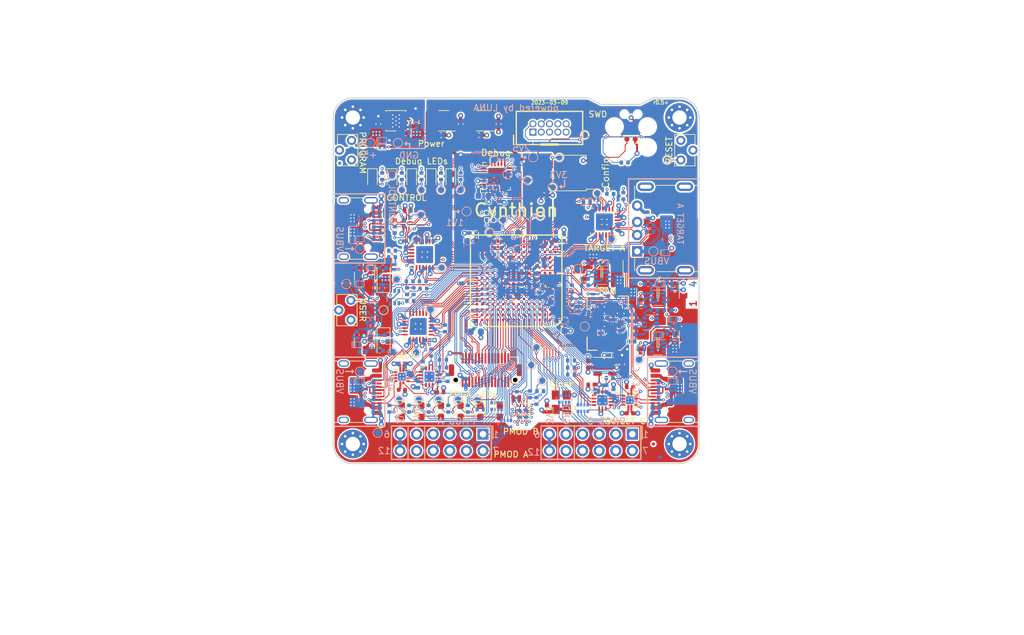
<source format=kicad_pcb>
(kicad_pcb (version 20211014) (generator pcbnew)
  (title_block (title "LUNA USB Multitool") (date "2023-03-09") (rev "r0.5+") (company "Copyright 2019-2023 Great Scott Gadgets") (comment 1 "Licensed under the CERN-OHL-P v2"))
  (layers (0 "F.Cu" signal) (1 "In1.Cu" signal) (2 "In2.Cu" signal) (31 "B.Cu" signal) (34 "B.Paste" user) (35 "F.Paste" user) (36 "B.SilkS" user "B.Silkscreen") (37 "F.SilkS" user "F.Silkscreen") (38 "B.Mask" user) (39 "F.Mask" user) (44 "Edge.Cuts" user))
  (net 0 "")
  (net 1 "+3V3")
  (net 2 "GND")
  (net 3 "+5V")
  (net 4 "+2V5")
  (net 5 "+1V1")
  (net 6 "VCCRAM")
  (net 7 "Net-(C36-Pad1)")
  (net 8 "Net-(C42-Pad1)")
  (net 9 "Net-(C48-Pad1)")
  (net 10 "Net-(D10-Pad1)")
  (net 11 "Net-(D10-Pad2)")
  (net 12 "Net-(D11-Pad2)")
  (net 13 "Net-(D11-Pad1)")
  (net 14 "Net-(D14-Pad1)")
  (net 15 "/Debugger and FPGA Configuration/FPGA_TMS")
  (net 16 "/Debugger and FPGA Configuration/FPGA_TCK")
  (net 17 "/Debugger and FPGA Configuration/~{FPGA_INIT}")
  (net 18 "/Debugger and FPGA Configuration/D0")
  (net 19 "/Debugger and FPGA Configuration/D1")
  (net 20 "/Power Distribution and Monitoring/CONTROL_VBUS_EN")
  (net 21 "/Power Distribution and Monitoring/AUX_VBUS_EN")
  (net 22 "/Debugger and FPGA Configuration/FPGA_TDI")
  (net 23 "/Debugger and FPGA Configuration/FPGA_CFG2")
  (net 24 "/Debugger and FPGA Configuration/~{FPGA_PROGRAM}")
  (net 25 "/Debugger and FPGA Configuration/FPGA_INT")
  (net 26 "/Power Distribution and Monitoring/~{TARGET_C_VBUS_EN}")
  (net 27 "/Debugger and FPGA Configuration/FPGA_CFG1")
  (net 28 "/Debugger and FPGA Configuration/FPGA_DONE")
  (net 29 "Net-(D12-Pad1)")
  (net 30 "Net-(D12-Pad2)")
  (net 31 "Net-(D13-Pad2)")
  (net 32 "Net-(R16-Pad2)")
  (net 33 "Net-(R17-Pad2)")
  (net 34 "Net-(R18-Pad2)")
  (net 35 "Net-(R19-Pad2)")
  (net 36 "Net-(R20-Pad2)")
  (net 37 "Net-(R21-Pad2)")
  (net 38 "Net-(D2-Pad1)")
  (net 39 "Net-(D3-Pad1)")
  (net 40 "Net-(D4-Pad1)")
  (net 41 "Net-(D5-Pad1)")
  (net 42 "Net-(D6-Pad1)")
  (net 43 "Net-(D7-Pad1)")
  (net 44 "Net-(IC1-PadB6)")
  (net 45 "Net-(IC1-PadB7)")
  (net 46 "/Debugger and FPGA Configuration/FPGA_CFG0")
  (net 47 "/Debugger and FPGA Configuration/FPGA_CONFIG_CLK")
  (net 49 "/Debugger and FPGA Configuration/~{CS_DI}")
  (net 50 "/Debugger and FPGA Configuration/D3")
  (net 51 "Net-(D16-Pad2)")
  (net 52 "/Debugger and FPGA Configuration/FPGA_TDO")
  (net 53 "/Debugger and FPGA Configuration/D2")
  (net 67 "/RAM/RAM.~{RESET}")
  (net 70 "/RAM/RAM.~{CK}")
  (net 71 "/RAM/RAM.CK")
  (net 72 "/RAM/RAM.DQ2")
  (net 75 "/LEDs and Pmod/LED0")
  (net 76 "/LEDs and Pmod/LED3")
  (net 77 "/RAM/RAM.DQ3")
  (net 78 "/RAM/RAM.~{CS}")
  (net 80 "Net-(IC1-PadA6)")
  (net 83 "Net-(C57-Pad1)")
  (net 84 "/LEDs and Pmod/LED1")
  (net 85 "/RAM/RAM.DQ1")
  (net 86 "/RAM/RAM.RWDS")
  (net 87 "Net-(D13-Pad1)")
  (net 88 "/PMOD_B1")
  (net 89 "/PMOD_B0")
  (net 90 "/PMOD_B7")
  (net 91 "/PMOD_B6")
  (net 92 "/PMOD_B5")
  (net 93 "/PMOD_B4")
  (net 94 "/PMOD_B3")
  (net 95 "/PMOD_B2")
  (net 96 "/PMOD_A0")
  (net 97 "/PMOD_A1")
  (net 98 "/PMOD_A2")
  (net 99 "/PMOD_A3")
  (net 100 "/PMOD_A4")
  (net 101 "/PMOD_A5")
  (net 102 "/PMOD_A6")
  (net 103 "/PMOD_A7")
  (net 104 "/RAM/RAM.DQ5")
  (net 105 "/RAM/RAM.DQ0")
  (net 106 "/RAM/RAM.DQ4")
  (net 108 "/RAM/RAM.DQ7")
  (net 109 "/RAM/RAM.DQ6")
  (net 110 "/Clock and Pmod/CLKIN_60MHZ")
  (net 111 "/LEDs and Pmod/LED5")
  (net 112 "/LEDs and Pmod/LED4")
  (net 113 "/LEDs and Pmod/LED2")
  (net 114 "Net-(C68-Pad1)")
  (net 115 "Net-(C69-Pad2)")
  (net 117 "Net-(C70-Pad1)")
  (net 118 "Net-(D9-Pad2)")
  (net 119 "Net-(C71-Pad2)")
  (net 120 "/Debugger and FPGA Configuration/~{BTN_RESET}")
  (net 121 "Net-(D14-Pad2)")
  (net 122 "Net-(R52-Pad2)")
  (net 123 "/Debugger and FPGA Configuration/~{BTN_PROGRAM}")
  (net 125 "Net-(C63-Pad1)")
  (net 126 "/Power Distribution and Monitoring/TARGET_A_VBUS")
  (net 127 "/Power Distribution and Monitoring/TARGET_C_VBUS")
  (net 128 "Net-(D27-Pad1)")
  (net 129 "Net-(D27-Pad2)")
  (net 130 "CONTROL_VBUS_IN")
  (net 131 "TARGET_A_VBUS_IN")
  (net 132 "Net-(Q3-Pad2)")
  (net 133 "Net-(Q3-Pad3)")
  (net 134 "Net-(Q3-Pad5)")
  (net 135 "Net-(D28-Pad1)")
  (net 136 "AUX_VBUS_IN")
  (net 137 "Net-(D28-Pad2)")
  (net 138 "Net-(D29-Pad1)")
  (net 139 "TARGET_C_VBUS_IN")
  (net 140 "Net-(Q8-Pad2)")
  (net 141 "Net-(Q8-Pad5)")
  (net 142 "CONTROL_SENSE+")
  (net 143 "CONTROL_SENSE-")
  (net 144 "TARGET_A_SENSE-")
  (net 145 "TARGET_A_SENSE+")
  (net 146 "AUX_SENSE-")
  (net 147 "AUX_SENSE+")
  (net 148 "TARGET_C_SENSE-")
  (net 149 "TARGET_C_SENSE+")
  (net 150 "Net-(D17-Pad1)")
  (net 151 "Net-(D17-Pad2)")
  (net 152 "Net-(D20-Pad2)")
  (net 153 "Net-(D21-Pad1)")
  (net 154 "Net-(D21-Pad2)")
  (net 155 "Net-(Q11-Pad2)")
  (net 156 "Net-(Q11-Pad3)")
  (net 157 "Net-(Q11-Pad5)")
  (net 158 "Net-(Q11-Pad6)")
  (net 159 "Net-(D1-Pad2)")
  (net 160 "Net-(D8-Pad2)")
  (net 161 "Net-(R81-Pad2)")
  (net 170 "AUX_VBUS_CLAMPED")
  (net 171 "TARGET_C_VBUS_CLAMPED")
  (net 172 "Net-(D29-Pad2)")
  (net 173 "/Debugger and FPGA Configuration/MCU_SWDIO")
  (net 174 "/Debugger and FPGA Configuration/MCU_SWDCLK")
  (net 175 "/CONTROL Port/CONTROL_CC1")
  (net 176 "/CONTROL Port/CONTROL_PHY_1V8")
  (net 177 "/TARGET Port/TARGET_PHY_1V8")
  (net 178 "/TARGET Port/TARGET_VCONN")
  (net 179 "/CONTROL Port/CONTROL_CC2")
  (net 180 "/AUX Port/AUX_PHY_1V8")
  (net 181 "/AUX Port/AUX_VCONN")
  (net 182 "/AUX Port/AUX_CC1S")
  (net 183 "/AUX Port/AUX_CC2S")
  (net 184 "/TARGET Port/TARGET_CC1S")
  (net 185 "/TARGET Port/TARGET_CC2S")
  (net 186 "/CONTROL Port/CONTROL_RESET_DETECT")
  (net 187 "/CONTROL Port/CONTROL_VBUS_CLAMPED")
  (net 188 "/Power Distribution and Monitoring/CONTROL_VBUS")
  (net 189 "/Power Distribution and Monitoring/AUX_VBUS")
  (net 190 "/AUX Port/AUX_SCL")
  (net 191 "/AUX Port/AUX_SDA")
  (net 192 "/AUX Port/~{AUX_INT}")
  (net 193 "/AUX Port/~{AUX_FAULT}")
  (net 194 "/AUX Port/AUX_SBU2S")
  (net 195 "/AUX Port/AUX_SBU1S")
  (net 196 "/AUX Port/AUX.DATA4")
  (net 197 "/AUX Port/AUX.DATA5")
  (net 198 "/AUX Port/AUX.DATA3")
  (net 199 "/AUX Port/AUX.DATA2")
  (net 200 "/AUX Port/AUX.DATA7")
  (net 201 "/AUX Port/AUX.DATA6")
  (net 202 "/AUX Port/AUX.DATA1")
  (net 203 "/AUX Port/AUX.DATA0")
  (net 204 "/AUX Port/AUX.NXT")
  (net 205 "/AUX Port/AUX.DIR")
  (net 206 "/AUX Port/AUX.STP")
  (net 207 "/AUX Port/AUX.~{RESET}")
  (net 208 "/AUX Port/AUX.CLK")
  (net 209 "/TARGET Port/TARGET.STP")
  (net 210 "/TARGET Port/TARGET.DATA1")
  (net 211 "/CONTROL Port/CONTROL.DATA7")
  (net 212 "/TARGET Port/TARGET.~{RESET}")
  (net 213 "/TARGET Port/TARGET.DATA3")
  (net 214 "/CONTROL Port/CONTROL.DATA5")
  (net 215 "/CONTROL Port/CONTROL.DATA6")
  (net 216 "/TARGET Port/TARGET.DIR")
  (net 217 "/TARGET Port/TARGET.DATA0")
  (net 218 "/TARGET Port/TARGET.DATA2")
  (net 219 "/CONTROL Port/CONTROL.~{RESET}")
  (net 220 "/CONTROL Port/CONTROL.DATA4")
  (net 221 "/TARGET Port/TARGET.CLK")
  (net 222 "/TARGET Port/TARGET.NXT")
  (net 223 "/TARGET Port/TARGET.DATA5")
  (net 224 "/TARGET Port/TARGET.DATA4")
  (net 225 "/CONTROL Port/~{FPGA_SELF_PROGRAM}")
  (net 226 "/CONTROL Port/CONTROL.DATA1")
  (net 227 "/CONTROL Port/CONTROL.DATA3")
  (net 228 "/CONTROL Port/CONTROL.DATA2")
  (net 229 "/TARGET Port/TARGET_FS_MONITOR_D-")
  (net 230 "/TARGET Port/TARGET.DATA6")
  (net 231 "/CONTROL Port/CONTROL.CLK")
  (net 232 "/CONTROL Port/CONTROL.NXT")
  (net 233 "/CONTROL Port/CONTROL.DATA0")
  (net 234 "/TARGET Port/TARGET_FS_MONITOR_D+")
  (net 235 "/CONTROL Port/CONTROL.STP")
  (net 236 "/CONTROL Port/CONTROL.DIR")
  (net 237 "/AUX Port/AUX_CC1")
  (net 238 "/AUX Port/AUX_D+")
  (net 239 "/AUX Port/AUX_D-")
  (net 240 "/AUX Port/AUX_SBU1")
  (net 241 "/AUX Port/AUX_CC2")
  (net 242 "/AUX Port/AUX_SBU2")
  (net 243 "/CONTROL Port/CONTROL_D+")
  (net 244 "/CONTROL Port/CONTROL_D-")
  (net 245 "/TARGET Port/TARGET_D-")
  (net 246 "/TARGET Port/TARGET_D+")
  (net 247 "/TARGET Port/TARGET_CC1")
  (net 248 "/TARGET Port/TARGET_SBU1")
  (net 249 "/TARGET Port/TARGET_CC2")
  (net 250 "/TARGET Port/TARGET_SBU2")
  (net 251 "/CONTROL Port/CONTROL_SWITCH")
  (net 252 "/CONTROL Port/CONTROL_MCU_D-")
  (net 253 "/CONTROL Port/CONTROL_MCU_D+")
  (net 254 "/CONTROL Port/CONTROL_FPGA_D-")
  (net 255 "/CONTROL Port/CONTROL_FPGA_D+")
  (net 256 "Net-(Q10-Pad2)")
  (net 257 "Net-(Q10-Pad5)")
  (net 258 "/Power Distribution and Monitoring/TARGET_A_DISCHARGE")
  (net 259 "Net-(Q3-Pad6)")
  (net 260 "Net-(Q8-Pad3)")
  (net 261 "Net-(Q8-Pad6)")
  (net 262 "Net-(Q13-Pad2)")
  (net 263 "Net-(Q13-Pad5)")
  (net 264 "Net-(Q14-Pad2)")
  (net 265 "Net-(Q14-Pad5)")
  (net 266 "Net-(Q15-Pad2)")
  (net 270 "/TARGET Port/TARGET.DATA7")
  (net 299 "MON.SCL")
  (net 300 "MON.~{PWRDN}")
  (net 301 "MON.SLOW")
  (net 302 "MON.SDA")
  (net 303 "MON.GPIO")
  (net 312 "/Power Distribution and Monitoring/ADDRSEL")
  (net 313 "/Clock and Pmod/TARGET_C.SDA")
  (net 314 "/Clock and Pmod/TARGET_C.SCL")
  (net 315 "/Clock and Pmod/TARGET_C.SBU2S")
  (net 316 "/Clock and Pmod/TARGET_C.SBU1S")
  (net 317 "/Clock and Pmod/TARGET_C.~{INT}")
  (net 318 "/Clock and Pmod/TARGET_C.~{FAULT}")
  (net 319 "/CONTROL Port/~{CONTROL_VBUS_IN_EN}")
  (net 320 "/CONTROL Port/~{AUX_VBUS_IN_EN}")
  (net 325 "Net-(IC1-PadA7)")
  (net 326 "Net-(IC1-PadA5)")
  (net 327 "Net-(IC1-PadB4)")
  (net 328 "Net-(IC1-PadB5)")
  (net 329 "Net-(IC1-PadC5)")
  (net 333 "MEZZANINE27")
  (net 334 "MEZZANINE28")
  (net 335 "MEZZANINE26")
  (net 336 "MEZZANINE25")
  (net 337 "MEZZANINE24")
  (net 338 "MEZZANINE23")
  (net 339 "MEZZANINE22")
  (net 340 "Net-(IC1-PadF14)")
  (net 341 "Net-(IC1-PadE14)")
  (net 342 "Net-(IC1-PadD14)")
  (net 343 "Net-(IC1-PadC16)")
  (net 344 "Net-(IC1-PadC14)")
  (net 345 "Net-(IC1-PadB16)")
  (net 346 "Net-(IC1-PadB15)")
  (net 347 "MEZZANINE5")
  (net 348 "MEZZANINE4")
  (net 349 "MEZZANINE3")
  (net 350 "MEZZANINE7")
  (net 351 "MEZZANINE6")
  (net 355 "Net-(IC1-PadC15)")
  (net 356 "Net-(IC1-PadC9)")
  (net 357 "Net-(IC1-PadC8)")
  (net 358 "Net-(IC1-PadB8)")
  (net 359 "Net-(IC1-PadD11)")
  (net 360 "Net-(IC1-PadD9)")
  (net 361 "Net-(IC1-PadC12)")
  (net 362 "Net-(IC1-PadC10)")
  (net 365 "/CONTROL Port/~{BTN_USER}")
  (net 367 "Net-(IC1-PadD8)")
  (net 368 "Net-(IC1-PadG12)")
  (net 371 "Net-(IC1-PadG13)")
  (footprint "LED_SMD:LED_0603_1608Metric_Pad1.05x0.95mm_HandSolder" (layer "F.Cu") (at 122 76.5 -90)
    (fp_text reference "D14" hide)
    (fp_text value "ICE BLUE" hide)
  )
  (footprint "Capacitor_SMD:C_0402_1005Metric" (layer "F.Cu") (at 120.4 109.1)
    (fp_text reference "C49" hide)
    (fp_text value "1uF" hide)
  )
  (footprint "Package_DFN_QFN:VQFN-24-1EP_4x4mm_P0.5mm_EP2.45x2.45mm" (layer "F.Cu") (at 145.5 83)
    (fp_text reference "U9" hide)
    (fp_text value "USB3343-CP" hide)
  )
  (footprint "LED_SMD:LED_0603_1608Metric_Pad1.05x0.95mm_HandSolder" (layer "F.Cu") (at 113 76.5 -90)
    (fp_text reference "D11" hide)
    (fp_text value "PINK" hide)
  )
  (footprint "Package_DFN_QFN:QFN-24-1EP_4x4mm_P0.5mm_EP2.6x2.6mm" (layer "F.Cu") (at 129 76 90)
    (fp_text reference "U6" hide)
    (fp_text value "ATSAMD11" hide)
  )
  (footprint "Capacitor_SMD:C_0402_1005Metric" (layer "F.Cu") (at 126.3 69.7)
    (fp_text reference "C30" hide)
    (fp_text value "1uF" hide)
  )
  (footprint "Capacitor_SMD:C_0402_1005Metric" (layer "F.Cu") (at 129.3 68 90)
    (fp_text reference "C28" hide)
    (fp_text value "1uF" hide)
  )
  (footprint "Package_DFN_QFN:DFN-8-1EP_3x3mm_P0.65mm_EP1.55x2.4mm" (layer "F.Cu") (at 113.6 67.5 180)
    (fp_text reference "U3" hide)
    (fp_text value "AP7361EA-33" hide)
  )
  (footprint "LED_SMD:LED_0603_1608Metric_Pad1.05x0.95mm_HandSolder" (layer "F.Cu") (at 116 76.5 -90)
    (fp_text reference "D12" hide)
    (fp_text value "WHITE" hide)
  )
  (footprint "LED_SMD:LED_0603_1608Metric_Pad1.05x0.95mm_HandSolder" (layer "F.Cu") (at 119 76.5 -90)
    (fp_text reference "D13" hide)
    (fp_text value "PINK" hide)
  )
  (footprint "Package_DFN_QFN:VQFN-24-1EP_4x4mm_P0.5mm_EP2.45x2.45mm" (layer "F.Cu") (at 117 99 -90)
    (fp_text reference "U11" hide)
    (fp_text value "USB3343-CP" hide)
  )
  (footprint "LED_SMD:LED_0603_1608Metric_Pad1.05x0.95mm_HandSolder" (layer "F.Cu") (at 110 76.5 -90)
    (fp_text reference "D10" hide)
    (fp_text value "ICE BLUE" hide)
  )
  (footprint "Capacitor_SMD:C_0402_1005Metric" (layer "F.Cu") (at 143.5 107.9 180)
    (fp_text reference "C41" hide)
    (fp_text value "1uF" hide)
  )
  (footprint "Diode_SMD:D_SOD-123F" (layer "F.Cu") (at 111.7 91.6 90)
    (fp_text reference "D8" hide)
    (fp_text value "D" hide)
  )
  (footprint "Capacitor_SMD:C_0402_1005Metric" (layer "F.Cu") (at 110.9 68 90)
    (fp_text reference "C6" hide)
    (fp_text value "1uF" hide)
  )
  (footprint "Capacitor_SMD:C_0603_1608Metric" (layer "F.Cu") (at 116.6 67.5 90)
    (fp_text reference "C20" hide)
    (fp_text value "2.2uF" hide)
  )
  (footprint "Diode_SMD:D_SOD-123F" (layer "F.Cu") (at 111.7 101.4 -90)
    (fp_text reference "D1" hide)
    (fp_text value "D" hide)
  )
  (footprint "Package_TO_SOT_SMD:SOT-23-5" (layer "F.Cu") (at 126.7 67.5 180)
    (fp_text reference "U5" hide)
    (fp_text value "MIC5504-2.5YM5" hide)
  )
  (footprint "Capacitor_SMD:C_0402_1005Metric" (layer "F.Cu") (at 120.5 69.7)
    (fp_text reference "C29" hide)
    (fp_text value "1uF" hide)
  )
  (footprint "Crystal:Crystal_SMD_3225-4Pin_3.2x2.5mm" (layer "F.Cu") (at 138.9 110.6 90)
    (fp_text reference "Y1" hide)
    (fp_text value "Osc60MHz" hide)
  )
  (footprint "Capacitor_SMD:C_0402_1005Metric" (layer "F.Cu") (at 123.5 68 90)
    (fp_text reference "C27" hide)
    (fp_text value "0.1uF" hide)
  )
  (footprint "Package_SO:SOIC-8_5.23x5.23mm_P1.27mm" (layer "F.Cu") (at 140 75.5 180)
    (fp_text reference "U7" hide)
    (fp_text value "W25Q32JVSS" hide)
  )
  (footprint "luna:WLCSP-16_2.225x2.170mm_Layout4x4_P0.5mm" (layer "F.Cu") (at 132.9 112 90)
    (fp_text reference "U1" hide)
    (fp_text value "PAC195X-1-WLCSP" hide)
  )
  (footprint "Package_TO_SOT_SMD:SOT-23-5" (layer "F.Cu") (at 120.9 67.5 180)
    (fp_text reference "U4" hide)
    (fp_text value "TCR2EF115" hide)
  )
  (footprint "Package_DFN_QFN:WQFN-14-1EP_2.5x2.5mm_P0.5mm_EP1.45x1.45mm" (layer "F.Cu") (at 118.7 106.7 90)
    (fp_text reference "U12" hide)
    (fp_text value "FUSB302BMPX" hide)
  )
  (footprint "luna:USB_A_Kycon_KUSBXHT-SB-AS1N-B30-NF_Horizontal" (layer "F.Cu") (at 150.525 87.5 90)
    (fp_text reference "J3" hide)
    (fp_text value "USB_A" hide)
  )
  (footprint "Capacitor_SMD:C_0402_1005Metric" (layer "F.Cu") (at 136.7 111.6 90)
    (fp_text reference "C10" hide)
    (fp_text value "0.1uF" hide)
  )
  (footprint "LED_SMD:LED_0603_1608Metric_Pad1.05x0.95mm_HandSolder" (layer "F.Cu") (at 129.5 112 -90)
    (fp_text reference "D7" hide)
    (fp_text value "PURPLE" hide)
  )
  (footprint "LED_SMD:LED_0603_1608Metric_Pad1.05x0.95mm_HandSolder" (layer "F.Cu") (at 120.5 112 -90)
    (fp_text reference "D4" hide)
    (fp_text value "YELLOW" hide)
  )
  (footprint "LED_SMD:LED_0603_1608Metric_Pad1.05x0.95mm_HandSolder" (layer "F.Cu") (at 117.5 112 -90)
    (fp_text reference "D3" hide)
    (fp_text value "ORANGE" hide)
  )
  (footprint "LED_SMD:LED_0603_1608Metric_Pad1.05x0.95mm_HandSolder" (layer "F.Cu") (at 123.5 112 -90)
    (fp_text reference "D5" hide)
    (fp_text value "GREEN" hide)
  )
  (footprint "LED_SMD:LED_0603_1608Metric_Pad1.05x0.95mm_HandSolder" (layer "F.Cu") (at 114.5 112 -90)
    (fp_text reference "D2" hide)
    (fp_text value "RED" hide)
  )
  (footprint "LED_SMD:LED_0603_1608Metric_Pad1.05x0.95mm_HandSolder" (layer "F.Cu") (at 126.5 112 -90)
    (fp_text reference "D6" hide)
    (fp_text value "BLUE" hide)
  )
  (footprint "Package_DFN_QFN:VQFN-24-1EP_4x4mm_P0.5mm_EP2.45x2.45mm" (layer "F.Cu") (at 118 88 180)
    (fp_text reference "U8" hide)
    (fp_text value "USB3343-CP" hide)
  )
  (footprint "Capacitor_SMD:C_0402_1005Metric" (layer "F.Cu") (at 136.3 78.9 180)
    (fp_text reference "C35" hide)
    (fp_text value "0.1uF" hide)
  )
  (footprint "Capacitor_SMD:C_0402_1005Metric" (layer "F.Cu") (at 132 109.8)
    (fp_text reference "C40" hide)
    (fp_text value "0.1uF" hide)
  )
  (footprint "luna:SW_Tactile_SPST_Angled_TC-1109DE-B-F" (layer "F.Cu") (at 157.2 73.5 -90)
    (fp_text reference "SW2" hide)
    (fp_text value "BTN_RESET" hide)
  )
  (footprint "luna:SW_Tactile_SPST_Angled_TC-1109DE-B-F" (layer "F.Cu") (at 106.8 70.5 90)
    (fp_text reference "SW1" hide)
    (fp_text value "BTN_PROGRAM" hide)
  )
  (footprint "Connector:Tag-Connect_TC2030-IDC-FP_2x03_P1.27mm_Vertical" (layer "F.Cu") (at 149.58 69.03 90)
    (fp_text reference "J10" hide)
    (fp_text value "TC_SWD" hide)
  )
  (footprint "luna:PinSocket_2x06_P2.54mm_PMOD" (layer "F.Cu") (at 126.92 115.5 90)
    (fp_text reference "J7" hide)
    (fp_text value "PMOD_A" hide)
  )
  (footprint "luna:PinSocket_2x06_P2.54mm_PMOD" (layer "F.Cu") (at 149.78 115.5 90)
    (fp_text reference "J8" hide)
    (fp_text value "PMOD_B" hide)
  )
  (footprint "luna:lattice_cabga256" (layer "F.Cu") (at 132 92 180)
    (fp_text reference "IC1" hide)
    (fp_text value "ECP5-BGA256" hide)
  )
  (footprint "luna:USB_C_Receptacle_HRO_TYPE-C-31-M-12" (layer "F.Cu") (at 106.65 109 -90)
    (fp_text reference "J1" hide)
    (fp_text value "USB_C_Receptacle_USB2.0" hide)
  )
  (footprint "luna:USB_C_Receptacle_HRO_TYPE-C-31-M-12" (layer "F.Cu") (at 106.65 84 -90)
    (fp_text reference "J2" hide)
    (fp_text value "USB_C_Receptacle_USB2.0" hide)
  )
  (footprint "luna:USB_C_Receptacle_HRO_TYPE-C-31-M-12" (layer "F.Cu") (at 157.35 109 90)
    (fp_text reference "J4" hide)
    (fp_text value "USB_C_Receptacle_USB2.0" hide)
  )
  (footprint "luna:BGA-24_5x5_6.0x8.0mm" (layer "F.Cu") (at 146 98.5 180)
    (fp_text reference "U10")
    (fp_text value "HyperRAM" hide)
  )
  (footprint "luna:SWD_CONNECTOR_LARGE_BOX" (layer "F.Cu") (at 137.1 68.6)
    (fp_text reference "J6" hide)
    (fp_text value "MCU_SWD" hide)
  )
  (footprint "Package_DFN_QFN:WQFN-14-1EP_2.5x2.5mm_P0.5mm_EP1.45x1.45mm" (layer "F.Cu") (at 145.2 110.3 -90)
    (fp_text reference "U2" hide)
    (fp_text value "FUSB302BMPX" hide)
  )
  (footprint "Capacitor_SMD:C_0402_1005Metric" (layer "F.Cu") (at 143 104.8 -90)
    (fp_text reference "C59" hide)
    (fp_text value "1uF" hide)
  )
  (footprint "Capacitor_SMD:C_0402_1005Metric" (layer "F.Cu") (at 114.5 104.7)
    (fp_text reference "C58" hide)
    (fp_text value "1uF" hide)
  )
  (footprint "Package_TO_SOT_SMD:SOT-23-5" (layer "F.Cu") (at 145.6 105.3)
    (fp_text reference "U15" hide)
    (fp_text value "MIC5504-1.8YM5" hide)
  )
  (footprint "Capacitor_SMD:C_0402_1005Metric" (layer "F.Cu") (at 149.4 112.3 180)
    (fp_text reference "C56" hide)
    (fp_text value "1uF" hide)
  )
  (footprint "Fiducial:Fiducial_0.5mm_Mask1mm" (layer "F.Cu") (at 153 117)
    (fp_text reference "FID2" hide)
    (fp_text value "Fiducial" hide)
  )
  (footprint "Capacitor_SMD:C_0402_1005Metric" (layer "F.Cu") (at 114.5 108.7)
    (fp_text reference "C63" hide)
    (fp_text value "0.1uF" hide)
  )
  (footprint "Package_TO_SOT_SMD:SOT-23-3" (layer "F.Cu") (at 108.8 91.5 -90)
    (fp_text reference "Q9" hide)
    (fp_text value "PMOS" hide)
  )
  (footprint "Package_TO_SOT_SMD:SOT-23-3" (layer "F.Cu") (at 143.4 90.7 90)
    (fp_text reference "Q1" hide)
    (fp_text value "PMOS" hide)
  )
  (footprint "luna:Amphenol_10132798-03" (layer "F.Cu") (at 127.3 105.7 180)
    (fp_text reference "J5" hide)
    (fp_text value "MEZZANINE" hide)
  )
  (footprint "Capacitor_SMD:C_0402_1005Metric" (layer "F.Cu") (at 148.2 104.8 -90)
    (fp_text reference "C60" hide)
    (fp_text value "1uF" hide)
  )
  (footprint "Capacitor_SMD:C_0402_1005Metric" (layer "F.Cu") (at 149.4 108.3 180)
    (fp_text reference "C57" hide)
    (fp_text value "0.1uF" hide)
  )
  (footprint "Package_TO_SOT_SMD:SOT-23-3" (layer "F.Cu") (at 152 101.5 90)
    (fp_text reference "Q6" hide)
    (fp_text value "PMOS" hide)
  )
  (footprint "Package_TO_SOT_SMD:SOT-23-3" (layer "F.Cu") (at 108.8 101.5 -90)
    (fp_text reference "Q12" hide)
    (fp_text value "PMOS" hide)
  )
  (footprint "Capacitor_SMD:C_0402_1005Metric" (layer "F.Cu") (at 115.4 81.3)
    (fp_text reference "C61" hide)
    (fp_text value "0.1uF" hide)
  )
  (footprint "luna:Diodes_UQFN2020-12_Type-B" (layer "F.Cu") (at 114.5 106.7)
    (fp_text reference "U14" hide)
    (fp_text value "DPO2036" hide)
  )
  (footprint "MountingHole:MountingHole_2.2mm_M2_Pad_Via" (layer "F.Cu") (at 157 117)
    (fp_text reference "H4" hide)
    (fp_text value "MountingHole" hide)
  )
  (footprint "Resistor_SMD:R_0402_1005Metric" (layer "F.Cu") (at 113.4 84.2 90)
    (fp_text reference "R56" hide)
    (fp_text value "820k" hide)
  )
  (footprint "TestPoint:TestPoint_Pad_D1.0mm" (layer "F.Cu") (at 111.7 96.5)
    (fp_text reference "TP49" hide)
    (fp_text value "TestPoint" hide)
  )
  (footprint "Package_TO_SOT_SMD:SOT-23-3" (layer "F.Cu") (at 155.4 93.9 -90)
    (fp_text reference "Q4" hide)
    (fp_text value "PMOS" hide)
  )
  (footprint "MountingHole:MountingHole_2.2mm_M2_Pad_Via" (layer "F.Cu") (at 107 67)
    (fp_text reference "H2" hide)
    (fp_text value "MountingHole" hide)
  )
  (footprint "Package_TO_SOT_SMD:SOT-23-3" (layer "F.Cu") (at 152 93.9 90)
    (fp_text reference "Q5" hide)
    (fp_text value "PMOS" hide)
  )
  (footprint "luna:Diodes_UQFN2020-12_Type-B" (layer "F.Cu") (at 149.4 110.3 180)
    (fp_text reference "U13" hide)
    (fp_text value "DPO2036" hide)
  )
  (footprint "luna:SW_Tactile_SPST_Angled_TC-1109DE-B-F" (layer "F.Cu") (at 106.7 95 90)
    (fp_text reference "SW3" hide)
    (fp_text value "BTN_USER" hide)
  )
  (footprint "MountingHole:MountingHole_2.2mm_M2_Pad_Via" (layer "F.Cu") (at 157 67)
    (fp_text reference "H3" hide)
    (fp_text value "MountingHole" hide)
  )
  (footprint "MountingHole:MountingHole_2.2mm_M2_Pad_Via" (layer "F.Cu") (at 107 117)
    (fp_text reference "H1" hide)
    (fp_text value "MountingHole" hide)
  )
  (footprint "Resistor_SMD:R_0402_1005Metric" (layer "F.Cu") (at 113.4 82.2 90)
    (fp_text reference "R55" hide)
    (fp_text value "820k" hide)
  )
  (footprint "luna:Diodes_10-TQFN_ZL" (layer "F.Cu") (at 115.2 83.2)
    (fp_text reference "U16" hide)
    (fp_text value "PI3USB102G" hide)
  )
  (footprint "Package_TO_SOT_SMD:SOT-23-3" (layer "F.Cu") (at 155.4 101.5 -90)
    (fp_text reference "Q7" hide)
    (fp_text value "PMOS" hide)
  )
  (footprint "Fiducial:Fiducial_0.5mm_Mask1mm" (layer "F.Cu") (at 110 65)
    (fp_text reference "FID1" hide)
    (fp_text value "Fiducial" hide)
  )
  (footprint "Package_TO_SOT_SMD:SOT-23-3" (layer "F.Cu") (at 146.8 90.7 -90)
    (fp_text reference "Q2" hide)
    (fp_text value "PMOS" hide)
  )
  (footprint "Capacitor_SMD:C_0402_1005Metric" (layer "B.Cu") (at 137.62 84.5)
    (fp_text reference "C22" hide)
    (fp_text value "1uF" hide)
  )
  (footprint "Resistor_SMD:R_0402_1005Metric" (layer "B.Cu") (at 117.7 92.1 180)
    (fp_text reference "R22" hide)
    (fp_text value "10k" hide)
  )
  (footprint "TestPoint:TestPoint_Pad_D1.0mm" (layer "B.Cu") (at 130 82.7)
    (fp_text reference "TP14" hide)
    (fp_text value "TestPoint" hide)
  )
  (footprint "TestPoint:TestPoint_Pad_D1.0mm" (layer "B.Cu") (at 135.7 82.1)
    (fp_text reference "TP11" hide)
    (fp_text value "TestPoint" hide)
  )
  (footprint "Resistor_SMD:R_0402_1005Metric" (layer "B.Cu") (at 142.8 79.9)
    (fp_text reference "R23" hide)
    (fp_text value "10k" hide)
  )
  (footprint "Resistor_SMD:R_0402_1005Metric" (layer "B.Cu") (at 128 82.7 180)
    (fp_text reference "R5" hide)
    (fp_text value "2.2k" hide)
  )
  (footprint "Resistor_SMD:R_0402_1005Metric" (layer "B.Cu") (at 128 81.6)
    (fp_text reference "R6" hide)
    (fp_text value "10k" hide)
  )
  (footprint "Resistor_SMD:R_0402_1005Metric" (layer "B.Cu") (at 148.4 79 -90)
    (fp_text reference "R19" hide)
    (fp_text value "20k" hide)
  )
  (footprint "Capacitor_SMD:C_0402_1005Metric" (layer "B.Cu") (at 132.9 93.08 90)
    (fp_text reference "C9" hide)
    (fp_text value "0.1uF" hide)
  )
  (footprint "Capacitor_SMD:C_0402_1005Metric" (layer "B.Cu") (at 125.4 84.7)
    (fp_text reference "C16" hide)
    (fp_text value "1uF" hide)
  )
  (footprint "Resistor_SMD:R_0402_1005Metric" (layer "B.Cu") (at 113 87.4)
    (fp_text reference "R17" hide)
    (fp_text value "20k" hide)
  )
  (footprint "Capacitor_SMD:C_0402_1005Metric" (layer "B.Cu") (at 139.3 85.4 -90)
    (fp_text reference "C8" hide)
    (fp_text value "1uF" hide)
  )
  (footprint "TestPoint:TestPoint_Pad_D1.0mm" (layer "B.Cu") (at 132.3 84.7)
    (fp_text reference "TP13" hide)
    (fp_text value "TestPoint" hide)
  )
  (footprint "TestPoint:TestPoint_Pad_D1.0mm" (layer "B.Cu") (at 137.6 77.7)
    (fp_text reference "TP3" hide)
    (fp_text value "TestPoint" hide)
  )
  (footprint "Capacitor_SMD:C_0402_1005Metric" (layer "B.Cu") (at 147.7 81.7 90)
    (fp_text reference "C44" hide)
    (fp_text value "0.1uF" hide)
  )
  (footprint "Capacitor_SMD:C_0402_1005Metric" (layer "B.Cu") (at 145.2 80.9)
    (fp_text reference "C43" hide)
    (fp_text value "1uF" hide)
  )
  (footprint "Capacitor_SMD:C_0402_1005Metric" (layer "B.Cu") (at 149.2 97.7 -90)
    (fp_text reference "C31" hide)
    (fp_text value "0.1uF" hide)
  )
  (footprint "Capacitor_SMD:C_0402_1005Metric" (layer "B.Cu") (at 127.1 77.18 90)
    (fp_text reference "C34" hide)
    (fp_text value "1uF" hide)
  )
  (footprint "Capacitor_SMD:C_0402_1005Metric" (layer "B.Cu") (at 118.3 90.1 180)
    (fp_text reference "C37" hide)
    (fp_text value "1uF" hide)
  )
  (footprint "Capacitor_SMD:C_0402_1005Metric" (layer "B.Cu") (at 118.8 85.9)
    (fp_text reference "C39" hide)
    (fp_text value "0.1uF" hide)
  )
  (footprint "TestPoint:TestPoint_Pad_D1.0mm" (layer "B.Cu") (at 134.6 73.1 180)
    (fp_text reference "TP5" hide)
    (fp_text value "TestPoint" hide)
  )
  (footprint "Capacitor_SMD:C_0402_1005Metric" (layer "B.Cu") (at 135.2 91.3 90)
    (fp_text reference "C12" hide)
    (fp_text value "0.1uF" hide)
  )
  (footprint "Capacitor_SMD:C_0603_1608Metric" (layer "B.Cu") (at 124.5 86.7 90)
    (fp_text reference "C1" hide)
    (fp_text value "2.2uF" hide)
  )
  (footprint "TestPoint:TestPoint_Pad_D1.0mm" (layer "B.Cu") (at 135.1 102.2)
    (fp_text reference "TP1" hide)
    (fp_text value "TestPoint" hide)
  )
  (footprint "Capacitor_SMD:C_0402_1005Metric" (layer "B.Cu") (at 135.7 89.7)
    (fp_text reference "C33" hide)
    (fp_text value "0.1uF" hide)
  )
  (footprint "Capacitor_SMD:C_0402_1005Metric" (layer "B.Cu") (at 132.8 90 -90)
    (fp_text reference "C7" hide)
    (fp_text value "0.1uF" hide)
  )
  (footprint "Resistor_SMD:R_0402_1005Metric" (layer "B.Cu") (at 115.7 92.1)
    (fp_text reference "R16" hide)
    (fp_text value "8.06k±1%" hide)
  )
  (footprint "Resistor_SMD:R_0402_1005Metric" (layer "B.Cu") (at 117.7 104.9 90)
    (fp_text reference "R21" hide)
    (fp_text value "20k" hide)
  )
  (footprint "Capacitor_SMD:C_0402_1005Metric" (layer "B.Cu") (at 131.2 89.1 90)
    (fp_text reference "C11" hide)
    (fp_text value "0.1uF" hide)
  )
  (footprint "Capacitor_SMD:C_0402_1005Metric" (layer "B.Cu") (at 135.6 88.7)
    (fp_text reference "C26" hide)
    (fp_text value "0.1uF" hide)
  )
  (footprint "Capacitor_SMD:C_0402_1005Metric" (layer "B.Cu") (at 143.52 97.2 180)
    (fp_text reference "C32" hide)
    (fp_text value "0.1uF" hide)
  )
  (footprint "Capacitor_SMD:C_0402_1005Metric" (layer "B.Cu") (at 116 89.5 -90)
    (fp_text reference "C38" hide)
    (fp_text value "0.1uF" hide)
  )
  (footprint "Capacitor_SMD:C_0402_1005Metric" (layer "B.Cu") (at 147.6 83.8 -90)
    (fp_text reference "C42" hide)
    (fp_text value "1uF" hide)
  )
  (footprint "Capacitor_SMD:C_0402_1005Metric" (layer "B.Cu") (at 114.9 98.2 90)
    (fp_text reference "C46" hide)
    (fp_text value "0.1uF" hide)
  )
  (footprint "Resistor_SMD:R_0402_1005Metric" (layer "B.Cu") (at 114.8 83.2 -90)
    (fp_text reference "R15" hide)
    (fp_text value "10k" hide)
  )
  (footprint "Capacitor_SMD:C_0603_1608Metric" (layer "B.Cu") (at 139.4 98.9 90)
    (fp_text reference "C4" hide)
    (fp_text value "2.2uF" hide)
  )
  (footprint "Capacitor_SMD:C_0402_1005Metric" (layer "B.Cu") (at 119.1 98.62 -90)
    (fp_text reference "C50" hide)
    (fp_text value "1uF" hide)
  )
  (footprint "Resistor_SMD:R_0402_1005Metric" (layer "B.Cu") (at 121.1 99.3 -90)
    (fp_text reference "R24" hide)
    (fp_text value "10k" hide)
  )
  (footprint "Resistor_SMD:R_0402_1005Metric" (layer "B.Cu") (at 119 103 90)
    (fp_text reference "R20" hide)
    (fp_text value "8.06k±1%" hide)
  )
  (footprint "Capacitor_SMD:C_0402_1005Metric" (layer "B.Cu") (at 116.2 101.1 180)
    (fp_text reference "C48" hide)
    (fp_text value "1uF" hide)
  )
  (footprint "Capacitor_SMD:C_0402_1005Metric" (layer "B.Cu") (at 115.1 86.4 90)
    (fp_text reference "C36" hide)
    (fp_text value "1uF" hide)
  )
  (footprint "Resistor_SMD:R_0402_1005Metric" (layer "B.Cu") (at 120.8 104.1 180)
    (fp_text reference "R33" hide)
    (fp_text value "2.2k" hide)
  )
  (footprint "Capacitor_SMD:C_0402_1005Metric" (layer "B.Cu") (at 124.3 92.4)
    (fp_text reference "C18" hide)
    (fp_text value "1uF" hide)
  )
  (footprint "Capacitor_SMD:C_0402_1005Metric" (layer "B.Cu") (at 131.6 94.5)
    (fp_text reference "C14" hide)
    (fp_text value "0.1uF" hide)
  )
  (footprint "TestPoint:TestPoint_Pad_D1.0mm" (layer "B.Cu") (at 124.4 81.4)
    (fp_text reference "TP4" hide)
    (fp_text value "TestPoint" hide)
  )
  (footprint "luna:R_0603_1608Metric_Current_Sense" (layer "B.Cu") (at 154.9 85.6 -90)
    (fp_text reference "R2" hide)
    (fp_text value "0.02±1%" hide)
  )
  (footprint "luna:R_0603_1608Metric_Current_Sense" (layer "B.Cu") (at 108.1 83.5 90)
    (fp_text reference "R1" hide)
    (fp_text value "0.02±1%" hide)
  )
  (footprint "Resistor_SMD:R_0402_1005Metric" (layer "B.Cu") (at 145 94.2 90)
    (fp_text reference "R41" hide)
    (fp_text value "10k" hide)
  )
  (footprint "Resistor_SMD:R_0402_1005Metric" (layer "B.Cu") (at 129.2 88 180)
    (fp_text reference "R12" hide)
    (fp_text value "10k" hide)
  )
  (footprint "Resistor_SMD:R_Array_Convex_4x0402" (layer "B.Cu") (at 129 111.2 -90)
    (fp_text reference "RN2" hide)
    (fp_text value "33" hide)
  )
  (footprint "Resistor_SMD:R_Array_Convex_4x0402" (layer "B.Cu") (at 130.45 113.9 -90)
    (fp_text reference "RN1" hide)
    (fp_text value "33" hide)
  )
  (footprint "Resistor_SMD:R_0402_1005Metric" (layer "B.Cu") (at 129.2 86 180)
    (fp_text reference "R14" hide)
    (fp_text value "10k" hide)
  )
  (footprint "Resistor_SMD:R_0402_1005Metric" (layer "B.Cu") (at 129.2 87 180)
    (fp_text reference "R13" hide)
    (fp_text value "10k" hide)
  )
  (footprint "Resistor_SMD:R_0402_1005Metric" (layer "B.Cu") (at 121.6 111.6 90)
    (fp_text reference "R29" hide)
    (fp_text value "10k" hide)
  )
  (footprint "Resistor_SMD:R_0402_1005Metric" (layer "B.Cu") (at 126.5 111.7 180)
    (fp_text reference "R31" hide)
    (fp_text value "2.2k" hide)
  )
  (footprint "Resistor_SMD:R_0402_1005Metric" (layer "B.Cu") (at 112.6 111.6 90)
    (fp_text reference "R26" hide)
    (fp_text value "1k" hide)
  )
  (footprint "Resistor_SMD:R_0402_1005Metric" (layer "B.Cu") (at 118.6 111.6 90)
    (fp_text reference "R28" hide)
    (fp_text value "1k" hide)
  )
  (footprint "Resistor_SMD:R_0402_1005Metric" (layer "B.Cu") (at 115.6 111.6 90)
    (fp_text reference "R27" hide)
    (fp_text value "1k" hide)
  )
  (footprint "Resistor_SMD:R_0402_1005Metric" (layer "B.Cu") (at 124.6 111.6 90)
    (fp_text reference "R30" hide)
    (fp_text value "2.2k" hide)
  )
  (footprint "Resistor_SMD:R_0402_1005Metric" (layer "B.Cu") (at 114.5 76 -90)
    (fp_text reference "R8" hide)
    (fp_text value "2.2k" hide)
  )
  (footprint "Resistor_SMD:R_0402_1005Metric" (layer "B.Cu") (at 111.5 76 -90)
    (fp_text reference "R7" hide)
    (fp_text value "5.1k" hide)
  )
  (footprint "Resistor_SMD:R_0402_1005Metric" (layer "B.Cu") (at 123.5 76 -90)
    (fp_text reference "R11" hide)
    (fp_text value "5.1k" hide)
  )
  (footprint "Resistor_SMD:R_0402_1005Metric" (layer "B.Cu") (at 120.5 76 -90)
    (fp_text reference "R10" hide)
    (fp_text value "2.2k" hide)
  )
  (footprint "Resistor_SMD:R_0402_1005Metric" (layer "B.Cu") (at 117.5 76 -90)
    (fp_text reference "R9" hide)
    (fp_text value "2.2k" hide)
  )
  (footprint "Resistor_SMD:R_0402_1005Metric" (layer "B.Cu") (at 142.5 92.7 180)
    (fp_text reference "R3" hide)
    (fp_text value "33k" hide)
  )
  (footprint "luna:R_0603_1608Metric_Current_Sense" (layer "B.Cu") (at 108.1 109.5 90)
    (fp_text reference "R42" hide)
    (fp_text value "0.02±1%" hide)
  )
  (footprint "Resistor_SMD:R_0402_1005Metric" (layer "B.Cu") (at 141.1 96.7 180)
    (fp_text reference "R40" hide)
    (fp_text value "2.2k" hide)
  )
  (footprint "Resistor_SMD:R_0402_1005Metric" (layer "B.Cu") (at 146.4 78.7)
    (fp_text reference "R18" hide)
    (fp_text value "8.06k±1%" hide)
  )
  (footprint "Resistor_SMD:R_0402_1005Metric" (layer "B.Cu") (at 114.5 104.8 180)
    (fp_text reference "R32" hide)
    (fp_text value "0" hide)
  )
  (footprint "TestPoint:TestPoint_Pad_D1.0mm" (layer "B.Cu") (at 132.2 87.2)
    (fp_text reference "TP12" hide)
    (fp_text value "TestPoint" hide)
  )
  (footprint "TestPoint:TestPoint_Pad_D1.0mm" (layer "B.Cu") (at 138.6 73.1)
    (fp_text reference "TP10" hide)
    (fp_text value "TestPoint" hide)
  )
  (footprint "Capacitor_SMD:C_0402_1005Metric" (layer "B.Cu") (at 129.4 79.4 -90)
    (fp_text reference "C17" hide)
    (fp_text value "1uF" hide)
  )
  (footprint "Capacitor_SMD:C_0603_1608Metric" (layer "B.Cu") (at 137.3 94.5 -90)
    (fp_text reference "C3" hide)
    (fp_text value "2.2uF" hide)
  )
  (footprint "Resistor_SMD:R_0402_1005Metric" (layer "B.Cu") (at 148.6 73.9 180)
    (fp_text reference "R25" hide)
    (fp_text value "10k" hide)
  )
  (footprint "Capacitor_SMD:C_0603_1608Metric" (layer "B.Cu") (at 125.825 99.8 180)
    (fp_text reference "C2" hide)
    (fp_text value "2.2uF" hide)
  )
  (footprint "Capacitor_SMD:C_0402_1005Metric" (layer "B.Cu") (at 130.5 91.4 90)
    (fp_text reference "C24" hide)
    (fp_text value "0.1uF" hide)
  )
  (footprint "Capacitor_SMD:C_0402_1005Metric" (layer "B.Cu") (at 134.9 93.8)
    (fp_text reference "C15" hide)
    (fp_text value "0.1uF" hide)
  )
  (footprint "Capacitor_SMD:C_0402_1005Metric" (layer "B.Cu") (at 127.3 88 180)
    (fp_text reference "C13" hide)
    (fp_text value "1uF" hide)
  )
  (footprint "Resistor_SMD:R_Array_Convex_4x0402" (layer "B.Cu") (at 142.2 111.5 -90)
    (fp_text reference "RN4" hide)
    (fp_text value "33" hide)
  )
  (footprint "Resistor_SMD:R_Array_Convex_4x0402" (layer "B.Cu") (at 139.35 110.1 -90)
    (fp_text reference "RN3" hide)
    (fp_text value "33" hide)
  )
  (footprint "TestPoint:TestPoint_Pad_D1.0mm" (layer "B.Cu") (at 120.6 90)
    (fp_text reference "TP17" hide)
    (fp_text value "TestPoint" hide)
  )
  (footprint "TestPoint:TestPoint_Pad_D1.0mm" (layer "B.Cu") (at 155.1 73.5)
    (fp_text reference "TP18" hide)
    (fp_text value "TestPoint" hide)
  )
  (footprint "TestPoint:TestPoint_Pad_D1.0mm" (layer "B.Cu") (at 130.7 75.7)
    (fp_text reference "TP21" hide)
    (fp_text value "TestPoint" hide)
  )
  (footprint "TestPoint:TestPoint_Pad_D1.0mm" (layer "B.Cu") (at 144.4 78.6)
    (fp_text reference "TP27" hide)
    (fp_text value "TestPoint" hide)
  )
  (footprint "TestPoint:TestPoint_Pad_D1.0mm" (layer "B.Cu") (at 141.5 90.2)
    (fp_text reference "TP29" hide)
    (fp_text value "TestPoint" hide)
  )
  (footprint "TestPoint:TestPoint_Pad_D1.0mm" (layer "B.Cu") (at 108.1 105.9)
    (fp_text reference "TP34" hide)
    (fp_text value "TestPoint" hide)
  )
  (footprint "TestPoint:TestPoint_Pad_D1.0mm" (layer "B.Cu") (at 109.7 70.9 90)
    (fp_text reference "TP30" hide)
    (fp_text value "TestPoint" hide)
  )
  (footprint "TestPoint:TestPoint_Pad_D1.0mm" (layer "B.Cu") (at 113.9 70.9)
    (fp_text reference "TP28" hide)
    (fp_text value "TestPoint" hide)
  )
  (footprint "TestPoint:TestPoint_Pad_D1.0mm" (layer "B.Cu") (at 108.1 87.1)
    (fp_text reference "TP16" hide)
    (fp_text value "TestPoint" hide)
  )
  (footprint "TestPoint:TestPoint_Pad_D1.0mm" (layer "B.Cu") (at 142.5 69.67)
    (fp_text reference "TP20" hide)
    (fp_text value "TestPoint" hide)
  )
  (footprint "TestPoint:TestPoint_Pad_D1.0mm" (layer "B.Cu") (at 128.6 73.5)
    (fp_text reference "TP19" hide)
    (fp_text value "TestPoint" hide)
  )
  (footprint "TestPoint:TestPoint_Pad_D1.0mm" (layer "B.Cu") (at 132.6 81.7)
    (fp_text reference "TP23" hide)
    (fp_text value "TestPoint" hide)
  )
  (footprint "TestPoint:TestPoint_Pad_D1.0mm" (layer "B.Cu") (at 127.9 84.6)
    (fp_text reference "TP22" hide)
    (fp_text value "TestPoint" hide)
  )
  (footprint "TestPoint:TestPoint_Pad_D1.0mm" (layer "B.Cu") (at 118.9 96.4 90)
    (fp_text reference "TP35" hide)
    (fp_text value "TestPoint" hide)
  )
  (footprint "Capacitor_SMD:C_0402_1005Metric" (layer "B.Cu") (at 146.9 109.1 90)
    (fp_text reference "C45" hide)
    (fp_text value "0.1uF" hide)
  )
  (footprint "Capacitor_SMD:C_0402_1005Metric" (layer "B.Cu") (at 110.2 83.3 -90)
    (fp_text reference "C25" hide)
    (fp_text value "390pF" hide)
  )
  (footprint "Capacitor_SMD:C_0402_1005Metric" (layer "B.Cu") (at 117 107.9 -90)
    (fp_text reference "C51" hide)
    (fp_text value "0.1uF" hide)
  )
  (footprint "Resistor_SMD:R_0402_1005Metric" (layer "B.Cu") (at 140.4 106.4)
    (fp_text reference "R37" hide)
    (fp_text value "10k" hide)
  )
  (footprint "Resistor_SMD:R_0402_1005Metric" (layer "B.Cu") (at 121.5 106.9 90)
    (fp_text reference "R39" hide)
    (fp_text value "10k" hide)
  )
  (footprint "Resistor_SMD:R_0402_1005Metric" (layer "B.Cu") (at 111.3 83.3 90)
    (fp_text reference "R34" hide)
    (fp_text value "5.1k" hide)
  )
  (footprint "Resistor_SMD:R_0402_1005Metric" (layer "B.Cu") (at 111.3 85.2 -90)
    (fp_text reference "R35" hide)
    (fp_text value "5.1k" hide)
  )
  (footprint "Capacitor_SMD:C_0402_1005Metric" (layer "B.Cu") (at 110.2 85.2 90)
    (fp_text reference "C47" hide)
    (fp_text value "390pF" hide)
  )
  (footprint "luna:DSN1006-2" (layer "B.Cu") (at 111.5 71.5)
    (fp_text reference "D9" hide)
    (fp_text value "PMEG4010ESBYL" hide)
  )
  (footprint "Resistor_SMD:R_0402_1005Metric" (layer "B.Cu") (at 145.8 108.51 90)
    (fp_text reference "R36" hide)
    (fp_text value "0" hide)
  )
  (footprint "Resistor_SMD:R_0402_1005Metric" (layer "B.Cu") (at 120.8 105.3 180)
    (fp_text reference "R38" hide)
    (fp_text value "2.2k" hide)
  )
  (footprint "TestPoint:TestPoint_Pad_D1.0mm" (layer "B.Cu") (at 133.8 76.6)
    (fp_text reference "TP24" hide)
    (fp_text value "TestPoint" hide)
  )
  (footprint "TestPoint:TestPoint_Pad_D1.0mm" (layer "B.Cu") (at 115.8 106.3)
    (fp_text reference "TP37" hide)
    (fp_text value "TestPoint" hide)
  )
  (footprint "TestPoint:TestPoint_Pad_D1.0mm" (layer "B.Cu") (at 144.2 108.9 90)
    (fp_text reference "TP36" hide)
    (fp_text value "TestPoint" hide)
  )
  (footprint "Resistor_SMD:R_0402_1005Metric" (layer "B.Cu") (at 155.6 100.1)
    (fp_text reference "R61" hide)
    (fp_text value "33k" hide)
  )
  (footprint "Resistor_SMD:R_0402_1005Metric" (layer "B.Cu") (at 142.5 91.7)
    (fp_text reference "R62" hide)
    (fp_text value "100k" hide)
  )
  (footprint "luna:DFN1006-2" (layer "B.Cu") (at 111.5 70.5)
    (fp_text reference "D19" hide)
    (fp_text value "6.2±2%" hide)
  )
  (footprint "Capacitor_SMD:C_0402_1005Metric" (layer "B.Cu") (at 146.8 97.5 -90)
    (fp_text reference "C65" hide)
    (fp_text value "0.1uF" hide)
  )
  (footprint "Resistor_SMD:R_0402_1005Metric" (layer "B.Cu") (at 153.41 111.1)
    (fp_text reference "R50" hide)
    (fp_text value "0" hide)
  )
  (footprint "Resistor_SMD:R_0402_1005Metric" (layer "B.Cu") (at 133.5 112.4 -90)
    (fp_text reference "R102" hide)
    (fp_text value "0" hide)
  )
  (footprint "Capacitor_SMD:C_0603_1608Metric" (layer "B.Cu") (at 127 79)
    (fp_text reference "C73" hide)
    (fp_text value "2.2uF" hide)
  )
  (footprint "Capacitor_SMD:C_0402_1005Metric" (layer "B.Cu") (at 110.6 80.9 180)
    (fp_text reference "C71" hide)
    (fp_text value "0.1uF" hide)
  )
  (footprint "Resistor_SMD:R_0402_1005Metric" (layer "B.Cu") (at 111.6 90)
    (fp_text reference "R73" hide)
    (fp_text value "18.7k±1%" hide)
  )
  (footprint "TestPoint:TestPoint_Pad_D1.0mm" (layer "B.Cu") (at 113.7 91.8 180)
    (fp_text reference "TP44" hide)
    (fp_text value "TestPoint" hide)
  )
  (footprint "TestPoint:TestPoint_Pad_D1.0mm" (layer "B.Cu") (at 126.1 110.2 180)
    (fp_text reference "TP55" hide)
    (fp_text value "TestPoint" hide)
  )
  (footprint "Capacitor_SMD:C_0402_1005Metric" (layer "B.Cu") (at 124.3 107.5 -90)
    (fp_text reference "C74" hide)
    (fp_text value "1uF" hide)
  )
  (footprint "Resistor_SMD:R_0402_1005Metric" (layer "B.Cu") (at 115.3 93.6 90)
    (fp_text reference "R79" hide)
    (fp_text value "10k" hide)
  )
  (footprint "luna:DFN1006-2" (layer "B.Cu") (at 109.7 100.8 -90)
    (fp_text reference "D20" hide)
    (fp_text value "18±2%" hide)
  )
  (footprint "luna:DFN1006-2" (layer "B.Cu") (at 153.7 100.3 180)
    (fp_text reference "D29" hide)
    (fp_text value "6.2±2%" hide)
  )
  (footprint "Resistor_SMD:R_0402_1005Metric" (layer "B.Cu") (at 108.5 102.9)
    (fp_text reference "R80" hide)
    (fp_text value "18.7k±1%" hide)
  )
  (footprint "luna:DFN1006-2" (layer "B.Cu") (at 153.9 92.5 180)
    (fp_text reference "D28" hide)
    (fp_text value "6.2±2%" hide)
  )
  (footprint "luna:DFN1006-2" (layer "B.Cu") (at 107.7 101.8)
    (fp_text reference "D21" hide)
    (fp_text value "5.6±2%" hide)
  )
  (footprint "Resistor_SMD:R_0402_1005Metric" (layer "B.Cu") (at 115.79 95.1)
    (fp_text reference "R71" hide)
    (fp_text value "2.2k" hide)
  )
  (footprint "Resistor_SMD:R_0402_1005Metric" (layer "B.Cu") (at 110.4 93.09 90)
    (fp_text reference "R47" hide)
    (fp_text value "33k" hide)
  )
  (footprint "Resistor_SMD:R_0402_1005Metric" (layer "B.Cu") (at 151.1 102.5)
    (fp_text reference "R96" hide)
    (fp_text value "100k" hide)
  )
  (footprint "Resistor_SMD:R_0402_1005Metric" (layer "B.Cu") (at 109.7 98.4 180)
    (fp_text reference "R48" hide)
    (fp_text value "33k" hide)
  )
  (footprint "TestPoint:TestPoint_Pad_D1.0mm" (layer "B.Cu") (at 155.9 105.9 180)
    (fp_text reference "TP40" hide)
    (fp_text value "TestPoint" hide)
  )
  (footprint "luna:R_0603_1608Metric_Current_Sense" (layer "B.Cu") (at 155.9 109.5 90)
    (fp_text reference "R59" hide)
    (fp_text value "0.02±1%" hide)
  )
  (footprint "Resistor_SMD:R_0402_1005Metric" (layer "B.Cu") (at 128.6 76.6 180)
    (fp_text reference "R53" hide)
    (fp_text value "10k" hide)
  )
  (footprint "Resistor_SMD:R_0402_1005Metric" (layer "B.Cu") (at 153.1 96.5 180)
    (fp_text reference "R49" hide)
    (fp_text value "33k" hide)
  )
  (footprint "Resistor_SMD:R_0402_1005Metric" (layer "B.Cu") (at 135.1 110.4 -90)
    (fp_text reference "R85" hide)
    (fp_text value "10k" hide)
  )
  (footprint "Resistor_SMD:R_0402_1005Metric" (layer "B.Cu") (at 149.1 95.9 180)
    (fp_text reference "R65" hide)
    (fp_text value "2.2k" hide)
  )
  (footprint "TestPoint:TestPoint_Pad_D1.0mm" (layer "B.Cu") (at 113 75.9 180)
    (fp_text reference "TP31" hide)
    (fp_text value "TestPoint" hide)
  )
  (footprint "luna:DFN1006-2" (layer "B.Cu") (at 109.9 90)
    (fp_text reference "D17" hide)
    (fp_text value "5.6±2%" hide)
  )
  (footprint "Capacitor_SMD:C_0402_1005Metric" (layer "B.Cu") (at 137 86.3)
    (fp_text reference "C23" hide)
    (fp_text value "0.1uF" hide)
  )
  (footprint "Capacitor_SMD:C_0402_1005Metric" (layer "B.Cu") (at 144.8 99.52 -90)
    (fp_text reference "C64" hide)
    (fp_text value "0.1uF" hide)
  )
  (footprint "Resistor_SMD:R_0402_1005Metric" (layer "B.Cu") (at 110.6 111.1)
    (fp_text reference "R43" hide)
    (fp_text value "0" hide)
  )
  (footprint "TestPoint:TestPoint_Pad_D1.0mm" (layer "B.Cu") (at 117.5 78.1 180)
    (fp_text reference "TP38" hide)
    (fp_text value "TestPoint" hide)
  )
  (footprint "Resistor_SMD:R_0402_1005Metric" (layer "B.Cu") (at 132.5 112.4 -90)
    (fp_text reference "R87" hide)
    (fp_text value "10k" hide)
  )
  (footprint "Resistor_SMD:R_0402_1005Metric" (layer "B.Cu") (at 115.1 69.4 180)
    (fp_text reference "R82" hide)
    (fp_text value "18.7k±1%" hide)
  )
  (footprint "Resistor_SMD:R_0402_1005Metric" (layer "B.Cu") (at 140.39 105.3)
    (fp_text reference "R98" hide)
    (fp_text value "2.2k" hide)
  )
  (footprint "Resistor_SMD:R_0402_1005Metric" (layer "B.Cu") (at 143.6 89.3)
    (fp_text reference "R90" hide)
    (fp_text value "100k" hide)
  )
  (footprint "Resistor_SMD:R_0402_1005Metric" (layer "B.Cu") (at 151.1 94.9)
    (fp_text reference "R92" hide)
    (fp_text value "100k" hide)
  )
  (footprint "Resistor_SMD:R_0402_1005Metric" (layer "B.Cu") (at 156.3 93.4 180)
    (fp_text reference "R4" hide)
    (fp_text value "0" hide)
  )
  (footprint "Resistor_SMD:R_0402_1005Metric" (layer "B.Cu") (at 112.4 100.3 180)
    (fp_text reference "R44" hide)
    (fp_text value "5.1k" hide)
  )
  (footprint "Resistor_SMD:R_0402_1005Metric" (layer "B.Cu") (at 116.3 93.6 90)
    (fp_text reference "R72" hide)
    (fp_text value "10k" hide)
  )
  (footprint "Capacitor_SMD:C_0402_1005Metric" (layer "B.Cu") (at 135.6 92.8)
    (fp_text reference "C19" hide)
    (fp_text value "1uF" hide)
  )
  (footprint "Resistor_SMD:R_0402_1005Metric" (layer "B.Cu") (at 146.3 106.9)
    (fp_text reference "R100" hide)
    (fp_text value "10k" hide)
  )
  (footprint "Capacitor_SMD:C_0402_1005Metric" (layer "B.Cu") (at 110.2 107.8 -90)
    (fp_text reference "C52" hide)
    (fp_text value "390pF" hide)
  )
  (footprint "Capacitor_SMD:C_0402_1005Metric" (layer "B.Cu") (at 110.2 109.7 90)
    (fp_text reference "C53" hide)
    (fp_text value "390pF" hide)
  )
  (footprint "TestPoint:TestPoint_Pad_D1.0mm" (layer "B.Cu") (at 136 107.3 -90)
    (fp_text reference "TP51" hide)
    (fp_text value "TestPoint" hide)
  )
  (footprint "Resistor_SMD:R_0402_1005Metric" (layer "B.Cu") (at 156.3 101.1 180)
    (fp_text reference "R93" hide)
    (fp_text value "100k" hide)
  )
  (footprint "luna:DFN1006-2" (layer "B.Cu") (at 112.6 101.3 180)
    (fp_text reference "D15" hide)
    (fp_text value "24±2%" hide)
  )
  (footprint "TestPoint:TestPoint_Pad_D1.0mm" (layer "B.Cu") (at 113.1 102.9 180)
    (fp_text reference "TP46" hide)
    (fp_text value "TestPoint" hide)
  )
  (footprint "Resistor_SMD:R_0402_1005Metric" (layer "B.Cu") (at 151.1 95.9 180)
    (fp_text reference "R60" hide)
    (fp_text value "33k" hide)
  )
  (footprint "TestPoint:TestPoint_Pad_D1.0mm" (layer "B.Cu") (at 106 92.5 180)
    (fp_text reference "TP8" hide)
    (fp_text value "TestPoint" hide)
  )
  (footprint "Package_TO_SOT_SMD:SOT-363_SC-70-6" (layer "B.Cu") (at 145.1 91.4 180)
    (fp_text reference "Q13" hide)
    (fp_text value "2PNP" hide)
  )
  (footprint "Resistor_SMD:R_0402_1005Metric" (layer "B.Cu") (at 108 90)
    (fp_text reference "R67" hide)
    (fp_text value "18.7k±1%" hide)
  )
  (footprint "Resistor_SMD:R_0402_1005Metric" (layer "B.Cu") (at 155.2 96.5 180)
    (fp_text reference "R95" hide)
    (fp_text value "100k" hide)
  )
  (footprint "Package_TO_SOT_SMD:SOT-363_SC-70-6" (layer "B.Cu") (at 153.7 102.2 180)
    (fp_text reference "Q15" hide)
    (fp_text value "2PNP" hide)
  )
  (footprint "TestPoint:TestPoint_Pad_D1.0mm" (layer "B.Cu") (at 150.8 104.1 180)
    (fp_text reference "TP42" hide)
    (fp_text value "TestPoint" hide)
  )
  (footprint "Resistor_SMD:R_0402_1005Metric" (layer "B.Cu") (at 146.8 103.4)
    (fp_text reference "R54" hide)
    (fp_text value "0" hide)
  )
  (footprint "TestPoint:TestPoint_Pad_D1.0mm" (layer "B.Cu") (at 134.3 104.9 -90)
    (fp_text reference "TP50" hide)
    (fp_text value "TestPoint" hide)
  )
  (footprint "Resistor_SMD:R_0402_1005Metric" (layer "B.Cu") (at 132.1 109.5 90)
    (fp_text reference "R86" hide)
    (fp_text value "10k" hide)
  )
  (footprint "Package_TO_SOT_SMD:SOT-363_SC-70-6" (layer "B.Cu") (at 142.8 94.7 180)
    (fp_text reference "Q3" hide)
    (fp_text value "2NPN" hide)
  )
  (footprint "Capacitor_SMD:C_0402_1005Metric" (layer "B.Cu") (at 152.1 81.98 90)
    (fp_text reference "C72" hide)
    (fp_text value "1uF" hide)
  )
  (footprint "Capacitor_SMD:C_0402_1005Metric" (layer "B.Cu") (at 147.8 99.2 -90)
    (fp_text reference "C21" hide)
    (fp_text value "1uF" hide)
  )
  (footprint "Capacitor_SMD:C_0402_1005Metric" (layer "B.Cu") (at 153.8 107.8 -90)
    (fp_text reference "C55" hide)
    (fp_text value "390pF" hide)
  )
  (footprint "luna:DFN1006-2" (layer "B.Cu") (at 145.3 89.3 180)
    (fp_text reference "D27" hide)
    (fp_text value "6.2±2%" hide)
  )
  (footprint "TestPoint:TestPoint_Pad_D1.0mm" (layer "B.Cu") (at 153 87.5 180)
    (fp_text reference "TP7" hide)
    (fp_text value "TestPoint" hide)
  )
  (footprint "Resistor_SMD:R_0402_1005Metric" (layer "B.Cu") (at 117.8 93.2)
    (fp_text reference "R78" hide)
    (fp_text value "2.2k" hide)
  )
  (footprint "luna:DFN1006-2" (layer "B.Cu") (at 113.3 89.9 -90)
    (fp_text reference "D22" hide)
    (fp_text value "24±2%" hide)
  )
  (footprint "Package_TO_SOT_SMD:SOT-363_SC-70-6" (layer "B.Cu") (at 109.7 96.5 180)
    (fp_text reference "Q10" hide)
    (fp_text value "2PNP" hide)
  )
  (footprint "Resistor_SMD:R_0402_1005Metric" (layer "B.Cu") (at 111.5 93.1 -90)
    (fp_text reference "R69" hide)
    (fp_text value "33k" hide)
  )
  (footprint "luna:DFN1006-2" (layer "B.Cu") (at 108.1 85.6)
    (fp_text reference "D23" hide)
    (fp_text value "TVS" hide)
  )
  (footprint "TestPoint:TestPoint_Pad_D1.0mm" (layer "B.Cu") (at 117.1 110.2 180)
    (fp_text reference "TP52" hide)
    (fp_text value "TestPoint" hide)
  )
  (footprint "TestPoint:TestPoint_Pad_D1.0mm" (layer "B.Cu") (at 123.5 78.1 180)
    (fp_text reference "TP41" hide)
    (fp_text value "TestPoint" hide)
  )
  (footprint "luna:DFN1006-2" (layer "B.Cu") (at 108.1 92.5)
    (fp_text reference "D16" hide)
    (fp_text value "18±2%" hide)
  )
  (footprint "TestPoint:TestPoint_Pad_D1.0mm" (layer "B.Cu") (at 116.7 85.7 180)
    (fp_text reference "TP26" hide)
    (fp_text value "TestPoint" hide)
  )
  (footprint "Capacitor_SMD:C_0402_1005Metric" (layer "B.Cu") (at 145.4 97.7)
    (fp_text reference "C5" hide)
    (fp_text value "1uF" hide)
  )
  (footprint "Resistor_SMD:R_0402_1005Metric" (layer "B.Cu") (at 120.3 106.9 90)
    (fp_text reference "R99" hide)
    (fp_text value "10k" hide)
  )
  (footprint "Fiducial:Fiducial_0.5mm_Mask1mm" (layer "B.Cu") (at 154 119 180)
    (fp_text reference "FID4" hide)
    (fp_text value "Fiducial" hide)
  )
  (footprint "luna:DFN1006-2" (layer "B.Cu") (at 108.1 107.4)
    (fp_text reference "D25" hide)
    (fp_text value "TVS" hide)
  )
  (footprint "Resistor_SMD:R_0402_1005Metric" (layer "B.Cu") (at 111.1 102.7 180)
    (fp_text reference "R77" hide)
    (fp_text value "33k" hide)
  )
  (footprint "Resistor_SMD:R_0402_1005Metric" (layer "B.Cu") (at 152.2 92.5)
    (fp_text reference "R94" hide)
    (fp_text value "100k" hide)
  )
  (footprint "Resistor_SMD:R_0402_1005Metric" (layer "B.Cu") (at 150.2 97.7 -90)
    (fp_text reference "R66" hide)
    (fp_text value "10k" hide)
  )
  (footprint "Resistor_SMD:R_0402_1005Metric" (layer "B.Cu") (at 109.7 99.4)
    (fp_text reference "R76" hide)
    (fp_text value "33k" hide)
  )
  (footprint "Resistor_SMD:R_0402_1005Metric" (layer "B.Cu") (at 107.6 100.29 90)
    (fp_text reference "R74" hide)
    (fp_text value "18.7k±1%" hide)
  )
  (footprint "TestPoint:TestPoint_Pad_D1.0mm" (layer "B.Cu") (at 120.5 78.1 180)
    (fp_text reference "TP39" hide)
    (fp_text value "TestPoint" hide)
  )
  (footprint "Resistor_SMD:R_0402_1005Metric" (layer "B.Cu") (at 115.8 81.8 -90)
    (fp_text reference "R101" hide)
    (fp_text value "10k" hide)
  )
  (footprint "luna:DFN1006-2" (layer "B.Cu") (at 154.9 87.7)
    (fp_text reference "D24" hide)
    (fp_text value "TVS" hide)
  )
  (footprint "Resistor_SMD:R_0402_1005Metric" (layer "B.Cu") (at 108.1 93.5)
    (fp_text reference "R68" hide)
    (fp_text value "820k" hide)
  )
  (footprint "Resistor_SMD:R_0402_1005Metric" (layer "B.Cu") (at 152.5 83.5)
    (fp_text reference "R58" hide)
    (fp_text value "1k" hide)
  )
  (footprint "Resistor_SMD:R_0402_1005Metric" (layer "B.Cu") (at 149.7 101.3 180)
    (fp_text reference "R88" hide)
    (fp_text value "2.2k" hide)
  )
  (footprint "Capacitor_SMD:C_0402_1005Metric" (layer "B.Cu") (at 110.6 112.1 180)
    (fp_text reference "C69" hide)
    (fp_text value "0.1uF" hide)
  )
  (footprint "Resistor_SMD:R_0402_1005Metric" (layer "B.Cu") (at 135.69 108.9 180)
    (fp_text reference "R84" hide)
    (fp_text value "2.2k" hide)
  )
  (footprint "Resistor_SMD:R_0402_1005Metric" (layer "B.Cu") (at 128.6 77.7)
    (fp_text reference "R52" hide)
    (fp_text value "10k" hide)
  )
  (footprint "Resistor_SMD:R_0402_1005Metric" (layer "B.Cu") (at 140.5 93.2 90)
    (fp_text reference "R63" hide)
    (fp_text value "2.2k" hide)
  )
  (footprint "luna:DFN1006-2" (layer "B.Cu") (at 155.9 107.4 180)
    (fp_text reference "D26" hide)
    (fp_text value "TVS" hide)
  )
  (footprint "Capacitor_SMD:C_0402_1005Metric" (layer "B.Cu") (at 156.3 92.4)
    (fp_text reference "C68" hide)
    (fp_text value "0.1uF" hide)
  )
  (footprint "Resistor_SMD:R_0402_1005Metric" (layer "B.Cu") (at 150.2 99.7 90)
    (fp_text reference "R89" hide)
    (fp_text value "10k" hide)
  )
  (footprint "Resistor_SMD:R_0402_1005Metric" (layer "B.Cu") (at 146.1 93.8 90)
    (fp_text reference "R91" hide)
    (fp_text value "100k" hide)
  )
  (footprint "Resistor_SMD:R_0402_1005Metric" (layer "B.Cu") (at 134.1 109.4 90)
    (fp_text reference "R83" hide)
    (fp_text value "2.2k" hide)
  )
  (footprint "TestPoint:TestPoint_Pad_D1.0mm" (layer "B.Cu") (at 114.1 110.2 180)
    (fp_text reference "TP47" hide)
    (fp_text value "TestPoint" hide)
  )
  (footprint "TestPoint:TestPoint_Pad_D1.0mm" (layer "B.Cu") (at 114.5 78.1 180)
    (fp_text reference "TP32" hide)
    (fp_text value "TestPoint" hide)
  )
  (footprint "Resistor_SMD:R_0402_1005Metric" (layer "B.Cu") (at 113 88.4 180)
    (fp_text reference "R46" hide)
    (fp_text value "5.1k" hide)
  )
  (footprint "Package_TO_SOT_SMD:SOT-363_SC-70-6" (layer "B.Cu") (at 113.4 94.5 90)
    (fp_text reference "Q11" hide)
    (fp_text value "2NPN" hide)
  )
  (footprint "TestPoint:TestPoint_Pad_D1.0mm" (layer "B.Cu") (at 146.6 85.6 180)
    (fp_text reference "TP9" hide)
    (fp_text value "TestPoint" hide)
  )
  (footprint "Resistor_SMD:R_0402_1005Metric" (layer "B.Cu") (at 116.3 68.325 180)
    (fp_text reference "R81" hide)
    (fp_text value "58.3k±1%" hide)
  )
  (footprint "TestPoint:TestPoint_Pad_D1.0mm" (layer "B.Cu") (at 123.1 110.2 180)
    (fp_text reference "TP54" hide)
    (fp_text value "TestPoint" hide)
  )
  (footprint "Fiducial:Fiducial_0.5mm_Mask1mm" (layer "B.Cu") (at 105 74 180)
    (fp_text reference "FID3" hide)
    (fp_text value "Fiducial" hide)
  )
  (footprint "Package_TO_SOT_SMD:SOT-363_SC-70-6" (layer "B.Cu") (at 153.7 94.6 180)
    (fp_text reference "Q14" hide)
    (fp_text value "2PNP" hide)
  )
  (footprint "TestPoint:TestPoint_Pad_D1.0mm" (layer "B.Cu") (at 117.4 81.9 180)
    (fp_text reference "TP15" hide)
    (fp_text value "TestPoint" hide)
  )
  (footprint "Resistor_SMD:R_0402_1005Metric" (layer "B.Cu") (at 110.6 81.9)
    (fp_text reference "R51" hide)
    (fp_text value "0" hide)
  )
  (footprint "Package_TO_SOT_SMD:SOT-363_SC-70-6" (layer "B.Cu") (at 152.6 98.4)
    (fp_text reference "Q8" hide)
    (fp_text value "2NPN" hide)
  )
  (footprint "Capacitor_SMD:C_0402_1005Metric" (layer "B.Cu") (at 144.6 85.2 180)
    (fp_text reference "C67" hide)
    (fp_text value "0.1uF" hide)
  )
  (footprint "TestPoint:TestPoint_Pad_D1.0mm" (layer "B.Cu") (at 110.8 115.3 180)
    (fp_text reference "TP43" hide)
    (fp_text value "TestPoint" hide)
  )
  (footprint "Resistor_SMD:R_0402_1005Metric" (layer "B.Cu") (at 110.3 91.49)
    (fp_text reference "R70" hide)
    (fp_text value "33k" hide)
  )
  (footprint "Resistor_SMD:R_0402_1005Metric" (layer "B.Cu") (at 140.4 104.2)
    (fp_text reference "R97" hide)
    (fp_text value "2.2k" hide)
  )
  (footprint "TestPoint:TestPoint_Pad_D1.0mm" (layer "B.Cu") (at 142.5 99 180)
    (fp_text reference "TP6" hide)
    (fp_text value "TestPoint" hide)
  )
  (footprint "Capacitor_SMD:C_0402_1005Metric" (layer "B.Cu") (at 153.8 109.7 90)
    (fp_text reference "C54" hide)
    (fp_text value "390pF" hide)
  )
  (footprint "TestPoint:TestPoint_Pad_D1.0mm" (layer "B.Cu") (at 120.1 110.2 180)
    (fp_text reference "TP53" hide)
    (fp_text value "TestPoint" hide)
  )
  (footprint "TestPoint:TestPoint_Pad_D1.0mm" (layer "B.Cu") (at 116.7 103 180)
    (fp_text reference "TP2" hide)
    (fp_text value "TestPoint" hide)
  )
  (footprint "Resistor_SMD:R_0402_1005Metric" (layer "B.Cu") (at 140.5 95.2 -90)
    (fp_text reference "R64" hide)
    (fp_text value "10k" hide)
  )
  (footprint "Capacitor_SMD:C_0402_1005Metric" (layer "B.Cu") (at 118.3 101.1)
    (fp_text reference "C66" hide)
    (fp_text value "0.1uF" hide)
  )
  (footprint "Capacitor_SMD:C_0402_1005Metric" (layer "B.Cu") (at 113.4 84.2 90)
    (fp_text reference "C62" hide)
    (fp_text value "1nF" hide)
  )
  (footprint "Resistor_SMD:R_0402_1005Metric" (layer "B.Cu") (at 156.1 99)
    (fp_text reference "R45" hide)
    (fp_text value "5.1k" hide)
  )
  (footprint "Capacitor_SMD:C_0402_1005Metric" (layer "B.Cu") (at 153.4 112.1 180)
    (fp_text reference "C70" hide)
    (fp_text value "0.1uF" hide)
  )
  (footprint "luna:DFN1006-2" (layer "B.Cu") (at 156.1 97.9)
    (fp_text reference "D18" hide)
    (fp_text value "24±2%" hide)
  )
  (footprint "Resistor_SMD:R_0402_1005Metric" (layer "B.Cu") (at 152.5 84.5)
    (fp_text reference "R57" hide)
    (fp_text value "1k" hide)
  )
  (footprint "Resistor_SMD:R_0402_1005Metric" (layer "B.Cu") (at 110.8 100.8 -90)
    (fp_text reference "R75" hide)
    (fp_text value "820k" hide)
  )
  (gr_line (start 122.6 82.3) (end 122.6 81.4) (layer "B.SilkS") (width 0.2032))
  (gr_line (start 118 114.25) (end 118 119.35) (layer "B.SilkS") (width 0.2032))
  (gr_line (start 115.45 119.35) (end 115.45 114.25) (layer "B.SilkS") (width 0.2032))
  (gr_line (start 112.9 114.25) (end 118 114.25) (layer "B.SilkS") (width 0.2032))
  (gr_line (start 118 119.35) (end 112.9 119.35) (layer "B.SilkS") (width 0.2032))
  (gr_line (start 112.9 119.35) (end 112.9 114.25) (layer "B.SilkS") (width 0.2032))
  (gr_line (start 128.2 114.25) (end 118 114.25) (layer "B.SilkS") (width 0.2032))
  (gr_line (start 136.823 102.2) (end 136.223 102.2) (layer "B.SilkS") (width 0.2032))
  (gr_line (start 151.1 119.35) (end 151.1 114.25) (layer "B.SilkS") (width 0.2032))
  (gr_line (start 140.9 114.25) (end 140.9 119.35) (layer "B.SilkS") (width 0.2032))
  (gr_line (start 140.9 119.35) (end 135.8 119.35) (layer "B.SilkS") (width 0.2032))
  (gr_line (start 151.1 114.25) (end 140.9 114.25) (layer "B.SilkS") (width 0.2032))
  (gr_line (start 135.8 119.35) (end 135.8 114.25) (layer "B.SilkS") (width 0.2032))
  (gr_line (start 135.8 114.25) (end 140.9 114.25) (layer "B.SilkS") (width 0.2032))
  (gr_line (start 138.35 119.35) (end 138.35 114.25) (layer "B.SilkS") (width 0.2032))
  (gr_line (start 140.9 119.35) (end 151.1 119.35) (layer "B.SilkS") (width 0.2032))
  (gr_line (start 136.423 102.4) (end 136.223 102.2) (layer "B.SilkS") (width 0.2032))
  (gr_line (start 123.1 81.2) (end 123.3 81.4) (layer "B.SilkS") (width 0.2032))
  (gr_line (start 133.3 72.9) (end 133.5 73.1) (layer "B.SilkS") (width 0.2032))
  (gr_line (start 138.9 77.8) (end 138.7 77.6) (layer "B.SilkS") (width 0.2032))
  (gr_line (start 115.2 70.8) (end 115 71) (layer "B.SilkS") (width 0.2032))
  (gr_line (start 115.2 71.2) (end 115.2 70.8) (layer "B.SilkS") (width 0.2032))
  (gr_line (start 107.1 87.1) (end 106.9 87.3) (layer "B.SilkS") (width 0.2032))
  (gr_line (start 138.7 77.6) (end 138.9 77.4) (layer "B.SilkS") (width 0.2032))
  (gr_line (start 108.5 70.7) (end 108.7 70.9) (layer "B.SilkS") (width 0.2032))
  (gr_line (start 132.8 72.6) (end 132.8 73.1) (layer "B.SilkS") (width 0.2032))
  (gr_line (start 132.8 73.1) (end 133.5 73.1) (layer "B.SilkS") (width 0.2032))
  (gr_line (start 108 71.8) (end 108 70.9) (layer "B.SilkS") (width 0.2032))
  (gr_line (start 107.1 105.9) (end 106.9 106.1) (layer "B.SilkS") (width 0.2032))
  (gr_line (start 138.9 77.4) (end 138.9 77.8) (layer "B.SilkS") (width 0.2032))
  (gr_line (start 149.2 91.6) (end 159.8 91.6) (layer "B.SilkS") (width 0.2032))
  (gr_line (start 157.1 105.7) (end 157.1 106.1) (layer "B.SilkS") (width 0.2032))
  (gr_line (start 106.9 105.7) (end 107.1 105.9) (layer "B.SilkS") (width 0.2032))
  (gr_line (start 111.9 89.3) (end 104.2 89.3) (layer "B.SilkS") (width 0.2032))
  (gr_line (start 123.1 81.6) (end 123.1 81.2) (layer "B.SilkS") (width 0.2032))
  (gr_line (start 108.5 71.1) (end 108.5 70.7) (layer "B.SilkS") (width 0.2032))
  (gr_line (start 111.9 78.7) (end 111.9 89.3) (layer "B.SilkS") (width 0.2032))
  (gr_line (start 133.5 73.1) (end 133.3 73.3) (layer "B.SilkS") (width 0.2032))
  (gr_line (start 152.1 103.7) (end 152.1 114.3) (layer "B.SilkS") (width 0.2032))
  (gr_line (start 104.2 78.7) (end 111.9 78.7) (layer "B.SilkS") (width 0.2032))
  (gr_line (start 111.9 114.3) (end 104.2 114.3) (layer "B.SilkS") (width 0.2032))
  (gr_line (start 136.423 102) (end 136.423 102.4) (layer "B.SilkS") (width 0.2032))
  (gr_line (start 115 71) (end 115.7 71) (layer "B.SilkS") (width 0.2032))
  (gr_line (start 157.1 105.9) (end 158.1 105.9) (layer "B.SilkS") (width 0.2032))
  (gr_line (start 152.1 114.3) (end 159.8 114.3) (layer "B.SilkS") (width 0.2032))
  (gr_line (start 106.9 87.1) (end 105.9 87.1) (layer "B.SilkS") (width 0.2032))
  (gr_line (start 104.2 103.7) (end 111.9 103.7) (layer "B.SilkS") (width 0.2032))
  (gr_line (start 118 119.35) (end 128.2 119.35) (layer "B.SilkS") (width 0.2032))
  (gr_line (start 128.2 119.35) (end 128.2 114.25) (layer "B.SilkS") (width 0.2032))
  (gr_line (start 115 71) (end 115.2 71.2) (layer "B.SilkS") (width 0.2032))
  (gr_line (start 106.9 105.9) (end 105.9 105.9) (layer "B.SilkS") (width 0.2032))
  (gr_line (start 157.1 106.1) (end 156.9 105.9) (layer "B.SilkS") (width 0.2032))
  (gr_line (start 106.9 106.1) (end 106.9 105.7) (layer "B.SilkS") (width 0.2032))
  (gr_line (start 115.7 71) (end 115.7 71.8) (layer "B.SilkS") (width 0.2032))
  (gr_line (start 108.7 70.9) (end 108.5 71.1) (layer "B.SilkS") (width 0.2032))
  (gr_line (start 149.2 76.4) (end 149.2 91.6) (layer "B.SilkS") (width 0.2032))
  (gr_line (start 123.3 81.4) (end 123.1 81.6) (layer "B.SilkS") (width 0.2032))
  (gr_line (start 159.8 103.7) (end 152.1 103.7) (layer "B.SilkS") (width 0.2032))
  (gr_line (start 106.9 87.3) (end 106.9 86.9) (layer "B.SilkS") (width 0.2032))
  (gr_line (start 156.9 105.9) (end 157.1 105.7) (layer "B.SilkS") (width 0.2032))
  (gr_line (start 111.9 103.7) (end 111.9 114.3) (layer "B.SilkS") (width 0.2032))
  (gr_line (start 139.4 77.6) (end 139.4 76.6) (layer "B.SilkS") (width 0.2032))
  (gr_line (start 138.7 77.6) (end 139.4 77.6) (layer "B.SilkS") (width 0.2032))
  (gr_line (start 122.6 81.4) (end 123.3 81.4) (layer "B.SilkS") (width 0.2032))
  (gr_line (start 133.3 73.3) (end 133.3 72.9) (layer "B.SilkS") (width 0.2032))
  (gr_line (start 106.9 86.9) (end 107.1 87.1) (layer "B.SilkS") (width 0.2032))
  (gr_line (start 159.8 76.4) (end 149.2 76.4) (layer "B.SilkS") (width 0.2032))
  (gr_line (start 108 70.9) (end 108.7 70.9) (layer "B.SilkS") (width 0.2032))
  (gr_line (start 136.223 102.2) (end 136.423 102) (layer "B.SilkS") (width 0.2032))
  (gr_line (start 131.6 71.2) (end 131.6 69.7) (layer "F.SilkS") (width 0.2032))
  (gr_line (start 107 120) (end 157 120) (layer "Edge.Cuts") (width 0.15))
  (gr_line (start 143 64) (end 107 64) (layer "Edge.Cuts") (width 0.15))
  (gr_line (start 145 65) (end 143 64) (layer "Edge.Cuts") (width 0.15))
  (gr_line (start 151 65) (end 145 65) (layer "Edge.Cuts") (width 0.15))
  (gr_line (start 104 67) (end 104 117) (layer "Edge.Cuts") (width 0.15))
  (gr_line (start 157 64) (end 153 64) (layer "Edge.Cuts") (width 0.15))
  (gr_arc (start 160 117) (mid 159.12132 119.12132) (end 157 120) (layer "Edge.Cuts") (width 0.15))
  (gr_arc (start 107 120) (mid 104.87868 119.12132) (end 104 117) (layer "Edge.Cuts") (width 0.15))
  (gr_line (start 160 117) (end 160 67) (layer "Edge.Cuts") (width 0.15))
  (gr_arc (start 104 67) (mid 104.87868 64.87868) (end 107 64) (layer "Edge.Cuts") (width 0.15))
  (gr_line (start 153 64) (end 151 65) (layer "Edge.Cuts") (width 0.15))
  (gr_arc (start 157 64) (mid 159.12132 64.87868) (end 160 67) (layer "Edge.Cuts") (width 0.15))
  (gr_text "1" (at 159.1 95.5 90) (layer "F.Cu") (effects (font (size 1 1) (thickness 0.2))))
  (gr_text "4" (at 159.1 92.5 90) (layer "B.Cu") (effects (font (size 1 1) (thickness 0.2))))
  (gr_text "CLK" (at 138.4 102.2) (layer "B.SilkS") (effects (font (size 1 1)) (justify mirror)))
  (gr_text "1V1" (at 122.6 83.1) (layer "B.SilkS") (effects (font (size 1 1)) (justify mirror)))
  (gr_text "3V3" (at 138.5 75.8) (layer "B.SilkS") (effects (font (size 1 1)) (justify mirror)))
  (gr_text "2V5" (at 132.8 71.7) (layer "B.SilkS") (effects (font (size 1 1)) (justify mirror)))
  (gr_text "GND" (at 116.7 112.5 270) (layer "B.SilkS") (effects (font (size 1 1)) (justify mirror)))
  (gr_text "PMOD A" (at 122.9 113.5) (layer "B.SilkS") (effects (font (size 1 1)) (justify mirror)))
  (gr_text "1" (at 128.9 115.55) (layer "B.SilkS") (effects (font (size 1 1)) (justify mirror)))
  (gr_text "7" (at 128.9 118.05) (layer "B.SilkS") (effects (font (size 1 1)) (justify mirror)))
  (gr_text "12" (at 111.8 118.05) (layer "B.SilkS") (effects (font (size 1 1)) (justify mirror)))
  (gr_text "6" (at 112.2 115.55) (layer "B.SilkS") (effects (font (size 1 1)) (justify mirror)))
  (gr_text "3V3" (at 114.2 112.6 270) (layer "B.SilkS") (effects (font (size 1 1)) (justify mirror)))
  (gr_text "1" (at 151.8 115.55) (layer "B.SilkS") (effects (font (size 1 1)) (justify mirror)))
  (gr_text "7" (at 151.8 118.05) (layer "B.SilkS") (effects (font (size 1 1)) (justify mirror)))
  (gr_text "PMOD B" (at 145.8 113.5) (layer "B.SilkS") (effects (font (size 1 1)) (justify mirror)))
  (gr_text "12" (at 134.7 118.25) (layer "B.SilkS") (effects (font (size 1 1)) (justify mirror)))
  (gr_text "GND" (at 139.6 112.5 270) (layer "B.SilkS") (effects (font (size 1 1)) (justify mirror)))
  (gr_text "3V3" (at 137.1 112.6 270) (layer "B.SilkS") (effects (font (size 1 1)) (justify mirror)))
  (gr_text "6" (at 135.2 115.55) (layer "B.SilkS") (effects (font (size 1 1)) (justify mirror)))
  (gr_text "GND" (at 115.6 72.8) (layer "B.SilkS") (effects (font (size 1 1)) (justify mirror)))
  (gr_text "+5V" (at 109.2 72.7) (layer "B.SilkS") (effects (font (size 1 1)) (justify mirror)))
  (gr_text "VBUS" (at 105 85.6 270) (layer "B.SilkS") (effects (font (size 1 1)) (justify mirror)))
  (gr_text "VBUS" (at 105 107.4 270) (layer "B.SilkS") (effects (font (size 1 1)) (justify mirror)))
  (gr_text "VBUS" (at 153.5 89) (layer "B.SilkS") (effects (font (size 1 1)) (justify mirror)))
  (gr_text "VBUS" (at 159 107.4 270) (layer "B.SilkS") (effects (font (size 1 1)) (justify mirror)))
  (gr_text "CONTROL" (at 113 80.3 270) (layer "B.SilkS") (effects (font (size 0.9144 0.9144)) (justify mirror)))
  (gr_text "TARGET A" (at 157.1 83.3 270) (layer "B.SilkS") (effects (font (size 0.9144 0.9144)) (justify mirror)))
  (gr_text "TARGET C" (at 150.3 108.3 270) (layer "B.SilkS") (effects (font (size 0.9144 0.9144)) (justify mirror)))
  (gr_text "AUX" (at 112.9 107.7 270) (layer "B.SilkS") (effects (font (size 0.9144 0.9144)) (justify mirror)))
  (gr_text "powered by LUNA" (at 132 65.5) (layer "B.SilkS") (effects (font (size 1 1)) (justify mirror)))
  (gr_text "Debug" (at 128.9 72.4) (layer "F.SilkS") (effects (font (size 1 1))))
  (gr_text "Clock" (at 138.9 107.8) (layer "F.SilkS") (effects (font (size 0.9144 0.9144))))
  (gr_text "FPGA LEDs" (at 125.4 109.4) (layer "F.SilkS") (effects (font (size 0.9144 0.9238))))
  (gr_text "r0.5+" (at 152.9 64.7) (layer "F.SilkS") (effects (font (size 0.6 0.5588) (thickness 0.125)) (justify left)))
  (gr_text "${ISSUE_DATE}" (at 137.1 64.7) (layer "F.SilkS") (effects (font (size 0.6 0.5588) (thickness 0.125))))
  (gr_text "Debug LEDs" (at 117.5 73.7) (layer "F.SilkS") (effects (font (size 0.9144 0.9144))))
  (gr_text "SWD" (at 144.5 66.5) (layer "F.SilkS") (effects (font (size 0.9144 0.9144))))
  (gr_text "RAM" (at 146 93.5) (layer "F.SilkS") (effects (font (size 0.9144 0.9144))))
  (gr_text "USER" (at 108.5 96.5 270) (layer "F.SilkS") (effects (font (size 0.9144 0.9144))))
  (gr_text "TARGET C" (at 148.6 113.5) (layer "F.SilkS") (effects (font (size 0.9144 0.9144))))
  (gr_text "Power" (at 119 71) (layer "F.SilkS") (effects (font (size 0.9144 0.9144))))
  (gr_text "PMOD A" (at 131.2 118.6) (layer "F.SilkS") (effects (font (size 0.9144 0.9144))))
  (gr_text "Config" (at 145.7 75.5 90) (layer "F.SilkS") (effects (font (size 1 1))))
  (gr_text "RESET" (at 155.4 72 90) (layer "F.SilkS") (effects (font (size 0.9144 0.9144))))
  (gr_text "PROGRAM" (at 108.5 72.4 270) (layer "F.SilkS") (effects (font (size 0.9144 0.9144))))
  (gr_text "PMOD B" (at 132.7 115.1) (layer "F.SilkS") (effects (font (size 0.9144 0.9144))))
  (gr_text "TARGET A" (at 145.5 87) (layer "F.SilkS") (effects (font (size 0.9144 0.9144))))
  (gr_text "CONTROL" (at 115.2 79.3) (layer "F.SilkS") (effects (font (size 0.9144 0.9144))))
  (gr_text "AUX" (at 115.4 103.5) (layer "F.SilkS") (effects (font (size 0.9144 0.9144))))
  (gr_text "Cynthion" (at 132 81.2) (layer "F.SilkS") (effects (font (size 2 2) (thickness 0.3))))
  (segment (start 115.66 89.25) (end 115.25 89.66) (width 0.127) (layer "F.Cu") (net 1))
  (segment (start 143 104.32) (end 144.4325 104.32) (width 0.508) (layer "F.Cu") (net 1))
  (segment (start 118.25 101.28) (end 118.74 101.77) (width 0.127) (layer "F.Cu") (net 1))
  (segment (start 114.92 81.3) (end 114.92 80.58) (width 0.508) (layer "F.Cu") (net 1))
  (segment (start 123.8 106.86) (end 123.4 106.46) (width 0.3048) (layer "F.Cu") (net 1))
  (segment (start 130.8 94) (end 130.4 94.4) (width 0.3048) (layer "F.Cu") (net 1))
  (segment (start 138.05 111.7) (end 139.75 111.7) (width 0.508) (layer "F.Cu") (net 1))
  (segment (start 130 90.8) (end 130 90) (width 0.3048) (layer "F.Cu") (net 1))
  (segment (start 117.61 101.74) (end 117.61 101.94) (width 0.2032) (layer "F.Cu") (net 1))
  (segment (start 118.25 85.04) (end 118.33 84.96) (width 0.2032) (layer "F.Cu") (net 1))
  (segment (start 116.0125 89.25) (end 115.66 89.25) (width 0.127) (layer "F.Cu") (net 1))
  (segment (start 115.2 82.425) (end 115.2 81.58) (width 0.1524) (layer "F.Cu") (net 1))
  (segment (start 114.92 80.58) (end 115 80.5) (width 0.508) (layer "F.Cu") (net 1))
  (segment (start 137.57 78.9) (end 137.58 78.91) (width 0.3048) (layer "F.Cu") (net 1))
  (segment (start 129.6 92) (end 130 91.6) (width 0.3048) (layer "F.Cu") (net 1))
  (segment (start 136.18 112.08) (end 135.9 111.8) (width 0.508) (layer "F.Cu") (net 1))
  (segment (start 116.4 68.475) (end 116.6 68.275) (width 0.3048) (layer "F.Cu") (net 1))
  (segment (start 143.98 107.9) (end 144.7 107.9) (width 0.508) (layer "F.Cu") (net 1))
  (segment (start 114.02 104.7) (end 113.3 104.7) (width 0.508) (layer "F.Cu") (net 1))
  (segment (start 117.645 112.73) (end 119.66 112.73) (width 0.127) (layer "F.Cu") (net 1))
  (segment (start 145.25 85.95) (end 145.17 86.03) (width 0.2032) (layer "F.Cu") (net 1))
  (segment (start 120.5 112.875) (end 120.355 112.73) (width 0.127) (layer "F.Cu") (net 1))
  (segment (start 149.88 112.3) (end 150.6 112.3) (width 0.508) (layer "F.Cu") (net 1))
  (segment (start 148.3 82.35) (end 148.5 82.35) (width 0.2032) (layer "F.Cu") (net 1))
  (segment (start 123.645 112.73) (end 125.67 112.73) (width 0.127) (layer "F.Cu") (net 1))
  (segment (start 116.0125 88.25) (end 115.44 88.25) (width 0.2032) (layer "F.Cu") (net 1))
  (segment (start 113.665 112.875) (end 113.66 112.88) (width 0.127) (layer "F.Cu") (net 1))
  (segment (start 117.75 96.16) (end 117.74 96.15) (width 0.127) (layer "F.Cu") (net 1))
  (segment (start 133.2 91.6) (end 134 91.6) (width 0.3048) (layer "F.Cu") (net 1))
  (segment (start 132.15 110.98) (end 131.8 110.63) (width 0.2032) (layer "F.Cu") (net 1))
  (segment (start 145.25 84.9875) (end 145.25 85.95) (width 0.2032) (layer "F.Cu") (net 1))
  (segment (start 136.7 112.08) (end 137.67 112.08) (width 0.508) (layer "F.Cu") (net 1))
  (segment (start 137.67 112.08) (end 138.05 111.7) (width 0.508) (layer "F.Cu") (net 1))
  (segment (start 119.9625 109.0575) (end 119.92 109.1) (width 0.2032) (layer "F.Cu") (net 1))
  (segment (start 147.9 82.75) (end 148.3 82.35) (width 0.2032) (layer "F.Cu") (net 1))
  (segment (start 119.2 107.9625) (end 119.2 109.1) (width 0.2032) (layer "F.Cu") (net 1))
  (segment (start 118.25 100.9875) (end 118.25 101.28) (width 0.127) (layer "F.Cu") (net 1))
  (segment (start 128.25 66.55) (end 128.7 66.1) (width 0.2032) (layer "F.Cu") (net 1))
  (segment (start 126.57 77.25) (end 126.21 77.61) (width 0.2032) (layer "F.Cu") (net 1))
  (segment (start 127.8375 66.55) (end 128.25 66.55) (width 0.2032) (layer "F.Cu") (net 1))
  (segment (start 130 94) (end 130.4 94.4) (width 0.3048) (layer "F.Cu") (net 1))
  (segment (start 117.25 100.9875) (end 117.25 101.38) (width 0.2032) (layer "F.Cu") (net 1))
  (segment (start 126.355 112.73) (end 125.67 112.73) (width 0.127) (layer "F.Cu") (net 1))
  (segment (start 114.275 104.955) (end 114.02 104.7) (width 0.3048) (layer "F.Cu") (net 1))
  (segment (start 129.5 112.875) (end 126.5 112.875) (width 0.127) (layer "F.Cu") (net 1))
  (segment (start 143 104.32) (end 143 103.6) (width 0.508) (layer "F.Cu") (net 1))
  (segment (start 126.5 112.875) (end 126.355 112.73) (width 0.127) (layer "F.Cu") (net 1))
  (segment (start 150.215 70.915) (end 150.5 71.2) (width 0.3048) (layer "F.Cu") (net 1))
  (segment (start 133.6 94.4) (end 134 94) (width 0.3048) (layer "F.Cu") (net 1))
  (segment (start 134 90) (end 134.4 90.4) (width 0.3048) (layer "F.Cu") (net 1))
  (segment (start 129.5 66.1) (end 130 66.6) (width 0.2032) (layer "F.Cu") (net 1))
  (segment (start 130 92.4) (end 129.6 92) (width 0.3048) (layer "F.Cu") (net 1))
  (segment (start 136.7 112.08) (end 136.18 112.08) (width 0.508) (layer "F.Cu") (net 1))
  (segment (start 147.4875 82.75) (end 147.9 82.75) (width 0.2032) (layer "F.Cu") (net 1))
  (segment (start 123.8 107.5) (end 123.8 106.86) (width 0.3048) (layer "F.Cu") (net 1))
  (segment (start 150.215 70.3) (end 150.215 70.915) (width 0.3048) (layer "F.Cu") (net 1))
  (segment (start 136.465 77.405) (end 136.4 77.405) (width 0.3048) (layer "F.Cu") (net 1))
  (segment (start 123.8 103.9) (end 123.8 103.39) (width 0.3048) (layer "F.Cu") (net 1))
  (segment (start 115.15 68.475) (end 116.4 68.475) (width 0.3048) (layer "F.Cu") (net 1))
  (segment (start 119.9875 88.75) (end 120.83 88.75) (width 0.127) (layer "F.Cu") (net 1))
  (segment (start 129.3 68.48) (end 129.3 69.2) (width 0.508) (layer "F.Cu") (net 1))
  (segment (start 144.7 106.4875) (end 144.4625 106.25) (width 0.2032) (layer "F.Cu") (net 1))
  (segment (start 136.78 78.9) (end 136.78 77.72) (width 0.3048) (layer "F.Cu") (net 1))
  (segment (start 144.7 109.0375) (end 144.7 107.9) (width 0.2032) (layer "F.Cu") (net 1))
  (segment (start 144.4325 104.32) (end 144.4625 104.35) (width 0.508) (layer "F.Cu") (net 1))
  (segment (start 129.32 68.48) (end 129.3 68.48) (width 0.2032) (layer "F.Cu") (net 1))
  (segment (start 147.4875 81.75) (end 147.69 81.75) (width 0.127) (layer "F.Cu") (net 1))
  (segment (start 149.625 112.045) (end 149.88 112.3) (width 0.3048) (layer "F.Cu") (net 1))
  (segment (start 117.25 101.38) (end 117.61 101.74) (width 0.2032) (layer "F.Cu") (net 1))
  (segment (start 115.44 88.25) (end 115.08 88.61) (width 0.2032) (layer "F.Cu") (net 1))
  (segment (start 130 91.6) (end 130 90.8) (width 0.3048) (layer "F.Cu") (net 1))
  (segment (start 143.5125 82.25) (end 142.75 82.25) (width 0.127) (layer "F.Cu") (net 1))
  (segment (start 131.52 109.8) (end 131.52 110.35) (width 0.508) (layer "F.Cu") (net 1))
  (segment (start 149.625 111.225) (end 149.625 112.045) (width 0.3048) (layer "F.Cu") (net 1))
  (segment (start 120.355 112.73) (end 119.66 112.73) (width 0.127) (layer "F.Cu") (net 1))
  (segment (start 123.8 103.39) (end 123.52 103.11) (width 0.3048) (layer "F.Cu") (net 1))
  (segment (start 114.5 112.875) (end 113.665 112.875) (width 0.127) (layer "F.Cu") (net 1))
  (segment (start 136.78 78.9) (end 137.57 78.9) (width 0.3048) (layer "F.Cu") (net 1))
  (segment (start 117.5 112.875) (end 117.645 112.73) (width 0.127) (layer "F.Cu") (net 1))
  (segment (start 119.9625 107.45) (end 119.9625 109.0575) (width 0.2032) (layer "F.Cu") (net 1))
  (segment (start 130 67.8) (end 129.32 68.48) (width 0.2032) (layer "F.Cu") (net 1))
  (segment (start 118.25 86.0125) (end 118.25 85.04) (width 0.2032) (layer "F.Cu") (net 1))
  (segment (start 129.3 68.48) (end 127.8675 68.48) (width 0.508) (layer "F.Cu") (net 1))
  (segment (start 115.0125 98.75) (end 114.17 98.75) (width 0.2032) (layer "F.Cu") (net 1))
  (segment (start 130 90) (end 130.4 89.6) (width 0.3048) (layer "F.Cu") (net 1))
  (segment (start 115.2 81.58) (end 114.92 81.3) (width 0.1524) (layer "F.Cu") (net 1))
  (segment (start 117.75 97.0125) (end 117.75 96.16) (width 0.127) (layer "F.Cu") (net 1))
  (segment (start 136.78 77.72) (end 136.465 77.405) (width 0.3048) (layer "F.Cu") (net 1))
  (segment (start 128.7 66.1) (end 129.5 66.1) (width 0.2032) (layer "F.Cu") (net 1))
  (segment (start 123.52 103.11) (end 121.88 103.11) (width 0.3048) (layer "F.Cu") (net 1))
  (segment (start 134 91.6) (end 134.4 92) (width 0.3048) (layer "F.Cu") (net 1))
  (segment (start 123.5 112.875) (end 123.645 112.73) (width 0.127) (layer "F.Cu") (net 1))
  (segment (start 114.275 105.775) (end 114.275 104.955) (width 0.3048) (layer "F.Cu") (net 1))
  (segment (start 143.9375 109.55) (end 143.9375 107.9425) (width 0.2032) (layer "F.Cu") (net 1))
  (segment (start 119.2 109.1) (end 119.92 109.1) (width 0.508) (layer "F.Cu") (net 1))
  (segment (start 147.4875 81.75) (end 147.79 81.75) (width 0.127) (layer "F.Cu") (net 1))
  (segment (start 131.52 110.35) (end 131.8 110.63) (width 0.508) (layer "F.Cu") (net 1))
  (segment (start 114.17 98.75) (end 114.06 98.64) (width 0.2032) (layer "F.Cu") (net 1))
  (segment (start 143.9375 107.9425) (end 143.98 107.9) (width 0.2032) (layer "F.Cu") (net 1))
  (segment (start 127.8675 68.48) (end 127.8375 68.45) (width 0.508) (layer "F.Cu") (net 1))
  (segment (start 133.2 94) (end 133.6 94.4) (width 0.3048) (layer "F.Cu") (net 1))
  (segment (start 130 66.6) (end 130 67.8) (width 0.2032) (layer "F.Cu") (net 1))
  (segment (start 147.69 81.75) (end 148.41 81.03) (width 0.127) (layer "F.Cu") (net 1))
  (segment (start 150.5 71.2) (end 150.5 72.5) (width 0.3048) (layer "F.Cu") (net 1))
  (segment (start 132.15 111.25) (end 132.15 110.98) (width 0.2032) (layer "F.Cu") (net 1))
  (segment (start 144.7 107.9) (end 144.7 106.4875) (width 0.2032) (layer "F.Cu") (net 1))
  (segment (start 127.0625 77.25) (end 126.57 77.25) (width 0.2032) (layer "F.Cu") (net 1))
  (via (at 117.5 74.8) (size 0.4572) (drill 0.2032) (layers "F.Cu" "B.Cu") (net 1))
  (via (at 113.3 104.7) (size 0.762) (drill 0.381) (layers "F.Cu" "B.Cu") (net 1))
  (via (at 123.5 74.8) (size 0.4572) (drill 0.2032) (layers "F.Cu" "B.Cu") (net 1))
  (via (at 114.5 74.8) (size 0.4572) (drill 0.2032) (layers "F.Cu" "B.Cu") (net 1))
  (via (at 121.88 103.11) (size 0.762) (drill 0.381) (layers "F.Cu" "B.Cu") (net 1))
  (via (at 125.67 112.73) (size 0.4572) (drill 0.2032) (layers "F.Cu" "B.Cu") (net 1))
  (via (at 124.1 84.7) (size 0.762) (drill 0.381) (layers "F.Cu" "B.Cu") (net 1))
  (via (at 117.3 69.7) (size 0.4572) (drill 0.2032) (layers "F.Cu" "B.Cu") (net 1))
  (via (at 123.4 106.46) (size 0.762) (drill 0.381) (layers "F.Cu" "B.Cu") (net 1))
  (via (at 142.75 82.25) (size 0.4572) (drill 0.2032) (layers "F.Cu" "B.Cu") (net 1))
  (via (at 139.62 103.45) (size 0.4572) (drill 0.2032) (layers "F.Cu" "B.Cu") (net 1))
  (via (at 120.5 74.8) (size 0.4572) (drill 0.2032) (layers "F.Cu" "B.Cu") (net 1))
  (via (at 137.58 78.91) (size 0.762) (drill 0.381) (layers "F.Cu" "B.Cu") (net 1))
  (via (at 145.17 86.03) (size 0.762) (drill 0.381) (layers "F.Cu" "B.Cu") (net 1))
  (via (at 129.3 69.2) (size 0.762) (drill 0.381) (layers "F.Cu" "B.Cu") (net 1))
  (via (at 148.41 81.03) (size 0.4572) (drill 0.2032) (layers "F.Cu" "B.Cu") (net 1))
  (via (at 150.6 112.3) (size 0.762) (drill 0.381) (layers "F.Cu" "B.Cu") (net 1))
  (via (at 123.18 92.41) (size 0.4572) (drill 0.2032) (layers "F.Cu" "B.Cu") (net 1))
  (via (at 135.9 111.8) (size 0.762) (drill 0.381) (layers "F.Cu" "B.Cu") (net 1))
  (via (at 152.9 82.4) (size 0.762) (drill 0.381) (layers "F.Cu" "B.Cu") (net 1))
  (via (at 133.6 94.4) (size 0.4572) (drill 0.2032) (layers "F.Cu" "B.Cu") (net 1))
  (via (at 143 103.6) (size 0.762) (drill 0.381) (layers "F.Cu" "B.Cu") (net 1))
  (via (at 139.3 84.2) (size 0.762) (drill 0.381) (layers "F.Cu" "B.Cu") (net 1))
  (via (at 115 80.5) (size 0.762) (drill 0.381) (layers "F.Cu" "B.Cu") (net 1))
  (via (at 115.08 88.61) (size 0.762) (drill 0.381) (layers "F.Cu" "B.Cu") (net 1))
  (via (at 116.3 69.7) (size 0.4572) (drill 0.2032) (layers "F.Cu" "B.Cu") (net 1))
  (via (at 150.5 72.5) (size 0.762) (drill 0.381) (layers "F.Cu" "B.Cu") (net 1))
  (via (at 140.31 99.68) (size 0.762) (drill 0.381) (layers "F.Cu" "B.Cu") (net 1))
  (via (at 131.8 110.63) (size 0.4572) (drill 0.2032) (layers "F.Cu" "B.Cu") (net 1))
  (via (at 130.4 94.4) (size 0.4572) (drill 0.2032) (layers "F.Cu" "B.Cu") (net 1))
  (via (at 136 87.2) (size 0.4572) (drill 0.2032) (layers "F.Cu" "B.Cu") (net 1))
  (via (at 148.5 82.35) (size 0.762) (drill 0.381) (layers "F.Cu" "B.Cu") (net 1))
  (via (at 145.5 103.4) (size 0.762) (drill 0.381) (layers "F.Cu" "B.Cu") (net 1))
  (via (at 135.68 109.46) (size 0.4572) (drill 0.2032) (layers "F.Cu" "B.Cu") (net 1))
  (via (at 144.7 107.9) (size 0.762) (drill 0.381) (layers "F.Cu" "B.Cu") (net 1))
  (via (at 126.8 81.6) (size 0.4572) (drill 0.2032) (layers "F.Cu" "B.Cu") (net 1))
  (via (at 119.66 112.73) (size 0.4572) (drill 0.2032) (layers "F.Cu" "B.Cu") (net 1))
  (via (at 116.8 69.2) (size 0.4572) (drill 0.2032) (layers "F.Cu" "B.Cu") (net 1))
  (via (at 117.74 96.15) (size 0.4572) (drill 0.2032) (layers "F.Cu" "B.Cu") (net 1))
  (via (at 117.3 69.2) (size 0.4572) (drill 0.2032) (layers "F.Cu" "B.Cu") (net 1))
  (via (at 129.6 92) (size 0.4572) (drill 0.2032) (layers "F.Cu" "B.Cu") (net 1))
  (via (at 115.25 89.66) (size 0.4572) (drill 0.2032) (layers "F.Cu" "B.Cu") (net 1))
  (via (at 126.6 100.7) (size 0.762) (drill 0.381) (layers "F.Cu" "B.Cu") (net 1))
  (via (at 119.2 109.1) (size 0.762) (drill 0.381) (layers "F.Cu" "B.Cu") (net 1))
  (via (at 134.4 90.4) (size 0.4572) (drill 0.2032) (layers "F.Cu" "B.Cu") (net 1))
  (via (at 120.83 88.75) (size 0.4572) (drill 0.2032) (layers "F.Cu" "B.Cu") (net 1))
  (via (at 113.66 112.88) (size 0.4572) (drill 0.2032) (layers "F.Cu" "B.Cu") (net 1))
  (via (at 116.8 69.7) (size 0.4572) (drill 0.2032) (layers "F.Cu" "B.Cu") (net 1))
  (via (at 116.3 69.2) (size 0.4572) (drill 0.2032) (layers "F.Cu" "B.Cu") (net 1))
  (via (at 118.33 84.96) (size 0.762) (drill 0.381) (layers "F.Cu" "B.Cu") (net 1))
  (via (at 118.74 101.77) (size 0.4572) (drill 0.2032) (layers "F.Cu" "B.Cu") (net 1))
  (via (at 130.4 89.6) (size 0.4572) (drill 0.2032) (layers "F.Cu" "B.Cu") (net 1))
  (via (at 134.4 92) (size 0.4572) (drill 0.2032) (layers "F.Cu" "B.Cu") (net 1))
  (via (at 117.61 101.94) (size 0.762) (drill 0.381) (layers "F.Cu" "B.Cu") (net 1))
  (via (at 111.5 74.8) (size 0.4572) (drill 0.2032) (layers "F.Cu" "B.Cu") (net 1))
  (via (at 114.06 98.64) (size 0.762) (drill 0.381) (layers "F.Cu" "B.Cu") (net 1))
  (via (at 126.21 77.61) (size 0.762) (drill 0.381) (layers "F.Cu" "B.Cu") (net 1))
  (segment (start 123.96 107.02) (end 123.4 106.46) (width 0.508) (layer "B.Cu") (net 1))
  (segment (start 115.79 81.29) (end 115 80.5) (width 0.127) (layer "B.Cu") (net 1))
  (segment (start 114.5 75.49) (end 114.5 74.8) (width 0.127) (layer "B.Cu") (net 1))
  (segment (start 139.88 106.39) (end 139.89 106.4) (width 0.127) (layer "B.Cu") (net 1))
  (segment (start 111.5 75.49) (end 111.5 74.8) (width 0.127) (layer "B.Cu") (net 1))
  (segment (start 131.8 110.63) (end 132.5 111.33) (width 0.127) (layer "B.Cu") (net 1))
  (segment (start 145.08 85.94) (end 145.17 86.03) (width 0.508) (layer "B.Cu") (net 1))
  (segment (start 115.49 89.02) (end 115.08 88.61) (width 0.508) (layer "B.Cu") (net 1))
  (segment (start 126.6 99.8) (end 126.6 100.7) (width 0.508) (layer "B.Cu") (net 1))
  (segment (start 121.31 103.62) (end 121.82 103.11) (width 0.127) (layer "B.Cu") (net 1))
  (segment (start 134.4 92) (end 134.98 92) (width 0.508) (layer "B.Cu") (net 1))
  (segment (start 137.58 78.91) (end 137.58 77.72) (width 0.3048) (layer "B.Cu") (net 1))
  (segment (start 127.49 81.6) (end 126.8 81.6) (width 0.127) (layer "B.Cu") (net 1))
  (segment (start 131.12 94.5) (end 130.5 94.5) (width 0.508) (layer "B.Cu") (net 1))
  (segment (start 134.98 92) (end 135.2 91.78) (width 0.508) (layer "B.Cu") (net 1))
  (segment (start 152.84 82.46) (end 152.9 82.4) (width 0.508) (layer "B.Cu") (net 1))
  (segment (start 147.7 82.18) (end 148.33 82.18) (width 0.508) (layer "B.Cu") (net 1))
  (segment (start 139.89 104.2) (end 139.89 105.29) (width 0.127) (layer "B.Cu") (net 1))
  (segment (start 123.82 92.4) (end 123.19 92.4) (width 0.508) (layer "B.Cu") (net 1))
  (segment (start 136 86.82) (end 136.52 86.3) (width 0.508) (layer "B.Cu") (net 1))
  (segment (start 126.26 77.66) (end 127.1 77.66) (width 0.3048) (layer "B.Cu") (net 1))
  (segment (start 131.85 110.58) (end 131.8 110.63) (width 0.127) (layer "B.Cu") (net 1))
  (segment (start 128.05 77.66) (end 128.09 77.7) (width 0.127) (layer "B.Cu") (net 1))
  (segment (start 137.08 118.04) (end 137.08 115.5) (width 0.508) (layer "B.Cu") (net 1))
  (segment (start 149.11 73.9) (end 149.11 73.89) (width 0.127) (layer "B.Cu") (net 1))
  (segment (start 121.6 107.41) (end 120.1 107.41) (width 0.127) (layer "B.Cu") (net 1))
  (segment (start 123.5 75.49) (end 123.5 74.8) (width 0.127) (layer "B.Cu") (net 1))
  (segment (start 129.2 88.4) (end 129.2 87.51) (width 0.127) (layer "B.Cu") (net 1))
  (segment (start 126.21 77.61) (end 126.26 77.66) (width 0.3048) (layer "B.Cu") (net 1))
  (segment (start 148.33 82.18) (end 148.5 82.35) (width 0.508) (layer "B.Cu") (net 1))
  (segment (start 120.5 75.49) (end 120.5 74.8) (width 0.127) (layer "B.Cu") (net 1))
  (segment (start 118.32 84.97) (end 118.33 84.96) (width 0.508) (layer "B.Cu") (net 1))
  (segment (start 139.89 104.2) (end 139.89 103.72) (width 0.127) (layer "B.Cu") (net 1))
  (segment (start 132.5 111.33) (end 132.5 111.89) (width 0.127) (layer "B.Cu") (net 1))
  (segment (start 124.92 84.7) (end 124.1 84.7) (width 0.508) (layer "B.Cu") (net 1))
  (segment (start 145.8 106.91) (end 145.79 106.9) (width 0.127) (layer "B.Cu") (net 1))
  (segment (start 113.3 104.7) (end 113.89 104.7) (width 0.508) (layer "B.Cu") (net 1))
  (segment (start 146.29 103.4) (end 145.5 103.4) (width 0.508) (layer "B.Cu") (net 1))
  (segment (start 116.8 68.335) (end 116.81 68.325) (width 0.508) (layer "B.Cu") (net 1))
  (segment (start 139.3 84.92) (end 139.3 84.2) (width 0.508) (layer "B.Cu") (net 1))
  (segment (start 134.4 90.4) (end 134.52 90.4) (width 0.508) (layer "B.Cu") (net 1))
  (segment (start 135.25 109.89) (end 135.1 109.89) (width 0.127) (layer "B.Cu") (net 1))
  (segment (start 120.1 108.2) (end 119.2 109.1) (width 0.127) (layer "B.Cu") (net 1))
  (segment (start 139.4 99.675) (end 140.305 99.675) (width 0.508) (layer "B.Cu") (net 1))
  (segment (start 114.1 98.68) (end 114.06 98.64) (width 0.508) (layer "B.Cu") (net 1))
  (segment (start 140.305 99.675) (end 140.31 99.68) (width 0.508) (layer "B.Cu") (net 1))
  (segment (start 129.2 87.51) (end 128.69 87) (width 0.127) (layer "B.Cu") (net 1))
  (segment (start 152.1 82.46) (end 152.84 82.46) (width 0.508) (layer "B.Cu") (net 1))
  (segment (start 121.82 103.11) (end 121.88 103.11) (width 0.127) (layer "B.Cu") (net 1))
  (segment (start 130.4 89.6) (end 129.2 88.4) (width 0.127) (layer "B.Cu") (net 1))
  (segment (start 145.08 85.2) (end 145.08 85.94) (width 0.508) (layer "B.Cu") (net 1))
  (segment (start 117.82 101.1) (end 117.82 101.73) (width 0.508) (layer "B.Cu") (net 1))
  (segment (start 139.89 105.29) (end 139.88 105.3) (width 0.127) (layer "B.Cu") (net 1))
  (segment (start 130.5 94.5) (end 130.4 94.4) (width 0.508) (layer "B.Cu") (net 1))
  (segment (start 149.11 73.89) (end 150.5 72.5) (width 0.127) (layer "B.Cu") (net 1))
  (segment (start 116.8 69.2) (end 116.8 68.335) (width 0.508) (layer "B.Cu") (net 1))
  (segment (start 136.2 108.94) (end 135.68 109.46) (width 0.127) (layer "B.Cu") (net 1))
  (segment (start 124.3 107.02) (end 123.96 107.02) (width 0.508) (layer "B.Cu") (net 1))
  (segment (start 126.21 77.61) (end 126.21 78.985) (width 0.508) (layer "B.Cu") (net 1))
  (segment (start 139.88 105.3) (end 139.88 106.39) (width 0.127) (layer "B.Cu") (net 1))
  (segment (start 121.31 105.3) (end 121.31 104.1) (width 0.127) (layer "B.Cu") (net 1))
  (segment (start 115.8 81.29) (end 115.79 81.29) (width 0.127) (layer "B.Cu") (net 1))
  (segment (start 114.9 98.68) (end 114.1 98.68) (width 0.508) (layer "B.Cu") (net 1))
  (segment (start 131.85 110.26) (end 131.85 110.58) (width 0.127) (layer "B.Cu") (net 1))
  (segment (start 114.22 118.04) (end 114.22 115.5) (width 0.508) (layer "B.Cu") (net 1))
  (segment (start 127.1 77.66) (end 128.05 77.66) (width 0.127) (layer "B.Cu") (net 1))
  (segment (start 117.82 101.73) (end 117.61 101.94) (width 0.508) (layer "B.Cu") (net 1))
  (segment (start 118.32 85.9) (end 118.32 84.97) (width 0.508) (layer "B.Cu") (net 1))
  (segment (start 139.89 103.72) (end 139.62 103.45) (width 0.127) (layer "B.Cu") (net 1))
  (segment (start 144.8 108) (end 144.7 107.9) (width 0.508) (layer "B.Cu") (net 1))
  (segment (start 132.1 110.01) (end 131.85 110.26) (width 0.127) (layer "B.Cu") (net 1))
  (segment (start 134.52 90.4) (end 135.22 89.7) (width 0.508) (layer "B.Cu") (net 1))
  (segment (start 137.58 77.72) (end 137.6 77.7) (width 0.3048) (layer "B.Cu") (net 1))
  (segment (start 145.8 108) (end 145.8 106.91) (width 0.127) (layer "B.Cu") (net 1))
  (segment (start 113.89 104.7) (end 113.99 104.8) (width 0.508) (layer "B.Cu") (net 1))
  (segment (start 123.19 92.4) (end 123.18 92.41) (width 0.508) (layer "B.Cu") (net 1))
  (segment (start 116 89.02) (end 115.49 89.02) (width 0.508) (layer "B.Cu") (net 1))
  (segment (start 145.8 108) (end 144.8 108) (width 0.508) (layer "B.Cu") (net 1))
  (segment (start 136.2 108.9) (end 136.2 108.94) (width 0.127) (layer "B.Cu") (net 1))
  (segment (start 121.31 104.1) (end 121.31 103.62) (width 0.127) (layer "B.Cu") (net 1))
  (segment (start 135.1 109.89) (end 134.12 109.89) (width 0.127) (layer "B.Cu") (net 1))
  (segment (start 117.5 75.49) (end 117.5 74.8) (width 0.127) (layer "B.Cu") (net 1))
  (segment (start 134.12 109.89) (end 134.1 109.91) (width 0.127) (layer "B.Cu") (net 1))
  (segment (start 135.68 109.46) (end 135.25 109.89) (width 0.127) (layer "B.Cu") (net 1))
  (segment (start 126.21 78.985) (end 126.225 79) (width 0.508) (layer "B.Cu") (net 1))
  (segment (start 136 87.2) (end 136 86.82) (width 0.508) (layer "B.Cu") (net 1))
  (segment (start 120.1 107.41) (end 120.1 108.2) (width 0.127) (layer "B.Cu") (net 1))
  (segment (start 111.35 87.66) (end 111.35 88.08) (width 0.508) (layer "F.Cu") (net 2))
  (segment (start 130.3 103.9) (end 130.3 102.74) (width 0.2032) (layer "F.Cu") (net 2))
  (segment (start 123.5 67.52) (end 123.5 66.7) (width 0.508) (layer "F.Cu") (net 2))
  (segment (start 130.8 93.2) (end 131.2 92.8) (width 0.3048) (layer "F.Cu") (net 2))
  (segment (start 120.88 109.1) (end 120.88 108.42) (width 0.508) (layer "F.Cu") (net 2))
  (segment (start 110.695 87.25) (end 110.94 87.25) (width 0.508) (layer "F.Cu") (net 2))
  (segment (start 115.6 82.425) (end 115.6 81.58) (width 0.1524) (layer "F.Cu") (net 2))
  (segment (start 138.37 92.4) (end 138.55 92.58) (width 0.3048) (layer "F.Cu") (net 2))
  (segment (start 148.92 112.3) (end 148.2 112.3) (width 0.508) (layer "F.Cu") (net 2))
  (segment (start 131.2 91.2) (end 131.6 90.8) (width 0.3048) (layer "F.Cu") (net 2))
  (segment (start 110.91 105.75) (end 110.695 105.75) (width 0.508) (layer "F.Cu") (net 2))
  (segment (start 148.92 108.3) (end 148.92 107.52) (width 0.508) (layer "F.Cu") (net 2))
  (segment (start 116.4 66.55) (end 116.6 66.75) (width 0.3048) (layer "F.Cu") (net 2))
  (segment (start 111.35 80.39) (end 111.35 79.94) (width 0.508) (layer "F.Cu") (net 2))
  (segment (start 126 98) (end 126 98.5) (width 0.3048) (layer "F.Cu") (net 2))
  (segment (start 152.99 112.25) (end 152.62 112.62) (width 0.508) (layer "F.Cu") (net 2))
  (segment (start 126 86) (end 125.5 86) (width 0.3048) (layer "F.Cu") (net 2))
  (segment (start 129.2 86) (end 129.2 85.4) (width 0.3048) (layer "F.Cu") (net 2))
  (segment (start 143.02 107.9) (end 143.02 108.58) (width 0.508) (layer "F.Cu") (net 2))
  (segment (start 131.6 92.4) (end 132 92.8) (width 0.3048) (layer "F.Cu") (net 2))
  (segment (start 126 85.5) (end 125.9 85.4) (width 0.3048) (layer "F.Cu") (net 2))
  (segment (start 130.3 102.74) (end 130.29 102.73) (width 0.2032) (layer "F.Cu") (net 2))
  (segment (start 120.88 108.42) (end 120.9 108.4) (width 0.508) (layer "F.Cu") (net 2))
  (segment (start 116.4 66.525) (end 116.6 66.725) (width 0.3048) (layer "F.Cu") (net 2))
  (segment (start 126.78 69.7) (end 127.5 69.7) (width 0.508) (layer "F.Cu") (net 2))
  (segment (start 126 98) (end 125.5 98) (width 0.3048) (layer "F.Cu") (net 2))
  (segment (start 111.35 112.6) (end 111.35 113.08) (width 0.508) (layer "F.Cu") (net 2))
  (segment (start 114.8 83.975) (end 114.8 84.5) (width 0.1524) (layer "F.Cu") (net 2))
  (segment (start 144.7 111.5625) (end 144.7 112.13) (width 0.2032) (layer "F.Cu") (net 2))
  (segment (start 126.78 68.09) (end 127.37 67.5) (width 0.508) (layer "F.Cu") (net 2))
  (segment (start 115.6 81.58) (end 115.88 81.3) (width 0.1524) (layer "F.Cu") (net 2))
  (segment (start 150.215 67.665) (end 149.58 67.03) (width 0.3048) (layer "F.Cu") (net 2))
  (segment (start 110.695 80.75) (end 110.99 80.75) (width 0.508) (layer "F.Cu") (net 2))
  (segment (start 118.7 105.4375) (end 118.7 104.85) (width 0.2032) (layer "F.Cu") (net 2))
  (segment (start 122.0575 67.52) (end 122.0375 67.5) (width 0.3048) (layer "F.Cu") (net 2))
  (segment (start 114.8 84.5) (end 114.5 84.8) (width 0.1524) (layer "F.Cu") (net 2))
  (segment (start 115.15 66.525) (end 116.4 66.525) (width 0.3048) (layer "F.Cu") (net 2))
  (segment (start 118.7 104.85) (end 118.95 104.6) (width 0.2032) (layer "F.Cu") (net 2))
  (segment (start 153.305 112.25) (end 152.99 112.25) (width 0.508) (layer "F.Cu") (net 2))
  (segment (start 123.5 67.52) (end 122.0575 67.52) (width 0.508) (layer "F.Cu") (net 2))
  (segment (start 132.8 91.2) (end 132.4 91.6) (width 0.3048) (layer "F.Cu") (net 2))
  (segment (start 131.6 94) (end 131.8 94.2) (width 0.3048) (layer "F.Cu") (net 2))
  (segment (start 143.8 96.3) (end 143.8 95.97) (width 0.3048) (layer "F.Cu") (net 2))
  (segment (start 132.4 90.8) (end 132.8 91.2) (width 0.3048) (layer "F.Cu") (net 2))
  (segment (start 153.03 105.75) (end 152.66 105.38) (width 0.508) (layer "F.Cu") (net 2))
  (segment (start 114.98 108.7) (end 114.98 109.38) (width 0.508) (layer "F.Cu") (net 2))
  (segment (start 132 91.2) (end 131.6 91.6) (width 0.3048) (layer "F.Cu") (net 2))
  (segment (start 138 98) (end 138.5 98) (width 0.3048) (layer "F.Cu") (net 2))
  (segment (start 127.37 67.5) (end 127.8375 67.5) (width 0.508) (layer "F.Cu") (net 2))
  (segment (start 132.4 94) (end 132.8 94.4) (width 0.3048) (layer "F.Cu") (net 2))
  (segment (start 110.94 87.25) (end 111.35 87.66) (width 0.508) (layer "F.Cu") (net 2))
  (segment (start 126.8 88.4) (end 127.2 88.8) (width 0.3048) (layer "F.Cu") (net 2))
  (segment (start 110.9 67.52) (end 110.9 66.8) (width 0.508) (layer "F.Cu") (net 2))
  (segment (start 136.7 111.12) (end 136.7 110.4) (width 0.508) (layer "F.Cu") (net 2))
  (segment (start 124.3 103.9) (end 124.3 102.73) (width 0.2032) (layer "F.Cu") (net 2))
  (segment (start 126 92.4) (end 125.4 92.4) (width 0.3048) (layer "F.Cu") (net 2))
  (segment (start 137.2 88.4) (end 136.8 88.8) (width 0.3048) (layer "F.Cu") (net 2))
  (segment (start 143 105.28) (end 144.4425 105.28) (width 0.508) (layer "F.Cu") (net 2))
  (segment (start 143.6 73.595) (end 142.285 73.595) (width 0.3048) (layer "F.Cu") (net 2))
  (segment (start 111.22 104.19) (end 111.22 105.44) (width 0.508) (layer "F.Cu") (net 2))
  (segment (start 132 91.2) (end 131.6 90.8) (width 0.3048) (layer "F.Cu") (net 2))
  (segment (start 147.4 105.3) (end 144.4625 105.3) (width 0.508) (layer "F.Cu") (net 2))
  (segment (start 148 98.5) (end 148.5 98) (width 0.3048) (layer "F.Cu") (net 2))
  (segment (start 119.2 104.85) (end 118.95 104.6) (width 0.2032) (layer "F.Cu") (net 2))
  (segment (start 145.2 111.5625) (end 145.2 112.13) (width 0.2032) (layer "F.Cu") (net 2))
  (segment (start 148.2 105.28) (end 147.42 105.28) (width 0.508) (layer "F.Cu") (net 2))
  (segment (start 125.5 98) (end 125.4 98.1) (width 0.3048) (layer "F.Cu") (net 2))
  (segment (start 114.725 105.775) (end 114.725 104.955) (width 0.3048) (layer "F.Cu") (net 2))
  (segment (start 138 85.5) (end 138.1 85.4) (width 0.3048) (layer "F.Cu") (net 2))
  (segment (start 132 91.2) (end 132.4 91.6) (width 0.3048) (layer "F.Cu") (net 2))
  (segment (start 138 86) (end 138.5 86) (width 0.3048) (layer "F.Cu") (net 2))
  (segment (start 132.2 94.2) (end 132.4 94) (width 0.3048) (layer "F.Cu") (net 2))
  (segment (start 132.4 90.8) (end 132 91.2) (width 0.3048) (layer "F.Cu") (net 2))
  (segment (start 131.6 92.4) (end 131.2 92.8) (width 0.3048) (layer "F.Cu") (net 2))
  (segment (start 143 105.28) (end 143 106) (width 0.508) (layer "F.Cu") (net 2))
  (segment (start 145.2 112.13) (end 144.95 112.38) (width 0.2032) (layer "F.Cu") (net 2))
  (segment (start 134 90.8) (end 134.4 91.2) (width 0.3048) (layer "F.Cu") (net 2))
  (segment (start 121.5 67.5) (end 122.0375 67.5) (width 0.508) (layer "F.Cu") (net 2))
  (segment (start 119.2 105.4375) (end 119.2 104.85) (width 0.2032) (layer "F.Cu") (net 2))
  (segment (start 153.305 105.75) (end 153.03 105.75) (width 0.508) (layer "F.Cu") (net 2))
  (segment (start 138 98.5) (end 138.1 98.6) (width 0.3048) (layer "F.Cu") (net 2))
  (segment (start 126.17 76.75) (end 126.13 76.71) (width 0.2032) (layer "F.Cu") (net 2))
  (segment (start 138.5 98) (end 138.6 98.1) (width 0.3048) (layer "F.Cu") (net 2))
  (segment (start 148.92 107.52) (end 148.9 107.5) (width 0.508) (layer "F.Cu") (net 2))
  (segment (start 120.98 68.02) (end 121.5 67.5) (width 0.508) (layer "F.Cu") (net 2))
  (segment (start 132.48 109.8) (end 132.48 110.46) (width 0.508) (layer "F.Cu") (net 2))
  (segment (start 130.8 92.4) (end 131.2 92.8) (width 0.3048) (layer "F.Cu") (net 2))
  (segment (start 132 92.8) (end 132.4 92.4) (width 0.3048) (layer "F.Cu") (net 2))
  (segment (start 132 92.8) (end 132.4 93.2) (width 0.3048) (layer "F.Cu") (net 2))
  (segment (start 125.5 86) (end 125.4 85.9) (width 0.3048) (layer "F.Cu") (net 2))
  (segment (start 144.7 112.13) (end 144.95 112.38) (width 0.2032) (layer "F.Cu") (net 2))
  (segment (start 134 90.8) (end 133.8 91) (width 0.3048) (layer "F.Cu") (net 2))
  (segment (start 115.88 80.52) (end 115.9 80.5) (width 0.508) (layer "F.Cu") (net 2))
  (segment (start 144.4425 105.28) (end 144.4625 105.3) (width 0.508) (layer "F.Cu") (net 2))
  (segment (start 111 112.25) (end 111.35 112.6) (width 0.508) (layer "F.Cu") (net 2))
  (segment (start 137.2 95.6) (end 136.8 96) (width 0.3048) (layer "F.Cu") (net 2))
  (segment (start 148 98.5) (end 148.5 99) (width 0.3048) (layer "F.Cu") (net 2))
  (segment (start 133.8 91) (end 133.4 91) (width 0.3048) (layer "F.Cu") (net 2))
  (segment (start 144 96.5) (end 143.3 96.5) (width 0.3048) (layer "F.Cu") (net 2))
  (segment (start 149.175 111.225) (end 149.175 112.045) (width 0.3048) (layer "F.Cu") (net 2))
  (segment (start 149.175 112.045) (end 148.92 112.3) (width 0.3048) (layer "F.Cu") (net 2))
  (segment (start 131.2 91.2) (end 130.8 91.6) (width 0.3048) (layer "F.Cu") (net 2))
  (segment (start 144 96.5) (end 143.8 96.3) (width 0.3048) (layer "F.Cu") (net 2))
  (segment (start 132.8 91.2) (end 133.2 90.8) (width 0.3048) (layer "F.Cu") (net 2))
  (segment (start 143.02 108.58) (end 143 108.6) (width 0.508) (layer "F.Cu") (net 2))
  (segment (start 138 98) (end 138 98.5) (width 0.3048) (layer "F.Cu") (net 2))
  (segment (start 131.8 94.2) (end 132.2 94.2) (width 0.3048) (layer "F.Cu") (net 2))
  (segment (start 131.2 91.2) (end 131.6 91.6) (width 0.3048) (layer "F.Cu") (net 2))
  (segment (start 110.99 80.75) (end 111.35 80.39) (width 0.508) (layer "F.Cu") (net 2))
  (segment (start 126 98.5) (end 125.9 98.6) (width 0.3048) (layer "F.Cu") (net 2))
  (segment (start 139.75 109.5) (end 140.9 109.5) (width 0.508) (layer "F.Cu") (net 2))
  (segment (start 114.725 104.955) (end 114.98 104.7) (width 0.3048) (layer "F.Cu") (net 2))
  (segment (start 127.0625 76.75) (end 126.17 76.75) (width 0.2032) (layer "F.Cu") (net 2))
  (segment (start 146 99.5) (end 145.5 100) (width 0.3048) (layer "F.Cu") (net 2))
  (segment (start 110.695 112.25) (end 110.92 112.25) (width 0.508) (layer "F.Cu") (net 2))
  (segment (start 115.88 81.3) (end 115.88 80.52) (width 0.508) (layer "F.Cu") (net 2))
  (segment (start 148 98.5) (end 147.5 98) (width 0.3048) (layer "F.Cu") (net 2))
  (segment (start 116.6 66.75) (end 116.6 65.625) (width 0.508) (layer "F.Cu") (net 2))
  (segment (start 129.3 67.52) (end 127.8575 67.52) (width 0.508) (layer "F.Cu") (net 2))
  (segment (start 134.8 86) (end 134.8 85.4) (width 0.3048) (layer "F.Cu") (net 2))
  (segment (start 132.48 110.46) (end 132.65 110.63) (width 0.508) (layer "F.Cu") (net 2))
  (segment (start 130.3 107.5) (end 130.3 106.3246) (width 0.127) (layer "F.Cu") (net 2))
  (segment (start 147.42 105.28) (end 147.4 105.3) (width 0.508) (layer "F.Cu") (net 2))
  (segment (start 120.98 69.7) (end 121.7 69.7) (width 0.508) (layer "F.Cu") (net 2))
  (segment (start 114.98 104.7) (end 115.79 104.7) (width 0.508) (layer "F.Cu") (net 2))
  (segment (start 142.285 73.595) (end 142.28 73.6) (width 0.3048) (layer "F.Cu") (net 2))
  (segment (start 126 86) (end 126 85.5) (width 0.3048) (layer "F.Cu") (net 2))
  (segment (start 150.215 67.76) (end 150.215 67.665) (width 0.3048) (layer "F.Cu") (net 2))
  (segment (start 133.4 91) (end 133.2 90.8) (width 0.3048) (layer "F.Cu") (net 2))
  (segment (start 152.62 112.62) (end 152.62 113.07) (width 0.508) (layer "F.Cu") (net 2))
  (segment (start 126.8 95.6) (end 127.2 95.2) (width 0.3048) (layer "F.Cu") (net 2))
  (segment (start 138.5 86) (end 138.6 85.9) (width 0.3048) (layer "F.Cu") (net 2))
  (segment (start 135.82 79.78) (end 135.8 79.8) (width 0.3048) (layer "F.Cu") (net 2))
  (segment (start 127.8575 67.52) (end 127.8375 67.5) (width 0.508) (layer "F.Cu") (net 2))
  (segment (start 129.3 67.52) (end 129.3 66.8) (width 0.508) (layer "F.Cu") (net 2))
  (segment (start 130.8 90.8) (end 131.2 91.2) (width 0.3048) (layer "F.Cu") (net 2))
  (segment (start 110.695 112.25) (end 111 112.25) (width 0.508) (layer "F.Cu") (net 2))
  (segment (start 152.66 105.38) (end 152.66 104.93) (width 0.508) (layer "F.Cu") (net 2))
  (segment (start 124.3 107.5) (end 124.3 108.67) (width 0.2032) (layer "F.Cu") (net 2))
  (segment (start 126.78 69.7) (end 126.78 68.09) (width 0.508) (layer "F.Cu") (net 2))
  (segment (start 111.22 105.44) (end 110.91 105.75) (width 0.508) (layer "F.Cu") (net 2))
  (segment (start 120.98 69.7) (end 120.98 68.02) (width 0.508) (layer "F.Cu") (net 2))
  (segment (start 135.82 78.9) (end 135.82 79.78) (width 0.3048) (layer "F.Cu") (net 2))
  (segment (start 132.65 111.25) (end 132.65 110.63) (width 0.2032) (layer "F.Cu") (net 2))
  (segment (start 138 92.4) (end 138.37 92.4) (width 0.3048) (layer "F.Cu") (net 2))
  (segment (start 114.98 109.38) (end 115 109.4) (width 0.508) (layer "F.Cu") (net 2))
  (segment (start 138 86) (end 138 85.5) (width 0.3048) (layer "F.Cu") (net 2))
  (via (at 114.75 106.95) (size 0.4572) (drill 0.2032) (layers "F.Cu" "B.Cu") (net 2))
  (via (at 145.9 83.4) (size 0.4572) (drill 0.2032) (layers "F.Cu" "B.Cu") (net 2))
  (via (at 116.6 65.625) (size 0.762) (drill 0.381) (layers "F.Cu" "B.Cu") (net 2))
  (via (at 116.2 108.2) (size 0.762) (drill 0.381) (layers "F.Cu" "B.Cu") (net 2))
  (via (at 115.79 104.7) (size 0.762) (drill 0.381) (layers "F.Cu" "B.Cu") (net 2))
  (via (at 129.2 85.4) (size 0.4572) (drill 0.2032) (layers "F.Cu" "B.Cu") (net 2))
  (via (at 111.35 79.94) (size 0.762) (drill 0.381) (layers "F.Cu" "B.Cu") (net 2))
  (via (at 138.6 85.9) (size 0.4572) (drill 0.2032) (layers "F.Cu" "B.Cu") (net 2))
  (via (at 145.5 100) (size 0.4572) (drill 0.2032) (layers "F.Cu" "B.Cu") (net 2))
  (via (at 149.15 110.05) (size 0.4572) (drill 0.2032) (layers "F.Cu" "B.Cu") (net 2))
  (via (at 118.3 106.3) (size 0.4572) (drill 0.2032) (layers "F.Cu" "B.Cu") (net 2))
  (via (at 115.9 80.5) (size 0.762) (drill 0.381) (layers "F.Cu" "B.Cu") (net 2))
  (via (at 111.35 113.99) (size 0.762) (drill 0.381) (layers "F.Cu" "B.Cu") (net 2))
  (via (at 136.8 88.8) (size 0.4572) (drill 0.2032) (layers "F.Cu" "B.Cu") (net 2))
  (via (at 114.1 67.825) (size 0.4572) (drill 0.2032) (layers "F.Cu" "B.Cu") (net 2))
  (via (at 150.8 98.7) (size 0.4572) (drill 0.2032) (layers "F.Cu" "B.Cu") (net 2))
  (via (at 131.2 92.8) (size 0.4572) (drill 0.2032) (layers "F.Cu" "B.Cu") (net 2))
  (via (at 152.74 97.75) (size 0.4572) (drill 0.2032) (layers "F.Cu" "B.Cu") (net 2))
  (via (at 145.9 78) (size 0.4572) (drill 0.2032) (layers "F.Cu" "B.Cu") (net 2))
  (via (at 125.4 92.4) (size 0.4572) (drill 0.2032) (layers "F.Cu" "B.Cu") (net 2))
  (via (at 117.4 98.6) (size 0.4572) (drill 0.2032) (layers "F.Cu" "B.Cu") (net 2))
  (via (at 149.65 110.55) (size 0.4572) (drill 0.2032) (layers "F.Cu" "B.Cu") (net 2))
  (via (at 145.1 83.4) (size 0.4572) (drill 0.2032) (layers "F.Cu" "B.Cu") (net 2))
  (via (at 148.2 84.8) (size 0.762) (drill 0.381) (layers "F.Cu" "B.Cu") (net 2))
  (via (at 145.9 82.6) (size 0.4572) (drill 0.2032) (layers "F.Cu" "B.Cu") (net 2))
  (via (at 124.3 108.67) (size 0.4572) (drill 0.2032) (layers "F.Cu" "B.Cu") (net 2))
  (via (at 114.1 66.625) (size 0.4572) (drill 0.2032) (layers "F.Cu" "B.Cu") (net 2))
  (via (at 113.6 68.125) (size 0.4572) (drill 0.2032) (layers "F.Cu" "B.Cu") (net 2))
  (via (at 157.02 97.9) (size 0.4572) (drill 0.2032) (layers "F.Cu" "B.Cu") (net 2))
  (via (at 130.18 80.006) (size 0.762) (drill 0.381) (layers "F.Cu" "B.Cu") (net 2))
  (via (at 113.1 66.625) (size 0.4572) (drill 0.2032) (layers "F.Cu" "B.Cu") (net 2))
  (via (at 113.6 67.525) (size 0.4572) (drill 0.2032) (layers "F.Cu" "B.Cu") (net 2))
  (via (at 114.25 106.95) (size 0.4572) (drill 0.2032) (layers "F.Cu" "B.Cu") (net 2))
  (via (at 117.6 88.4) (size 0.4572) (drill 0.2032) (layers "F.Cu" "B.Cu") (net 2))
  (via (at 129.3 66.8) (size 0.762) (drill 0.381) (layers "F.Cu" "B.Cu") (net 2))
  (via (at 124.3 102.73) (size 0.4572) (drill 0.2032) (layers "F.Cu" "B.Cu") (net 2))
  (via (at 148.5 98) (size 0.4572) (drill 0.2032) (layers "F.Cu" "B.Cu") (net 2))
  (via (at 127.8 79.9) (size 0.762) (drill 0.381) (layers "F.Cu" "B.Cu") (net 2))
  (via (at 143 108.6) (size 0.762) (drill 0.381) (layers "F.Cu" "B.Cu") (net 2))
  (via (at 118.4 87.6) (size 0.4572) (drill 0.2032) (layers "F.Cu" "B.Cu") (net 2))
  (via (at 116.6 99.4) (size 0.4572) (drill 0.2032) (layers "F.Cu" "B.Cu") (net 2))
  (via (at 146.33 80.1) (size 0.762) (drill 0.381) (layers "F.Cu" "B.Cu") (net 2))
  (via (at 111.35 113.08) (size 0.762) (drill 0.381) (layers "F.Cu" "B.Cu") (net 2))
  (via (at 143.43 85.72) (size 0.762) (drill 0.381) (layers "F.Cu" "B.Cu") (net 2))
  (via (at 142.4 89.3) (size 0.4572) (drill 0.2032) (layers "F.Cu" "B.Cu") (net 2))
  (via (at 136.8 96) (size 0.4572) (drill 0.2032) (layers "F.Cu" "B.Cu") (net 2))
  (via (at 151.04 101.52) (size 0.4572) (drill 0.2032) (layers "F.Cu" "B.Cu") (net 2))
  (via (at 143 80.8) (size 0.4572) (drill 0.2032) (layers "F.Cu" "B.Cu") (net 2))
  (via (at 114.19 97.28) (size 0.762) (drill 0.381) (layers "F.Cu" "B.Cu") (net 2))
  (via (at 140.9 109.5) (size 0.762) (drill 0.381) (layers "F.Cu" "B.Cu") (net 2))
  (via (at 130.29 102.73) (size 0.4572) (drill 0.2032) (layers "F.Cu" "B.Cu") (net 2))
  (via (at 131.2 91.2) (size 0.4572) (drill 0.2032) (layers "F.Cu" "B.Cu") (net 2))
  (via (at 134.8 85.4) (size 0.4572) (drill 0.2032) (layers "F.Cu" "B.Cu") (net 2))
  (via (at 138.55 92.58) (size 0.4572) (drill 0.2032) (layers "F.Cu" "B.Cu") (net 2))
  (via (at 111.22 104.19) (size 0.762) (drill 0.381) (layers "F.Cu" "B.Cu") (net 2))
  (via (at 116.6 98.6) (size 0.4572) (drill 0.2032) (layers "F.Cu" "B.Cu") (net 2))
  (via (at 146.9 107.9) (size 0.762) (drill 0.381) (layers "F.Cu" "B.Cu") (net 2))
  (via (at 152.66 104.93) (size 0.762) (drill 0.381) (layers "F.Cu" "B.Cu") (net 2))
  (via (at 111.35 79.04) (size 0.762) (drill 0.381) (layers "F.Cu" "B.Cu") (net 2))
  (via (at 136 93.6) (size 0.4572) (drill 0.2032) (layers "F.Cu" "B.Cu") (net 2))
  (via (at 114.5 84.8) (size 0.762) (drill 0.381) (layers "F.Cu" "B.Cu") (net 2))
  (via (at 111.6 101.3) (size 0.4572) (drill 0.2032) (layers "F.Cu" "B.Cu") (net 2))
  (via (at 114.1 67.225) (size 0.4572) (drill 0.2032) (layers "F.Cu" "B.Cu") (net 2))
  (via (at 118.3 107.1) (size 0.4572) (drill 0.2032) (layers "F.Cu" "B.Cu") (net 2))
  (via (at 155.13 107.98) (size 0.4572) (drill 0.2032) (layers "F.Cu" "B.Cu") (net 2))
  (via (at 118.4 88.4) (size 0.4572) (drill 0.2032) (layers "F.Cu" "B.Cu") (net 2))
  (via (at 120.9 108.4) (size 0.762) (drill 0.381) (layers "F.Cu" "B.Cu") (net 2))
  (via (at 127.2 88.8) (size 0.4572) (drill 0.2032) (layers "F.Cu" "B.Cu") (net 2))
  (via (at 149.15 110.55) (size 0.4572) (drill 0.2032) (layers "F.Cu" "B.Cu") (net 2))
  (via (at 125.9 85.4) (size 0.4572) (drill 0.2032) (layers "F.Cu" "B.Cu") (net 2))
  (via (at 144.8 109.9) (size 0.4572) (drill 0.2032) (layers "F.Cu" "B.Cu") (net 2))
  (via (at 136.7 110.4) (size 0.762) (drill 0.381) (layers "F.Cu" "B.Cu") (net 2))
  (via (at 132.65 110.63) (size 0.4572) (drill 0.2032) (layers "F.Cu" "B.Cu") (net 2))
  (via (at 148.5 99) (size 0.4572) (drill 0.2032) (layers "F.Cu" "B.Cu") (net 2))
  (via (at 132.8 94.4) (size 0.4572) (drill 0.2032) (layers "F.Cu" "B.Cu") (net 2))
  (via (at 155.81 87.01) (size 0.762) (drill 0.381) (layers "F.Cu" "B.Cu") (net 2))
  (via (at 109.9 102) (size 0.4572) (drill 0.2032) (layers "F.Cu" "B.Cu") (net 2))
  (via (at 130.3 106.3246) (size 0.4572) (drill 0.2032) (layers "F.Cu" "B.Cu") (net 2))
  (via (at 156.4 96.5) (size 0.4572) (drill 0.2032) (layers "F.Cu" "B.Cu") (net 2))
  (via (at 148.9 107.5) (size 0.762) (drill 0.381) (layers "F.Cu" "B.Cu") (net 2))
  (via (at 134.4 91.2) (size 0.4572) (drill 0.2032) (layers "F.Cu" "B.Cu") (net 2))
  (via (at 116.01 90.79) (size 0.762) (drill 0.381) (layers "F.Cu" "B.Cu") (net 2))
  (via (at 147.7 80.5) (size 0.762) (drill 0.381) (layers "F.Cu" "B.Cu") (net 2))
  (via (at 151 92.5) (size 0.4572) (drill 0.2032) (layers "F.Cu" "B.Cu") (net 2))
  (via (at 120.03 85.47) (size 0.762) (drill 0.381) (layers "F.Cu" "B.Cu") (net 2))
  (via (at 112.6 70.5) (size 0.762) (drill 0.381) (layers "F.Cu" "B.Cu") (net 2))
  (via (at 119.9 99.84) (size 0.762) (drill 0.381) (layers "F.Cu" "B.Cu") (net 2))
  (via (at 123.5 66.7) (size 0.762) (drill 0.381) (layers "F.Cu" "B.Cu") (net 2))
  (via (at 148.2 112.3) (size 0.762) (drill 0.381) (layers "F.Cu" "B.Cu") (net 2))
  (via (at 108.89 107.97) (size 0.4572) (drill 0.2032) (layers "F.Cu" "B.Cu") (net 2))
  (via (at 149.65 110.05) (size 0.4572) (drill 0.2032) (layers "F.Cu" "B.Cu") (net 2))
  (via (at 145.6 110.7) (size 0.4572) (drill 0.2032) (layers "F.Cu" "B.Cu") (net 2))
  (via (at 108.87 85.01) (size 0.4572) (drill 0.2032) (layers "F.Cu" "B.Cu") (net 2))
  (via (at 126.13 76.71) (size 0.762) (drill 0.381) (layers "F.Cu" "B.Cu") (net 2))
  (via (at 113.6 66.925) (size 0.4572) (drill 0.2032) (layers "F.Cu" "B.Cu") (net 2))
  (via (at 114.75 106.45) (size 0.4572) (drill 0.2032) (layers "F.Cu" "B.Cu") (net 2))
  (via (at 118.95 104.6) (size 0.762) (drill 0.381) (layers "F.Cu" "B.Cu") (net 2))
  (via (at 147.4 105.3) (size 0.762) (drill 0.381) (layers "F.Cu" "B.Cu") (net 2))
  (via (at 114.04 90.25) (size 0.4572) (drill 0.2032) (layers "F.Cu" "B.Cu") (net 2))
  (via (at 113.1 67.825) (size 0.4572) (drill 0.2032) (layers "F.Cu" "B.Cu") (net 2))
  (via (at 144.8 110.7) (size 0.4572) (drill 0.2032) (layers "F.Cu" "B.Cu") (net 2))
  (via (at 144.95 112.38) (size 0.762) (drill 0.381) (layers "F.Cu" "B.Cu") (net 2))
  (via (at 125.4 98.1) (size 0.4572) (drill 0.2032) (layers "F.Cu" "B.Cu") (net 2))
  (via (at 112.75 94.24) (size 0.4572) (drill 0.2032) (layers "F.Cu" "B.Cu") (net 2))
  (via (at 121.7 69.7) (size 0.762) (drill 0.381) (layers "F.Cu" "B.Cu") (net 2))
  (via (at 131.2 88) (size 0.4572) (drill 0.2032) (layers "F.Cu" "B.Cu") (net 2))
  (via (at 113.1 68.425) (size 0.4572) (drill 0.2032) (layers "F.Cu" "B.Cu") (net 2))
  (via (at 115.23 101.9) (size 0.762) (drill 0.381) (layers "F.Cu" "B.Cu") (net 2))
  (via (at 143.8 95.97) (size 0.4572) (drill 0.2032) (layers "F.Cu" "B.Cu") (net 2))
  (via (at 132 92.8) (size 0.4572) (drill 0.2032) (layers "F.Cu" "B.Cu") (net 2))
  (via (at 125.9 98.6) (size 0.4572) (drill 0.2032) (layers "F.Cu" "B.Cu") (net 2))
  (via (at 114.62 95.45) (size 0.4572) (drill 0.2032) (layers "F.Cu" "B.Cu") (net 2))
  (via (at 117.6 87.6) (size 0.4572) (drill 0.2032) (layers "F.Cu" "B.Cu") (net 2))
  (via (at 136.8 89.6) (size 0.4572) (drill 0.2032) (layers "F.Cu" "B.Cu") (net 2))
  (via (at 119.1 107.1) (size 0.4572) (drill 0.2032) (layers "F.Cu" "B.Cu") (net 2))
  (via (at 117.17 90.91) (size 0.762) (drill 0.381) (layers "F.Cu" "B.Cu") (net 2))
  (via (at 114.25 106.45) (size 0.4572) (drill 0.2032) (layers "F.Cu" "B.Cu") (net 2))
  (via (at 143 106) (size 0.762) (drill 0.381) (layers "F.Cu" "B.Cu") (net 2))
  (via (at 125.4 85.9) (size 0.4572) (drill 0.2032) (layers "F.Cu" "B.Cu") (net 2))
  (via (at 157.6 93.4) (size 0.762) (drill 0.381) (layers "F.Cu" "B.Cu") (net 2))
  (via (at 152.62 113.97) (size 0.762) (drill 0.381) (layers "F.Cu" "B.Cu") (net 2))
  (via (at 132.8 91.2) (size 0.4572) (drill 0.2032) (layers "F.Cu" "B.Cu") (net 2))
  (via (at 127.2 95.2) (size 0.4572) (drill 0.2032) (layers "F.Cu" "B.Cu") (net 2))
  (via (at 138.1 98.6) (size 0.4572) (drill 0.2032) (layers "F.Cu" "B.Cu") (net 2))
  (via (at 142.28 73.6) (size 0.762) (drill 0.381) (layers "F.Cu" "B.Cu") (net 2))
  (via (at 114.1 68.425) (size 0.4572) (drill 0.2032) (layers "F.Cu" "B.Cu") (net 2))
  (via (at 138.1 85.4) (size 0.4572) (drill 0.2032) (layers "F.Cu" "B.Cu") (net 2))
  (via (at 119.1 106.3) (size 0.4572) (drill 0.2032) (layers "F.Cu" "B.Cu") (net 2))
  (via (at 149.58 67.03) (size 0.762) (drill 0.381) (layers "F.Cu" "B.Cu") (net 2))
  (via (at 127.5 69.7) (size 0.762) (drill 0.381) (layers "F.Cu" "B.Cu") (net 2))
  (via (at 143 94) (size 0.4572) (drill 0.2032) (layers "F.Cu" "B.Cu") (net 2))
  (via (at 138.6 98.1) (size 0.4572) (drill 0.2032) (layers "F.Cu" "B.Cu") (net 2))
  (via (at 147.5 98) (size 0.4572) (drill 0.2032) (layers "F.Cu" "B.Cu") (net 2))
  (via (at 111.35 88.08) (size 0.762) (drill 0.381) (layers "F.Cu" "B.Cu") (net 2))
  (via (at 119.5 101.1) (size 0.762) (drill 0.381) (layers "F.Cu" "B.Cu") (net 2))
  (via (at 113.1 67.225) (size 0.4572) (drill 0.2032) (layers "F.Cu" "B.Cu") (net 2))
  (via (at 141.15 95.35) (size 0.4572) (drill 0.2032) (layers "F.Cu" "B.Cu") (net 2))
  (via (at 114.32 86.04) (size 0.762) (drill 0.381) (layers "F.Cu" "B.Cu") (net 2))
  (via (at 110.9 66.8) (size 0.762) (drill 0.381) (layers "F.Cu" "B.Cu") (net 2))
  (via (at 152.62 113.07) (size 0.762) (drill 0.381) (layers "F.Cu" "B.Cu") (net 2))
  (via (at 135.8 79.8) (size 0.762) (drill 0.381) (layers "F.Cu" "B.Cu") (net 2))
  (via (at 145.6 109.9) (size 0.4572) (drill 0.2032) (layers "F.Cu" "B.Cu") (net 2))
  (via (at 143.3 96.5) (size 0.4572) (drill 0.2032) (layers "F.Cu" "B.Cu") (net 2))
  (via (at 157.6 92.4) (size 0.762) (drill 0.381) (layers "F.Cu" "B.Cu") (net 2))
  (via (at 132 91.2) (size 0.4572) (drill 0.2032) (layers "F.Cu" "B.Cu") (net 2))
  (via (at 117.4 99.4) (size 0.4572) (drill 0.2032) (layers "F.Cu" "B.Cu") (net 2))
  (via (at 145.1 82.6) (size 0.4572) (drill 0.2032) (layers "F.Cu" "B.Cu") (net 2))
  (via (at 115 109.4) (size 0.762) (drill 0.381) (layers "F.Cu" "B.Cu") (net 2))
  (segment (start 119 104.55) (end 118.95 104.6) (width 0.127) (layer "B.Cu") (net 2))
  (segment (start 150.59 101.97) (end 151.04 101.52) (width 0.2032) (layer "B.Cu") (net 2))
  (segment (start 125.9 85.4) (end 125.9 84.72) (width 0.508) (layer "B.Cu") (net 2))
  (segment (start 109.01 102.89) (end 109.9 102) (width 0.2032) (layer "B.Cu") (net 2))
  (segment (start 156.81 93.4) (end 156.81 92.43) (width 0.3048) (layer "B.Cu") (net 2))
  (segment (start 143.09 89.3) (end 142.4 89.3) (width 0.2032) (layer "B.Cu") (net 2))
  (segment (start 145.89 78.01) (end 145.9 78) (width 0.127) (layer "B.Cu") (net 2))
  (segment (start 114.46 97.28) (end 114.9 97.72) (width 0.508) (layer "B.Cu") (net 2))
  (segment (start 125.4 85.9) (end 125.9 85.4) (width 0.508) (layer "B.Cu") (net 2))
  (segment (start 143.04 97.2) (end 143.04 96.76) (width 0.508) (layer "B.Cu") (net 2))
  (segment (start 136.18 89.7) (end 136.18 88.8) (width 0.508) (layer "B.Cu") (net 2))
  (segment (start 151.15 99.05) (end 150.8 98.7) (width 0.2032) (layer "B.Cu") (net 2))
  (segment (start 119.6 85.9) (end 120.03 85.47) (width 0.508) (layer "B.Cu") (net 2))
  (segment (start 119.1 99.1) (end 119.16 99.1) (width 0.508) (layer "B.Cu") (net 2))
  (segment (start 151.69 92.5) (end 151 92.5) (width 0.2032) (layer "B.Cu") (net 2))
  (segment (start 131.2 91.2) (end 130.78 91.2) (width 0.508) (layer "B.Cu") (net 2))
  (segment (start 143.04 96.76) (end 143.3 96.5) (width 0.508) (layer "B.Cu") (net 2))
  (segment (start 132.69 110.63) (end 133.5 111.44) (width 0.127) (layer "B.Cu") (net 2))
  (segment (start 146.1 94.31) (end 145.62 94.31) (width 0.2032) (layer "B.Cu") (net 2))
  (segment (start 135.2 90.82) (end 135.08 90.82) (width 0.508) (layer "B.Cu") (net 2))
  (segment (start 145.89 78.7) (end 145.89 78.01) (width 0.127) (layer "B.Cu") (net 2))
  (segment (start 118.78 101.1) (end 119.5 101.1) (width 0.508) (layer "B.Cu") (net 2))
  (segment (start 143.31 80.49) (end 143 80.8) (width 0.127) (layer "B.Cu") (net 2))
  (segment (start 116 89.98) (end 116 90.78) (width 0.508) (layer "B.Cu") (net 2))
  (segment (start 117.19 90.93) (end 117.17 90.91) (width 0.127) (layer "B.Cu") (net 2))
  (segment (start 147.48 97.98) (end 147.5 98) (width 0.508) (layer "B.Cu") (net 2))
  (segment (start 125.4 85.9) (end 124.525 85.9) (width 0.508) (layer "B.Cu") (net 2))
  (segment (start 129.4 79.88) (end 130.054 79.88) (width 0.508) (layer "B.Cu") (net 2))
  (segment (start 137.48 86.02) (end 137.48 86.3) (width 0.508) (layer "B.Cu") (net 2))
  (segment (start 113.3 90.25) (end 112.36 90.25) (width 0.2032) (layer "B.Cu") (net 2))
  (segment (start 111.35 112.37) (end 111.35 113.08) (width 0.3048) (layer "B.Cu") (net 2))
  (segment (start 138.6 85.9) (end 139.28 85.9) (width 0.508) (layer "B.Cu") (net 2))
  (segment (start 119.9 99.84) (end 121.08 99.84) (width 0.127) (layer "B.Cu") (net 2))
  (segment (start 109.2 108.28) (end 110.2 108.28) (width 0.2032) (layer "B.Cu") (net 2))
  (segment (start 146.9 108.62) (end 146.9 107.9) (width 0.508) (layer "B.Cu") (net 2))
  (segment (start 136.08 88.7) (end 136.7 88.7) (width 0.508) (layer "B.Cu") (net 2))
  (segment (start 150.31 99.19) (end 150.8 98.7) (width 0.2032) (layer "B.Cu") (net 2))
  (segment (start 153.8 108.28) (end 153.8 109.2) (width 0.2032) (layer "B.Cu") (net 2))
  (segment (start 116.38 108.38) (end 116.2 108.2) (width 0.508) (layer "B.Cu") (net 2))
  (segment (start 140.69 95.71) (end 141.05 95.35) (width 0.2032) (layer "B.Cu") (net 2))
  (segment (start 130.78 91.2) (end 130.5 90.92) (width 0.508) (layer "B.Cu") (net 2))
  (segment (start 111.35 79.94) (end 111.35 79.04) (width 0.508) (layer "B.Cu") (net 2))
  (segment (start 156.78 92.4) (end 157.6 92.4) (width 0.3048) (layer "B.Cu") (net 2))
  (segment (start 136.18 88.8) (end 136.08 88.7) (width 0.508) (layer "B.Cu") (net 2))
  (segment (start 116.3 93.09) (end 115.3 93.09) (width 0.127) (layer "B.Cu") (net 2))
  (segment (start 152.92 112.1) (end 152.62 112.4) (width 0.3048) (layer "B.Cu") (net 2))
  (segment (start 114.8 83.71) (end 114.58 83.93) (width 0.127) (layer "B.Cu") (net 2))
  (segment (start 111.27 83.78) (end 111.3 83.81) (width 0.2032) (layer "B.Cu") (net 2))
  (segment (start 114.58 83.93) (end 114.58 84.72) (width 0.127) (layer "B.Cu") (net 2))
  (segment (start 141.85 95.35) (end 141.15 95.35) (width 0.2032) (layer "B.Cu") (net 2))
  (segment (start 110.81 91.3) (end 112.11 90) (width 0.2032) (layer "B.Cu") (net 2))
  (segment (start 115.1 85.92) (end 114.44 85.92) (width 0.508) (layer "B.Cu") (net 2))
  (segment (start 108.45 85.6) (end 108.45 85.43) (width 0.3048) (layer "B.Cu") (net 2))
  (segment (start 115.72 101.41) (end 115.23 101.9) (width 0.508) (layer "B.Cu") (net 2))
  (segment (start 114.05 95.45) (end 114.62 95.45) (width 0.127) (layer "B.Cu") (net 2))
  (segment (start 124.525 85.9) (end 124.5 85.925) (width 0.508) (layer "B.Cu") (net 2))
  (segment (start 132.8 90.48) (end 132.8 91.2) (width 0.508) (layer "B.Cu") (net 2))
  (segment (start 132.08 94.5) (end 132.7 94.5) (width 0.508) (layer "B.Cu") (net 2))
  (segment (start 117 108.38) (end 116.38 108.38) (width 0.508) (layer "B.Cu") (net 2))
  (segment (start 138.1 85.4) (end 138.1 84.5) (width 0.508) (layer "B.Cu") (net 2))
  (segment (start 131.2 91.2) (end 132 91.2) (width 0.508) (layer "B.Cu") (net 2))
  (segment (start 147.8 99.68) (end 148.22 99.68) (width 0.508) (layer "B.Cu") (net 2))
  (segment (start 132.7 94.5) (end 132.8 94.4) (width 0.508) (layer "B.Cu") (net 2))
  (segment (start 124.3 107.98) (end 124.3 108.67) (width 0.508) (layer "B.Cu") (net 2))
  (segment (start 150.31 98.21) (end 150.8 98.7) (width 0.2032) (layer "B.Cu") (net 2))
  (segment (start 132.9 92.6) (end 132.2 92.6) (width 0.508) (layer "B.Cu") (net 2))
  (segment (start 153.55 97.75) (end 152.74 97.75) (width 0.2032) (layer "B.Cu") (net 2))
  (segment (start 112.36 90.25) (end 112.11 90) (width 0.2032) (layer "B.Cu") (net 2))
  (segment (start 148.5 99.4) (end 148.5 99) (width 0.508) (layer "B.Cu") (net 2))
  (segment (start 150.2 98.21) (end 150.31 98.21) (width 0.2032) (layer "B.Cu") (net 2))
  (segment (start 127.1 76.7) (end 127.99 76.7) (width 0.127) (layer "B.Cu") (net 2))
  (segment (start 119.28 85.9) (end 119.6 85.9) (width 0.508) (layer "B.Cu") (net 2))
  (segment (start 149.02 98) (end 149.2 98.18) (width 0.508) (layer "B.Cu") (net 2))
  (segment (start 155.13 107.98) (end 154.83 108.28) (width 0.2032) (layer "B.Cu") (net 2))
  (segment (start 109.9 102.01) (end 110.59 102.7) (width 0.2032) (layer "B.Cu") (net 2))
  (segment (start 115.19 92.98) (end 115.3 93.09) (width 0.127) (layer "B.Cu") (net 2))
  (segment (start 114.44 85.92) (end 114.32 86.04) (width 0.508) (layer "B.Cu") (net 2))
  (segment (start 109.16 84.72) (end 110.2 84.72) (width 0.2032) (layer "B.Cu") (net 2))
  (segment (start 110.2 83.78) (end 111.27 83.78) (width 0.2032) (layer "B.Cu") (net 2))
  (segment (start 115.19 91.61) (end 116.01 90.79) (width 0.127) (layer "B.Cu") (net 2))
  (segment (start 117.82 90.1) (end 117.82 90.26) (width 0.508) (layer "B.Cu") (net 2))
  (segment (start 136.18 89.7) (end 136.7 89.7) (width 0.508) (layer "B.Cu") (net 2))
  (segment (start 111.11 80.93) (end 111.08 80.9) (width 0.3048) (layer "B.Cu") (net 2))
  (segment (start 155.55 107.56) (end 155.13 107.98) (width 0.3048) (layer "B.Cu") (net 2))
  (segment (start 151.525 81.5) (end 150.525 80.5) (width 0.508) (layer "B.Cu") (net 2))
  (segment (start 147.68 84.28) (end 148.2 84.8) (width 0.508) (layer "B.Cu") (net 2))
  (segment (start 154.83 108.28) (end 153.8 108.28) (width 0.2032) (layer "B.Cu") (net 2))
  (segment (start 136.7 89.7) (end 136.8 89.6) (width 0.508) (layer "B.Cu") (net 2))
  (segment (start 156.81 93.4) (end 157.6 93.4) (width 0.3048) (layer "B.Cu") (net 2))
  (segment (start 135.38 93.8) (end 135.8 93.8) (width 0.508) (layer "B.Cu") (net 2))
  (segment (start 126.13 76.71) (end 127.09 76.71) (width 0.3048) (layer "B.Cu") (net 2))
  (segment (start 114.79 83.72) (end 114.8 83.71) (width 0.127) (layer "B.Cu") (net 2))
  (segment (start 108.45 107.4) (end 108.45 107.53) (width 0.3048) (layer "B.Cu") (net 2))
  (segment (start 136.8 96) (end 136.8 95.775) (width 0.508) (layer "B.Cu") (net 2))
  (segment (start 108.87 85.01) (end 109.16 84.72) (width 0.2032) (layer "B.Cu") (net 2))
  (segment (start 145.68 80.75) (end 146.33 80.1) (width 0.508) (layer "B.Cu") (net 2))
  (segment (start 144.12 85.2) (end 143.95 85.2) (width 0.508) (layer "B.Cu") (net 2))
  (segment (start 112.25 101.3) (end 111.6 101.3) (width 0.2032) (layer "B.Cu") (net 2))
  (segment (start 127.09 76.71) (end 127.1 76.7) (width 0.3048) (layer "B.Cu") (net 2))
  (segment (start 150.2 99.19) (end 150.31 99.19) (width 0.2032) (layer "B.Cu") (net 2))
  (segment (start 131.2 92.8) (end 132 92.8) (width 0.508) (layer "B.Cu") (net 2))
  (segment (start 145.62 94.31) (end 145 93.69) (width 0.2032) (layer "B.Cu") (net 2))
  (segment (start 138.1 85.4) (end 137.48 86.02) (width 0.508) (layer "B.Cu") (net 2))
  (segment (start 141.05 95.35) (end 141.15 95.35) (width 0.2032) (layer "B.Cu") (net 2))
  (segment (start 133.5 111.44) (end 133.5 111.89) (width 0.127) (layer "B.Cu") (net 2))
  (segment (start 127.775 79) (end 127.775 79.875) (width 0.508) (layer "B.Cu") (net 2))
  (segment (start 150.59 102.5) (end 150.59 101.97) (width 0.2032) (layer "B.Cu") (net 2))
  (segment (start 136.7 88.7) (end 136.8 88.8) (width 0.508) (layer "B.Cu") (net 2))
  (segment (start 136.08 92.8) (end 136.08 93.52) (width 0.508) (layer "B.Cu") (net 2))
  (segment (start 152.62 112.4) (end 152.62 113.07) (width 0.3048) (layer "B.Cu") (net 2))
  (segment (start 132 91.2) (end 132.8 91.2) (width 0.508) (layer "B.Cu") (net 2))
  (segment (start 128.69 85.955) (end 128.69 86) (width 0.127) (layer "B.Cu") (net 2))
  (segment (start 110.2 109.22) (end 110.2 108.28) (width 0.2032) (layer "B.Cu") (net 2))
  (segment (start 129.2 85.445) (end 128.69 85.955) (width 0.127) (layer "B.Cu") (net 2))
  (segment (start 111.11 81.9) (end 111.11 80.93) (width 0.3048) (layer "B.Cu") (net 2))
  (segment (start 145.68 80.9) (end 145.68 80.75) (width 0.508) (layer "B.Cu") (net 2))
  (segment (start 128.2 86.49) (end 128.69 86) (width 0.127) (layer "B.Cu") (net 2))
  (segment (start 126.82 88.42) (end 127.2 88.8) (width 0.508) (layer "B.Cu") (net 2))
  (segment (start 119 103.51) (end 119 104.55) (width 0.127) (layer "B.Cu") (net 2))
  (segment (start 132.2 92.6) (end 132 92.8) (width 0.508) (layer "B.Cu") (net 2))
  (segment (start 144.64 94.05) (end 145 93.69) (width 0.2032) (layer "B.Cu") (net 2))
  (segment (start 148.5 98) (end 149.02 98) (width 0.508) (layer "B.Cu") (net 2))
  (segment (start 130.054 79.88) (end 130.18 80.006) (width 0.508) (layer "B.Cu") (net 2))
  (segment (start 115.19 92.1) (end 115.19 92.98) (width 0.127) (layer "B.Cu") (net 2))
  (segment (start 147.7 81.22) (end 147.7 80.5) (width 0.508) (layer "B.Cu") (net 2))
  (segment (start 140.5 95.71) (end 140.69 95.71) (width 0.2032) (layer "B.Cu") (net 2))
  (segment (start 136.08 93.52) (end 136 93.6) (width 0.508) (layer "B.Cu") (net 2))
  (segment (start 151.65 99.05) (end 151.15 99.05) (width 0.2032) (layer "B.Cu") (net 2))
  (segment (start 115.19 92.1) (end 115.19 91.61) (width 0.127) (layer "B.Cu") (net 2))
  (segment (start 111.11 112.07) (end 111.08 112.1) (width 0.3048) (layer "B.Cu") (net 2))
  (segment (start 143.31 79.9) (end 143.31 80.49) (width 0.127) (layer "B.Cu") (net 2))
  (segment (start 155.71 96.5) (end 156.4 96.5) (width 0.3048) (layer "B.Cu") (net 2))
  (segment (start 121.08 99.84) (end 121.1 99.82) (width 0.127) (layer "B.Cu") (net 2))
  (segment (start 155.55 107.4) (end 155.55 107.56) (width 0.3048) (layer "B.Cu") (net 2))
  (segment (start 138.6 98.1) (end 139.375 98.1) (width 0.508) (layer "B.Cu") (net 2))
  (segment (start 124.78 92.4) (end 125.4 92.4) (width 0.508) (layer "B.Cu") (net 2))
  (segment (start 116 90.78) (end 116.01 90.79) (width 0.508) (layer "B.Cu") (net 2))
  (segment (start 110.2 84.72) (end 110.2 83.78) (width 0.2032) (layer "B.Cu") (net 2))
  (segment (start 109.9 102) (end 109.9 102.01) (width 0.2032) (layer "B.Cu") (net 2))
  (segment (start 155.25 87.57) (end 155.81 87.01) (width 0.3048) (layer "B.Cu") (net 2))
  (segment (start 109.01 102.9) (end 109.01 102.89) (width 0.2032) (layer "B.Cu") (net 2))
  (segment (start 143.95 85.2) (end 143.43 85.72) (width 0.508) (layer "B.Cu") (net 2))
  (segment (start 128.69 88) (end 128.2 87.51) (width 0.127) (layer "B.Cu") (net 2))
  (segment (start 132.65 110.63) (end 132.69 110.63) (width 0.127) (layer "B.Cu") (net 2))
  (segment (start 139.28 85.9) (end 139.3 85.88) (width 0.508) (layer "B.Cu") (net 2))
  (segment (start 115.72 101.1) (end 115.72 101.41) (width 0.508) (layer "B.Cu") (net 2))
  (segment (start 110.81 91.49) (end 110.81 91.3) (width 0.2032) (layer "B.Cu") (net 2))
  (segment (start 146.8 97.98) (end 147.48 97.98) (width 0.508) (layer "B.Cu") (net 2))
  (segment (start 119.16 99.1) (end 119.9 99.84) (width 0.508) (layer "B.Cu") (net 2))
  (segment (start 143.7 94) (end 143 94) (width 0.2032) (layer "B.Cu") (net 2))
  (segment (start 145.5 100) (end 144.8 100) (width 0.508) (layer "B.Cu") (net 2))
  (segment (start 139.375 98.1) (end 139.4 98.125) (width 0.508) (layer "B.Cu") (net 2))
  (segment (start 156.81 92.43) (end 156.78 92.4) (width 0.3048) (layer "B.Cu") (net 2))
  (segment (start 129.2 85.4) (end 129.2 85.445) (width 0.127) (layer "B.Cu") (net 2))
  (segment (start 134.7 91.2) (end 134.4 91.2) (width 0.508) (layer "B.Cu") (net 2))
  (segment (start 152.92 112.1) (end 152.92 111.12) (width 0.3048) (layer "B.Cu") (net 2))
  (segment (start 117.82 90.26) (end 117.17 90.91) (width 0.508) (layer "B.Cu") (net 2))
  (segment (start 127.99 76.7) (end 128.09 76.6) (width 0.127) (layer "B.Cu") (net 2))
  (segment (start 108.89 107.97) (end 109.2 108.28) (width 0.2032) (layer "B.Cu") (net 2))
  (segment (start 135.8 93.8) (end 136 93.6) (width 0.508) (layer "B.Cu") (net 2))
  (segment (start 152.92 111.12) (end 152.9 111.1) (width 0.3048) (layer "B.Cu") (net 2))
  (segment (start 138.1 85.4) (end 138.6 85.9) (width 0.508) (layer "B.Cu") (net 2))
  (segment (start 127.775 79.875) (end 127.8 79.9) (width 0.508) (layer "B.Cu") (net 2))
  (segment (start 113.3 90.25) (end 114.04 90.25) (width 0.2032) (layer "B.Cu") (net 2))
  (segment (start 143.75 94.05) (end 144.64 94.05) (width 0.2032) (layer "B.Cu") (net 2))
  (segment (start 117.19 92.1) (end 117.19 90.93) (width 0.127) (layer "B.Cu") (net 2))
  (segment (start 146.16 97.98) (end 146.8 97.98) (width 0.508) (layer "B.Cu") (net 2))
  (segment (start 156.45 97.9) (end 157.02 97.9) (width 0.2032) (layer "B.Cu") (net 2))
  (segment (start 111.35 80.63) (end 111.08 80.9) (width 0.3048) (layer "B.Cu") (net 2))
  (segment (start 112.75 93.55) (end 112.75 94.24) (width 0.127) (layer "B.Cu") (net 2))
  (segment (start 152.62 113.07) (end 152.62 113.97) (width 0.508) (layer "B.Cu") (net 2))
  (segment (start 114.58 84.72) (end 114.5 84.8) (width 0.127) (layer "B.Cu") (net 2))
  (segment (start 125.05 99.8) (end 125.9 98.95) (width 0.508) (layer "B.Cu") (net 2))
  (segment (start 147.6 84.28) (end 147.68 84.28) (width 0.508) (layer "B.Cu") (net 2))
  (segment (start 111.85 70.5) (end 112.6 70.5) (width 0.3048) (layer "B.Cu") (net 2))
  (segment (start 135.08 90.82) (end 134.7 91.2) (width 0.508) (layer "B.Cu") (net 2))
  (segment (start 108.45 85.43) (end 108.87 85.01) (width 0.3048) (layer "B.Cu") (net 2))
  (segment (start 125.9 98.6) (end 125.4 98.1) (width 0.508) (layer "B.Cu") (net 2))
  (segment (start 126.82 88) (end 126.82 88.42) (width 0.508) (layer "B.Cu") (net 2))
  (segment (start 136.8 95.775) (end 137.3 95.275) (width 0.508) (layer "B.Cu") (net 2))
  (segment (start 113.4 83.72) (end 114.79 83.72) (width 0.127) (layer "B.Cu") (net 2))
  (segment (start 111.27 84.72) (end 111.3 84.69) (width 0.2032) (layer "B.Cu") (net 2))
  (segment (start 143.75 94.05) (end 143.7 94) (width 0.2032) (layer "B.Cu") (net 2))
  (segment (start 111.35 79.94) (end 111.35 80.63) (width 0.3048) (layer "B.Cu") (net 2))
  (segment (start 125.9 84.72) (end 125.88 84.7) (width 0.508) (layer "B.Cu") (net 2))
  (segment (start 114.19 97.28) (end 114.46 97.28) (width 0.508) (layer "B.Cu") (net 2))
  (segment (start 111.35 113.08) (end 111.35 113.99) (width 0.508) (layer "B.Cu") (net 2))
  (segment (start 125.9 98.95) (end 125.9 98.6) (width 0.508) (layer "B.Cu") (net 2))
  (segment (start 155.25 87.7) (end 155.25 87.57) (width 0.3048) (layer "B.Cu") (net 2))
  (segment (start 138.6 98.1) (end 138.1 98.6) (width 0.508) (layer "B.Cu") (net 2))
  (segment (start 128.2 87.51) (end 128.2 86.49) (width 0.127) (layer "B.Cu") (net 2))
  (segment (start 152.1 81.5) (end 151.525 81.5) (width 0.508) (layer "B.Cu") (net 2))
  (segment (start 111.11 111.1) (end 111.11 112.07) (width 0.3048) (layer "B.Cu") (net 2))
  (segment (start 108.45 107.53) (end 108.89 107.97) (width 0.3048) (layer "B.Cu") (net 2))
  (segment (start 110.2 84.72) (end 111.27 84.72) (width 0.2032) (layer "B.Cu") (net 2))
  (segment (start 111.08 112.1) (end 111.35 112.37) (width 0.3048) (layer "B.Cu") (net 2))
  (segment (start 148.22 99.68) (end 148.5 99.4) (width 0.508) (layer "B.Cu") (net 2))
  (segment (start 145.88 97.7) (end 146.16 97.98) (width 0.508) (layer "B.Cu") (net 2))
  (segment (start 131.2 88.62) (end 131.2 88) (width 0.508) (layer "B.Cu") (net 2))
  (segment (start 111.465 68.475) (end 110.905 68.475) (width 0.3048) (layer "F.Cu") (net 3))
  (segment (start 111.7 100) (end 111.7 96.5) (width 0.508) (layer "F.Cu") (net 3))
  (segment (start 112.05 66.525) (end 111.895 66.525) (width 0.127) (layer "F.Cu") (net 3))
  (segment (start 112.05 68.475) (end 111.465 68.475) (width 0.3048) (layer "F.Cu") (net 3))
  (segment (start 110.905 68.475) (end 110.9 68.48) (width 0.3048) (layer "F.Cu") (net 3))
  (segment (start 111.895 66.525) (end 111.465 66.955) (width 0.127) (layer "F.Cu") (net 3))
  (segment (start 111.465 66.955) (end 111.465 68.475) (width 0.127) (layer "F.Cu") (net 3))
  (segment (start 111.7 93) (end 111.7 96.5) (width 0.508) (layer "F.Cu") (net 3))
  (via (at 110.6 69.7) (size 0.4572) (drill 0.2032) (layers "F.Cu" "B.Cu") (net 3))
  (via (at 110.1 69.7) (size 0.4572) (drill 0.2032) (layers "F.Cu" "B.Cu") (net 3))
  (via (at 111.1 69.2) (size 0.4572) (drill 0.2032) (layers "F.Cu" "B.Cu") (net 3))
  (via (at 111.5 91.4) (size 0.4572) (drill 0.2032) (layers "F.Cu" "B.Cu") (net 3))
  (via (at 112.5 91.9) (size 0.4572) (drill 0.2032) (layers "F.Cu" "B.Cu") (net 3))
  (via (at 110.6 69.2) (size 0.4572) (drill 0.2032) (layers "F.Cu" "B.Cu") (net 3))
  (via (at 112.5 91.4) (size 0.4572) (drill 0.2032) (layers "F.Cu" "B.Cu") (net 3))
  (via (at 112 91.9) (size 0.4572) (drill 0.2032) (layers "F.Cu" "B.Cu") (net 3))
  (via (at 110.1 69.2) (size 0.4572) (drill 0.2032) (layers "F.Cu" "B.Cu") (net 3))
  (via (at 111.1 69.7) (size 0.4572) (drill 0.2032) (layers "F.Cu" "B.Cu") (net 3))
  (via (at 112 91.4) (size 0.4572) (drill 0.2032) (layers "F.Cu" "B.Cu") (net 3))
  (via (at 111.5 91.9) (size 0.4572) (drill 0.2032) (layers "F.Cu" "B.Cu") (net 3))
  (segment (start 109.7 70.9) (end 109.7 70.1) (width 0.3048) (layer "B.Cu") (net 3))
  (segment (start 111.15 69.75) (end 111.1 69.7) (width 0.3048) (layer "B.Cu") (net 3))
  (segment (start 111.175 70.525) (end 111.15 70.5) (width 0.3048) (layer "B.Cu") (net 3))
  (segment (start 109.7 70.1) (end 110.1 69.7) (width 0.3048) (layer "B.Cu") (net 3))
  (segment (start 111.15 70.5) (end 111.15 69.75) (width 0.3048) (layer "B.Cu") (net 3))
  (segment (start 111.175 71.5) (end 111.175 70.525) (width 0.3048) (layer "B.Cu") (net 3))
  (segment (start 133.2 90) (end 133.6 90.4) (width 0.3048) (layer "F.Cu") (net 4))
  (segment (start 122.0675 68.48) (end 122.0375 68.45) (width 0.3048) (layer "F.Cu") (net 4))
  (segment (start 128.25 78.859) (end 128.783 79.392) (width 0.127) (layer "F.Cu") (net 4))
  (segment (start 123.5 68.48) (end 122.0675 68.48) (width 0.508) (layer "F.Cu") (net 4))
  (segment (start 129.94 70.5) (end 126.52 70.5) (width 0.508) (layer "F.Cu") (net 4))
  (segment (start 130 93.2) (end 130.4 92.8) (width 0.3048) (layer "F.Cu") (net 4))
  (segment (start 122.0375 66.55) (end 122.35 66.55) (width 0.2032) (layer "F.Cu") (net 4))
  (segment (start 133.2 90) (end 133.6 89.6) (width 0.3048) (layer "F.Cu") (net 4))
  (segment (start 124.32 66.42) (end 124.32 68.48) (width 0.2032) (layer "F.Cu") (net 4))
  (segment (start 126.52 70.5) (end 125.82 69.8) (width 0.508) (layer "F.Cu") (net 4))
  (segment (start 122.9 66) (end 123.9 66) (width 0.2032) (layer "F.Cu") (net 4))
  (segment (start 125.5325 68.48) (end 125.5625 68.45) (width 0.3048) (layer "F.Cu") (net 4))
  (segment (start 123.9 66) (end 124.32 66.42) (width 0.2032) (layer "F.Cu") (net 4))
  (segment (start 125.82 68.7075) (end 125.5625 68.45) (width 0.508) (layer "F.Cu") (net 4))
  (segment (start 128.25 77.9375) (end 128.25 78.859) (width 0.127) (layer "F.Cu") (net 4))
  (segment (start 125.82 69.8) (end 125.82 69.7) (width 0.508) (layer "F.Cu") (net 4))
  (segment (start 124.32 68.48) (end 125.5325 68.48) (width 0.508) (layer "F.Cu") (net 4))
  (segment (start 122.35 66.55) (end 122.9 66) (width 0.2032) (layer "F.Cu") (net 4))
  (segment (start 123.5 68.48) (end 124.32 68.48) (width 0.508) (layer "F.Cu") (net 4))
  (segment (start 129.94 70.5) (end 133.18 73.74) (width 0.508) (layer "F.Cu") (net 4))
  (segment (start 125.82 69.7) (end 125.82 68.7075) (width 0.508) (layer "F.Cu") (net 4))
  (via (at 130.4 92.8) (size 0.4572) (drill 0.2032) (layers "F.Cu" "B.Cu") (net 4))
  (via (at 133.18 73.74) (size 0.762) (drill 0.381) (layers "F.Cu" "B.Cu") (net 4))
  (via (at 133.6 89.6) (size 0.4572) (drill 0.2032) (layers "F.Cu" "B.Cu") (net 4))
  (via (at 128.783 79.392) (size 0.4572) (drill 0.2032) (layers "F.Cu" "B.Cu") (net 4))
  (via (at 133.6 90.4) (size 0.4572) (drill 0.2032) (layers "F.Cu" "B.Cu") (net 4))
  (segment (start 133.6 91.3) (end 133.6 89.6) (width 0.508) (layer "B.Cu") (net 4))
  (segment (start 134.6 78.069) (end 133.277 79.392) (width 0.127) (layer "B.Cu") (net 4))
  (segment (start 134.6 73.1) (end 134.6 78.069) (width 0.127) (layer "B.Cu") (net 4))
  (segment (start 130.4 92.8) (end 130.4 91.98) (width 0.508) (layer "B.Cu") (net 4))
  (segment (start 128.783 79.392) (end 133.277 79.392) (width 0.127) (layer "B.Cu") (net 4))
  (segment (start 130.5 91.88) (end 133.02 91.88) (width 0.508) (layer "B.Cu") (net 4))
  (segment (start 133.02 91.88) (end 133.6 91.3) (width 0.508) (layer "B.Cu") (net 4))
  (segment (start 130.4 91.98) (end 130.5 91.88) (width 0.508) (layer "B.Cu") (net 4))
  (segment (start 120.02 69.7) (end 120.02 69.92) (width 0.508) (layer "F.Cu") (net 5))
  (segment (start 131.2 90.4) (end 131.6 90) (width 0.3048) (layer "F.Cu") (net 5))
  (segment (start 120.02 69.92) (end 122.8 72.7) (width 0.508) (layer "F.Cu") (net 5))
  (segment (start 120.02 69.7) (end 120.02 68.7075) (width 0.508) (layer "F.Cu") (net 5))
  (segment (start 131.6 90) (end 132 90.4) (width 0.3048) (layer "F.Cu") (net 5))
  (segment (start 122.8 72.7) (end 123.5 72.7) (width 0.508) (layer "F.Cu") (net 5))
  (segment (start 131.6 93.2) (end 132 93.6) (width 0.3048) (layer "F.Cu") (net 5))
  (segment (start 132 90.4) (end 132.4 90) (width 0.3048) (layer "F.Cu") (net 5))
  (segment (start 128.75 77.9375) (end 128.75 78.72) (width 0.127) (layer "F.Cu") (net 5))
  (segment (start 120.02 68.7075) (end 119.7625 68.45) (width 0.508) (layer "F.Cu") (net 5))
  (segment (start 130.8 90) (end 131.2 90.4) (width 0.3048) (layer "F.Cu") (net 5))
  (segment (start 132.4 90) (end 132 89.6) (width 0.3048) (layer "F.Cu") (net 5))
  (segment (start 133.2 93.2) (end 133.6 93.6) (width 0.3048) (layer "F.Cu") (net 5))
  (segment (start 134 93.2) (end 133.6 93.6) (width 0.3048) (layer "F.Cu") (net 5))
  (segment (start 131.6 93.2) (end 131.2 93.6) (width 0.3048) (layer "F.Cu") (net 5))
  (segment (start 131.6 90) (end 132 89.6) (width 0.3048) (layer "F.Cu") (net 5))
  (via (at 132 89.6) (size 0.4572) (drill 0.2032) (layers "F.Cu" "B.Cu") (net 5))
  (via (at 128.75 78.72) (size 0.4572) (drill 0.2032) (layers "F.Cu" "B.Cu") (net 5))
  (via (at 123.5 72.7) (size 0.762) (drill 0.381) (layers "F.Cu" "B.Cu") (net 5))
  (via (at 132 93.6) (size 0.4572) (drill 0.2032) (layers "F.Cu" "B.Cu") (net 5))
  (via (at 131.2 90.4) (size 0.4572) (drill 0.2032) (layers "F.Cu" "B.Cu") (net 5))
  (via (at 131.2 93.6) (size 0.4572) (drill 0.2032) (layers "F.Cu" "B.Cu") (net 5))
  (via (at 132 90.4) (size 0.4572) (drill 0.2032) (layers "F.Cu" "B.Cu") (net 5))
  (via (at 133.6 93.6) (size 0.4572) (drill 0.2032) (layers "F.Cu" "B.Cu") (net 5))
  (segment (start 145 96.5) (end 145.5 97) (width 0.3048) (layer "F.Cu") (net 6))
  (segment (start 148.2 104.32) (end 148.2 103.4) (width 0.508) (layer "F.Cu") (net 6))
  (segment (start 146.7675 104.32) (end 146.7375 104.35) (width 0.508) (layer "F.Cu") (net 6))
  (segment (start 145 99.5) (end 145.5 99) (width 0.3048) (layer "F.Cu") (net 6))
  (segment (start 148 97.5) (end 148.5 97) (width 0.3048) (layer "F.Cu") (net 6))
  (segment (start 145 96.5) (end 145.5 96) (width 0.3048) (layer "F.Cu") (net 6))
  (segment (start 148 97.5) (end 147.5 97) (width 0.3048) (layer "F.Cu") (net 6))
  (segment (start 133.2 92.4) (end 133.6 92.8) (width 0.3048) (layer "F.Cu") (net 6))
  (segment (start 145 96.5) (end 144.5 96) (width 0.3048) (layer "F.Cu") (net 6))
  (segment (start 134 92.4) (end 134.4 92.8) (width 0.3048) (layer "F.Cu") (net 6))
  (segment (start 148.2 104.32) (end 146.7675 104.32) (width 0.508) (layer "F.Cu") (net 6))
  (via (at 133.6 92.8) (size 0.4572) (drill 0.2032) (layers "F.Cu" "B.Cu") (net 6))
  (via (at 145.5 99) (size 0.4572) (drill 0.2032) (layers "F.Cu" "B.Cu") (net 6))
  (via (at 148.2 103.4) (size 0.762) (drill 0.381) (layers "F.Cu" "B.Cu") (net 6))
  (via (at 134.4 92.8) (size 0.4572) (drill 0.2032) (layers "F.Cu" "B.Cu") (net 6))
  (via (at 145.5 96) (size 0.4572) (drill 0.2032) (layers "F.Cu" "B.Cu") (net 6))
  (via (at 147.5 97) (size 0.4572) (drill 0.2032) (layers "F.Cu" "B.Cu") (net 6))
  (via (at 145.5 97) (size 0.4572) (drill 0.2032) (layers "F.Cu" "B.Cu") (net 6))
  (via (at 144.5 96) (size 0.4572) (drill 0.2032) (layers "F.Cu" "B.Cu") (net 6))
  (via (at 148.5 97) (size 0.4572) (drill 0.2032) (layers "F.Cu" "B.Cu") (net 6))
  (segment (start 147.31 103.4) (end 148.2 103.4) (width 0.508) (layer "B.Cu") (net 6))
  (segment (start 145.46 99.04) (end 145.5 99) (width 0.508) (layer "B.Cu") (net 6))
  (segment (start 144.8 99.04) (end 145.46 99.04) (width 0.508) (layer "B.Cu") (net 6))
  (segment (start 134.4 92.8) (end 133.6 92.8) (width 0.508) (layer "B.Cu") (net 6))
  (segment (start 142.54 99.04) (end 142.5 99) (width 0.508) (layer "B.Cu") (net 6))
  (segment (start 116.0125 87.75) (end 115.15 87.75) (width 0.2032) (layer "F.Cu") (net 7))
  (segment (start 115.15 87.75) (end 115.1 87.7) (width 0.2032) (layer "F.Cu") (net 7))
  (via (at 115.1 87.7) (size 0.762) (drill 0.381) (layers "F.Cu" "B.Cu") (net 7))
  (segment (start 115.62 86.88) (end 116.7 85.8) (width 0.3048) (layer "B.Cu") (net 7))
  (segment (start 115.1 86.88) (end 115.1 87.7) (width 0.508) (layer "B.Cu") (net 7))
  (segment (start 116.7 85.8) (end 116.7 85.7) (width 0.3048) (layer "B.Cu") (net 7))
  (segment (start 115.1 86.88) (end 115.62 86.88) (width 0.3048) (layer "B.Cu") (net 7))
  (segment (start 147.4875 83.25) (end 148.39 83.25) (width 0.2032) (layer "F.Cu") (net 8))
  (segment (start 148.39 83.25) (end 148.4 83.24) (width 0.2032) (layer "F.Cu") (net 8))
  (via (at 148.4 83.24) (size 0.762) (drill 0.381) (layers "F.Cu" "B.Cu") (net 8))
  (segment (start 146.6 84.3) (end 146.6 85.6) (width 0.3048) (layer "B.Cu") (net 8))
  (segment (start 147.6 83.32) (end 147.58 83.32) (width 0.3048) (layer "B.Cu") (net 8))
  (segment (start 147.58 83.32) (end 146.6 84.3) (width 0.3048) (layer "B.Cu") (net 8))
  (segment (start 148.32 83.32) (end 148.4 83.24) (width 0.508) (layer "B.Cu") (net 8))
  (segment (start 147.6 83.32) (end 148.32 83.32) (width 0.508) (layer "B.Cu") (net 8))
  (segment (start 116.75 100.9875) (end 116.75 101.85) (width 0.2032) (layer "F.Cu") (net 9))
  (segment (start 116.75 101.85) (end 116.7 101.9) (width 0.2032) (layer "F.Cu") (net 9))
  (via (at 116.7 101.9) (size 0.762) (drill 0.381) (layers "F.Cu" "B.Cu") (net 9))
  (segment (start 116.7 101.9) (end 116.7 103) (width 0.3048) (layer "B.Cu") (net 9))
  (segment (start 116.68 101.1) (end 116.68 101.88) (width 0.508) (layer "B.Cu") (net 9))
  (segment (start 116.68 101.88) (end 116.7 101.9) (width 0.508) (layer "B.Cu") (net 9))
  (segment (start 110 74.84) (end 110 75.625) (width 0.127) (layer "F.Cu") (net 10))
  (segment (start 130.25 74.0625) (end 130.25 73.37) (width 0.127) (layer "F.Cu") (net 10))
  (segment (start 125.53 72.13) (end 124.32 73.34) (width 0.127) (layer "F.Cu") (net 10))
  (segment (start 111.5 73.34) (end 110 74.84) (width 0.127) (layer "F.Cu") (net 10))
  (segment (start 130.25 73.37) (end 129.01 72.13) (width 0.127) (layer "F.Cu") (net 10))
  (segment (start 124.32 73.34) (end 111.5 73.34) (width 0.127) (layer "F.Cu") (net 10))
  (segment (start 129.01 72.13) (end 125.53 72.13) (width 0.127) (layer "F.Cu") (net 10))
  (segment (start 111.5 77.2) (end 110.175 77.2) (width 0.127) (layer "F.Cu") (net 11))
  (segment (start 110.175 77.2) (end 110 77.375) (width 0.127) (layer "F.Cu") (net 11))
  (via (at 111.5 77.2) (size 0.4572) (drill 0.2032) (layers "F.Cu" "B.Cu") (net 11))
  (segment (start 111.5 76.51) (end 111.5 77.2) (width 0.127) (layer "B.Cu") (net 11))
  (segment (start 111.5 76.51) (end 112.39 76.51) (width 0.127) (layer "B.Cu") (net 11))
  (segment (start 112.39 76.51) (end 113 75.9) (width 0.127) (layer "B.Cu") (net 11))
  (segment (start 113.175 77.2) (end 113 77.375) (width 0.127) (layer "F.Cu") (net 12))
  (segment (start 114.5 77.2) (end 113.175 77.2) (width 0.127) (layer "F.Cu") (net 12))
  (via (at 114.5 77.2) (size 0.4572) (drill 0.2032) (layers "F.Cu" "B.Cu") (net 12))
  (segment (start 114.5 77.2) (end 114.5 78.1) (width 0.127) (layer "B.Cu") (net 12))
  (segment (start 114.5 76.51) (end 114.5 77.2) (width 0.127) (layer "B.Cu") (net 12))
  (segment (start 124.42 73.6) (end 114.24 73.6) (width 0.127) (layer "F.Cu") (net 13))
  (segment (start 113 74.84) (end 113 75.625) (width 0.127) (layer "F.Cu") (net 13))
  (segment (start 129.75 73.38) (end 128.754 72.384) (width 0.127) (layer "F.Cu") (net 13))
  (segment (start 128.754 72.384) (end 125.636 72.384) (width 0.127) (layer "F.Cu") (net 13))
  (segment (start 125.636 72.384) (end 124.42 73.6) (width 0.127) (layer "F.Cu") (net 13))
  (segment (start 114.24 73.6) (end 113 74.84) (width 0.127) (layer "F.Cu") (net 13))
  (segment (start 129.75 74.0625) (end 129.75 73.38) (width 0.127) (layer "F.Cu") (net 13))
  (segment (start 122.47 74.38) (end 122 74.85) (width 0.127) (layer "F.Cu") (net 14))
  (segment (start 128.25 74.0625) (end 128.25 73.38) (width 0.127) (layer "F.Cu") (net 14))
  (segment (start 128.016 73.146) (end 125.954 73.146) (width 0.127) (layer "F.Cu") (net 14))
  (segment (start 128.25 73.38) (end 128.016 73.146) (width 0.127) (layer "F.Cu") (net 14))
  (segment (start 124.72 74.38) (end 122.47 74.38) (width 0.127) (layer "F.Cu") (net 14))
  (segment (start 122 74.85) (end 122 75.625) (width 0.127) (layer "F.Cu") (net 14))
  (segment (start 125.954 73.146) (end 124.72 74.38) (width 0.127) (layer "F.Cu") (net 14))
  (segment (start 130 86) (end 130 84.7) (width 0.127) (layer "F.Cu") (net 15))
  (segment (start 131.25 83.35) (end 130 84.6) (width 0.127) (layer "F.Cu") (net 15))
  (segment (start 131.63 75.75) (end 130.9375 75.75) (width 0.127) (layer "F.Cu") (net 15))
  (segment (start 131.25 83.35) (end 131.55 83.35) (width 0.127) (layer "F.Cu") (net 15))
  (segment (start 130 84.6) (end 129.9 84.6) (width 0.127) (layer "F.Cu") (net 15))
  (segment (start 132.22 76.34) (end 131.63 75.75) (width 0.127) (layer "F.Cu") (net 15))
  (segment (start 127.6 86) (end 128 86.4) (width 0.127) (layer "F.Cu") (net 15))
  (segment (start 129.6 86.4) (end 130 86) (width 0.127) (layer "F.Cu") (net 15))
  (segment (start 128 86.4) (end 129.6 86.4) (width 0.127) (layer "F.Cu") (net 15))
  (segment (start 130 84.7) (end 129.9 84.6) (width 0.127) (layer "F.Cu") (net 15))
  (segment (start 132.22 82.68) (end 132.22 76.34) (width 0.127) (layer "F.Cu") (net 15))
  (segment (start 131.55 83.35) (end 132.22 82.68) (width 0.127) (layer "F.Cu") (net 15))
  (via (at 129.9 84.6) (size 0.4572) (drill 0.2032) (layers "F.Cu" "B.Cu") (net 15))
  (segment (start 129.9 84.6) (end 127.9 84.6) (width 0.127) (layer "B.Cu") (net 15))
  (segment (start 130.9375 74.75) (end 131.73 74.75) (width 0.127) (layer "F.Cu") (net 16))
  (segment (start 130.8 86) (end 130.8 84.53) (width 0.127) (layer "F.Cu") (net 16))
  (segment (start 131.46 83.87) (end 131.77 83.87) (width 0.127) (layer "F.Cu") (net 16))
  (segment (start 132.14 74.75) (end 132.74 75.35) (width 0.127) (layer "F.Cu") (net 16))
  (segment (start 131.73 74.75) (end 132.14 74.75) (width 0.127) (layer "F.Cu") (net 16))
  (segment (start 131.77 83.87) (end 132.74 82.9) (width 0.127) (layer "F.Cu") (net 16))
  (segment (start 130.8 84.53) (end 131.46 83.87) (width 0.127) (layer "F.Cu") (net 16))
  (segment (start 132.74 82.9) (end 132.74 75.35) (width 0.127) (layer "F.Cu") (net 16))
  (via (at 131.73 74.75) (size 0.4572) (drill 0.2032) (layers "F.Cu" "B.Cu") (net 16))
  (segment (start 130.7 75.7) (end 130.78 75.7) (width 0.127) (layer "B.Cu") (net 16))
  (segment (start 130.78 75.7) (end 131.73 74.75) (width 0.127) (layer "B.Cu") (net 16))
  (segment (start 131.6 86) (end 131.6 85.4) (width 0.127) (layer "F.Cu") (net 17))
  (via (at 131.6 85.4) (size 0.4572) (drill 0.2032) (layers "F.Cu" "B.Cu") (net 17))
  (segment (start 131.6 85.4) (end 132.3 84.7) (width 0.127) (layer "B.Cu") (net 17))
  (segment (start 133.51 82.87) (end 133.51 75.44) (width 0.127) (layer "F.Cu") (net 18))
  (segment (start 132.4 83.98) (end 133.51 82.87) (width 0.127) (layer "F.Cu") (net 18))
  (segment (start 132.4 86) (end 132.4 83.98) (width 0.127) (layer "F.Cu") (net 18))
  (segment (start 135.355 73.595) (end 136.4 73.595) (width 0.127) (layer "F.Cu") (net 18))
  (segment (start 133.51 75.44) (end 135.355 73.595) (width 0.127) (layer "F.Cu") (net 18))
  (segment (start 133.78 77.07) (end 135.35 75.5) (width 0.127) (layer "F.Cu") (net 19))
  (segment (start 135.35 75.5) (end 137.8 75.5) (width 0.127) (layer "F.Cu") (net 19))
  (segment (start 133.78 84.89) (end 133.78 77.07) (width 0.127) (layer "F.Cu") (net 19))
  (segment (start 137.8 75.5) (end 138.435 76.135) (width 0.127) (layer "F.Cu") (net 19))
  (segment (start 138.435 76.135) (end 143.6 76.135) (width 0.127) (layer "F.Cu") (net 19))
  (segment (start 133.2 85.47) (end 133.78 84.89) (width 0.127) (layer "F.Cu") (net 19))
  (segment (start 133.2 86) (end 133.2 85.47) (width 0.127) (layer "F.Cu") (net 19))
  (segment (start 139.5 90) (end 139.9 90.4) (width 0.127) (layer "F.Cu") (net 20))
  (segment (start 138 90) (end 139.5 90) (width 0.127) (layer "F.Cu") (net 20))
  (via (at 139.9 90.4) (size 0.4572) (drill 0.2032) (layers "F.Cu" "B.Cu") (net 20))
  (segment (start 140.59 96.7) (end 139.9 96.01) (width 0.127) (layer "B.Cu") (net 20))
  (segment (start 139.9 90.4) (end 139.9 96.01) (width 0.127) (layer "B.Cu") (net 20))
  (segment (start 140.5 90.1) (end 140.0045 89.6045) (width 0.127) (layer "F.Cu") (net 21))
  (segment (start 137.5955 89.6045) (end 137.2 90) (width 0.127) (layer "F.Cu") (net 21))
  (segment (start 140.0045 89.6045) (end 137.5955 89.6045) (width 0.127) (layer "F.Cu") (net 21))
  (via (at 140.5 90.1) (size 0.4572) (drill 0.2032) (layers "F.Cu" "B.Cu") (net 21))
  (segment (start 140.5 92.69) (end 140.5 90.1) (width 0.127) (layer "B.Cu") (net 21))
  (segment (start 131.73 75.25) (end 132.26 75.78) (width 0.127) (layer "F.Cu") (net 22))
  (segment (start 130.4 84.57) (end 130.4 86.4) (width 0.127) (layer "F.Cu") (net 22))
  (segment (start 130.4 86.4) (end 130 86.8) (width 0.127) (layer "F.Cu") (net 22))
  (segment (start 132.48 82.79) (end 131.66 83.61) (width 0.127) (layer "F.Cu") (net 22))
  (segment (start 131.66 83.61) (end 131.36 83.61) (width 0.127) (layer "F.Cu") (net 22))
  (segment (start 128 87.2) (end 127.6 86.8) (width 0.127) (layer "F.Cu") (net 22))
  (segment (start 129.6 87.2) (end 128 87.2) (width 0.127) (layer "F.Cu") (net 22))
  (segment (start 132.48 76) (end 132.48 82.79) (width 0.127) (layer "F.Cu") (net 22))
  (segment (start 132.26 75.78) (end 132.48 76) (width 0.127) (layer "F.Cu") (net 22))
  (segment (start 131.36 83.61) (end 130.4 84.57) (width 0.127) (layer "F.Cu") (net 22))
  (segment (start 130 86.8) (end 129.6 87.2) (width 0.127) (layer "F.Cu") (net 22))
  (segment (start 130.9375 75.25) (end 131.73 75.25) (width 0.127) (layer "F.Cu") (net 22))
  (via (at 132.26 75.78) (size 0.4572) (drill 0.2032) (layers "F.Cu" "B.Cu") (net 22))
  (segment (start 133.08 76.6) (end 133.8 76.6) (width 0.127) (layer "B.Cu") (net 22))
  (segment (start 132.26 75.78) (end 133.08 76.6) (width 0.127) (layer "B.Cu") (net 22))
  (segment (start 130.8 86.8) (end 130.4 87.2) (width 0.127) (layer "F.Cu") (net 23))
  (via (at 130.4 87.2) (size 0.4572) (drill 0.2032) (layers "F.Cu" "B.Cu") (net 23))
  (segment (start 130.4 86.69) (end 129.71 86) (width 0.127) (layer "B.Cu") (net 23))
  (segment (start 130.4 87.2) (end 130.4 86.69) (width 0.127) (layer "B.Cu") (net 23))
  (segment (start 131.2 86.4) (end 131.2 85.7) (width 0.127) (layer "F.Cu") (net 24))
  (segment (start 131.2 85.7) (end 131.1 85.6) (width 0.127) (layer "F.Cu") (net 24))
  (segment (start 131.1 84.84) (end 131.36 84.58) (width 0.127) (layer "F.Cu") (net 24))
  (segment (start 131.2 77.25) (end 130.9375 77.25) (width 0.127) (layer "F.Cu") (net 24))
  (segment (start 131.44 77.49) (end 131.2 77.25) (width 0.127) (layer "F.Cu") (net 24))
  (segment (start 130 82.65) (end 131.44 81.21) (width 0.127) (layer "F.Cu") (net 24))
  (segment (start 130 83.9) (end 130 82.65) (width 0.127) (layer "F.Cu") (net 24))
  (segment (start 131.44 81.21) (end 131.44 77.49) (width 0.127) (layer "F.Cu") (net 24))
  (segment (start 131.1 85.6) (end 131.1 84.84) (width 0.127) (layer "F.Cu") (net 24))
  (segment (start 131.6 86.8) (end 131.2 86.4) (width 0.127) (layer "F.Cu") (net 24))
  (via (at 131.36 84.58) (size 0.4572) (drill 0.2032) (layers "F.Cu" "B.Cu") (net 24))
  (via (at 130 83.9) (size 0.4572) (drill 0.2032) (layers "F.Cu" "B.Cu") (net 24))
  (segment (start 128.51 82.7) (end 130 82.7) (width 0.127) (layer "B.Cu") (net 24))
  (segment (start 128.51 82.7) (end 128.51 81.6) (width 0.127) (layer "B.Cu") (net 24))
  (segment (start 130 83.9) (end 130 82.7) (width 0.127) (layer "B.Cu") (net 24))
  (segment (start 130.68 84.58) (end 130 83.9) (width 0.127) (layer "B.Cu") (net 24))
  (segment (start 131.36 84.58) (end 130.68 84.58) (width 0.127) (layer "B.Cu") (net 24))
  (segment (start 130.9375 76.75) (end 131.55 76.75) (width 0.127) (layer "F.Cu") (net 25))
  (segment (start 131.7 81.55) (end 130.93 82.32) (width 0.127) (layer "F.Cu") (net 25))
  (segment (start 132.8 86.2) (end 132.8 84.19) (width 0.127) (layer "F.Cu") (net 25))
  (segment (start 132.4 86.6) (end 132.8 86.2) (width 0.127) (layer "F.Cu") (net 25))
  (segment (start 132.4 86.8) (end 132.4 86.6) (width 0.127) (layer "F.Cu") (net 25))
  (segment (start 131.55 76.75) (end 131.7 76.9) (width 0.127) (layer "F.Cu") (net 25))
  (segment (start 131.7 76.9) (end 131.7 81.55) (width 0.127) (layer "F.Cu") (net 25))
  (segment (start 132.8 84.19) (end 133.18 83.81) (width 0.127) (layer "F.Cu") (net 25))
  (segment (start 130.93 82.32) (end 130.93 82.33) (width 0.127) (layer "F.Cu") (net 25))
  (via (at 130.93 82.33) (size 0.4572) (drill 0.2032) (layers "F.Cu" "B.Cu") (net 25))
  (via (at 133.18 83.81) (size 0.4572) (drill 0.2032) (layers "F.Cu" "B.Cu") (net 25))
  (segment (start 132.41 83.81) (end 133.18 83.81) (width 0.127) (layer "B.Cu") (net 25))
  (segment (start 130.93 82.33) (end 132.41 83.81) (width 0.127) (layer "B.Cu") (net 25))
  (segment (start 146.1933 93.55) (end 142.63 93.55) (width 0.127) (layer "F.Cu") (net 26))
  (segment (start 135.2 91.2) (end 134.8 90.8) (width 0.127) (layer "F.Cu") (net 26))
  (segment (start 148 95.3567) (end 146.1933 93.55) (width 0.127) (layer "F.Cu") (net 26))
  (segment (start 140.28 91.2) (end 135.2 91.2) (width 0.127) (layer "F.Cu") (net 26))
  (segment (start 142.63 93.55) (end 140.28 91.2) (width 0.127) (layer "F.Cu") (net 26))
  (via (at 148 95.3567) (size 0.4572) (drill 0.2032) (layers "F.Cu" "B.Cu") (net 26))
  (segment (start 148.0467 95.3567) (end 148 95.3567) (width 0.127) (layer "B.Cu") (net 26))
  (segment (start 148.59 95.9) (end 148.0467 95.3567) (width 0.127) (layer "B.Cu") (net 26))
  (segment (start 130.8 87.6) (end 130.4 88) (width 0.127) (layer "F.Cu") (net 27))
  (via (at 130.4 88) (size 0.4572) (drill 0.2032) (layers "F.Cu" "B.Cu") (net 27))
  (segment (start 129.71 87.12) (end 129.71 87) (width 0.127) (layer "B.Cu") (net 27))
  (segment (start 130.4 87.81) (end 129.71 87.12) (width 0.127) (layer "B.Cu") (net 27))
  (segment (start 130.4 88) (end 130.4 87.81) (width 0.127) (layer "B.Cu") (net 27))
  (segment (start 131.6 87.6) (end 131.2 87.2) (width 0.127) (layer "F.Cu") (net 28))
  (via (at 131.2 87.2) (size 0.4572) (drill 0.2032) (layers "F.Cu" "B.Cu") (net 28))
  (segment (start 131.2 87.2) (end 132.2 87.2) (width 0.127) (layer "B.Cu") (net 28))
  (segment (start 129.25 73.38) (end 128.508 72.638) (width 0.127) (layer "F.Cu") (net 29))
  (segment (start 125.742 72.638) (end 124.52 73.86) (width 0.127) (layer "F.Cu") (net 29))
  (segment (start 128.508 72.638) (end 125.742 72.638) (width 0.127) (layer "F.Cu") (net 29))
  (segment (start 129.25 74.0625) (end 129.25 73.38) (width 0.127) (layer "F.Cu") (net 29))
  (segment (start 124.52 73.86) (end 116.97 73.86) (width 0.127) (layer "F.Cu") (net 29))
  (segment (start 116.97 73.86) (end 116 74.83) (width 0.127) (layer "F.Cu") (net 29))
  (segment (start 116 74.83) (end 116 75.625) (width 0.127) (layer "F.Cu") (net 29))
  (segment (start 116.175 77.2) (end 116 77.375) (width 0.127) (layer "F.Cu") (net 30))
  (segment (start 117.5 77.2) (end 116.175 77.2) (width 0.127) (layer "F.Cu") (net 30))
  (via (at 117.5 77.2) (size 0.4572) (drill 0.2032) (layers "F.Cu" "B.Cu") (net 30))
  (segment (start 117.5 77.2) (end 117.5 78.1) (width 0.127) (layer "B.Cu") (net 30))
  (segment (start 117.5 76.51) (end 117.5 77.2) (width 0.127) (layer "B.Cu") (net 30))
  (segment (start 120.5 77.2) (end 119.175 77.2) (width 0.127) (layer "F.Cu") (net 31))
  (segment (start 119.175 77.2) (end 119 77.375) (width 0.127) (layer "F.Cu") (net 31))
  (via (at 120.5 77.2) (size 0.4572) (drill 0.2032) (layers "F.Cu" "B.Cu") (net 31))
  (segment (start 120.5 77.2) (end 120.5 78.1) (width 0.127) (layer "B.Cu") (net 31))
  (segment (start 120.5 76.51) (end 120.5 77.2) (width 0.127) (layer "B.Cu") (net 31))
  (segment (start 116.59 90.43) (end 116.59 91.38) (width 0.127) (layer "F.Cu") (net 32))
  (segment (start 116.75 90.27) (end 116.59 90.43) (width 0.127) (layer "F.Cu") (net 32))
  (segment (start 116.75 89.9875) (end 116.75 90.27) (width 0.127) (layer "F.Cu") (net 32))
  (via (at 116.59 91.38) (size 0.4572) (drill 0.2032) (layers "F.Cu" "B.Cu") (net 32))
  (segment (start 116.21 92.1) (end 116.59 91.72) (width 0.127) (layer "B.Cu") (net 32))
  (segment (start 116.59 91.72) (end 116.59 91.38) (width 0.127) (layer "B.Cu") (net 32))
  (segment (start 114.85 89.19) (end 114.46 88.8) (width 0.127) (layer "F.Cu") (net 33))
  (segment (start 115.75 88.75) (end 115.31 89.19) (width 0.127) (layer "F.Cu") (net 33))
  (segment (start 115.31 89.19) (end 114.85 89.19) (width 0.127) (layer "F.Cu") (net 33))
  (segment (start 114.46 88.8) (end 114.46 88.13) (width 0.127) (layer "F.Cu") (net 33))
  (segment (start 116.0125 88.75) (end 115.75 88.75) (width 0.127) (layer "F.Cu") (net 33))
  (via (at 114.46 88.13) (size 0.4572) (drill 0.2032) (layers "F.Cu" "B.Cu") (net 33))
  (segment (start 114.21 87.4) (end 113.51 87.4) (width 0.127) (layer "B.Cu") (net 33))
  (segment (start 114.46 88.13) (end 114.46 87.65) (width 0.127) (layer "B.Cu") (net 33))
  (segment (start 114.46 87.65) (end 114.21 87.4) (width 0.127) (layer "B.Cu") (net 33))
  (segment (start 146.91 80.59) (end 146.91 79.49) (width 0.127) (layer "F.Cu") (net 34))
  (segment (start 146.75 80.75) (end 146.91 80.59) (width 0.127) (layer "F.Cu") (net 34))
  (segment (start 146.75 81.0125) (end 146.75 80.75) (width 0.127) (layer "F.Cu") (net 34))
  (via (at 146.91 79.49) (size 0.4572) (drill 0.2032) (layers "F.Cu" "B.Cu") (net 34))
  (segment (start 146.91 79.49) (end 146.91 78.7) (width 0.127) (layer "B.Cu") (net 34))
  (segment (start 147.4875 82.25) (end 147.79 82.25) (width 0.127) (layer "F.Cu") (net 35))
  (segment (start 148.83 81.21) (end 148.83 80.38) (width 0.127) (layer "F.Cu") (net 35))
  (segment (start 147.79 82.25) (end 148.83 81.21) (width 0.127) (layer "F.Cu") (net 35))
  (via (at 148.83 80.38) (size 0.4572) (drill 0.2032) (layers "F.Cu" "B.Cu") (net 35))
  (segment (start 148.4 79.95) (end 148.4 79.51) (width 0.127) (layer "B.Cu") (net 35))
  (segment (start 148.83 80.38) (end 148.4 79.95) (width 0.127) (layer "B.Cu") (net 35))
  (segment (start 119.43 100.42) (end 120.35 100.42) (width 0.127) (layer "F.Cu") (net 36))
  (segment (start 120.35 100.42) (end 120.36 100.43) (width 0.127) (layer "F.Cu") (net 36))
  (segment (start 119.26 100.25) (end 119.43 100.42) (width 0.127) (layer "F.Cu") (net 36))
  (segment (start 118.9875 100.25) (end 119.26 100.25) (width 0.127) (layer "F.Cu") (net 36))
  (via (at 120.36 100.43) (size 0.4572) (drill 0.2032) (layers "F.Cu" "B.Cu") (net 36))
  (segment (start 120.37 100.44) (end 120.37 101.76) (width 0.127) (layer "B.Cu") (net 36))
  (segment (start 120.37 101.76) (end 119.64 102.49) (width 0.127) (layer "B.Cu") (net 36))
  (segment (start 119.64 102.49) (end 119 102.49) (width 0.127) (layer "B.Cu") (net 36))
  (segment (start 120.36 100.43) (end 120.37 100.44) (width 0.127) (layer "B.Cu") (net 36))
  (segment (start 118.16 102.56) (end 118.19 102.53) (width 0.127) (layer "F.Cu") (net 37))
  (segment (start 118.19 102.53) (end 118.19 101.7) (width 0.127) (layer "F.Cu") (net 37))
  (segment (start 117.75 101.26) (end 117.75 100.9875) (width 0.127) (layer "F.Cu") (net 37))
  (segment (start 118.19 101.7) (end 117.75 101.26) (width 0.127) (layer "F.Cu") (net 37))
  (via (at 118.16 102.56) (size 0.4572) (drill 0.2032) (layers "F.Cu" "B.Cu") (net 37))
  (segment (start 117.7 103.02) (end 118.16 102.56) (width 0.127) (layer "B.Cu") (net 37))
  (segment (start 117.7 104.39) (end 117.7 103.02) (width 0.127) (layer "B.Cu") (net 37))
  (segment (start 113.775 111.125) (end 113.3 111.6) (width 0.127) (layer "F.Cu") (net 38))
  (segment (start 113.3 111.6) (end 113.3 112.1) (width 0.127) (layer "F.Cu") (net 38))
  (segment (start 114.5 111.125) (end 113.775 111.125) (width 0.127) (layer "F.Cu") (net 38))
  (via (at 113.3 112.1) (size 0.4572) (drill 0.2032) (layers "F.Cu" "B.Cu") (net 38))
  (segment (start 112.6 114.5) (end 111.8 115.3) (width 0.127) (layer "B.Cu") (net 38))
  (segment (start 111.8 115.3) (end 110.8 115.3) (width 0.127) (layer "B.Cu") (net 38))
  (segment (start 112.6 112.11) (end 113.29 112.11) (width 0.127) (layer "B.Cu") (net 38))
  (segment (start 113.29 112.11) (end 113.3 112.1) (width 0.127) (layer "B.Cu") (net 38))
  (segment (start 112.6 112.11) (end 112.6 114.5) (width 0.127) (layer "B.Cu") (net 38))
  (segment (start 117.5 111.125) (end 116.775 111.125) (width 0.127) (layer "F.Cu") (net 39))
  (segment (start 116.3 111.6) (end 116.3 112) (width 0.127) (layer "F.Cu") (net 39))
  (segment (start 116.775 111.125) (end 116.3 111.6) (width 0.127) (layer "F.Cu") (net 39))
  (via (at 116.3 112) (size 0.4572) (drill 0.2032) (layers "F.Cu" "B.Cu") (net 39))
  (segment (start 115.6 112.11) (end 115.1 112.11) (width 0.127) (layer "B.Cu") (net 39))
  (segment (start 116.19 112.11) (end 116.3 112) (width 0.127) (layer "B.Cu") (net 39))
  (segment (start 115.1 112.11) (end 114.1 111.11) (width 0.127) (layer "B.Cu") (net 39))
  (segment (start 115.6 112.11) (end 116.19 112.11) (width 0.127) (layer "B.Cu") (net 39))
  (segment (start 114.1 111.11) (end 114.1 110.2) (width 0.127) (layer "B.Cu") (net 39))
  (segment (start 119.3 111.6) (end 119.3 112.1) (width 0.127) (layer "F.Cu") (net 40))
  (segment (start 119.775 111.125) (end 119.3 111.6) (width 0.127) (layer "F.Cu") (net 40))
  (segment (start 120.5 111.125) (end 119.775 111.125) (width 0.127) (layer "F.Cu") (net 40))
  (via (at 119.3 112.1) (size 0.4572) (drill 0.2032) (layers "F.Cu" "B.Cu") (net 40))
  (segment (start 118.6 112.11) (end 118.11 112.11) (width 0.127) (layer "B.Cu") (net 40))
  (segment (start 118.11 112.11) (end 117.1 111.1) (width 0.127) (layer "B.Cu") (net 40))
  (segment (start 119.29 112.11) (end 119.3 112.1) (width 0.127) (layer "B.Cu") (net 40))
  (segment (start 117.1 111.1) (end 117.1 110.2) (width 0.127) (layer "B.Cu") (net 40))
  (segment (start 118.6 112.11) (end 119.29 112.11) (width 0.127) (layer "B.Cu") (net 40))
  (segment (start 122.775 111.125) (end 122.3 111.6) (width 0.127) (layer "F.Cu") (net 41))
  (segment (start 122.3 111.6) (end 122.3 112.1) (width 0.127) (layer "F.Cu") (net 41))
  (segment (start 123.5 111.125) (end 122.775 111.125) (width 0.127) (layer "F.Cu") (net 41))
  (via (at 122.3 112.1) (size 0.4572) (drill 0.2032) (layers "F.Cu" "B.Cu") (net 41))
  (segment (start 120.1 111.11) (end 120.1 110.2) (width 0.127) (layer "B.Cu") (net 41))
  (segment (start 121.6 112.11) (end 122.29 112.11) (width 0.127) (layer "B.Cu") (net 41))
  (segment (start 121.1 112.11) (end 120.1 111.11) (width 0.127) (layer "B.Cu") (net 41))
  (segment (start 121.6 112.11) (end 121.1 112.11) (width 0.127) (layer "B.Cu") (net 41))
  (segment (start 122.29 112.11) (end 122.3 112.1) (width 0.127) (layer "B.Cu") (net 41))
  (segment (start 125.3 111.6) (end 125.3 112.1) (width 0.127) (layer "F.Cu") (net 42))
  (segment (start 125.775 111.125) (end 125.3 111.6) (width 0.127) (layer "F.Cu") (net 42))
  (segment (start 126.5 111.125) (end 125.775 111.125) (width 0.127) (layer "F.Cu") (net 42))
  (via (at 125.3 112.1) (size 0.4572) (drill 0.2032) (layers "F.Cu" "B.Cu") (net 42))
  (segment (start 124.11 112.11) (end 123.1 111.1) (width 0.127) (layer "B.Cu") (net 42))
  (segment (start 123.1 111.1) (end 123.1 110.2) (width 0.127) (layer "B.Cu") (net 42))
  (segment (start 125.29 112.11) (end 125.3 112.1) (width 0.127) (layer "B.Cu") (net 42))
  (segment (start 124.6 112.11) (end 125.29 112.11) (width 0.127) (layer "B.Cu") (net 42))
  (segment (start 124.6 112.11) (end 124.11 112.11) (width 0.127) (layer "B.Cu") (net 42))
  (segment (start 129.5 111.125) (end 128.575 110.2) (width 0.127) (layer "F.Cu") (net 43))
  (segment (start 128.575 110.2) (end 125.21 110.2) (width 0.127) (layer "F.Cu") (net 43))
  (via (at 125.21 110.2) (size 0.4572) (drill 0.2032) (layers "F.Cu" "B.Cu") (net 43))
  (segment (start 126.1 110.2) (end 127.01 111.11) (width 0.127) (layer "B.Cu") (net 43))
  (segment (start 125.21 110.2) (end 126.1 110.2) (width 0.127) (layer "B.Cu") (net 43))
  (segment (start 127.01 111.11) (end 127.01 111.7) (width 0.127) (layer "B.Cu") (net 43))
  (segment (start 134.4 97.6) (end 134.4 99.42) (width 0.127) (layer "F.Cu") (net 44))
  (segment (start 134 97.2) (end 134.4 97.6) (width 0.127) (layer "F.Cu") (net 44))
  (segment (start 134.4 99.42) (end 137.6 102.62) (width 0.127) (layer "F.Cu") (net 44))
  (segment (start 137.6 102.62) (end 137.6 103.8) (width 0.127) (layer "F.Cu") (net 44))
  (via (at 137.6 103.8) (size 0.4572) (drill 0.2032) (layers "F.Cu" "B.Cu") (net 44))
  (segment (start 137.6 106.33684) (end 140.1 108.83684) (width 0.127) (layer "B.Cu") (net 44))
  (segment (start 137.6 106.33684) (end 137.6 103.8) (width 0.127) (layer "B.Cu") (net 44))
  (segment (start 140.1 108.83684) (end 140.1 109.6) (width 0.127) (layer "B.Cu") (net 44))
  (segment (start 136.7 102.44) (end 136.7 103.8) (width 0.127) (layer "F.Cu") (net 45))
  (segment (start 133.6 99.34) (end 136.7 102.44) (width 0.127) (layer "F.Cu") (net 45))
  (segment (start 133.6 97.6) (end 133.6 99.34) (width 0.127) (layer "F.Cu") (net 45))
  (segment (start 133.2 97.2) (end 133.6 97.6) (width 0.127) (layer "F.Cu") (net 45))
  (via (at 136.7 103.8) (size 0.4572) (drill 0.2032) (layers "F.Cu" "B.Cu") (net 45))
  (segment (start 139.1 108.55526) (end 139.1 109.6) (width 0.127) (layer "B.Cu") (net 45))
  (segment (start 136.7 106.15526) (end 139.1 108.55526) (width 0.127) (layer "B.Cu") (net 45))
  (segment (start 136.7 106.15526) (end 136.7 103.8) (width 0.127) (layer "B.Cu") (net 45))
  (segment (start 130.8 88.4) (end 130.4 88.8) (width 0.127) (layer "F.Cu") (net 46))
  (via (at 130.4 88.8) (size 0.4572) (drill 0.2032) (layers "F.Cu" "B.Cu") (net 46))
  (segment (start 129.71 88.11) (end 129.71 88) (width 0.127) (layer "B.Cu") (net 46))
  (segment (start 130.4 88.8) (end 129.71 88.11) (width 0.127) (layer "B.Cu") (net 46))
  (segment (start 137.57 74.7) (end 137.405 74.865) (width 0.127) (layer "F.Cu") (net 47))
  (segment (start 137.57 73.16) (end 137.57 74.7) (width 0.127) (layer "F.Cu") (net 47))
  (segment (start 137.33 72.92) (end 137.57 73.16) (width 0.127) (layer "F.Cu") (net 47))
  (segment (start 131.6 88.4) (end 132 88) (width 0.127) (layer "F.Cu") (net 47))
  (segment (start 133.25 74.85) (end 135.18 72.92) (width 0.127) (layer "F.Cu") (net 47))
  (segment (start 137.405 74.865) (end 136.4 74.865) (width 0.127) (layer "F.Cu") (net 47))
  (segment (start 132 85.7) (end 132.1 85.6) (width 0.127) (layer "F.Cu") (net 47))
  (segment (start 132.1 83.91) (end 133.25 82.76) (width 0.127) (layer "F.Cu") (net 47))
  (segment (start 132 88) (end 132 85.7) (width 0.127) (layer "F.Cu") (net 47))
  (segment (start 133.25 82.76) (end 133.25 74.85) (width 0.127) (layer "F.Cu") (net 47))
  (segment (start 132.1 85.6) (end 132.1 83.91) (width 0.127) (layer "F.Cu") (net 47))
  (segment (start 135.18 72.92) (end 137.33 72.92) (width 0.127) (layer "F.Cu") (net 47))
  (via (at 137.57 73.16) (size 0.4572) (drill 0.2032) (layers "F.Cu" "B.Cu") (net 47))
  (segment (start 137.57 73.16) (end 138.54 73.16) (width 0.127) (layer "B.Cu") (net 47))
  (segment (start 138.54 73.16) (end 138.6 73.1) (width 0.127) (layer "B.Cu") (net 47))
  (segment (start 138.275 77.405) (end 137.77 76.9) (width 0.127) (layer "F.Cu") (net 49))
  (segment (start 135.32 76.9) (end 134.56 77.66) (width 0.127) (layer "F.Cu") (net 49))
  (segment (start 134.72 82.08) (end 134.72 81.64) (width 0.127) (layer "F.Cu") (net 49))
  (segment (start 134.56 81.48) (end 134.56 77.66) (width 0.127) (layer "F.Cu") (net 49))
  (segment (start 134.72 81.64) (end 134.56 81.48) (width 0.127) (layer "F.Cu") (net 49))
  (segment (start 137.77 76.9) (end 135.32 76.9) (width 0.127) (layer "F.Cu") (net 49))
  (segment (start 143.6 77.405) (end 138.275 77.405) (width 0.127) (layer "F.Cu") (net 49))
  (segment (start 132.4 88.4) (end 132.8 88.8) (width 0.127) (layer "F.Cu") (net 49))
  (via (at 132.8 88.8) (size 0.4572) (drill 0.2032) (layers "F.Cu" "B.Cu") (net 49))
  (via (at 134.72 82.08) (size 0.4572) (drill 0.2032) (layers "F.Cu" "B.Cu") (net 49))
  (segment (start 133.9 87.7) (end 133.9 82.9) (width 0.127) (layer "B.Cu") (net 49))
  (segment (start 132.8 88.8) (end 133.9 87.7) (width 0.127) (layer "B.Cu") (net 49))
  (segment (start 133.9 82.9) (end 134.72 82.08) (width 0.127) (layer "B.Cu") (net 49))
  (segment (start 135.68 82.08) (end 135.7 82.1) (width 0.127) (layer "B.Cu") (net 49))
  (segment (start 134.72 82.08) (end 135.68 82.08) (width 0.127) (layer "B.Cu") (net 49))
  (segment (start 133.2 88.4) (end 132.8 88) (width 0.127) (layer "F.Cu") (net 50))
  (segment (start 133.6 86.2) (end 133.6 85.43) (width 0.127) (layer "F.Cu") (net 50))
  (segment (start 133 86.4) (end 133.4 86.4) (width 0.127) (layer "F.Cu") (net 50))
  (segment (start 134.04 77.46) (end 135.365 76.135) (width 0.127) (layer "F.Cu") (net 50))
  (segment (start 132.8 86.6) (end 133 86.4) (width 0.127) (layer "F.Cu") (net 50))
  (segment (start 134.04 84.99) (end 134.04 77.46) (width 0.127) (layer "F.Cu") (net 50))
  (segment (start 133.4 86.4) (end 133.6 86.2) (width 0.127) (layer "F.Cu") (net 50))
  (segment (start 135.365 76.135) (end 136.4 76.135) (width 0.127) (layer "F.Cu") (net 50))
  (segment (start 132.8 88) (end 132.8 86.6) (width 0.127) (layer "F.Cu") (net 50))
  (segment (start 133.6 85.43) (end 134.04 84.99) (width 0.127) (layer "F.Cu") (net 50))
  (segment (start 109.75 90.3625) (end 109.75 90.52) (width 0.3048) (layer "F.Cu") (net 51))
  (segment (start 109.75 90.52) (end 108.95 91.32) (width 0.3048) (layer "F.Cu") (net 51))
  (via (at 108.95 91.32) (size 0.762) (drill 0.381) (layers "F.Cu" "B.Cu") (net 51))
  (segment (start 106.7 93.5) (end 107.41 94.21) (width 0.2032) (layer "B.Cu") (net 51))
  (segment (start 107.41 94.21) (end 108.61 94.21) (width 0.2032) (layer "B.Cu") (net 51))
  (segment (start 108.95 91.32) (end 109.71 91.32) (width 0.2032) (layer "B.Cu") (net 51))
  (segment (start 108.45 92.5) (end 108.45 93.34) (width 0.2032) (layer "B.Cu") (net 51))
  (segment (start 108.61 93.5) (end 108.61 94.21) (width 0.2032) (layer "B.Cu") (net 51))
  (segment (start 106 92.5) (end 106.7 93.2) (width 0.2032) (layer "B.Cu") (net 51))
  (segment (start 109.71 91.32) (end 109.88 91.49) (width 0.2032) (layer "B.Cu") (net 51))
  (segment (start 106.7 93.2) (end 106.7 93.5) (width 0.2032) (layer "B.Cu") (net 51))
  (segment (start 108.45 92.5) (end 108.45 91.82) (width 0.2032) (layer "B.Cu") (net 51))
  (segment (start 108.61 95.71) (end 108.75 95.85) (width 0.2032) (layer "B.Cu") (net 51))
  (segment (start 108.45 91.82) (end 108.95 91.32) (width 0.2032) (layer "B.Cu") (net 51))
  (segment (start 108.45 93.34) (end 108.61 93.5) (width 0.2032) (layer "B.Cu") (net 51))
  (segment (start 108.61 94.21) (end 108.61 95.71) (width 0.2032) (layer "B.Cu") (net 51))
  (segment (start 130.9375 76.25) (end 131.62 76.25) (width 0.127) (layer "F.Cu") (net 52))
  (segment (start 130.8 89.2) (end 131.2 88.8) (width 0.127) (layer "F.Cu") (net 52))
  (segment (start 131.96 82.31) (end 131.79 82.48) (width 0.127) (layer "F.Cu") (net 52))
  (segment (start 131.96 76.59) (end 131.96 82.31) (width 0.127) (layer "F.Cu") (net 52))
  (segment (start 131.2 88.8) (end 132 88.8) (width 0.127) (layer "F.Cu") (net 52))
  (segment (start 131.62 76.25) (end 131.96 76.59) (width 0.127) (layer "F.Cu") (net 52))
  (via (at 132 88.8) (size 0.4572) (drill 0.2032) (layers "F.Cu" "B.Cu") (net 52))
  (via (at 131.79 82.48) (size 0.4572) (drill 0.2032) (layers "F.Cu" "B.Cu") (net 52))
  (segment (start 131.79 82.48) (end 131.82 82.48) (width 0.127) (layer "B.Cu") (net 52))
  (segment (start 131.79 82.48) (end 131.8 82.47) (width 0.127) (layer "B.Cu") (net 52))
  (segment (start 132 88.8) (end 133.64 87.16) (width 0.127) (layer "B.Cu") (net 52))
  (segment (start 133.64 82.74) (end 132.6 81.7) (width 0.127) (layer "B.Cu") (net 52))
  (segment (start 133.64 87.16) (end 133.64 82.74) (width 0.127) (layer "B.Cu") (net 52))
  (segment (start 131.82 82.48) (end 132.6 81.7) (width 0.127) (layer "B.Cu") (net 52))
  (segment (start 134.3 77.56) (end 135.23 76.63) (width 0.127) (layer "F.Cu") (net 53))
  (segment (start 134.4 85.7) (end 134.3 85.6) (width 0.127) (layer "F.Cu") (net 53))
  (segment (start 133.6 88.8) (end 133.6 86.6) (width 0.127) (layer "F.Cu") (net 53))
  (segment (start 133.2 89.2) (end 133.6 88.8) (width 0.127) (layer "F.Cu") (net 53))
  (segment (start 133.6 86.6) (end 133.8 86.4) (width 0.127) (layer "F.Cu") (net 53))
  (segment (start 134.2 86.4) (end 134.4 86.2) (width 0.127) (layer "F.Cu") (net 53))
  (segment (start 134.4 86.2) (end 134.4 85.7) (width 0.127) (layer "F.Cu") (net 53))
  (segment (start 133.8 86.4) (end 134.2 86.4) (width 0.127) (layer "F.Cu") (net 53))
  (segment (start 144.67 76.63) (end 144.8 76.5) (width 0.127) (layer "F.Cu") (net 53))
  (segment (start 144.8 76.5) (end 144.8 75) (width 0.127) (layer "F.Cu") (net 53))
  (segment (start 144.665 74.865) (end 143.6 74.865) (width 0.127) (layer "F.Cu") (net 53))
  (segment (start 134.3 85.6) (end 134.3 77.56) (width 0.127) (layer "F.Cu") (net 53))
  (segment (start 144.8 75) (end 144.665 74.865) (width 0.127) (layer "F.Cu") (net 53))
  (segment (start 135.23 76.63) (end 144.67 76.63) (width 0.127) (layer "F.Cu") (net 53))
  (segment (start 138.38 96.4) (end 139.56 97.58) (width 0.127) (layer "F.Cu") (net 67))
  (segment (start 139.56 97.58) (end 139.56 98.92) (width 0.127) (layer "F.Cu") (net 67))
  (segment (start 144.5 100) (end 145 100.5) (width 0.127) (layer "F.Cu") (net 67))
  (segment (start 139.56 98.92) (end 139.74 99.1) (width 0.127) (layer "F.Cu") (net 67))
  (segment (start 139.74 99.1) (end 140.54 99.1) (width 0.127) (layer "F.Cu") (net 67))
  (segment (start 138 96.4) (end 138.38 96.4) (width 0.127) (layer "F.Cu") (net 67))
  (segment (start 141.44 100) (end 144.5 100) (width 0.127) (layer "F.Cu") (net 67))
  (segment (start 140.54 99.1) (end 141.44 100) (width 0.127) (layer "F.Cu") (net 67))
  (segment (start 136 96) (end 136.4 95.6) (width 0.127) (layer "F.Cu") (net 70))
  (segment (start 146.579 102.009) (end 139.009 102.009) (width 0.127) (layer "F.Cu") (net 70))
  (segment (start 135.9 98.4) (end 136 98.3) (width 0.127) (layer "F.Cu") (net 70))
  (segment (start 136 98.3) (end 136 96) (width 0.127) (layer "F.Cu") (net 70))
  (segment (start 135.9 98.9) (end 135.9 98.4) (width 0.127) (layer "F.Cu") (net 70))
  (segment (start 139.009 102.009) (end 135.9 98.9) (width 0.127) (layer "F.Cu") (net 70))
  (segment (start 148 99.5) (end 148 100.588) (width 0.127) (layer "F.Cu") (net 70))
  (segment (start 148 100.588) (end 146.579 102.009) (width 0.127) (layer "F.Cu") (net 70))
  (segment (start 138.358528 100.988529) (end 138.358528 100.988528) (width 0.127) (layer "F.Cu") (net 71))
  (segment (start 138.562435 100.360357) (end 138.358529 100.564264) (width 0.127) (layer "F.Cu") (net 71))
  (segment (start 136.7 99.1) (end 136.7 99.33) (width 0.127) (layer "F.Cu") (net 71))
  (segment (start 138.562436 99.936093) (end 138.562435 99.936093) (width 0.127) (layer "F.Cu") (net 71))
  (segment (start 146.459 101.755) (end 147.74 100.474) (width 0.127) (layer "F.Cu") (net 71))
  (segment (start 136.4 96.4) (end 136.8 96.8) (width 0.127) (layer "F.Cu") (net 71))
  (segment (start 136.9 98.5) (end 136.9 98.9) (width 0.127) (layer "F.Cu") (net 71))
  (segment (start 147.74 99.84) (end 147.4 99.5) (width 0.127) (layer "F.Cu") (net 71))
  (segment (start 136.8 98.4) (end 136.9 98.5) (width 0.127) (layer "F.Cu") (net 71))
  (segment (start 139.125 101.755) (end 146.459 101.755) (width 0.127) (layer "F.Cu") (net 71))
  (segment (start 136.9 98.9) (end 136.7 99.1) (width 0.127) (layer "F.Cu") (net 71))
  (segment (start 138.562434 100.360358) (end 138.562435 100.360357) (width 0.127) (layer "F.Cu") (net 71))
  (segment (start 137.934264 100.14) (end 138.138171 99.936094) (width 0.127) (layer "F.Cu") (net 71))
  (segment (start 136.7 99.33) (end 137.51 100.14) (width 0.127) (layer "F.Cu") (net 71))
  (segment (start 147.74 100.474) (end 147.74 99.84) (width 0.127) (layer "F.Cu") (net 71))
  (segment (start 137.934265 100.139999) (end 137.934264 100.14) (width 0.127) (layer "F.Cu") (net 71))
  (segment (start 138.358528 100.988528) (end 139.125 101.755) (width 0.127) (layer "F.Cu") (net 71))
  (segment (start 147.4 99.5) (end 147 99.5) (width 0.127) (layer "F.Cu") (net 71))
  (segment (start 136.8 96.8) (end 136.8 98.4) (width 0.127) (layer "F.Cu") (net 71))
  (arc (start 138.562435 99.936093) (mid 138.650304 100.148227) (end 138.562434 100.360358) (width 0.127) (layer "F.Cu") (net 71))
  (arc (start 138.358529 100.564264) (mid 138.270659 100.776395) (end 138.358528 100.988529) (width 0.127) (layer "F.Cu") (net 71))
  (arc (start 137.51 100.14) (mid 137.722134 100.227869) (end 137.934265 100.139999) (width 0.127) (layer "F.Cu") (net 71))
  (arc (start 138.138171 99.936094) (mid 138.350302 99.848224) (end 138.562436 99.936093) (width 0.127) (layer "F.Cu") (net 71))
  (segment (start 139.210943 96.425452) (end 139.210942 96.425453) (width 0.127) (layer "F.Cu") (net 72))
  (segment (start 144.3 99.01) (end 144.3 99.21) (width 0.127) (layer "F.Cu") (net 72))
  (segment (start 139.97 98.2) (end 140.539245 98.2) (width 0.127) (layer "F.Cu") (net 72))
  (segment (start 139.424263 96.424263) (end 139.424264 96.424264) (width 0.127) (layer "F.Cu") (net 72))
  (segment (start 141.51 99.71) (end 142.44 99.71) (width 0.127) (layer "F.Cu") (net 72))
  (segment (start 139.97 97.6) (end 140.439245 97.6) (width 0.127) (layer "F.Cu") (net 72))
  (segment (start 139 96.212132) (end 138.99881 96.213321) (width 0.127) (layer "F.Cu") (net 72))
  (segment (start 142.44 99.71) (end 142.77 99.38) (width 0.127) (layer "F.Cu") (net 72))
  (segment (start 139.82 98.76) (end 139.9 98.84) (width 0.127) (layer "F.Cu") (net 72))
  (segment (start 145 99.01) (end 145 98.5) (width 0.127) (layer "F.Cu") (net 72))
  (segment (start 137.2 96.4) (end 137.6 96) (width 0.127) (layer "F.Cu") (net 72))
  (segment (start 142.77 99.38) (end 143.56 99.38) (width 0.127) (layer "F.Cu") (net 72))
  (segment (start 139.82 96.82) (end 139.82 97.45) (width 0.127) (layer "F.Cu") (net 72))
  (segment (start 139.424264 96.424264) (end 139.82 96.82) (width 0.127) (layer "F.Cu") (net 72))
  (segment (start 140.64 98.84) (end 141.51 99.71) (width 0.127) (layer "F.Cu") (net 72))
  (segment (start 140.539245 98.5) (end 139.97 98.5) (width 0.127) (layer "F.Cu") (net 72))
  (segment (start 139.210942 96.425453) (end 139.212131 96.424263) (width 0.127) (layer "F.Cu") (net 72))
  (segment (start 144.7 99.11) (end 144.9 99.11) (width 0.127) (layer "F.Cu") (net 72))
  (segment (start 139.9 98.84) (end 140.64 98.84) (width 0.127) (layer "F.Cu") (net 72))
  (segment (start 143.83 99.11) (end 143.9 99.11) (width 0.127) (layer "F.Cu") (net 72))
  (segment (start 138.999999 96.212133) (end 139 96.212132) (width 0.127) (layer "F.Cu") (net 72))
  (segment (start 140.439245 97.9) (end 139.97 97.9) (width 0.127) (layer "F.Cu") (net 72))
  (segment (start 144.4 99.31) (end 144.5 99.31) (width 0.127) (layer "F.Cu") (net 72))
  (segment (start 139.82 98.65) (end 139.82 98.76) (width 0.127) (layer "F.Cu") (net 72))
  (segment (start 143.56 99.38) (end 143.83 99.11) (width 0.127) (layer "F.Cu") (net 72))
  (segment (start 144.1 98.91) (end 144.2 98.91) (width 0.127) (layer "F.Cu") (net 72))
  (segment (start 144.9 99.11) (end 145 99.01) (width 0.127) (layer "F.Cu") (net 72))
  (segment (start 137.6 96) (end 139 96) (width 0.127) (layer "F.Cu") (net 72))
  (arc (start 139 96) (mid 139.043934 96.106067) (end 138.999999 96.212133) (width 0.127) (layer "F.Cu") (net 72))
  (arc (start 144 99.01) (mid 144.029289 98.939289) (end 144.1 98.91) (width 0.127) (layer "F.Cu") (net 72))
  (arc (start 140.689245 98.35) (mid 140.645311 98.456066) (end 140.539245 98.5) (width 0.127) (layer "F.Cu") (net 72))
  (arc (start 139.97 98.5) (mid 139.863934 98.543934) (end 139.82 98.65) (width 0.127) (layer "F.Cu") (net 72))
  (arc (start 140.439245 97.6) (mid 140.545311 97.643934) (end 140.589245 97.75) (width 0.127) (layer "F.Cu") (net 72))
  (arc (start 144.2 98.91) (mid 144.270711 98.939289) (end 144.3 99.01) (width 0.127) (layer "F.Cu") (net 72))
  (arc (start 144.6 99.21) (mid 144.629289 99.139289) (end 144.7 99.11) (width 0.127) (layer "F.Cu") (net 72))
  (arc (start 140.589245 97.75) (mid 140.545311 97.856066) (end 140.439245 97.9) (width 0.127) (layer "F.Cu") (net 72))
  (arc (start 139.97 97.9) (mid 139.863934 97.943934) (end 139.82 98.05) (width 0.127) (layer "F.Cu") (net 72))
  (arc (start 140.539245 98.2) (mid 140.645311 98.243934) (end 140.689245 98.35) (width 0.127) (layer "F.Cu") (net 72))
  (arc (start 143.9 99.11) (mid 143.970711 99.080711) (end 144 99.01) (width 0.127) (layer "F.Cu") (net 72))
  (arc (start 138.99881 96.425453) (mid 139.104877 96.469387) (end 139.210943 96.425452) (width 0.127) (layer "F.Cu") (net 72))
  (arc (start 139.212131 96.424263) (mid 139.318197 96.380329) (end 139.424263 96.424263) (width 0.127) (layer "F.Cu") (net 72))
  (arc (start 144.5 99.31) (mid 144.570711 99.280711) (end 144.6 99.21) (width 0.127) (layer "F.Cu") (net 72))
  (arc (start 144.3 99.21) (mid 144.329289 99.280711) (end 144.4 99.31) (width 0.127) (layer "F.Cu") (net 72))
  (arc (start 138.99881 96.213321) (mid 138.954876 96.319387) (end 138.99881 96.425453) (width 0.127) (layer "F.Cu") (net 72))
  (arc (start 139.82 98.05) (mid 139.863934 98.156066) (end 139.97 98.2) (width 0.127) (layer "F.Cu") (net 72))
  (arc (start 139.82 97.45) (mid 139.863934 97.556066) (end 139.97 97.6) (width 0.127) (layer "F.Cu") (net 72))
  (segment (start 128.4 94.8) (end 128.8 95.2) (width 0.127) (layer "F.Cu") (net 75))
  (via (at 128.8 95.2) (size 0.4572) (drill 0.2032) (layers "F.Cu" "B.Cu") (net 75))
  (segment (start 128.5 95.5) (end 128.5 106.31) (width 0.127) (layer "B.Cu") (net 75))
  (segment (start 128.5 106.31) (end 124.79 110.02) (width 0.127) (layer "B.Cu") (net 75))
  (segment (start 124.79 110.02) (end 124.79 110.5) (width 0.127) (layer "B.Cu") (net 75))
  (segment (start 128.8 95.2) (end 128.5 95.5) (width 0.127) (layer "B.Cu") (net 75))
  (segment (start 124.79 110.5) (end 125.99 111.7) (width 0.127) (layer "B.Cu") (net 75))
  (segment (start 126.8 98) (end 126.54 98.26) (width 0.127) (layer "F.Cu") (net 76))
  (segment (start 126.54 98.26) (end 126.54 98.64) (width 0.127) (layer "F.Cu") (net 76))
  (via (at 126.54 98.64) (size 0.4572) (drill 0.2032) (layers "F.Cu" "B.Cu") (net 76))
  (segment (start 127.7191 105.9909) (end 124.47 109.24) (width 0.127) (layer "B.Cu") (net 76))
  (segment (start 124.47 109.24) (end 119.89 109.24) (width 0.127) (layer "B.Cu") (net 76))
  (segment (start 127.7191 99.8191) (end 127.7191 105.9909) (width 0.127) (layer "B.Cu") (net 76))
  (segment (start 119.89 109.24) (end 118.6 110.53) (width 0.127) (layer "B.Cu") (net 76))
  (segment (start 118.6 110.53) (end 118.6 111.09) (width 0.127) (layer "B.Cu") (net 76))
  (segment (start 126.54 98.64) (end 127.7191 99.8191) (width 0.127) (layer "B.Cu") (net 76))
  (segment (start 139.342311 95.012131) (end 139.342313 95.012132) (width 0.127) (layer "F.Cu") (net 77))
  (segment (start 145.104 97.179) (end 144.925 97) (width 0.127) (layer "F.Cu") (net 77))
  (segment (start 139.97871 94.801951) (end 139.556397 95.224263) (width 0.127) (layer "F.Cu") (net 77))
  (segment (start 144.925 97) (end 144.731 97) (width 0.127) (layer "F.Cu") (net 77))
  (segment (start 145 97.5) (end 145.104 97.396) (width 0.127) (layer "F.Cu") (net 77))
  (segment (start 143.631 97) (end 143.581 97) (width 0.127) (layer "F.Cu") (net 77))
  (segment (start 143.981 97) (end 143.981 96.95) (width 0.127) (layer "F.Cu") (net 77))
  (segment (start 142.42 97.97) (end 142.34 97.97) (width 0.127) (layer "F.Cu") (net 77))
  (segment (start 142.615 96.7) (end 142.615 97.125) (width 0.127) (layer "F.Cu") (net 77))
  (segment (start 141.74 97.97) (end 141.58 97.97) (width 0.127) (layer "F.Cu") (net 77))
  (segment (start 139.768527 95.436395) (end 140.190842 95.014083) (width 0.127) (layer "F.Cu") (net 77))
  (segment (start 143.931 96.9) (end 143.731 96.9) (width 0.127) (layer "F.Cu") (net 77))
  (segment (start 142.49 97.25) (end 142.49 97.9) (width 0.127) (layer "F.Cu") (net 77))
  (segment (start 139.342312 95.222313) (end 139.342311 95.222311) (width 0.127) (layer "F.Cu") (net 77))
  (segment (start 141.58 97.97) (end 141.47 97.86) (width 0.127) (layer "F.Cu") (net 77))
  (segment (start 141.47 97.35) (end 139.768527 95.648527) (width 0.127) (layer "F.Cu") (net 77))
  (segment (start 142.49 97.9) (end 142.42 97.97) (width 0.127) (layer "F.Cu") (net 77))
  (segment (start 143.581 97) (end 143.065 97) (width 0.127) (layer "F.Cu") (net 77))
  (segment (start 142.915 96.85) (end 142.915 96.7) (width 0.127) (layer "F.Cu") (net 77))
  (segment (start 139.342312 94.80195) (end 139.340361 94.799999) (width 0.127) (layer "F.Cu") (net 77))
  (segment (start 144.281 97) (end 144.281 97.05) (width 0.127) (layer "F.Cu") (net 77))
  (segment (start 141.89 97.12) (end 141.89 97.82) (width 0.127) (layer "F.Cu") (net 77))
  (segment (start 143.981 97.05) (end 143.981 97) (width 0.127) (layer "F.Cu") (net 77))
  (segment (start 145.104 97.396) (end 145.104 97.179) (width 0.127) (layer "F.Cu") (net 77))
  (segment (start 139.130181 94.8) (end 139.130181 94.799999) (width 0.127) (layer "F.Cu") (net 77))
  (segment (start 138.92 94.8) (end 138 94.8) (width 0.127) (layer "F.Cu") (net 77))
  (segment (start 139.342313 95.012132) (end 139.342312 95.01213) (width 0.127) (layer "F.Cu") (net 77))
  (segment (start 142.19 97.82) (end 142.19 97.12) (width 0.127) (layer "F.Cu") (net 77))
  (segment (start 142.615 97.125) (end 142.49 97.25) (width 0.127) (layer "F.Cu") (net 77))
  (segment (start 140.190842 95.014083) (end 140.190841 95.014084) (width 0.127) (layer "F.Cu") (net 77))
  (segment (start 141.47 97.86) (end 141.47 97.35) (width 0.127) (layer "F.Cu") (net 77))
  (segment (start 144.231 97.1) (end 144.031 97.1) (width 0.127) (layer "F.Cu") (net 77))
  (segment (start 144.281 96.85) (end 144.281 97) (width 0.127) (layer "F.Cu") (net 77))
  (segment (start 139.340361 94.799999) (end 139.340361 94.8) (width 0.127) (layer "F.Cu") (net 77))
  (segment (start 139.344264 95.224264) (end 139.342312 95.222313) (width 0.127) (layer "F.Cu") (net 77))
  (arc (start 142.915 96.7) (mid 142.871066 96.593934) (end 142.765 96.55) (width 0.127) (layer "F.Cu") (net 77))
  (arc (start 144.281 97.05) (mid 144.266355 97.085355) (end 144.231 97.1) (width 0.127) (layer "F.Cu") (net 77))
  (arc (start 139.340361 94.8) (mid 139.235271 94.75647) (end 139.130181 94.8) (width 0.127) (layer "F.Cu") (net 77))
  (arc (start 139.130181 94.799999) (mid 139.025091 94.843529) (end 138.92 94.8) (width 0.127) (layer "F.Cu") (net 77))
  (arc (start 142.765 96.55) (mid 142.658934 96.593934) (end 142.615 96.7) (width 0.127) (layer "F.Cu") (net 77))
  (arc (start 140.190841 95.014084) (mid 140.234775 94.908017) (end 140.190842 94.801951) (width 0.127) (layer "F.Cu") (net 77))
  (arc (start 144.731 97) (mid 144.624934 96.956066) (end 144.581 96.85) (width 0.127) (layer "F.Cu") (net 77))
  (arc (start 143.981 96.95) (mid 143.966355 96.914645) (end 143.931 96.9) (width 0.127) (layer "F.Cu") (net 77))
  (arc (start 142.19 97.12) (mid 142.146066 97.013934) (end 142.04 96.97) (width 0.127) (layer "F.Cu") (net 77))
  (arc (start 140.190842 94.801951) (mid 140.084776 94.758017) (end 139.97871 94.801951) (width 0.127) (layer "F.Cu") (net 77))
  (arc (start 139.342311 95.222311) (mid 139.298781 95.117221) (end 139.342311 95.012131) (width 0.127) (layer "F.Cu") (net 77))
  (arc (start 139.768527 95.648527) (mid 139.724593 95.542461) (end 139.768527 95.436395) (width 0.127) (layer "F.Cu") (net 77))
  (arc (start 141.89 97.82) (mid 141.846066 97.926066) (end 141.74 97.97) (width 0.127) (layer "F.Cu") (net 77))
  (arc (start 143.731 96.9) (mid 143.695645 96.914645) (end 143.681 96.95) (width 0.127) (layer "F.Cu") (net 77))
  (arc (start 144.031 97.1) (mid 143.995645 97.085355) (end 143.981 97.05) (width 0.127) (layer "F.Cu") (net 77))
  (arc (start 144.581 96.85) (mid 144.537066 96.743934) (end 144.431 96.7) (width 0.127) (layer "F.Cu") (net 77))
  (arc (start 143.065 97) (mid 142.958934 96.956066) (end 142.915 96.85) (width 0.127) (layer "F.Cu") (net 77))
  (arc (start 142.34 97.97) (mid 142.233934 97.926066) (end 142.19 97.82) (width 0.127) (layer "F.Cu") (net 77))
  (arc (start 144.431 96.7) (mid 144.324934 96.743934) (end 144.281 96.85) (width 0.127) (layer "F.Cu") (net 77))
  (arc (start 139.342312 95.01213) (mid 139.385842 94.90704) (end 139.342312 94.80195) (width 0.127) (layer "F.Cu") (net 77))
  (arc (start 143.681 96.95) (mid 143.666355 96.985355) (end 143.631 97) (width 0.127) (layer "F.Cu") (net 77))
  (arc (start 142.04 96.97) (mid 141.933934 97.013934) (end 141.89 97.12) (width 0.127) (layer "F.Cu") (net 77))
  (arc (start 139.556397 95.224263) (mid 139.450332 95.268199) (end 139.344264 95.224264) (width 0.127) (layer "F.Cu") (net 77))
  (segment (start 137.6 96.8) (end 138.33 96.8) (width 0.127) (layer "F.Cu") (net 78))
  (segment (start 139.3 99.774) (end 140.466 100.94) (width 0.127) (layer "F.Cu") (net 78))
  (segment (start 139.3 97.77) (end 139.3 99.774) (width 0.127) (layer "F.Cu") (net 78))
  (segment (start 145.56 100.94) (end 146 100.5) (width 0.127) (layer "F.Cu") (net 78))
  (segment (start 138.33 96.8) (end 139.3 97.77) (width 0.127) (layer "F.Cu") (net 78))
  (segment (start 137.2 97.2) (end 137.6 96.8) (width 0.127) (layer "F.Cu") (net 78))
  (segment (start 140.466 100.94) (end 145.56 100.94) (width 0.127) (layer "F.Cu") (net 78))
  (segment (start 137.15 102.53) (end 137.15 104.2) (width 0.127) (layer "F.Cu") (net 80))
  (segment (start 134 98) (end 134 99.38) (width 0.127) (layer "F.Cu") (net 80))
  (segment (start 134 99.38) (end 137.15 102.53) (width 0.127) (layer "F.Cu") (net 80))
  (via (at 137.15 104.2) (size 0.4572) (drill 0.2032) (layers "F.Cu" "B.Cu") (net 80))
  (segment (start 139.6 108.69605) (end 139.6 109.6) (width 0.127) (layer "B.Cu") (net 80))
  (segment (start 137.15 106.24605) (end 137.15 104.2) (width 0.127) (layer "B.Cu") (net 80))
  (segment (start 137.15 106.24605) (end 139.6 108.69605) (width 0.127) (layer "B.Cu") (net 80))
  (segment (start 149.625 108.555) (end 149.88 108.3) (width 0.3048) (layer "F.Cu") (net 83))
  (segment (start 149.625 109.375) (end 149.625 108.555) (width 0.3048) (layer "F.Cu") (net 83))
  (segment (start 128.4 96.4) (end 128 96.8) (width 0.127) (layer "F.Cu") (net 84))
  (via (at 128 96.8) (size 0.4572) (drill 0.2032) (layers "F.Cu" "B.Cu") (net 84))
  (segment (start 124.6 111.09) (end 124.53 111.02) (width 0.127) (layer "B.Cu") (net 84))
  (segment (start 124.53 111.02) (end 124.53 109.92) (width 0.127) (layer "B.Cu") (net 84))
  (segment (start 128.24 106.21) (end 128.24 97.44) (width 0.127) (layer "B.Cu") (net 84))
  (segment (start 128 97.2) (end 128 96.8) (width 0.127) (layer "B.Cu") (net 84))
  (segment (start 128.24 97.44) (end 128 97.2) (width 0.127) (layer "B.Cu") (net 84))
  (segment (start 124.53 109.92) (end 128.24 106.21) (width 0.127) (layer "B.Cu") (net 84))
  (segment (start 146.253 101.2) (end 140.364 101.2) (width 0.127) (layer "F.Cu") (net 85))
  (segment (start 140.364 101.2) (end 139.04 99.876) (width 0.127) (layer "F.Cu") (net 85))
  (segment (start 139.04 97.88) (end 138.36 97.2) (width 0.127) (layer "F.Cu") (net 85))
  (segment (start 139.04 99.876) (end 139.04 97.88) (width 0.127) (layer "F.Cu") (net 85))
  (segment (start 138.36 97.2) (end 138 97.2) (width 0.127) (layer "F.Cu") (net 85))
  (segment (start 147 97.5) (end 146.61 97.89) (width 0.127) (layer "F.Cu") (net 85))
  (segment (start 146.61 100.843) (end 146.253 101.2) (width 0.127) (layer "F.Cu") (net 85))
  (segment (start 146.61 97.89) (end 146.61 100.843) (width 0.127) (layer "F.Cu") (net 85))
  (segment (start 143.61 98.97) (end 143.61 98.32) (width 0.127) (layer "F.Cu") (net 86))
  (segment (start 146.175 97.89) (end 144.744 97.89) (width 0.127) (layer "F.Cu") (net 86))
  (segment (start 138 95.6) (end 139 95.6) (width 0.127) (layer "F.Cu") (net 86))
  (segment (start 143.46 99.12) (end 143.61 98.97) (width 0.127) (layer "F.Cu") (net 86))
  (segment (start 141.61 99.45) (end 142.34 99.45) (width 0.127) (layer "F.Cu") (net 86))
  (segment (start 146.351 98.066) (end 146.351 98.228) (width 0.127) (layer "F.Cu") (net 86))
  (segment (start 143.827867 97.89) (end 144.144 97.89) (width 0.127) (layer "F.Cu") (net 86))
  (segment (start 140.95 97.55) (end 140.95 98.79) (width 0.127) (layer "F.Cu") (net 86))
  (segment (start 146.079 98.5) (end 146 98.5) (width 0.127) (layer "F.Cu") (net 86))
  (segment (start 140.95 98.79) (end 141.61 99.45) (width 0.127) (layer "F.Cu") (net 86))
  (segment (start 146.175 97.89) (end 146.351 98.066) (width 0.127) (layer "F.Cu") (net 86))
  (segment (start 143.31 98.285423) (end 143.31 98.97) (width 0.127) (layer "F.Cu") (net 86))
  (segment (start 144.294 98.04) (end 144.294 98.10675) (width 0.127) (layer "F.Cu") (net 86))
  (segment (start 143.01 98.97) (end 143.01 98.285423) (width 0.127) (layer "F.Cu") (net 86))
  (segment (start 144.594 98.10675) (end 144.594 98.04) (width 0.127) (layer "F.Cu") (net 86))
  (segment (start 143.615734 98.102131) (end 143.545024 98.031421) (width 0.127) (layer "F.Cu") (net 86))
  (segment (start 146.351 98.228) (end 146.079 98.5) (width 0.127) (layer "F.Cu") (net 86))
  (segment (start 142.34 99.45) (end 142.67 99.12) (width 0.127) (layer "F.Cu") (net 86))
  (segment (start 139 95.6) (end 140.95 97.55) (width 0.127) (layer "F.Cu") (net 86))
  (segment (start 143.757156 97.819289) (end 143.827867 97.89) (width 0.127) (layer "F.Cu") (net 86))
  (segment (start 142.67 99.12) (end 142.86 99.12) (width 0.127) (layer "F.Cu") (net 86))
  (segment (start 143.61 98.32) (end 143.615734 98.314263) (width 0.127) (layer "F.Cu") (net 86))
  (arc (start 143.615734 98.314263) (mid 143.659668 98.208197) (end 143.615734 98.102131) (width 0.127) (layer "F.Cu") (net 86))
  (arc (start 144.444 98.25675) (mid 144.550066 98.212816) (end 144.594 98.10675) (width 0.127) (layer "F.Cu") (net 86))
  (arc (start 143.545024 97.819289) (mid 143.65109 97.775355) (end 143.757156 97.819289) (width 0.127) (layer "F.Cu") (net 86))
  (arc (start 143.16 98.135423) (mid 143.266066 98.179357) (end 143.31 98.285423) (width 0.127) (layer "F.Cu") (net 86))
  (arc (start 143.01 98.285423) (mid 143.053934 98.179357) (end 143.16 98.135423) (width 0.127) (layer "F.Cu") (net 86))
  (arc (start 143.545024 98.031421) (mid 143.50109 97.925355) (end 143.545024 97.819289) (width 0.127) (layer "F.Cu") (net 86))
  (arc (start 144.594 98.04) (mid 144.637934 97.933934) (end 144.744 97.89) (width 0.127) (layer "F.Cu") (net 86))
  (arc (start 143.31 98.97) (mid 143.353934 99.076066) (end 143.46 99.12) (width 0.127) (layer "F.Cu") (net 86))
  (arc (start 144.144 97.89) (mid 144.250066 97.933934) (end 144.294 98.04) (width 0.127) (layer "F.Cu") (net 86))
  (arc (start 142.86 99.12) (mid 142.966066 99.076066) (end 143.01 98.97) (width 0.127) (layer "F.Cu") (net 86))
  (arc (start 144.294 98.10675) (mid 144.337934 98.212816) (end 144.444 98.25675) (width 0.127) (layer "F.Cu") (net 86))
  (segment (start 119 74.83) (end 119 75.625) (width 0.127) (layer "F.Cu") (net 87))
  (segment (start 124.62 74.12) (end 119.71 74.12) (width 0.127) (layer "F.Cu") (net 87))
  (segment (start 128.75 74.0625) (end 128.75 73.38) (width 0.127) (layer "F.Cu") (net 87))
  (segment (start 128.75 73.38) (end 128.262 72.892) (width 0.127) (layer "F.Cu") (net 87))
  (segment (start 125.848 72.892) (end 124.62 74.12) (width 0.127) (layer "F.Cu") (net 87))
  (segment (start 128.262 72.892) (end 125.848 72.892) (width 0.127) (layer "F.Cu") (net 87))
  (segment (start 119.71 74.12) (end 119 74.83) (width 0.127) (layer "F.Cu") (net 87))
  (segment (start 142.88 113.45) (end 145.19 113.45) (width 0.127) (layer "B.Cu") (net 88))
  (segment (start 141.95 112.52) (end 142.88 113.45) (width 0.127) (layer "B.Cu") (net 88))
  (segment (start 141.95 112) (end 141.95 112.52) (width 0.127) (layer "B.Cu") (net 88))
  (segment (start 145.19 113.45) (end 147.24 115.5) (width 0.127) (layer "B.Cu") (net 88))
  (segment (start 143.16 111.79) (end 146.07 111.79) (width 0.127) (layer "B.Cu") (net 89))
  (segment (start 142.95 112) (end 143.16 111.79) (width 0.127) (layer "B.Cu") (net 89))
  (segment (start 146.07 111.79) (end 149.78 115.5) (width 0.127) (layer "B.Cu") (net 89))
  (segment (start 142.16 118.04) (end 140.9 116.78) (width 0.127) (layer "B.Cu") (net 90))
  (segment (start 140.9 116.78) (end 140.9 115.25) (width 0.127) (layer "B.Cu") (net 90))
  (segment (start 138.6 112.95) (end 138.6 110.6) (width 0.127) (layer "B.Cu") (net 90))
  (segment (start 140.9 115.25) (end 138.6 112.95) (width 0.127) (layer "B.Cu") (net 90))
  (segment (start 142.51 114.23) (end 143.42 115.14) (width 0.127) (layer "B.Cu") (net 91))
  (segment (start 143.42 115.14) (end 143.42 116.76) (width 0.127) (layer "B.Cu") (net 91))
  (segment (start 142.02 114.23) (end 142.51 114.23) (width 0.127) (layer "B.Cu") (net 91))
  (segment (start 142.02 114.23) (end 139.6 111.81) (width 0.127) (layer "B.Cu") (net 91))
  (segment (start 139.6 111.81) (end 139.6 110.6) (width 0.127) (layer "B.Cu") (net 91))
  (segment (start 143.42 116.76) (end 144.7 118.04) (width 0.127) (layer "B.Cu") (net 91))
  (segment (start 144.53 113.71) (end 145.97 115.15) (width 0.127) (layer "B.Cu") (net 92))
  (segment (start 141.45 112.52) (end 142.64 113.71) (width 0.127) (layer "B.Cu") (net 92))
  (segment (start 142.64 113.71) (end 144.53 113.71) (width 0.127) (layer "B.Cu") (net 92))
  (segment (start 145.97 116.77) (end 147.24 118.04) (width 0.127) (layer "B.Cu") (net 92))
  (segment (start 145.97 115.15) (end 145.97 116.77) (width 0.127) (layer "B.Cu") (net 92))
  (segment (start 141.45 112) (end 141.45 112.52) (width 0.127) (layer "B.Cu") (net 92))
  (segment (start 142.45 112.52) (end 143.12 113.19) (width 0.127) (layer "B.Cu") (net 93))
  (segment (start 148.51 115.16) (end 148.51 116.77) (width 0.127) (layer "B.Cu") (net 93))
  (segment (start 143.12 113.19) (end 146.54 113.19) (width 0.127) (layer "B.Cu") (net 93))
  (segment (start 146.54 113.19) (end 148.51 115.16) (width 0.127) (layer "B.Cu") (net 93))
  (segment (start 142.45 112) (end 142.45 112.52) (width 0.127) (layer "B.Cu") (net 93))
  (segment (start 148.51 116.77) (end 149.78 118.04) (width 0.127) (layer "B.Cu") (net 93))
  (segment (start 140.89 114.23) (end 142.16 115.5) (width 0.127) (layer "B.Cu") (net 94))
  (segment (start 140.29 114.23) (end 139.1 113.04) (width 0.127) (layer "B.Cu") (net 94))
  (segment (start 139.1 113.04) (end 139.1 110.6) (width 0.127) (layer "B.Cu") (net 94))
  (segment (start 140.29 114.23) (end 140.89 114.23) (width 0.127) (layer "B.Cu") (net 94))
  (segment (start 142.32 113.97) (end 140.1 111.75) (width 0.127) (layer "B.Cu") (net 95))
  (segment (start 143.17 113.97) (end 144.7 115.5) (width 0.127) (layer "B.Cu") (net 95))
  (segment (start 142.32 113.97) (end 143.17 113.97) (width 0.127) (layer "B.Cu") (net 95))
  (segment (start 140.1 111.75) (end 140.1 110.6) (width 0.127) (layer "B.Cu") (net 95))
  (segment (start 129.7 115.21) (end 129.7 114.4) (width 0.127) (layer "B.Cu") (net 96))
  (segment (start 126.92 115.5) (end 129.41 115.5) (width 0.127) (layer "B.Cu") (net 96))
  (segment (start 129.41 115.5) (end 129.7 115.21) (width 0.127) (layer "B.Cu") (net 96))
  (segment (start 125.51 116.63) (end 128.64 116.63) (width 0.127) (layer "B.Cu") (net 97))
  (segment (start 128.64 116.63) (end 130.2 115.07) (width 0.127) (layer "B.Cu") (net 97))
  (segment (start 130.2 115.07) (end 130.2 114.4) (width 0.127) (layer "B.Cu") (net 97))
  (segment (start 124.38 115.5) (end 125.51 116.63) (width 0.127) (layer "B.Cu") (net 97))
  (segment (start 129.25 111.7) (end 129.25 112.2) (width 0.127) (layer "B.Cu") (net 98))
  (segment (start 123.15 114.19) (end 121.84 115.5) (width 0.127) (layer "B.Cu") (net 98))
  (segment (start 129.25 112.2) (end 127.26 114.19) (width 0.127) (layer "B.Cu") (net 98))
  (segment (start 127.26 114.19) (end 123.15 114.19) (width 0.127) (layer "B.Cu") (net 98))
  (segment (start 128.25 111.7) (end 128.25 112.22) (width 0.127) (layer "B.Cu") (net 99))
  (segment (start 128.25 112.22) (end 126.8 113.67) (width 0.127) (layer "B.Cu") (net 99))
  (segment (start 121.13 113.67) (end 119.3 115.5) (width 0.127) (layer "B.Cu") (net 99))
  (segment (start 126.8 113.67) (end 121.13 113.67) (width 0.127) (layer "B.Cu") (net 99))
  (segment (start 126.92 118.04) (end 127.98 118.04) (width 0.127) (layer "B.Cu") (net 100))
  (segment (start 131.2 114.82) (end 131.2 114.4) (width 0.127) (layer "B.Cu") (net 100))
  (segment (start 127.98 118.04) (end 131.2 114.82) (width 0.127) (layer "B.Cu") (net 100))
  (segment (start 125.53 116.89) (end 128.76 116.89) (width 0.127) (layer "B.Cu") (net 101))
  (segment (start 128.76 116.89) (end 130.7 114.95) (width 0.127) (layer "B.Cu") (net 101))
  (segment (start 124.38 118.04) (end 125.53 116.89) (width 0.127) (layer "B.Cu") (net 101))
  (segment (start 130.7 114.95) (end 130.7 114.4) (width 0.127) (layer "B.Cu") (net 101))
  (segment (start 123.95 114.45) (end 123.1 115.3) (width 0.127) (layer "B.Cu") (net 102))
  (segment (start 129.75 112.21) (end 127.51 114.45) (width 0.127) (layer "B.Cu") (net 102))
  (segment (start 121.84 118.04) (end 123.1 116.78) (width 0.127) (layer "B.Cu") (net 102))
  (segment (start 127.51 114.45) (end 123.95 114.45) (width 0.127) (layer "B.Cu") (net 102))
  (segment (start 123.1 115.3) (end 123.1 116.78) (width 0.127) (layer "B.Cu") (net 102))
  (segment (start 129.75 111.7) (end 129.75 112.21) (width 0.127) (layer "B.Cu") (net 102))
  (segment (start 128.75 111.7) (end 128.75 112.23) (width 0.127) (layer "B.Cu") (net 103))
  (segment (start 127.05 113.93) (end 121.75 113.93) (width 0.127) (layer "B.Cu") (net 103))
  (segment (start 128.75 112.23) (end 127.05 113.93) (width 0.127) (layer "B.Cu") (net 103))
  (segment (start 120.57 115.11) (end 120.57 116.77) (width 0.127) (layer "B.Cu") (net 103))
  (segment (start 119.3 118.04) (end 120.57 116.77) (width 0.127) (layer "B.Cu") (net 103))
  (segment (start 121.75 113.93) (end 120.57 115.11) (width 0.127) (layer "B.Cu") (net 103))
  (segment (start 140.15 95.66) (end 140.15 95.42) (width 0.127) (layer "F.Cu") (net 104))
  (segment (start 146.297 96.203) (end 146.297 95.903) (width 0.127) (layer "F.Cu") (net 104))
  (segment (start 145.261549 95.617451) (end 145.261549 95.617452) (width 0.127) (layer "F.Cu") (net 104))
  (segment (start 141.61 96.97) (end 141.46 96.97) (width 0.127) (layer "F.Cu") (net 104))
  (segment (start 142.595001 95.870736) (end 142.595002 95.870735) (width 0.127) (layer "F.Cu") (net 104))
  (segment (start 142.180001 96.71) (end 141.87 96.71) (width 0.127) (layer "F.Cu") (net 104))
  (segment (start 144.961549 95.617452) (end 144.961549 95.617451) (width 0.127) (layer "F.Cu") (net 104))
  (segment (start 140.846195 95.805938) (end 140.677133 95.974999) (width 0.127) (layer "F.Cu") (net 104))
  (segment (start 141.32 96.617867) (end 141.544583 96.393283) (width 0.127) (layer "F.Cu") (net 104))
  (segment (start 141.33245 96.181151) (end 141.107866 96.405734) (width 0.127) (layer "F.Cu") (net 104))
  (segment (start 137.6 94.4) (end 137.2 94.8) (width 0.127) (layer "F.Cu") (net 104))
  (segment (start 140.895734 96.405734) (end 140.889263 96.399263) (width 0.127) (layer "F.Cu") (net 104))
  (segment (start 140.26 94.5) (end 138.26 94.5) (width 0.127) (layer "F.Cu") (net 104))
  (segment (start 141.87 96.71) (end 141.61 96.97) (width 0.127) (layer "F.Cu") (net 104))
  (segment (start 140.49 94.73) (end 140.26 94.5) (width 0.127) (layer "F.Cu") (net 104))
  (segment (start 140.889263 96.187131) (end 141.058327 96.01807) (width 0.127) (layer "F.Cu") (net 104))
  (segment (start 140.465 95.975) (end 140.15 95.66) (width 0.127) (layer "F.Cu") (net 104))
  (segment (start 143.340001 95.55) (end 143.019268 95.870736) (width 0.127) (layer "F.Cu") (net 104))
  (segment (start 142.595001 96.295) (end 142.180001 96.71) (width 0.127) (layer "F.Cu") (net 104))
  (segment (start 138.16 94.4) (end 137.6 94.4) (width 0.127) (layer "F.Cu") (net 104))
  (segment (start 141.319999 96.617867) (end 141.32 96.617867) (width 0.127) (layer "F.Cu") (net 104))
  (segment (start 146.297 95.903) (end 145.944 95.55) (width 0.127) (layer "F.Cu") (net 104))
  (segment (start 141.46 96.97) (end 141.32 96.83) (width 0.127) (layer "F.Cu") (net 104))
  (segment (start 145.944 95.55) (end 145.329 95.55) (width 0.127) (layer "F.Cu") (net 104))
  (segment (start 144.894098 95.55) (end 144.729 95.55) (width 0.127) (layer "F.Cu") (net 104))
  (segment (start 146 96.5) (end 146.297 96.203) (width 0.127) (layer "F.Cu") (net 104))
  (segment (start 140.49 95.08) (end 140.49 94.73) (width 0.127) (layer "F.Cu") (net 104))
  (segment (start 138.26 94.5) (end 138.16 94.4) (width 0.127) (layer "F.Cu") (net 104))
  (segment (start 141.058327 96.01807) (end 141.058326 96.018071) (width 0.127) (layer "F.Cu") (net 104))
  (segment (start 144.729 95.55) (end 143.340001 95.55) (width 0.127) (layer "F.Cu") (net 104))
  (segment (start 141.33245 96.18115) (end 141.33245 96.181151) (width 0.127) (layer "F.Cu") (net 104))
  (segment (start 142.807135 95.870735) (end 142.807135 95.870736) (width 0.127) (layer "F.Cu") (net 104))
  (segment (start 145.194098 95.684903) (end 145.029 95.684903) (width 0.127) (layer "F.Cu") (net 104))
  (segment (start 140.15 95.42) (end 140.49 95.08) (width 0.127) (layer "F.Cu") (net 104))
  (arc (start 145.261549 95.617452) (mid 145.241793 95.665147) (end 145.194098 95.684903) (width 0.127) (layer "F.Cu") (net 104))
  (arc (start 141.32 96.83) (mid 141.276065 96.723934) (end 141.319999 96.617867) (width 0.127) (layer "F.Cu") (net 104))
  (arc (start 140.677133 95.974999) (mid 140.571068 96.018935) (end 140.465 95.975) (width 0.127) (layer "F.Cu") (net 104))
  (arc (start 141.058327 95.805938) (mid 140.952261 95.762004) (end 140.846195 95.805938) (width 0.127) (layer "F.Cu") (net 104))
  (arc (start 141.058326 96.018071) (mid 141.10226 95.912004) (end 141.058327 95.805938) (width 0.127) (layer "F.Cu") (net 104))
  (arc (start 142.595001 96.082868) (mid 142.638935 96.188934) (end 142.595001 96.295) (width 0.127) (layer "F.Cu") (net 104))
  (arc (start 144.961549 95.617451) (mid 144.941793 95.569756) (end 144.894098 95.55) (width 0.127) (layer "F.Cu") (net 104))
  (arc (start 142.807135 95.870736) (mid 142.701069 95.826801) (end 142.595001 95.870736) (width 0.127) (layer "F.Cu") (net 104))
  (arc (start 141.107866 96.405734) (mid 141.0018 96.449668) (end 140.895734 96.405734) (width 0.127) (layer "F.Cu") (net 104))
  (arc (start 145.029 95.684903) (mid 144.981305 95.665147) (end 144.961549 95.617452) (width 0.127) (layer "F.Cu") (net 104))
  (arc (start 141.544583 96.393283) (mid 141.588517 96.287217) (end 141.544583 96.181151) (width 0.127) (layer "F.Cu") (net 104))
  (arc (start 142.595002 95.870735) (mid 142.551068 95.9768) (end 142.595001 96.082868) (width 0.127) (layer "F.Cu") (net 104))
  (arc (start 140.889263 96.399263) (mid 140.845329 96.293197) (end 140.889263 96.187131) (width 0.127) (layer "F.Cu") (net 104))
  (arc (start 145.329 95.55) (mid 145.281305 95.569756) (end 145.261549 95.617451) (width 0.127) (layer "F.Cu") (net 104))
  (arc (start 143.019268 95.870736) (mid 142.9132 95.914671) (end 142.807135 95.870735) (width 0.127) (layer "F.Cu") (net 104))
  (arc (start 141.544583 96.181151) (mid 141.438517 96.137216) (end 141.33245 96.18115) (width 0.127) (layer "F.Cu") (net 104))
  (segment (start 137.6 93.6) (end 137.2 94) (width 0.127) (layer "F.Cu") (net 105))
  (segment (start 146.61 96.41) (end 146.61 95.844) (width 0.127) (layer "F.Cu") (net 105))
  (segment (start 138.17 93.6) (end 137.6 93.6) (width 0.127) (layer "F.Cu") (net 105))
  (segment (start 146.81 97.01) (end 146.81 96.91) (width 0.127) (layer "F.Cu") (net 105))
  (segment (start 141.57 95.17) (end 141.33 94.93) (width 0.127) (layer "F.Cu") (net 105))
  (segment (start 140.37 94.24) (end 139.83 94.24) (width 0.127) (layer "F.Cu") (net 105))
  (segment (start 142.240399 95.838599) (end 141.999 96.08) (width 0.127) (layer "F.Cu") (net 105))
  (segment (start 141.81 96.08) (end 141.57 95.84) (width 0.127) (layer "F.Cu") (net 105))
  (segment (start 146.41 96.71) (end 146.41 96.61) (width 0.127) (layer "F.Cu") (net 105))
  (segment (start 142.320065 95.493999) (end 142.320064 95.494) (width 0.127) (layer "F.Cu") (net 105))
  (segment (start 146 97.5) (end 146.49 97.5) (width 0.127) (layer "F.Cu") (net 105))
  (segment (start 146.61 97.38) (end 146.61 97.21) (width 0.127) (layer "F.Cu") (net 105))
  (segment (start 142.320064 95.494) (end 142.240399 95.573664) (width 0.127) (layer "F.Cu") (net 105))
  (segment (start 142.240398 95.838599) (end 142.240399 95.838599) (width 0.127) (layer "F.Cu") (net 105))
  (segment (start 141.999 96.08) (end 141.81 96.08) (width 0.127) (layer "F.Cu") (net 105))
  (segment (start 141.06 94.93) (end 140.37 94.24) (width 0.127) (layer "F.Cu") (net 105))
  (segment (start 142.92 95.159) (end 142.585 95.494) (width 0.127) (layer "F.Cu") (net 105))
  (segment (start 146.61 95.844) (end 145.925 95.159) (width 0.127) (layer "F.Cu") (net 105))
  (segment (start 146.49 97.5) (end 146.61 97.38) (width 0.127) (layer "F.Cu") (net 105))
  (segment (start 138.4 93.83) (end 138.17 93.6) (width 0.127) (layer "F.Cu") (net 105))
  (segment (start 141.57 95.84) (end 141.57 95.17) (width 0.127) (layer "F.Cu") (net 105))
  (segment (start 145.925 95.159) (end 142.92 95.159) (width 0.127) (layer "F.Cu") (net 105))
  (segment (start 139.23 94.24) (end 138.56 94.24) (width 0.127) (layer "F.Cu") (net 105))
  (segment (start 138.56 94.24) (end 138.4 94.08) (width 0.127) (layer "F.Cu") (net 105))
  (segment (start 139.68 94.09) (end 139.68 94.04791) (width 0.127) (layer "F.Cu") (net 105))
  (segment (start 138.4 94.08) (end 138.4 93.83) (width 0.127) (layer "F.Cu") (net 105))
  (segment (start 139.38 94.04791) (end 139.38 94.09) (width 0.127) (layer "F.Cu") (net 105))
  (segment (start 141.33 94.93) (end 141.06 94.93) (width 0.127) (layer "F.Cu") (net 105))
  (segment (start 146.71 96.81) (end 146.51 96.81) (width 0.127) (layer "F.Cu") (net 105))
  (arc (start 139.53 93.89791) (mid 139.423934 93.941844) (end 139.38 94.04791) (width 0.127) (layer "F.Cu") (net 105))
  (arc (start 139.83 94.24) (mid 139.723934 94.196066) (end 139.68 94.09) (width 0.127) (layer "F.Cu") (net 105))
  (arc (start 142.240399 95.573664) (mid 142.212964 95.639898) (end 142.240399 95.706132) (width 0.127) (layer "F.Cu") (net 105))
  (arc (start 146.81 96.91) (mid 146.780711 96.839289) (end 146.71 96.81) (width 0.127) (layer "F.Cu") (net 105))
  (arc (start 142.585 95.494) (mid 142.518766 95.521435) (end 142.452532 95.494) (width 0.127) (layer "F.Cu") (net 105))
  (arc (start 139.38 94.09) (mid 139.336066 94.196066) (end 139.23 94.24) (width 0.127) (layer "F.Cu") (net 105))
  (arc (start 146.41 96.61) (mid 146.439289 96.539289) (end 146.51 96.51) (width 0.127) (layer "F.Cu") (net 105))
  (arc (start 146.51 96.81) (mid 146.439289 96.780711) (end 146.41 96.71) (width 0.127) (layer "F.Cu") (net 105))
  (arc (start 146.51 96.51) (mid 146.580711 96.480711) (end 146.61 96.41) (width 0.127) (layer "F.Cu") (net 105))
  (arc (start 139.68 94.04791) (mid 139.636066 93.941844) (end 139.53 93.89791) (width 0.127) (layer "F.Cu") (net 105))
  (arc (start 146.71 97.11) (mid 146.780711 97.080711) (end 146.81 97.01) (width 0.127) (layer "F.Cu") (net 105))
  (arc (start 142.452532 95.494) (mid 142.386299 95.466565) (end 142.320065 95.493999) (width 0.127) (layer "F.Cu") (net 105))
  (arc (start 142.240399 95.706132) (mid 142.267833 95.772366) (end 142.240398 95.838599) (width 0.127) (layer "F.Cu") (net 105))
  (arc (start 146.61 97.21) (mid 146.639289 97.139289) (end 146.71 97.11) (width 0.127) (layer "F.Cu") (net 105))
  (segment (start 143.1 97.58) (end 142.9 97.58) (width 0.127) (layer "F.Cu") (net 106))
  (segment (start 142.204974 98.482892) (end 141.71 98.977867) (width 0.127) (layer "F.Cu") (net 106))
  (segment (start 136.337 94.47) (end 136.337 94.737) (width 0.127) (layer "F.Cu") (net 106))
  (segment (start 141.71 99.19) (end 142.24 99.19) (width 0.127) (layer "F.Cu") (net 106))
  (segment (start 136.799 94.959) (end 137.04 95.2) (width 0.127) (layer "F.Cu") (net 106))
  (segment (start 141.497866 98.765734) (end 141.992841 98.27076) (width 0.127) (layer "F.Cu") (net 106))
  (segment (start 137.04 95.2) (end 138.96 95.2) (width 0.127) (layer "F.Cu") (net 106))
  (segment (start 136.337 94.737) (end 136.4 94.8) (width 0.127) (layer "F.Cu") (net 106))
  (segment (start 138.96 95.2) (end 141.21 97.45) (width 0.127) (layer "F.Cu") (net 106))
  (segment (start 143.56 97.5) (end 144 97.5) (width 0.127) (layer "F.Cu") (net 106))
  (segment (start 141.992841 98.27076) (end 141.992841 98.270759) (width 0.127) (layer "F.Cu") (net 106))
  (segment (start 136.799 94.635) (end 136.799 94.959) (width 0.127) (layer "F.Cu") (net 106))
  (segment (start 136.563 94.399) (end 136.799 94.635) (width 0.127) (layer "F.Cu") (net 106))
  (segment (start 142.9 97.88) (end 143.1 97.88) (width 0.127) (layer "F.Cu") (net 106))
  (segment (start 141.71 98.977867) (end 141.709999 98.977867) (width 0.127) (layer "F.Cu") (net 106))
  (segment (start 136.563 94.399) (end 136.408 94.399) (width 0.127) (layer "F.Cu") (net 106))
  (segment (start 143.32 97.26) (end 143.56 97.5) (width 0.127) (layer "F.Cu") (net 106))
  (segment (start 141.21 97.45) (end 141.21 98.69) (width 0.127) (layer "F.Cu") (net 106))
  (segment (start 142.75 97.43) (end 142.92 97.26) (width 0.127) (layer "F.Cu") (net 106))
  (segment (start 136.408 94.399) (end 136.337 94.47) (width 0.127) (layer "F.Cu") (net 106))
  (segment (start 141.21 98.69) (end 141.285734 98.765734) (width 0.127) (layer "F.Cu") (net 106))
  (segment (start 142.92 97.26) (end 143.32 97.26) (width 0.127) (layer "F.Cu") (net 106))
  (segment (start 142.24 99.19) (end 142.75 98.68) (width 0.127) (layer "F.Cu") (net 106))
  (segment (start 142.75 98.68) (end 142.75 98.03) (width 0.127) (layer "F.Cu") (net 106))
  (arc (start 141.709999 98.977867) (mid 141.666065 99.083934) (end 141.71 99.19) (width 0.127) (layer "F.Cu") (net 106))
  (arc (start 141.285734 98.765734) (mid 141.3918 98.809668) (end 141.497866 98.765734) (width 0.127) (layer "F.Cu") (net 106))
  (arc (start 142.75 98.03) (mid 142.793934 97.923934) (end 142.9 97.88) (width 0.127) (layer "F.Cu") (net 106))
  (arc (start 143.1 97.88) (mid 143.206066 97.836066) (end 143.25 97.73) (width 0.127) (layer "F.Cu") (net 106))
  (arc (start 142.9 97.58) (mid 142.793934 97.536066) (end 142.75 97.43) (width 0.127) (layer "F.Cu") (net 106))
  (arc (start 142.204974 98.27076) (mid 142.248908 98.376826) (end 142.204974 98.482892) (width 0.127) (layer "F.Cu") (net 106))
  (arc (start 143.25 97.73) (mid 143.206066 97.623934) (end 143.1 97.58) (width 0.127) (layer "F.Cu") (net 106))
  (arc (start 141.992841 98.270759) (mid 142.098908 98.226825) (end 142.204974 98.27076) (width 0.127) (layer "F.Cu") (net 106))
  (segment (start 136 92.24) (end 136.24 92) (width 0.127) (layer "F.Cu") (net 108))
  (segment (start 136 92.8) (end 136 92.24) (width 0.127) (layer "F.Cu") (net 108))
  (segment (start 139.8 92) (end 142.4 94.6) (width 0.127) (layer "F.Cu") (net 108))
  (segment (start 135.6 93.2) (end 136 92.8) (width 0.127) (layer "F.Cu") (net 108))
  (segment (start 142.4 94.6) (end 146.1 94.6) (width 0.127) (layer "F.Cu") (net 108))
  (segment (start 146.1 94.6) (end 148 96.5) (width 0.127) (layer "F.Cu") (net 108))
  (segment (start 136.24 92) (end 139.8 92) (width 0.127) (layer "F.Cu") (net 108))
  (segment (start 138.880878 93.436879) (end 138.944 93.436879) (width 0.127) (layer "F.Cu") (net 109))
  (segment (start 138.17 92.8) (end 138.57 93.2) (width 0.127) (layer "F.Cu") (net 109))
  (segment (start 138.762439 93.318439) (end 138.762439 93.31844) (width 0.127) (layer "F.Cu") (net 109))
  (segment (start 140.34 93.2) (end 140.5 93.2) (width 0.127) (layer "F.Cu") (net 109))
  (segment (start 140.5 93.2) (end 140.71213 93.41213) (width 0.127) (layer "F.Cu") (net 109))
  (segment (start 142.2 94.9) (end 146.028 94.9) (width 0.127) (layer "F.Cu") (net 109))
  (segment (start 138.57 93.2) (end 138.644 93.2) (width 0.127) (layer "F.Cu") (net 109))
  (segment (start 139.062439 93.31844) (end 139.062439 93.318439) (width 0.127) (layer "F.Cu") (net 109))
  (segment (start 139.84 93.372663) (end 139.84 93.734734) (width 0.127) (layer "F.Cu") (net 109))
  (segment (start 139.84 93.35) (end 139.84 93.372663) (width 0.127) (layer "F.Cu") (net 109))
  (segment (start 139.244 93.2) (end 139.69 93.2) (width 0.127) (layer "F.Cu") (net 109))
  (segment (start 140.29 93.2) (end 140.34 93.2) (width 0.127) (layer "F.Cu") (net 109))
  (segment (start 140.712129 93.624263) (end 140.71213 93.624262) (width 0.127) (layer "F.Cu") (net 109))
  (segment (start 136.8 93) (end 137 92.8) (width 0.127) (layer "F.Cu") (net 109))
  (segment (start 140.14 93.734734) (end 140.14 93.35) (width 0.127) (layer "F.Cu") (net 109))
  (segment (start 140.899702 93.860953) (end 140.899701 93.860954) (width 0.127) (layer "F.Cu") (net 109))
  (segment (start 137 92.8) (end 138.17 92.8) (width 0.127) (layer "F.Cu") (net 109))
  (segment (start 141.136393 93.836393) (end 141.136394 93.836394) (width 0.127) (layer "F.Cu") (net 109))
  (segment (start 147 95.872) (end 147 96.5) (width 0.127) (layer "F.Cu") (net 109))
  (segment (start 139.180878 93.2) (end 139.244 93.2) (width 0.127) (layer "F.Cu") (net 109))
  (segment (start 140.71213 93.624262) (end 140.687569 93.648822) (width 0.127) (layer "F.Cu") (net 109))
  (segment (start 140.899701 93.860954) (end 140.924261 93.836393) (width 0.127) (layer "F.Cu") (net 109))
  (segment (start 146.028 94.9) (end 147 95.872) (width 0.127) (layer "F.Cu") (net 109))
  (segment (start 141.136394 93.836394) (end 142.2 94.9) (width 0.127) (layer "F.Cu") (net 109))
  (segment (start 136.4 94) (end 136.8 93.6) (width 0.127) (layer "F.Cu") (net 109))
  (segment (start 136.8 93.6) (end 136.8 93) (width 0.127) (layer "F.Cu") (net 109))
  (arc (start 138.762439 93.31844) (mid 138.797129 93.402189) (end 138.880878 93.436879) (width 0.127) (layer "F.Cu") (net 109))
  (arc (start 140.14 93.35) (mid 140.183934 93.243934) (end 140.29 93.2) (width 0.127) (layer "F.Cu") (net 109))
  (arc (start 138.644 93.2) (mid 138.727749 93.23469) (end 138.762439 93.318439) (width 0.127) (layer "F.Cu") (net 109))
  (arc (start 140.924261 93.836393) (mid 141.030327 93.792459) (end 141.136393 93.836393) (width 0.127) (layer "F.Cu") (net 109))
  (arc (start 140.687569 93.648822) (mid 140.643635 93.754888) (end 140.687569 93.860954) (width 0.127) (layer "F.Cu") (net 109))
  (arc (start 139.99 93.884734) (mid 140.096066 93.8408) (end 140.14 93.734734) (width 0.127) (layer "F.Cu") (net 109))
  (arc (start 140.71213 93.41213) (mid 140.756064 93.518197) (end 140.712129 93.624263) (width 0.127) (layer "F.Cu") (net 109))
  (arc (start 138.944 93.436879) (mid 139.027749 93.402189) (end 139.062439 93.31844) (width 0.127) (layer "F.Cu") (net 109))
  (arc (start 140.687569 93.860954) (mid 140.793636 93.904888) (end 140.899702 93.860953) (width 0.127) (layer "F.Cu") (net 109))
  (arc (start 139.062439 93.318439) (mid 139.097129 93.23469) (end 139.180878 93.2) (width 0.127) (layer "F.Cu") (net 109))
  (arc (start 139.84 93.734734) (mid 139.883934 93.8408) (end 139.99 93.884734) (width 0.127) (layer "F.Cu") (net 109))
  (arc (start 139.69 93.2) (mid 139.796066 93.243934) (end 139.84 93.35) (width 0.127) (layer "F.Cu") (net 109))
  (segment (start 135.1 103.07) (end 132.4 100.37) (width 0.127) (layer "F.Cu") (net 110))
  (segment (start 138.05 106.83) (end 138.05 109.5) (width 0.127) (layer "F.Cu") (net 110))
  (segment (start 132.4 100.37) (end 132.4 98) (width 0.127) (layer "F.Cu") (net 110))
  (segment (start 135.1 103.88) (end 138.05 106.83) (width 0.127) (layer "F.Cu") (net 110))
  (segment (start 135.1 103.88) (end 135.1 103.07) (width 0.127) (layer "F.Cu") (net 110))
  (via (at 135.1 103.07) (size 0.4572) (drill 0.2032) (layers "F.Cu" "B.Cu") (net 110))
  (segment (start 135.1 103.07) (end 135.1 102.2) (width 0.127) (layer "B.Cu") (net 110))
  (segment (start 130 96.4) (end 129.6 96) (width 0.127) (layer "F.Cu") (net 111))
  (via (at 129.6 96) (size 0.4572) (drill 0.2032) (layers "F.Cu" "B.Cu") (net 111))
  (segment (start 126.5 113.41) (end 116.02 113.41) (width 0.127) (layer "B.Cu") (net 111))
  (segment (start 127.73 112.18) (end 126.5 113.41) (width 0.127) (layer "B.Cu") (net 111))
  (segment (start 129.1 106.44) (end 127.73 107.81) (width 0.127) (layer "B.Cu") (net 111))
  (segment (start 116.02 113.41) (end 113.7 111.09) (width 0.127) (layer "B.Cu") (net 111))
  (segment (start 127.73 107.81) (end 127.73 112.18) (width 0.127) (layer "B.Cu") (net 111))
  (segment (start 129.6 96) (end 129.1 96.5) (width 0.127) (layer "B.Cu") (net 111))
  (segment (start 113.7 111.09) (end 112.6 111.09) (width 0.127) (layer "B.Cu") (net 111))
  (segment (start 129.1 96.5) (end 129.1 106.44) (width 0.127) (layer "B.Cu") (net 111))
  (segment (start 129.2 95.6) (end 129.6 95.2) (width 0.127) (layer "F.Cu") (net 112))
  (via (at 129.6 95.2) (size 0.4572) (drill 0.2032) (layers "F.Cu" "B.Cu") (net 112))
  (segment (start 129.6 95.2) (end 128.8 96) (width 0.127) (layer "B.Cu") (net 112))
  (segment (start 128.8 106.37) (end 127.47 107.7) (width 0.127) (layer "B.Cu") (net 112))
  (segment (start 127.47 112.08) (end 126.4 113.15) (width 0.127) (layer "B.Cu") (net 112))
  (segment (start 126.4 113.15) (end 118.79 113.15) (width 0.127) (layer "B.Cu") (net 112))
  (segment (start 118.79 113.15) (end 116.73 111.09) (width 0.127) (layer "B.Cu") (net 112))
  (segment (start 116.73 111.09) (end 115.6 111.09) (width 0.127) (layer "B.Cu") (net 112))
  (segment (start 127.47 107.7) (end 127.47 112.08) (width 0.127) (layer "B.Cu") (net 112))
  (segment (start 128.8 96) (end 128.8 106.37) (width 0.127) (layer "B.Cu") (net 112))
  (segment (start 127.2045 97.5955) (end 127.2045 98.4255) (width 0.127) (layer "F.Cu") (net 113))
  (segment (start 127.2045 98.4255) (end 127.18 98.45) (width 0.127) (layer "F.Cu") (net 113))
  (segment (start 127.6 97.2) (end 127.2045 97.5955) (width 0.127) (layer "F.Cu") (net 113))
  (via (at 127.18 98.45) (size 0.4572) (drill 0.2032) (layers "F.Cu" "B.Cu") (net 113))
  (segment (start 121.6 111.09) (end 121.6 109.92) (width 0.127) (layer "B.Cu") (net 113))
  (segment (start 121.6 109.92) (end 122.02 109.5) (width 0.127) (layer "B.Cu") (net 113))
  (segment (start 127.98 106.1) (end 127.98 99.25) (width 0.127) (layer "B.Cu") (net 113))
  (segment (start 122.02 109.5) (end 124.58 109.5) (width 0.127) (layer "B.Cu") (net 113))
  (segment (start 124.58 109.5) (end 127.98 106.1) (width 0.127) (layer "B.Cu") (net 113))
  (segment (start 127.98 99.25) (end 127.18 98.45) (width 0.127) (layer "B.Cu") (net 113))
  (segment (start 155.82 91.78) (end 157.2 90.4) (width 0.3048) (layer "B.Cu") (net 114))
  (segment (start 157.2 90.4) (end 157.825 90.4) (width 0.3048) (layer "B.Cu") (net 114))
  (segment (start 155.79 93.4) (end 155.79 92.43) (width 0.3048) (layer "B.Cu") (net 114))
  (segment (start 155.82 92.4) (end 155.82 91.78) (width 0.3048) (layer "B.Cu") (net 114))
  (segment (start 155.79 92.43) (end 155.82 92.4) (width 0.3048) (layer "B.Cu") (net 114))
  (segment (start 110.12 112.98) (end 110.12 112.1) (width 0.3048) (layer "B.Cu") (net 115))
  (segment (start 110.12 111.13) (end 110.09 111.1) (width 0.3048) (layer "B.Cu") (net 115))
  (segment (start 110.12 112.1) (end 110.12 111.13) (width 0.3048) (layer "B.Cu") (net 115))
  (segment (start 109.78 113.32) (end 110.12 112.98) (width 0.3048) (layer "B.Cu") (net 115))
  (segment (start 153.88 112.98) (end 153.88 112.1) (width 0.3048) (layer "B.Cu") (net 117))
  (segment (start 153.88 111.14) (end 153.92 111.1) (width 0.3048) (layer "B.Cu") (net 117))
  (segment (start 153.88 112.1) (end 153.88 111.14) (width 0.3048) (layer "B.Cu") (net 117))
  (segment (start 154.22 113.32) (end 153.88 112.98) (width 0.3048) (layer "B.Cu") (net 117))
  (segment (start 148.945 67.76) (end 148.525 67.34) (width 0.2032) (layer "F.Cu") (net 118))
  (segment (start 119.5 65) (end 118.3 66.2) (width 0.3048) (layer "F.Cu") (net 118))
  (segment (start 146.85 66) (end 145 66) (width 0.3048) (layer "F.Cu") (net 118))
  (segment (start 117.8 71.5) (end 112.5 71.5) (width 0.3048) (layer "F.Cu") (net 118))
  (segment (start 147.76 66.91) (end 146.85 66) (width 0.3048) (layer "F.Cu") (net 118))
  (segment (start 143 65) (end 119.5 65) (width 0.3048) (layer "F.Cu") (net 118))
  (segment (start 118.3 66.2) (end 118.3 71) (width 0.3048) (layer "F.Cu") (net 118))
  (segment (start 145 66) (end 143 65) (width 0.3048) (layer "F.Cu") (net 118))
  (segment (start 148.525 67.34) (end 148.19 67.34) (width 0.2032) (layer "F.Cu") (net 118))
  (segment (start 118.3 71) (end 117.8 71.5) (width 0.3048) (layer "F.Cu") (net 118))
  (segment (start 147.76 66.91) (end 148.19 67.34) (width 0.2032) (layer "F.Cu") (net 118))
  (via (at 112.5 71.5) (size 0.4572) (drill 0.2032) (layers "F.Cu" "B.Cu") (net 118))
  (segment (start 111.825 71.5) (end 112.5 71.5) (width 0.3048) (layer "B.Cu") (net 118))
  (segment (start 110.09 81.9) (end 110.09 80.93) (width 0.3048) (layer "B.Cu") (net 119))
  (segment (start 110.12 80.02) (end 109.78 79.68) (width 0.3048) (layer "B.Cu") (net 119))
  (segment (start 110.12 80.9) (end 110.12 80.02) (width 0.3048) (layer "B.Cu") (net 119))
  (segment (start 110.09 80.93) (end 110.12 80.9) (width 0.3048) (layer "B.Cu") (net 119))
  (segment (start 132.06 74.32) (end 133.41 74.32) (width 0.127) (layer "F.Cu") (net 120))
  (segment (start 137.46 70.27) (end 140 70.27) (width 0.127) (layer "F.Cu") (net 120))
  (segment (start 131.34 74.26) (end 132 74.26) (width 0.127) (layer "F.Cu") (net 120))
  (segment (start 151.165 69.98) (end 153.68 69.98) (width 0.127) (layer "F.Cu") (net 120))
  (segment (start 140.51 68.835) (end 139.64 67.965) (width 0.127) (layer "F.Cu") (net 120))
  (segment (start 125.42 74.4) (end 125.3 74.4) (width 0.127) (layer "F.Cu") (net 120))
  (segment (start 140 70.27) (end 140.51 69.76) (width 0.127) (layer "F.Cu") (net 120))
  (segment (start 153.68 69.98) (end 157.2 73.5) (width 0.127) (layer "F.Cu") (net 120))
  (segment (start 127.75 73.75) (end 127.4 73.4) (width 0.127) (layer "F.Cu") (net 120))
  (segment (start 140.73 69.98) (end 140.51 69.76) (width 0.127) (layer "F.Cu") (net 120))
  (segment (start 127.75 74.0625) (end 127.75 73.75) (width 0.127) (layer "F.Cu") (net 120))
  (segment (start 126.42 73.4) (end 125.42 74.4) (width 0.127) (layer "F.Cu") (net 120))
  (segment (start 133.41 74.32) (end 137.46 70.27) (width 0.127) (layer "F.Cu") (net 120))
  (segment (start 151.165 69.98) (end 150.215 69.03) (width 0.127) (layer "F.Cu") (net 120))
  (segment (start 132 74.26) (end 132.06 74.32) (width 0.127) (layer "F.Cu") (net 120))
  (segment (start 140.51 69.76) (end 140.51 68.835) (width 0.127) (layer "F.Cu") (net 120))
  (segment (start 145.73 69.98) (end 140.73 69.98) (width 0.127) (layer "F.Cu") (net 120))
  (segment (start 127.4 73.4) (end 126.42 73.4) (width 0.127) (layer "F.Cu") (net 120))
  (via (at 145.73 69.98) (size 0.4572) (drill 0.2032) (layers "F.Cu" "B.Cu") (net 120))
  (via (at 151.165 69.98) (size 0.4572) (drill 0.2032) (layers "F.Cu" "B.Cu") (net 120))
  (via (at 125.3 74.4) (size 0.4572) (drill 0.2032) (layers "F.Cu" "B.Cu") (net 120))
  (via (at 131.34 74.26) (size 0.4572) (drill 0.2032) (layers "F.Cu" "B.Cu") (net 120))
  (segment (start 151.165 69.98) (end 145.73 69.98) (width 0.127) (layer "B.Cu") (net 120))
  (segment (start 125.3 74.4) (end 125.26 74.44) (width 0.127) (layer "B.Cu") (net 120))
  (segment (start 131.28 74.32) (end 131.34 74.26) (width 0.127) (layer "B.Cu") (net 120))
  (segment (start 155.1 73.5) (end 157.2 73.5) (width 0.127) (layer "B.Cu") (net 120))
  (segment (start 145.3 70.41) (end 145.73 69.98) (width 0.127) (layer "B.Cu") (net 120))
  (segment (start 125.49 75.32) (end 129.93 75.32) (width 0.127) (layer "B.Cu") (net 120))
  (segment (start 125.26 75.09) (end 125.49 75.32) (width 0.127) (layer "B.Cu") (net 120))
  (segment (start 125.26 74.44) (end 125.26 75.09) (width 0.127) (layer "B.Cu") (net 120))
  (segment (start 145.3 72.4) (end 145.3 70.41) (width 0.127) (layer "B.Cu") (net 120))
  (segment (start 130.93 74.32) (end 131.28 74.32) (width 0.127) (layer "B.Cu") (net 120))
  (segment (start 146.8 73.9) (end 145.3 72.4) (width 0.127) (layer "B.Cu") (net 120))
  (segment (start 148.09 73.9) (end 146.8 73.9) (width 0.127) (layer "B.Cu") (net 120))
  (segment (start 129.93 75.32) (end 130.93 74.32) (width 0.127) (layer "B.Cu") (net 120))
  (segment (start 122.175 77.2) (end 122 77.375) (width 0.127) (layer "F.Cu") (net 121))
  (segment (start 123.5 77.2) (end 122.175 77.2) (width 0.127) (layer "F.Cu") (net 121))
  (via (at 123.5 77.2) (size 0.4572) (drill 0.2032) (layers "F.Cu" "B.Cu") (net 121))
  (segment (start 123.5 76.51) (end 123.5 77.2) (width 0.127) (layer "B.Cu") (net 121))
  (segment (start 123.5 77.2) (end 123.5 78.1) (width 0.127) (layer "B.Cu") (net 121))
  (segment (start 130.25 77.9375) (end 130.25 78.75) (width 0.127) (layer "F.Cu") (net 122))
  (segment (start 130.25 78.75) (end 130.3 78.8) (width 0.127) (layer "F.Cu") (net 122))
  (via (at 130.3 78.8) (size 0.4572) (drill 0.2032) (layers "F.Cu" "B.Cu") (net 122))
  (segment (start 130.3 78.8) (end 130.21 78.8) (width 0.127) (layer "B.Cu") (net 122))
  (segment (start 130.21 78.8) (end 129.11 77.7) (width 0.127) (layer "B.Cu") (net 122))
  (segment (start 129.11 77.7) (end 129.11 76.6) (width 0.127) (layer "B.Cu") (net 122))
  (segment (start 112.09 78.19) (end 109.09 78.19) (width 0.127) (layer "F.Cu") (net 123))
  (segment (start 106.8 70.5) (end 108.78 72.48) (width 0.127) (layer "F.Cu") (net 123))
  (segment (start 127.75 77.9375) (end 127.75 78.55) (width 0.127) (layer "F.Cu") (net 123))
  (segment (start 114.2 80.8) (end 114.2 80.3) (width 0.127) (layer "F.Cu") (net 123))
  (segment (start 108.78 77.88) (end 109.09 78.19) (width 0.127) (layer "F.Cu") (net 123))
  (segment (start 108.78 72.48) (end 108.78 77.88) (width 0.127) (layer "F.Cu") (net 123))
  (segment (start 125.8 80.5) (end 120.1 80.5) (width 0.127) (layer "F.Cu") (net 123))
  (segment (start 127.75 78.55) (end 125.8 80.5) (width 0.127) (layer "F.Cu") (net 123))
  (segment (start 120.1 80.5) (end 118 82.6) (width 0.127) (layer "F.Cu") (net 123))
  (segment (start 114.2 80.3) (end 112.09 78.19) (width 0.127) (layer "F.Cu") (net 123))
  (via (at 118 82.6) (size 0.4572) (drill 0.2032) (layers "F.Cu" "B.Cu") (net 123))
  (via (at 114.2 80.8) (size 0.4572) (drill 0.2032) (layers "F.Cu" "B.Cu") (net 123))
  (segment (start 117.4 81.9) (end 117.4 82) (width 0.127) (layer "B.Cu") (net 123))
  (segment (start 117.4 81.9) (end 116.21 81.9) (width 0.127) (layer "B.Cu") (net 123))
  (segment (start 117.4 82) (end 118 82.6) (width 0.127) (layer "B.Cu") (net 123))
  (segment (start 115.71 82.31) (end 115.8 82.31) (width 0.127) (layer "B.Cu") (net 123))
  (segment (start 114.2 80.8) (end 115.71 82.31) (width 0.127) (layer "B.Cu") (net 123))
  (segment (start 116.21 81.9) (end 115.8 82.31) (width 0.127) (layer "B.Cu") (net 123))
  (segment (start 114.275 107.625) (end 114.275 108.445) (width 0.3048) (layer "F.Cu") (net 125))
  (segment (start 114.275 108.445) (end 114.02 108.7) (width 0.3048) (layer "F.Cu") (net 125))
  (segment (start 154.01 106.55) (end 154.41 106.95) (width 0.508) (layer "F.Cu") (net 127))
  (segment (start 154.41 106.95) (end 154.97 106.95) (width 0.508) (layer "F.Cu") (net 127))
  (segment (start 155.75 110.27) (end 154.97 111.05) (width 0.508) (layer "F.Cu") (net 127))
  (segment (start 155.92 107.9) (end 156.8 107.9) (width 0.508) (layer "F.Cu") (net 127))
  (segment (start 154.41 111.05) (end 154.01 111.45) (width 0.508) (layer "F.Cu") (net 127))
  (segment (start 154.01 111.45) (end 153.305 111.45) (width 0.508) (layer "F.Cu") (net 127))
  (segment (start 154.97 106.95) (end 155.92 107.9) (width 0.508) (layer "F.Cu") (net 127))
  (segment (start 156.2 108.9) (end 155.75 109.35) (width 0.508) (layer "F.Cu") (net 127))
  (segment (start 156.8 108.9) (end 156.2 108.9) (width 0.508) (layer "F.Cu") (net 127))
  (segment (start 153.305 106.55) (end 154.01 106.55) (width 0.508) (layer "F.Cu") (net 127))
  (segment (start 155.75 109.35) (end 155.75 110.27) (width 0.508) (layer "F.Cu") (net 127))
  (segment (start 154.97 111.05) (end 154.41 111.05) (width 0.508) (layer "F.Cu") (net 127))
  (via (at 156.8 107.9) (size 0.4572) (drill 0.2032) (layers "F.Cu" "B.Cu") (net 127))
  (via (at 157.3 108.4) (size 0.4572) (drill 0.2032) (layers "F.Cu" "B.Cu") (net 127))
  (via (at 156.8 108.4) (size 0.4572) (drill 0.2032) (layers "F.Cu" "B.Cu") (net 127))
  (via (at 156.8 108.9) (size 0.4572) (drill 0.2032) (layers "F.Cu" "B.Cu") (net 127))
  (via (at 157.3 107.9) (size 0.4572) (drill 0.2032) (layers "F.Cu" "B.Cu") (net 127))
  (via (at 157.3 108.9) (size 0.4572) (drill 0.2032) (layers "F.Cu" "B.Cu") (net 127))
  (segment (start 156.25 107.4) (end 156.25 106.4) (width 0.3048) (layer "B.Cu") (net 127))
  (segment (start 155.9 106.05) (end 155.9 105.9) (width 0.3048) (layer "B.Cu") (net 127))
  (segment (start 156.25 106.4) (end 155.9 106.05) (width 0.3048) (layer "B.Cu") (net 127))
  (segment (start 144.35 91.8375) (end 144.35 92.86) (width 0.3048) (layer "F.Cu") (net 128))
  (via (at 144.35 92.86) (size 0.4572) (drill 0.2032) (layers "F.Cu" "B.Cu") (net 128))
  (segment (start 145.35 90.75) (end 146.05 90.75) (width 0.3048) (layer "B.Cu") (net 128))
  (segment (start 144.85 92.05) (end 145.1 91.8) (width 0.3048) (layer "B.Cu") (net 128))
  (segment (start 143.5 92.7) (end 142.985 92.7) (width 0.2032) (layer "B.Cu") (net 128))
  (segment (start 144.35 92.25) (end 144.15 92.05) (width 0.3048) (layer "B.Cu") (net 128))
  (segment (start 144.35 92.86) (end 144.35 92.25) (width 0.3048) (layer "B.Cu") (net 128))
  (segment (start 146.05 89.7) (end 145.65 89.3) (width 0.3048) (layer "B.Cu") (net 128))
  (segment (start 144.15 92.05) (end 143.5 92.7) (width 0.2032) (layer "B.Cu") (net 128))
  (segment (start 144.15 92.05) (end 144.85 92.05) (width 0.3048) (layer "B.Cu") (net 128))
  (segment (start 146.05 90.75) (end 146.05 89.7) (width 0.3048) (layer "B.Cu") (net 128))
  (segment (start 145.1 91.8) (end 145.1 91) (width 0.3048) (layer "B.Cu") (net 128))
  (segment (start 145.1 91) (end 145.35 90.75) (width 0.3048) (layer "B.Cu") (net 128))
  (segment (start 142.45 91.8375) (end 142.45 91.45) (width 0.3048) (layer "F.Cu") (net 129))
  (segment (start 147.19 88.65) (end 147.75 89.21) (width 0.2032) (layer "F.Cu") (net 129))
  (segment (start 143.1 90.8) (end 143.36 90.8) (width 0.2032) (layer "F.Cu") (net 129))
  (segment (start 145.51 88.65) (end 147.19 88.65) (width 0.2032) (layer "F.Cu") (net 129))
  (segment (start 142.45 91.45) (end 143.1 90.8) (width 0.3048) (layer "F.Cu") (net 129))
  (segment (start 143.36 90.8) (end 145.51 88.65) (width 0.2032) (layer "F.Cu") (net 129))
  (segment (start 147.75 89.21) (end 147.75 89.5625) (width 0.2032) (layer "F.Cu") (net 129))
  (via (at 143.1 90.8) (size 0.762) (drill 0.381) (layers "F.Cu" "B.Cu") (net 129))
  (segment (start 144.95 89.3) (end 144.11 89.3) (width 0.3048) (layer "B.Cu") (net 129))
  (segment (start 144.11 89.3) (end 144.11 90.71) (width 0.3048) (layer "B.Cu") (net 129))
  (segment (start 143.15 90.75) (end 143.1 90.8) (width 0.3048) (layer "B.Cu") (net 129))
  (segment (start 141.5 90.2) (end 142.5 90.2) (width 0.2032) (layer "B.Cu") (net 129))
  (segment (start 142.5 90.2) (end 143.1 90.8) (width 0.2032) (layer "B.Cu") (net 129))
  (segment (start 144.11 90.71) (end 144.15 90.75) (width 0.3048) (layer "B.Cu") (net 129))
  (segment (start 144.15 90.75) (end 143.15 90.75) (width 0.3048) (layer "B.Cu") (net 129))
  (segment (start 109.55 94.7) (end 107.85 93) (width 0.2032) (layer "F.Cu") (net 130))
  (segment (start 107.85 93) (end 107.85 90.3625) (width 0.2032) (layer "F.Cu") (net 130))
  (segment (start 110.04 94.7) (end 109.55 94.7) (width 0.2032) (layer "F.Cu") (net 130))
  (via (at 143.3 88) (size 0.4572) (drill 0.2032) (layers "F.Cu" "B.Cu") (net 130))
  (via (at 107.2 82.9) (size 0.4572) (drill 0.2032) (layers "F.Cu" "B.Cu") (net 130))
  (via (at 143.3 88.5) (size 0.4572) (drill 0.2032) (layers "F.Cu" "B.Cu") (net 130))
  (via (at 107.2 82.4) (size 0.4572) (drill 0.2032) (layers "F.Cu" "B.Cu") (net 130))
  (via (at 106.7 81.9) (size 0.4572) (drill 0.2032) (layers "F.Cu" "B.Cu") (net 130))
  (via (at 106.7 82.4) (size 0.4572) (drill 0.2032) (layers "F.Cu" "B.Cu") (net 130))
  (via (at 110.04 94.7) (size 0.4572) (drill 0.2032) (layers "F.Cu" "B.Cu") (net 130))
  (via (at 143.8 88.5) (size 0.4572) (drill 0.2032) (layers "F.Cu" "B.Cu") (net 130))
  (via (at 143.8 88) (size 0.4572) (drill 0.2032) (layers "F.Cu" "B.Cu") (net 130))
  (via (at 106.7 82.9) (size 0.4572) (drill 0.2032) (layers "F.Cu" "B.Cu") (net 130))
  (via (at 144.3 88) (size 0.4572) (drill 0.2032) (layers "F.Cu" "B.Cu") (net 130))
  (via (at 144.3 88.5) (size 0.4572) (drill 0.2032) (layers "F.Cu" "B.Cu") (net 130))
  (via (at 107.2 81.9) (size 0.4572) (drill 0.2032) (layers "F.Cu" "B.Cu") (net 130))
  (segment (start 107.49 90) (end 108.29 89.2) (width 0.2032) (layer "B.Cu") (net 130))
  (segment (start 108.29 89.2) (end 111.86 89.2) (width 0.2032) (layer "B.Cu") (net 130))
  (segment (start 107.49 90) (end 107.49 90.89) (width 0.2032) (layer "B.Cu") (net 130))
  (segment (start 107.49 90.89) (end 107.75 91.15) (width 0.2032) (layer "B.Cu") (net 130))
  (segment (start 107.75 93.34) (end 107.59 93.5) (width 0.2032) (layer "B.Cu") (net 130))
  (segment (start 107.75 92.5) (end 107.75 93.34) (width 0.2032) (layer "B.Cu") (net 130))
  (segment (start 107.75 91.15) (end 107.75 92.5) (width 0.2032) (layer "B.Cu") (net 130))
  (segment (start 111.86 89.2) (end 112.49 88.57) (width 0.2032) (layer "B.Cu") (net 130))
  (segment (start 110.65 95.31) (end 110.04 94.7) (width 0.2032) (layer "B.Cu") (net 130))
  (segment (start 110.65 95.85) (end 110.65 95.31) (width 0.2032) (layer "B.Cu") (net 130))
  (segment (start 112.49 88.57) (end 112.49 88.4) (width 0.2032) (layer "B.Cu") (net 130))
  (via (at 150.1 93.8) (size 0.4572) (drill 0.2032) (layers "F.Cu" "B.Cu") (net 131))
  (via (at 148 92.4) (size 0.4572) (drill 0.2032) (layers "F.Cu" "B.Cu") (net 131))
  (via (at 150.1 94.3) (size 0.4572) (drill 0.2032) (layers "F.Cu" "B.Cu") (net 131))
  (via (at 150.1 93.3) (size 0.4572) (drill 0.2032) (layers "F.Cu" "B.Cu") (net 131))
  (via (at 149.6 94.3) (size 0.4572) (drill 0.2032) (layers "F.Cu" "B.Cu") (net 131))
  (via (at 147.5 91.9) (size 0.4572) (drill 0.2032) (layers "F.Cu" "B.Cu") (net 131))
  (via (at 154.9 82.9) (size 0.4572) (drill 0.2032) (layers "F.Cu" "B.Cu") (net 131))
  (via (at 155.4 82.9) (size 0.4572) (drill 0.2032) (layers "F.Cu" "B.Cu") (net 131))
  (via (at 155.4 83.9) (size 0.4572) (drill 0.2032) (layers "F.Cu" "B.Cu") (net 131))
  (via (at 148 91.4) (size 0.4572) (drill 0.2032) (layers "F.Cu" "B.Cu") (net 131))
  (via (at 155.4 83.4) (size 0.4572) (drill 0.2032) (layers "F.Cu" "B.Cu") (net 131))
  (via (at 154.9 83.4) (size 0.4572) (drill 0.2032) (layers "F.Cu" "B.Cu") (net 131))
  (via (at 154.9 83.9) (size 0.4572) (drill 0.2032) (layers "F.Cu" "B.Cu") (net 131))
  (via (at 147.5 91.4) (size 0.4572) (drill 0.2032) (layers "F.Cu" "B.Cu") (net 131))
  (via (at 149.6 93.8) (size 0.4572) (drill 0.2032) (layers "F.Cu" "B.Cu") (net 131))
  (via (at 148 91.9) (size 0.4572) (drill 0.2032) (layers "F.Cu" "B.Cu") (net 131))
  (via (at 153.61 97.18) (size 0.4572) (drill 0.2032) (layers "F.Cu" "B.Cu") (net 131))
  (via (at 147.5 92.4) (size 0.4572) (drill 0.2032) (layers "F.Cu" "B.Cu") (net 131))
  (via (at 149.6 93.3) (size 0.4572) (drill 0.2032) (layers "F.Cu" "B.Cu") (net 131))
  (segment (start 153.61 96.5) (end 153.61 97.18) (width 0.2032) (layer "B.Cu") (net 131))
  (segment (start 143.75 94.7) (end 144.99 94.7) (width 0.2032) (layer "B.Cu") (net 132))
  (segment (start 142.7 95.61) (end 141.61 96.7) (width 0.2032) (layer "B.Cu") (net 132))
  (segment (start 142.7 95.1) (end 142.7 95.61) (width 0.2032) (layer "B.Cu") (net 132))
  (segment (start 144.99 94.7) (end 145 94.71) (width 0.2032) (layer "B.Cu") (net 132))
  (segment (start 143.75 94.7) (end 143.1 94.7) (width 0.2032) (layer "B.Cu") (net 132))
  (segment (start 143.1 94.7) (end 142.7 95.1) (width 0.2032) (layer "B.Cu") (net 132))
  (segment (start 143.75 95.35) (end 145.45 95.35) (width 0.2032) (layer "B.Cu") (net 133))
  (segment (start 145.9 94.9) (end 150.59 94.9) (width 0.2032) (layer "B.Cu") (net 133))
  (segment (start 145.45 95.35) (end 145.9 94.9) (width 0.2032) (layer "B.Cu") (net 133))
  (segment (start 150.59 94.9) (end 150.59 95.9) (width 0.2032) (layer "B.Cu") (net 133))
  (segment (start 140.5 94.69) (end 140.5 93.71) (width 0.2032) (layer "B.Cu") (net 134))
  (segment (start 141.85 94.7) (end 140.51 94.7) (width 0.2032) (layer "B.Cu") (net 134))
  (segment (start 140.51 94.7) (end 140.5 94.69) (width 0.2032) (layer "B.Cu") (net 134))
  (via (at 153.7 95) (size 0.4572) (drill 0.2032) (layers "F.Cu" "B.Cu") (net 135))
  (segment (start 152.75 95.25) (end 152.1 95.9) (width 0.2032) (layer "B.Cu") (net 135))
  (segment (start 153.45 95.25) (end 153.7 95) (width 0.3048) (layer "B.Cu") (net 135))
  (segment (start 152.1 95.9) (end 151.61 95.9) (width 0.2032) (layer "B.Cu") (net 135))
  (segment (start 153.7 95) (end 153.7 94.2) (width 0.3048) (layer "B.Cu") (net 135))
  (segment (start 154.65 92.9) (end 154.65 93.95) (width 0.3048) (layer "B.Cu") (net 135))
  (segment (start 153.95 93.95) (end 154.65 93.95) (width 0.3048) (layer "B.Cu") (net 135))
  (segment (start 154.25 92.5) (end 154.65 92.9) (width 0.3048) (layer "B.Cu") (net 135))
  (segment (start 153.7 94.2) (end 153.95 93.95) (width 0.3048) (layer "B.Cu") (net 135))
  (segment (start 152.75 95.25) (end 153.45 95.25) (width 0.3048) (layer "B.Cu") (net 135))
  (segment (start 108.71 100.4) (end 107.8875 100.4) (width 0.3048) (layer "F.Cu") (net 136))
  (segment (start 107.8875 100.4) (end 107.85 100.3625) (width 0.3048) (layer "F.Cu") (net 136))
  (via (at 107.2 110.6) (size 0.4572) (drill 0.2032) (layers "F.Cu" "B.Cu") (net 136))
  (via (at 106.7 111.1) (size 0.4572) (drill 0.2032) (layers "F.Cu" "B.Cu") (net 136))
  (via (at 106.7 110.6) (size 0.4572) (drill 0.2032) (layers "F.Cu" "B.Cu") (net 136))
  (via (at 108.71 100.4) (size 0.762) (drill 0.381) (layers "F.Cu" "B.Cu") (net 136))
  (via (at 106.7 110.1) (size 0.4572) (drill 0.2032) (layers "F.Cu" "B.Cu") (net 136))
  (via (at 107.2 111.1) (size 0.4572) (drill 0.2032) (layers "F.Cu" "B.Cu") (net 136))
  (via (at 107.2 110.1) (size 0.4572) (drill 0.2032) (layers "F.Cu" "B.Cu") (net 136))
  (segment (start 109.7 100.45) (end 110.64 100.45) (width 0.2032) (layer "B.Cu") (net 136))
  (segment (start 109.7 97.9) (end 108.95 97.15) (width 0.2032) (layer "B.Cu") (net 136))
  (segment (start 108.76 100.45) (end 108.71 100.4) (width 0.3048) (layer "B.Cu") (net 136))
  (segment (start 110.64 100.45) (end 110.8 100.29) (width 0.2032) (layer "B.Cu") (net 136))
  (segment (start 110.8 100.29) (end 111.88 100.29) (width 0.2032) (layer "B.Cu") (net 136))
  (segment (start 109.7 100.45) (end 109.7 97.9) (width 0.2032) (layer "B.Cu") (net 136))
  (segment (start 108.71 100.4) (end 108.8 100.4) (width 0.3048) (layer "B.Cu") (net 136))
  (segment (start 108.95 97.15) (end 108.75 97.15) (width 0.2032) (layer "B.Cu") (net 136))
  (segment (start 111.88 100.29) (end 111.89 100.3) (width 0.2032) (layer "B.Cu") (net 136))
  (segment (start 107.6 100.8) (end 108.31 100.8) (width 0.2032) (layer "B.Cu") (net 136))
  (segment (start 109.7 100.45) (end 108.76 100.45) (width 0.3048) (layer "B.Cu") (net 136))
  (segment (start 108.31 100.8) (end 108.71 100.4) (width 0.2032) (layer "B.Cu") (net 136))
  (segment (start 151.05 95.0375) (end 151.05 94.01) (width 0.3048) (layer "F.Cu") (net 137))
  (segment (start 151.05 94.01) (end 151.04 94) (width 0.3048) (layer "F.Cu") (net 137))
  (segment (start 155.7625 92.7625) (end 156.35 92.7625) (width 0.3048) (layer "F.Cu") (net 137))
  (segment (start 154.81 91.81) (end 155.7625 92.7625) (width 0.3048) (layer "F.Cu") (net 137))
  (segment (start 153.9 91.84) (end 153.93 91.81) (width 0.3048) (layer "F.Cu") (net 137))
  (segment (start 153.93 91.81) (end 154.81 91.81) (width 0.3048) (layer "F.Cu") (net 137))
  (via (at 151.04 94) (size 0.4572) (drill 0.2032) (layers "F.Cu" "B.Cu") (net 137))
  (via (at 153.9 91.84) (size 0.4572) (drill 0.2032) (layers "F.Cu" "B.Cu") (net 137))
  (segment (start 152.71 92.5) (end 153.55 92.5) (width 0.3048) (layer "B.Cu") (net 137))
  (segment (start 152.75 93.95) (end 151.09 93.95) (width 0.3048) (layer "B.Cu") (net 137))
  (segment (start 153.55 92.5) (end 153.55 92.19) (width 0.3048) (layer "B.Cu") (net 137))
  (segment (start 152.75 92.54) (end 152.71 92.5) (width 0.3048) (layer "B.Cu") (net 137))
  (segment (start 153.55 92.19) (end 153.9 91.84) (width 0.3048) (layer "B.Cu") (net 137))
  (segment (start 152.75 93.95) (end 152.75 92.54) (width 0.3048) (layer "B.Cu") (net 137))
  (segment (start 151.09 93.95) (end 151.04 94) (width 0.3048) (layer "B.Cu") (net 137))
  (segment (start 152.95 102.6375) (end 153.6975 102.6375) (width 0.3048) (layer "F.Cu") (net 138))
  (segment (start 153.6975 102.6375) (end 153.7 102.64) (width 0.3048) (layer "F.Cu") (net 138))
  (via (at 153.7 102.64) (size 0.4572) (drill 0.2032) (layers "F.Cu" "B.Cu") (net 138))
  (segment (start 153.7 102.64) (end 153.7 102.21) (width 0.3048) (layer "B.Cu") (net 138))
  (segment (start 154.05 100.95) (end 154.05 100.4) (width 0.3048) (layer "B.Cu") (net 138))
  (segment (start 154.65 101.55) (end 154.05 100.95) (width 0.3048) (layer "B.Cu") (net 138))
  (segment (start 155.09 100.1) (end 154.25 100.1) (width 0.2032) (layer "B.Cu") (net 138))
  (segment (start 154.25 100.1) (end 154.05 100.3) (width 0.2032) (layer "B.Cu") (net 138))
  (segment (start 153.7 102.21) (end 154.36 101.55) (width 0.3048) (layer "B.Cu") (net 138))
  (segment (start 154.36 101.55) (end 154.65 101.55) (width 0.3048) (layer "B.Cu") (net 138))
  (segment (start 156.72 101.41) (end 156.27 101.41) (width 0.508) (layer "F.Cu") (net 139))
  (segment (start 155.4 102.28) (end 155.4 102.6375) (width 0.508) (layer "F.Cu") (net 139))
  (segment (start 157.3 99) (end 157.3 100.83) (width 0.508) (layer "F.Cu") (net 139))
  (segment (start 156.27 101.41) (end 155.4 102.28) (width 0.508) (layer "F.Cu") (net 139))
  (segment (start 157.3 100.83) (end 156.72 101.41) (width 0.508) (layer "F.Cu") (net 139))
  (via (at 156.5 102.4) (size 0.4572) (drill 0.2032) (layers "F.Cu" "B.Cu") (net 139))
  (via (at 156 102.9) (size 0.4572) (drill 0.2032) (layers "F.Cu" "B.Cu") (net 139))
  (via (at 156.5 101.9) (size 0.4572) (drill 0.2032) (layers "F.Cu" "B.Cu") (net 139))
  (via (at 157.3 99) (size 0.4572) (drill 0.2032) (layers "F.Cu" "B.Cu") (net 139))
  (via (at 156 101.9) (size 0.4572) (drill 0.2032) (layers "F.Cu" "B.Cu") (net 139))
  (via (at 156 102.4) (size 0.4572) (drill 0.2032) (layers "F.Cu" "B.Cu") (net 139))
  (via (at 156.5 102.9) (size 0.4572) (drill 0.2032) (layers "F.Cu" "B.Cu") (net 139))
  (segment (start 156.61 99) (end 157.3 99) (width 0.3048) (layer "B.Cu") (net 139))
  (segment (start 149.61 96.6) (end 150.2 97.19) (width 0.2032) (layer "B.Cu") (net 140))
  (segment (start 151.65 98.4) (end 151.4 98.4) (width 0.2032) (layer "B.Cu") (net 140))
  (segment (start 150.2 97.2) (end 150.2 97.19) (width 0.2032) (layer "B.Cu") (net 140))
  (segment (start 151.4 98.4) (end 150.2 97.2) (width 0.2032) (layer "B.Cu") (net 140))
  (segment (start 149.61 95.9) (end 149.61 96.6) (width 0.2032) (layer "B.Cu") (net 140))
  (segment (start 150.2 101.29) (end 150.21 101.3) (width 0.2032) (layer "B.Cu") (net 141))
  (segment (start 153.3 98.4) (end 151.49 100.21) (width 0.2032) (layer "B.Cu") (net 141))
  (segment (start 153.55 98.4) (end 153.3 98.4) (width 0.2032) (layer "B.Cu") (net 141))
  (segment (start 151.49 100.21) (end 150.2 100.21) (width 0.2032) (layer "B.Cu") (net 141))
  (segment (start 150.2 100.21) (end 150.2 101.29) (width 0.2032) (layer "B.Cu") (net 141))
  (segment (start 132.02694 113.593454) (end 131.793454 113.593454) (width 0.127) (layer "F.Cu") (net 142))
  (segment (start 132.272999 112.872999) (end 132.272999 113.347395) (width 0.127) (layer "F.Cu") (net 142))
  (segment (start 132.15 112.75) (end 132.272999 112.872999) (width 0.127) (layer "F.Cu") (net 142))
  (segment (start 132.272999 113.347395) (end 132.02694 113.593454) (width 0.127) (layer "F.Cu") (net 142))
  (via (at 131.793454 113.593454) (size 0.4572) (drill 0.2032) (layers "F.Cu" "B.Cu") (net 142))
  (via (at 108.9 83.7921) (size 0.4572) (drill 0.2032) (layers "F.Cu" "B.Cu") (net 142))
  (segment (start 108.734901 83.627001) (end 108.9 83.7921) (width 0.127) (layer "B.Cu") (net 142))
  (segment (start 108.1 83.8) (end 108.272999 83.627001) (width 0.127) (layer "B.Cu") (net 142))
  (segment (start 108.272999 83.627001) (end 108.734901 83.627001) (width 0.127) (layer "B.Cu") (net 142))
  (segment (start 108.1 84.1625) (end 108.1 83.8) (width 0.127) (layer "B.Cu") (net 142))
  (segment (start 132.527001 112.872999) (end 132.527001 113.452605) (width 0.127) (layer "F.Cu") (net 143))
  (segment (start 132.65 112.75) (end 132.527001 112.872999) (width 0.127) (layer "F.Cu") (net 143))
  (segment (start 132.527001 113.452605) (end 132.206546 113.77306) (width 0.127) (layer "F.Cu") (net 143))
  (segment (start 132.206546 113.77306) (end 132.206546 114.006546) (width 0.127) (layer "F.Cu") (net 143))
  (via (at 132.206546 114.006546) (size 0.4572) (drill 0.2032) (layers "F.Cu" "B.Cu") (net 143))
  (via (at 108.9 83.2079) (size 0.4572) (drill 0.2032) (layers "F.Cu" "B.Cu") (net 143))
  (segment (start 108.734901 83.372999) (end 108.9 83.2079) (width 0.127) (layer "B.Cu") (net 143))
  (segment (start 108.1 83.2) (end 108.272999 83.372999) (width 0.127) (layer "B.Cu") (net 143))
  (segment (start 108.1 82.8375) (end 108.1 83.2) (width 0.127) (layer "B.Cu") (net 143))
  (segment (start 108.272999 83.372999) (end 108.734901 83.372999) (width 0.127) (layer "B.Cu") (net 143))
  (segment (start 133.15 112.75) (end 133.272999 112.872999) (width 0.127) (layer "F.Cu") (net 144))
  (segment (start 133.272999 112.872999) (end 133.272999 113.452605) (width 0.127) (layer "F.Cu") (net 144))
  (segment (start 133.593454 113.77306) (end 133.593454 114.006546) (width 0.127) (layer "F.Cu") (net 144))
  (segment (start 133.272999 113.452605) (end 133.593454 113.77306) (width 0.127) (layer "F.Cu") (net 144))
  (via (at 155.7 85.3079) (size 0.4572) (drill 0.2032) (layers "F.Cu" "B.Cu") (net 144))
  (via (at 133.593454 114.006546) (size 0.4572) (drill 0.2032) (layers "F.Cu" "B.Cu") (net 144))
  (segment (start 154.9 85.3) (end 155.072999 85.472999) (width 0.127) (layer "B.Cu") (net 144))
  (segment (start 155.072999 85.472999) (end 155.534901 85.472999) (width 0.127) (layer "B.Cu") (net 144))
  (segment (start 154.9 84.9375) (end 154.9 85.3) (width 0.127) (layer "B.Cu") (net 144))
  (segment (start 155.534901 85.472999) (end 155.7 85.3079) (width 0.127) (layer "B.Cu") (net 144))
  (segment (start 133.77306 113.593454) (end 134.006546 113.593454) (width 0.127) (layer "F.Cu") (net 145))
  (segment (start 133.527001 112.872999) (end 133.527001 113.347395) (width 0.127) (layer "F.Cu") (net 145))
  (segment (start 133.527001 113.347395) (end 133.77306 113.593454) (width 0.127) (layer "F.Cu") (net 145))
  (segment (start 133.65 112.75) (end 133.527001 112.872999) (width 0.127) (layer "F.Cu") (net 145))
  (via (at 134.006546 113.593454) (size 0.4572) (drill 0.2032) (layers "F.Cu" "B.Cu") (net 145))
  (via (at 155.7 85.8921) (size 0.4572) (drill 0.2032) (layers "F.Cu" "B.Cu") (net 145))
  (segment (start 155.072999 85.727001) (end 155.534901 85.727001) (width 0.127) (layer "B.Cu") (net 145))
  (segment (start 154.9 86.2625) (end 154.9 85.9) (width 0.127) (layer "B.Cu") (net 145))
  (segment (start 154.9 85.9) (end 155.072999 85.727001) (width 0.127) (layer "B.Cu") (net 145))
  (segment (start 155.534901 85.727001) (end 155.7 85.8921) (width 0.127) (layer "B.Cu") (net 145))
  (segment (start 131.565099 112.127001) (end 131.4 112.2921) (width 0.127) (layer "F.Cu") (net 146))
  (segment (start 132.15 112.25) (end 132.027001 112.127001) (width 0.127) (layer "F.Cu") (net 146))
  (segment (start 132.027001 112.127001) (end 131.565099 112.127001) (width 0.127) (layer "F.Cu") (net 146))
  (via (at 108.9 109.7921) (size 0.4572) (drill 0.2032) (layers "F.Cu" "B.Cu") (net 146))
  (via (at 131.4 112.2921) (size 0.4572) (drill 0.2032) (layers "F.Cu" "B.Cu") (net 146))
  (segment (start 108.734901 109.627001) (end 108.9 109.7921) (width 0.127) (layer "B.Cu") (net 146))
  (segment (start 108.1 109.8) (end 108.272999 109.627001) (width 0.127) (layer "B.Cu") (net 146))
  (segment (start 108.272999 109.627001) (end 108.734901 109.627001) (width 0.127) (layer "B.Cu") (net 146))
  (segment (start 108.1 110.1625) (end 108.1 109.8) (width 0.127) (layer "B.Cu") (net 146))
  (segment (start 132.027001 111.872999) (end 131.565099 111.872999) (width 0.127) (layer "F.Cu") (net 147))
  (segment (start 131.565099 111.872999) (end 131.4 111.7079) (width 0.127) (layer "F.Cu") (net 147))
  (segment (start 132.15 111.75) (end 132.027001 111.872999) (width 0.127) (layer "F.Cu") (net 147))
  (via (at 131.4 111.7079) (size 0.4572) (drill 0.2032) (layers "F.Cu" "B.Cu") (net 147))
  (via (at 108.9 109.2079) (size 0.4572) (drill 0.2032) (layers "F.Cu" "B.Cu") (net 147))
  (segment (start 108.1 108.8375) (end 108.1 109.2) (width 0.127) (layer "B.Cu") (net 147))
  (segment (start 108.1 109.2) (end 108.272999 109.372999) (width 0.127) (layer "B.Cu") (net 147))
  (segment (start 108.272999 109.372999) (end 108.734901 109.372999) (width 0.127) (layer "B.Cu") (net 147))
  (segment (start 108.734901 109.372999) (end 108.9 109.2079) (width 0.127) (layer "B.Cu") (net 147))
  (segment (start 134.234901 112.127001) (end 134.4 112.2921) (width 0.127) (layer "F.Cu") (net 148))
  (segment (start 133.772999 112.127001) (end 134.234901 112.127001) (width 0.127) (layer "F.Cu") (net 148))
  (segment (start 133.65 112.25) (end 133.772999 112.127001) (width 0.127) (layer "F.Cu") (net 148))
  (via (at 155.1 109.7921) (size 0.4572) (drill 0.2032) (layers "F.Cu" "B.Cu") (net 148))
  (via (at 134.4 112.2921) (size 0.4572) (drill 0.2032) (layers "F.Cu" "B.Cu") (net 148))
  (segment (start 155.727001 109.627001) (end 155.265099 109.627001) (width 0.127) (layer "B.Cu") (net 148))
  (segment (start 155.9 110.1625) (end 155.9 109.8) (width 0.127) (layer "B.Cu") (net 148))
  (segment (start 155.265099 109.627001) (end 155.1 109.7921) (width 0.127) (layer "B.Cu") (net 148))
  (segment (start 155.9 109.8) (end 155.727001 109.627001) (width 0.127) (layer "B.Cu") (net 148))
  (segment (start 134.234901 111.872999) (end 134.4 111.7079) (width 0.127) (layer "F.Cu") (net 149))
  (segment (start 133.65 111.75) (end 133.772999 111.872999) (width 0.127) (layer "F.Cu") (net 149))
  (segment (start 133.772999 111.872999) (end 134.234901 111.872999) (width 0.127) (layer "F.Cu") (net 149))
  (via (at 155.1 109.2079) (size 0.4572) (drill 0.2032) (layers "F.Cu" "B.Cu") (net 149))
  (via (at 134.4 111.7079) (size 0.4572) (drill 0.2032) (layers "F.Cu" "B.Cu") (net 149))
  (segment (start 155.265099 109.372999) (end 155.1 109.2079) (width 0.127) (layer "B.Cu") (net 149))
  (segment (start 155.727001 109.372999) (end 155.265099 109.372999) (width 0.127) (layer "B.Cu") (net 149))
  (segment (start 155.9 108.8375) (end 155.9 109.2) (width 0.127) (layer "B.Cu") (net 149))
  (segment (start 155.9 109.2) (end 155.727001 109.372999) (width 0.127) (layer "B.Cu") (net 149))
  (segment (start 110.4 92.58) (end 111.49 92.58) (width 0.2032) (layer "B.Cu") (net 150))
  (segment (start 109.55 90.15) (end 110.3 90.9) (width 0.2032) (layer "B.Cu") (net 150))
  (segment (start 113.7 91.8) (end 112.91 92.59) (width 0.2032) (layer "B.Cu") (net 150))
  (segment (start 110.3 92.48) (end 110.4 92.58) (width 0.2032) (layer "B.Cu") (net 150))
  (segment (start 111.49 92.58) (end 111.5 92.59) (width 0.2032) (layer "B.Cu") (net 150))
  (segment (start 110.3 90.9) (end 110.3 92.48) (width 0.2032) (layer "B.Cu") (net 150))
  (segment (start 108.51 90) (end 109.55 90) (width 0.2032) (layer "B.Cu") (net 150))
  (segment (start 112.91 92.59) (end 111.5 92.59) (width 0.2032) (layer "B.Cu") (net 150))
  (segment (start 109.55 90) (end 109.55 90.15) (width 0.2032) (layer "B.Cu") (net 150))
  (segment (start 110.25 90) (end 111.09 90) (width 0.2032) (layer "B.Cu") (net 151))
  (segment (start 109.75 100.54) (end 109.75 100.3625) (width 0.3048) (layer "F.Cu") (net 152))
  (segment (start 109.75 99.95) (end 109.75 100.3625) (width 0.2032) (layer "F.Cu") (net 152))
  (segment (start 108.99 101.3) (end 109.75 100.54) (width 0.3048) (layer "F.Cu") (net 152))
  (segment (start 108.8 101.3) (end 108.99 101.3) (width 0.3048) (layer "F.Cu") (net 152))
  (segment (start 110.9 98.8) (end 109.75 99.95) (width 0.2032) (layer "F.Cu") (net 152))
  (segment (start 110.9 98.7) (end 110.9 98.8) (width 0.2032) (layer "F.Cu") (net 152))
  (via (at 110.9 98.7) (size 0.4572) (drill 0.2032) (layers "F.Cu" "B.Cu") (net 152))
  (via (at 108.8 101.3) (size 0.762) (drill 0.381) (layers "F.Cu" "B.Cu") (net 152))
  (segment (start 108.95 101.15) (end 108.8 101.3) (width 0.3048) (layer "B.Cu") (net 152))
  (segment (start 109.7 101.15) (end 110.64 101.15) (width 0.2032) (layer "B.Cu") (net 152))
  (segment (start 110.64 101.15) (end 110.8 101.31) (width 0.2032) (layer "B.Cu") (net 152))
  (segment (start 110.9 97.4) (end 110.65 97.15) (width 0.2032) (layer "B.Cu") (net 152))
  (segment (start 109.7 101.15) (end 108.95 101.15) (width 0.3048) (layer "B.Cu") (net 152))
  (segment (start 110.9 98.7) (end 110.9 97.4) (width 0.2032) (layer "B.Cu") (net 152))
  (segment (start 113.1 102.9) (end 111.81 102.9) (width 0.127) (layer "B.Cu") (net 152))
  (segment (start 111.81 102.9) (end 111.61 102.7) (width 0.127) (layer "B.Cu") (net 152))
  (segment (start 110.8 101.89) (end 111.61 102.7) (width 0.2032) (layer "B.Cu") (net 152))
  (segment (start 110.8 101.31) (end 110.8 101.89) (width 0.2032) (layer "B.Cu") (net 152))
  (segment (start 109.19 99.4) (end 109.19 98.4) (width 0.2032) (layer "B.Cu") (net 153))
  (segment (start 107 100.38) (end 107.6 99.78) (width 0.2032) (layer "B.Cu") (net 153))
  (segment (start 107.98 99.4) (end 109.19 99.4) (width 0.2032) (layer "B.Cu") (net 153))
  (segment (start 107.35 101.8) (end 107 101.45) (width 0.2032) (layer "B.Cu") (net 153))
  (segment (start 107.6 99.78) (end 107.98 99.4) (width 0.2032) (layer "B.Cu") (net 153))
  (segment (start 107 101.45) (end 107 100.38) (width 0.2032) (layer "B.Cu") (net 153))
  (segment (start 108.05 101.8) (end 108.05 102.84) (width 0.2032) (layer "B.Cu") (net 154))
  (segment (start 108.05 102.84) (end 107.99 102.9) (width 0.2032) (layer "B.Cu") (net 154))
  (segment (start 114.92 94.74) (end 115.28 95.1) (width 0.127) (layer "B.Cu") (net 155))
  (segment (start 113.4 95.45) (end 113.4 95.25) (width 0.127) (layer "B.Cu") (net 155))
  (segment (start 115.28 95.1) (end 115.31 95.1) (width 0.127) (layer "B.Cu") (net 155))
  (segment (start 113.4 95.25) (end 113.91 94.74) (width 0.127) (layer "B.Cu") (net 155))
  (segment (start 113.91 94.74) (end 114.92 94.74) (width 0.127) (layer "B.Cu") (net 155))
  (segment (start 115.31 95.1) (end 116.3 94.11) (width 0.127) (layer "B.Cu") (net 155))
  (segment (start 111.4 98.9) (end 111.4 97) (width 0.2032) (layer "B.Cu") (net 156))
  (segment (start 110.9 99.4) (end 111.4 98.9) (width 0.2032) (layer "B.Cu") (net 156))
  (segment (start 112.75 95.65) (end 112.75 95.45) (width 0.2032) (layer "B.Cu") (net 156))
  (segment (start 110.21 99.4) (end 110.9 99.4) (width 0.2032) (layer "B.Cu") (net 156))
  (segment (start 111.4 97) (end 112.75 95.65) (width 0.2032) (layer "B.Cu") (net 156))
  (segment (start 113.4 93.55) (end 113.4 93.35) (width 0.127) (layer "B.Cu") (net 157))
  (segment (start 114.61 93.22) (end 114.61 93.47) (width 0.127) (layer "B.Cu") (net 157))
  (segment (start 115.25 94.11) (end 115.3 94.11) (width 0.127) (layer "B.Cu") (net 157))
  (segment (start 115.81 93.6) (end 115.3 94.11) (width 0.127) (layer "B.Cu") (net 157))
  (segment (start 113.74 93.01) (end 114.4 93.01) (width 0.127) (layer "B.Cu") (net 157))
  (segment (start 114.4 93.01) (end 114.61 93.22) (width 0.127) (layer "B.Cu") (net 157))
  (segment (start 113.4 93.35) (end 113.74 93.01) (width 0.127) (layer "B.Cu") (net 157))
  (segment (start 114.61 93.47) (end 115.25 94.11) (width 0.127) (layer "B.Cu") (net 157))
  (segment (start 115.81 93.6) (end 116.89 93.6) (width 0.127) (layer "B.Cu") (net 157))
  (segment (start 116.89 93.6) (end 117.29 93.2) (width 0.127) (layer "B.Cu") (net 157))
  (segment (start 112.11 94.7) (end 113.1 94.7) (width 0.2032) (layer "B.Cu") (net 158))
  (segment (start 113.1 94.7) (end 114.05 93.75) (width 0.2032) (layer "B.Cu") (net 158))
  (segment (start 111.5 94.09) (end 112.11 94.7) (width 0.2032) (layer "B.Cu") (net 158))
  (segment (start 111.5 93.61) (end 111.5 94.09) (width 0.2032) (layer "B.Cu") (net 158))
  (segment (start 114.05 93.75) (end 114.05 93.55) (width 0.2032) (layer "B.Cu") (net 158))
  (segment (start 108.8 102.6375) (end 111.5375 102.6375) (width 0.508) (layer "F.Cu") (net 159))
  (segment (start 111.5375 102.6375) (end 111.7 102.8) (width 0.508) (layer "F.Cu") (net 159))
  (segment (start 111.7 90.3) (end 111.7 90.2) (width 0.508) (layer "F.Cu") (net 160))
  (segment (start 109.3625 92.6375) (end 111.7 90.3) (width 0.508) (layer "F.Cu") (net 160))
  (segment (start 108.8 92.6375) (end 109.3625 92.6375) (width 0.508) (layer "F.Cu") (net 160))
  (segment (start 115.485 67.175) (end 115.8 67.49) (width 0.3048) (layer "F.Cu") (net 161))
  (segment (start 115.15 67.175) (end 115.485 67.175) (width 0.3048) (layer "F.Cu") (net 161))
  (via (at 115.8 67.49) (size 0.4572) (drill 0.2032) (layers "F.Cu" "B.Cu") (net 161))
  (segment (start 115.7 69.31) (end 115.7 68.415) (width 0.3048) (layer "B.Cu") (net 161))
  (segment (start 115.8 67.49) (end 115.8 68.315) (width 0.3048) (layer "B.Cu") (net 161))
  (segment (start 115.7 68.415) (end 115.79 68.325) (width 0.3048) (layer "B.Cu") (net 161))
  (segment (start 115.8 68.315) (end 115.79 68.325) (width 0.3048) (layer "B.Cu") (net 161))
  (segment (start 115.61 69.4) (end 115.7 69.31) (width 0.3048) (layer "B.Cu") (net 161))
  (segment (start 118.1 108.8) (end 118.7 108.2) (width 0.127) (layer "F.Cu") (net 170))
  (segment (start 118.7 108.2) (end 118.7 107.9625) (width 0.127) (layer "F.Cu") (net 170))
  (via (at 118.1 108.8) (size 0.4572) (drill 0.2032) (layers "F.Cu" "B.Cu") (net 170))
  (segment (start 113.59 101.3) (end 112.95 101.3) (width 0.127) (layer "B.Cu") (net 170))
  (segment (start 112.95 101.3) (end 112.95 100.34) (width 0.127) (layer "B.Cu") (net 170))
  (segment (start 118.1 108.8) (end 117.7 108.4) (width 0.127) (layer "B.Cu") (net 170))
  (segment (start 112.95 100.34) (end 112.91 100.3) (width 0.127) (layer "B.Cu") (net 170))
  (segment (start 117.7 105.41) (end 113.59 101.3) (width 0.127) (layer "B.Cu") (net 170))
  (segment (start 117.7 108.4) (end 117.7 105.41) (width 0.127) (layer "B.Cu") (net 170))
  (segment (start 145.2 108.51) (end 146.71 107) (width 0.127) (layer "F.Cu") (net 171))
  (segment (start 146.71 107) (end 148 107) (width 0.127) (layer "F.Cu") (net 171))
  (segment (start 148 107) (end 148.36 106.64) (width 0.127) (layer "F.Cu") (net 171))
  (segment (start 148.36 106.64) (end 149.55 106.64) (width 0.127) (layer "F.Cu") (net 171))
  (segment (start 145.2 109.0375) (end 145.2 108.51) (width 0.127) (layer "F.Cu") (net 171))
  (via (at 148.4 77.85) (size 0.4572) (drill 0.2032) (layers "F.Cu" "B.Cu") (net 171))
  (via (at 149.55 106.64) (size 0.4572) (drill 0.2032) (layers "F.Cu" "B.Cu") (net 171))
  (via (at 155.04 97.19) (size 0.4572) (drill 0.2032) (layers "F.Cu" "B.Cu") (net 171))
  (segment (start 148.4 78.49) (end 148.4 77.85) (width 0.127) (layer "B.Cu") (net 171))
  (segment (start 155.7 97.95) (end 155.75 97.9) (width 0.2032) (layer "B.Cu") (net 171))
  (segment (start 155.75 97.81) (end 155.75 97.9) (width 0.2032) (layer "B.Cu") (net 171))
  (segment (start 155.04 97.19) (end 155.15 97.19) (width 0.127) (layer "B.Cu") (net 171))
  (segment (start 155.13 97.19) (end 155.75 97.81) (width 0.2032) (layer "B.Cu") (net 171))
  (segment (start 155.7 98.89) (end 155.7 97.95) (width 0.2032) (layer "B.Cu") (net 171))
  (segment (start 155.59 99) (end 155.7 98.89) (width 0.2032) (layer "B.Cu") (net 171))
  (segment (start 155.04 97.19) (end 155.13 97.19) (width 0.2032) (layer "B.Cu") (net 171))
  (segment (start 152.6 99.8) (end 153.3 99.1) (width 0.2032) (layer "F.Cu") (net 172))
  (segment (start 155.4 99.1) (end 156.35 100.05) (width 0.2032) (layer "F.Cu") (net 172))
  (segment (start 152.6 101.3) (end 152.6 99.8) (width 0.2032) (layer "F.Cu") (net 172))
  (segment (start 151.05 102.6375) (end 151.05 102.35) (width 0.3048) (layer "F.Cu") (net 172))
  (segment (start 156.35 100.05) (end 156.35 100.3625) (width 0.2032) (layer "F.Cu") (net 172))
  (segment (start 151.8 101.6) (end 152.3 101.6) (width 0.2032) (layer "F.Cu") (net 172))
  (segment (start 151.05 102.35) (end 151.8 101.6) (width 0.3048) (layer "F.Cu") (net 172))
  (segment (start 153.3 99.1) (end 155.4 99.1) (width 0.2032) (layer "F.Cu") (net 172))
  (segment (start 152.3 101.6) (end 152.6 101.3) (width 0.2032) (layer "F.Cu") (net 172))
  (via (at 151.8 101.6) (size 0.762) (drill 0.381) (layers "F.Cu" "B.Cu") (net 172))
  (segment (start 150.8 104.1) (end 151.61 103.29) (width 0.2032) (layer "B.Cu") (net 172))
  (segment (start 152.75 101.55) (end 151.85 101.55) (width 0.3048) (layer "B.Cu") (net 172))
  (segment (start 151.8 102.31) (end 151.61 102.5) (width 0.2032) (layer "B.Cu") (net 172))
  (segment (start 152.75 101.55) (end 153.35 100.95) (width 0.3048) (layer "B.Cu") (net 172))
  (segment (start 151.8 101.6) (end 151.8 102.31) (width 0.2032) (layer "B.Cu") (net 172))
  (segment (start 151.85 101.55) (end 151.8 101.6) (width 0.3048) (layer "B.Cu") (net 172))
  (segment (start 153.35 100.95) (end 153.35 100.4) (width 0.3048) (layer "B.Cu") (net 172))
  (segment (start 151.61 103.29) (end 151.61 102.5) (width 0.2032) (layer "B.Cu") (net 172))
  (segment (start 144.39 73.09) (end 147.69 73.09) (width 0.127) (layer "F.Cu") (net 173))
  (segment (start 141.7 70.4) (end 144.39 73.09) (width 0.127) (layer "F.Cu") (net 173))
  (segment (start 148.68 72.1) (end 147.69 73.09) (width 0.127) (layer "F.Cu") (net 173))
  (segment (start 126.05 75.25) (end 125.7 74.9) (width 0.127) (layer "F.Cu") (net 173))
  (segment (start 148.68 71.23) (end 148.68 72.1) (width 0.127) (layer "F.Cu") (net 173))
  (segment (start 148.945 70.3) (end 148.945 70.965) (width 0.127) (layer "F.Cu") (net 173))
  (segment (start 148.945 70.965) (end 148.68 71.23) (width 0.127) (layer "F.Cu") (net 173))
  (segment (start 127.0625 75.25) (end 126.05 75.25) (width 0.127) (layer "F.Cu") (net 173))
  (via (at 125.7 74.9) (size 0.4572) (drill 0.2032) (layers "F.Cu" "B.Cu") (net 173))
  (via (at 141.7 70.4) (size 0.4572) (drill 0.2032) (layers "F.Cu" "B.Cu") (net 173))
  (via (at 131.37 73.51) (size 0.4572) (drill 0.2032) (layers "F.Cu" "B.Cu") (net 173))
  (segment (start 133.41 68.96) (end 134.405 67.965) (width 0.127) (layer "B.Cu") (net 173))
  (segment (start 142.5 69.67) (end 142.43 69.67) (width 0.127) (layer "B.Cu") (net 173))
  (segment (start 125.74 74.94) (end 129.94 74.94) (width 0.127) (layer "B.Cu") (net 173))
  (segment (start 141.7 70.4) (end 133.89 70.4) (width 0.127) (layer "B.Cu") (net 173))
  (segment (start 134.405 67.965) (end 134.56 67.965) (width 0.127) (layer "B.Cu") (net 173))
  (segment (start 133.89 70.4) (end 133.41 69.92) (width 0.127) (layer "B.Cu") (net 173))
  (segment (start 125.7 74.9) (end 125.74 74.94) (width 0.127) (layer "B.Cu") (net 173))
  (segment (start 133.41 69.92) (end 133.41 68.96) (width 0.127) (layer "B.Cu") (net 173))
  (segment (start 142.43 69.67) (end 141.7 70.4) (width 0.127) (layer "B.Cu") (net 173))
  (segment (start 129.94 74.94) (end 131.37 73.51) (width 0.127) (layer "B.Cu") (net 173))
  (segment (start 136.765 67.03) (end 135.83 67.965) (width 0.127) (layer "F.Cu") (net 174))
  (segment (start 147.995 69.98) (end 148.945 69.03) (width 0.127) (layer "F.Cu") (net 174))
  (segment (start 126.45 74.75) (end 126.2 74.5) (width 0.127) (layer "F.Cu") (net 174))
  (segment (start 143.43 67.03) (end 146.38 69.98) (width 0.127) (layer "F.Cu") (net 174))
  (segment (start 146.38 69.98) (end 147.995 69.98) (width 0.127) (layer "F.Cu") (net 174))
  (segment (start 143.43 67.03) (end 136.765 67.03) (width 0.127) (layer "F.Cu") (net 174))
  (segment (start 127.0625 74.75) (end 126.45 74.75) (width 0.127) (layer "F.Cu") (net 174))
  (via (at 130.71 73.51) (size 0.4572) (drill 0.2032) (layers "F.Cu" "B.Cu") (net 174))
  (via (at 126.2 74.5) (size 0.4572) (drill 0.2032) (layers "F.Cu" "B.Cu") (net 174))
  (segment (start 127.6 74.5) (end 128.6 73.5) (width 0.127) (layer "B.Cu") (net 174))
  (segment (start 128.61 73.51) (end 128.6 73.5) (width 0.127) (layer "B.Cu") (net 174))
  (segment (start 130.71 73.51) (end 128.61 73.51) (width 0.127) (layer "B.Cu") (net 174))
  (segment (start 126.2 74.5) (end 127.6 74.5) (width 0.127) (layer "B.Cu") (net 174))
  (segment (start 110.695 82.75) (end 109.46 82.75) (width 0.2032) (layer "F.Cu") (net 175))
  (via (at 109.46 82.75) (size 0.4572) (drill 0.2032) (layers "F.Cu" "B.Cu") (net 175))
  (segment (start 110.13 82.75) (end 110.2 82.82) (width 0.2032) (layer "B.Cu") (net 175))
  (segment (start 111.3 82.79) (end 110.23 82.79) (width 0.2032) (layer "B.Cu") (net 175))
  (segment (start 110.23 82.79) (end 110.2 82.82) (width 0.2032) (layer "B.Cu") (net 175))
  (segment (start 109.46 82.75) (end 110.13 82.75) (width 0.2032) (layer "B.Cu") (net 175))
  (segment (start 118.75 89.9875) (end 118.75 90.84) (width 0.2032) (layer "F.Cu") (net 176))
  (segment (start 118.75 90.84) (end 118.83 90.92) (width 0.2032) (layer "F.Cu") (net 176))
  (via (at 118.83 90.92) (size 0.762) (drill 0.381) (layers "F.Cu" "B.Cu") (net 176))
  (segment (start 118.78 90.1) (end 118.78 90.87) (width 0.508) (layer "B.Cu") (net 176))
  (segment (start 118.78 90.1) (end 120.5 90.1) (width 0.3048) (layer "B.Cu") (net 176))
  (segment (start 118.78 90.87) (end 118.83 90.92) (width 0.508) (layer "B.Cu") (net 176))
  (segment (start 120.5 90.1) (end 120.6 90) (width 0.3048) (layer "B.Cu") (net 176))
  (segment (start 144.75 80.14) (end 144.67 80.06) (width 0.2032) (layer "F.Cu") (net 177))
  (segment (start 144.75 81.0125) (end 144.75 80.14) (width 0.2032) (layer "F.Cu") (net 177))
  (via (at 144.67 80.06) (size 0.762) (drill 0.381) (layers "F.Cu" "B.Cu") (net 177))
  (segment (start 144.54 78.74) (end 144.4 78.6) (width 0.3048) (layer "B.Cu") (net 177))
  (segment (start 144.54 79.93) (end 144.54 78.74) (width 0.3048) (layer "B.Cu") (net 177))
  (segment (start 144.72 80.9) (end 144.72 80.11) (width 0.508) (layer "B.Cu") (net 177))
  (segment (start 144.72 80.11) (end 144.67 80.06) (width 0.508) (layer "B.Cu") (net 177))
  (segment (start 144.67 80.06) (end 144.54 79.93) (width 0.3048) (layer "B.Cu") (net 177))
  (segment (start 147.135 110.385) (end 147.47 110.05) (width 0.2032) (layer "F.Cu") (net 178))
  (segment (start 146.4625 110.05) (end 147.47 110.05) (width 0.2032) (layer "F.Cu") (net 178))
  (segment (start 146.97 110.55) (end 147.135 110.385) (width 0.2032) (layer "F.Cu") (net 178))
  (segment (start 146.4625 110.55) (end 146.97 110.55) (width 0.2032) (layer "F.Cu") (net 178))
  (via (at 147.135 110.385) (size 0.4572) (drill 0.2032) (layers "F.Cu" "B.Cu") (net 178))
  (via (at 147.47 110.05) (size 0.4572) (drill 0.2032) (layers "F.Cu" "B.Cu") (net 178))
  (segment (start 146.36 109.58) (end 145.8 109.02) (width 0.508) (layer "B.Cu") (net 178))
  (segment (start 146.9 109.58) (end 146.36 109.58) (width 0.508) (layer "B.Cu") (net 178))
  (segment (start 147 109.58) (end 147.47 110.05) (width 0.3048) (layer "B.Cu") (net 178))
  (segment (start 146.9 109.58) (end 147 109.58) (width 0.3048) (layer "B.Cu") (net 178))
  (segment (start 147.47 110.05) (end 147.135 110.385) (width 0.3048) (layer "B.Cu") (net 178))
  (segment (start 145.8 109.02) (end 144.32 109.02) (width 0.3048) (layer "B.Cu") (net 178))
  (segment (start 144.32 109.02) (end 144.2 108.9) (width 0.3048) (layer "B.Cu") (net 178))
  (segment (start 109.98 85.75) (end 109.46 85.23) (width 0.2032) (layer "F.Cu") (net 179))
  (segment (start 110.695 85.75) (end 109.98 85.75) (width 0.2032) (layer "F.Cu") (net 179))
  (via (at 109.46 85.23) (size 0.4572) (drill 0.2032) (layers "F.Cu" "B.Cu") (net 179))
  (segment (start 110.23 85.71) (end 110.2 85.68) (width 0.2032) (layer "B.Cu") (net 179))
  (segment (start 111.3 85.71) (end 110.23 85.71) (width 0.2032) (layer "B.Cu") (net 179))
  (segment (start 110.2 85.68) (end 110.05 85.68) (width 0.2032) (layer "B.Cu") (net 179))
  (segment (start 110.05 85.68) (end 109.6 85.23) (width 0.2032) (layer "B.Cu") (net 179))
  (segment (start 109.6 85.23) (end 109.46 85.23) (width 0.2032) (layer "B.Cu") (net 179))
  (segment (start 119.86 98.25) (end 119.95 98.16) (width 0.2032) (layer "F.Cu") (net 180))
  (segment (start 118.9875 98.25) (end 119.86 98.25) (width 0.2032) (layer "F.Cu") (net 180))
  (via (at 119.95 98.16) (size 0.762) (drill 0.381) (layers "F.Cu" "B.Cu") (net 180))
  (segment (start 119.1 97.6) (end 118.9 97.4) (width 0.3048) (layer "B.Cu") (net 180))
  (segment (start 119.93 98.14) (end 119.95 98.16) (width 0.508) (layer "B.Cu") (net 180))
  (segment (start 118.9 97.4) (end 118.9 96.4) (width 0.3048) (layer "B.Cu") (net 180))
  (segment (start 119.1 98.14) (end 119.93 98.14) (width 0.508) (layer "B.Cu") (net 180))
  (segment (start 119.1 98.14) (end 119.1 97.6) (width 0.3048) (layer "B.Cu") (net 180))
  (segment (start 116.93 106.45) (end 116.43 106.95) (width 0.2032) (layer "F.Cu") (net 181))
  (segment (start 117.4375 106.95) (end 116.43 106.95) (width 0.2032) (layer "F.Cu") (net 181))
  (segment (start 117.4375 106.45) (end 116.93 106.45) (width 0.2032) (layer "F.Cu") (net 181))
  (via (at 116.43 106.95) (size 0.4572) (drill 0.2032) (layers "F.Cu" "B.Cu") (net 181))
  (segment (start 115.8 106.32) (end 115.8 106.3) (width 0.508) (layer "B.Cu") (net 181))
  (segment (start 115.01 105.51) (end 115.8 106.3) (width 0.508) (layer "B.Cu") (net 181))
  (segment (start 116.9 107.42) (end 117 107.42) (width 0.508) (layer "B.Cu") (net 181))
  (segment (start 116.43 106.95) (end 115.8 106.32) (width 0.508) (layer "B.Cu") (net 181))
  (segment (start 116.43 106.95) (end 116.9 107.42) (width 0.508) (layer "B.Cu") (net 181))
  (segment (start 115.01 104.8) (end 115.01 105.51) (width 0.508) (layer "B.Cu") (net 181))
  (segment (start 116.79 105.95) (end 117.4375 105.95) (width 0.127) (layer "F.Cu") (net 182))
  (segment (start 117.4375 105.6725) (end 117.6725 105.4375) (width 0.127) (layer "F.Cu") (net 182))
  (segment (start 115.425 106.925) (end 115.815 106.925) (width 0.127) (layer "F.Cu") (net 182))
  (segment (start 117.6725 105.4375) (end 118.2 105.4375) (width 0.127) (layer "F.Cu") (net 182))
  (segment (start 117.4375 105.95) (end 117.4375 105.6725) (width 0.127) (layer "F.Cu") (net 182))
  (segment (start 115.815 106.925) (end 116.79 105.95) (width 0.127) (layer "F.Cu") (net 182))
  (segment (start 115.5 107.45) (end 115.425 107.375) (width 0.127) (layer "F.Cu") (net 183))
  (segment (start 117.4375 107.45) (end 115.5 107.45) (width 0.127) (layer "F.Cu") (net 183))
  (segment (start 117.6525 107.9625) (end 118.2 107.9625) (width 0.127) (layer "F.Cu") (net 183))
  (segment (start 117.4375 107.45) (end 117.4375 107.7475) (width 0.127) (layer "F.Cu") (net 183))
  (segment (start 117.4375 107.7475) (end 117.6525 107.9625) (width 0.127) (layer "F.Cu") (net 183))
  (segment (start 148.095 110.075) (end 147.12 111.05) (width 0.127) (layer "F.Cu") (net 184))
  (segment (start 146.2375 111.5625) (end 145.7 111.5625) (width 0.127) (layer "F.Cu") (net 184))
  (segment (start 147.12 111.05) (end 146.4625 111.05) (width 0.127) (layer "F.Cu") (net 184))
  (segment (start 146.4625 111.3375) (end 146.4625 111.05) (width 0.127) (layer "F.Cu") (net 184))
  (segment (start 148.475 110.075) (end 148.095 110.075) (width 0.127) (layer "F.Cu") (net 184))
  (segment (start 146.2375 111.5625) (end 146.4625 111.3375) (width 0.127) (layer "F.Cu") (net 184))
  (segment (start 146.4625 109.55) (end 148.4 109.55) (width 0.127) (layer "F.Cu") (net 185))
  (segment (start 146.4625 109.2425) (end 146.4625 109.55) (width 0.127) (layer "F.Cu") (net 185))
  (segment (start 146.2575 109.0375) (end 146.4625 109.2425) (width 0.127) (layer "F.Cu") (net 185))
  (segment (start 148.4 109.55) (end 148.475 109.625) (width 0.127) (layer "F.Cu") (net 185))
  (segment (start 145.7 109.0375) (end 146.2575 109.0375) (width 0.127) (layer "F.Cu") (net 185))
  (segment (start 114.06 81.41) (end 113.99 81.48) (width 0.127) (layer "F.Cu") (net 186))
  (segment (start 116.98 83.51) (end 116.42 84.07) (width 0.127) (layer "F.Cu") (net 186))
  (segment (start 128.016 80.76) (end 120.64 80.76) (width 0.127) (layer "F.Cu") (net 186))
  (segment (start 129.25 79.526) (end 128.016 80.76) (width 0.127) (layer "F.Cu") (net 186))
  (segment (start 120.64 80.76) (end 117.89 83.51) (width 0.127) (layer "F.Cu") (net 186))
  (segment (start 113.99 81.48) (end 113.61 81.48) (width 0.127) (layer "F.Cu") (net 186))
  (segment (start 113.61 81.48) (end 113.4 81.69) (width 0.127) (layer "F.Cu") (net 186))
  (segment (start 117.89 83.51) (end 116.98 83.51) (width 0.127) (layer "F.Cu") (net 186))
  (segment (start 113.4 84.71) (end 113.4 85.4) (width 0.127) (layer "F.Cu") (net 186))
  (segment (start 129.25 77.9375) (end 129.25 79.526) (width 0.127) (layer "F.Cu") (net 186))
  (via (at 116.42 84.07) (size 0.4572) (drill 0.2032) (layers "F.Cu" "B.Cu") (net 186))
  (via (at 114.06 81.41) (size 0.4572) (drill 0.2032) (layers "F.Cu" "B.Cu") (net 186))
  (via (at 113.4 85.4) (size 0.4572) (drill 0.2032) (layers "F.Cu" "B.Cu") (net 186))
  (segment (start 112.8 84.08) (end 112.8 82.67) (width 0.127) (layer "B.Cu") (net 186))
  (segment (start 113.4 85.4) (end 113.4 84.68) (width 0.127) (layer "B.Cu") (net 186))
  (segment (start 116.12 84.07) (end 114.79 85.4) (width 0.127) (layer "B.Cu") (net 186))
  (segment (start 112.8 82.67) (end 114.06 81.41) (width 0.127) (layer "B.Cu") (net 186))
  (segment (start 113.4 84.68) (end 112.8 84.08) (width 0.127) (layer "B.Cu") (net 186))
  (segment (start 116.42 84.07) (end 116.12 84.07) (width 0.127) (layer "B.Cu") (net 186))
  (segment (start 114.79 85.4) (end 113.4 85.4) (width 0.127) (layer "B.Cu") (net 186))
  (segment (start 113.51 89.34) (end 113.3 89.55) (width 0.2032) (layer "B.Cu") (net 187))
  (segment (start 113.51 88.4) (end 113.49 88.4) (width 0.127) (layer "B.Cu") (net 187))
  (segment (start 113.49 88.4) (end 112.49 87.4) (width 0.127) (layer "B.Cu") (net 187))
  (segment (start 113.51 88.4) (end 113.51 89.34) (width 0.2032) (layer "B.Cu") (net 187))
  (segment (start 108.25 82.74) (end 108.25 83.65) (width 0.508) (layer "F.Cu") (net 188))
  (segment (start 108.25 83.65) (end 107.8 84.1) (width 0.508) (layer "F.Cu") (net 188))
  (segment (start 109.99 81.55) (end 109.59 81.95) (width 0.508) (layer "F.Cu") (net 188))
  (segment (start 108.09 85.1) (end 107.2 85.1) (width 0.508) (layer "F.Cu") (net 188))
  (segment (start 109.04 81.95) (end 108.25 82.74) (width 0.508) (layer "F.Cu") (net 188))
  (segment (start 110.695 81.55) (end 109.99 81.55) (width 0.508) (layer "F.Cu") (net 188))
  (segment (start 109.59 86.05) (end 109.04 86.05) (width 0.508) (layer "F.Cu") (net 188))
  (segment (start 110.695 86.45) (end 109.99 86.45) (width 0.508) (layer "F.Cu") (net 188))
  (segment (start 109.59 81.95) (end 109.04 81.95) (width 0.508) (layer "F.Cu") (net 188))
  (segment (start 109.99 86.45) (end 109.59 86.05) (width 0.508) (layer "F.Cu") (net 188))
  (segment (start 109.04 86.05) (end 108.09 85.1) (width 0.508) (layer "F.Cu") (net 188))
  (segment (start 107.8 84.1) (end 107.2 84.1) (width 0.508) (layer "F.Cu") (net 188))
  (via (at 107.2 84.6) (size 0.4572) (drill 0.2032) (layers "F.Cu" "B.Cu") (net 188))
  (via (at 106.7 84.1) (size 0.4572) (drill 0.2032) (layers "F.Cu" "B.Cu") (net 188))
  (via (at 106.7 85.1) (size 0.4572) (drill 0.2032) (layers "F.Cu" "B.Cu") (net 188))
  (via (at 107.2 85.1) (size 0.4572) (drill 0.2032) (layers "F.Cu" "B.Cu") (net 188))
  (via (at 107.2 84.1) (size 0.4572) (drill 0.2032) (layers "F.Cu" "B.Cu") (net 188))
  (via (at 106.7 84.6) (size 0.4572) (drill 0.2032) (layers "F.Cu" "B.Cu") (net 188))
  (segment (start 108.1 86.96) (end 108.1 87.1) (width 0.3048) (layer "B.Cu") (net 188))
  (segment (start 107.75 85.6) (end 107.75 86.61) (width 0.3048) (layer "B.Cu") (net 188))
  (segment (start 107.75 86.61) (end 108.1 86.96) (width 0.3048) (layer "B.Cu") (net 188))
  (segment (start 108.08 107.9) (end 107.2 107.9) (width 0.508) (layer "F.Cu") (net 189))
  (segment (start 109.59 111.05) (end 109.03 111.05) (width 0.508) (layer "F.Cu") (net 189))
  (segment (start 110.695 111.45) (end 109.99 111.45) (width 0.508) (layer "F.Cu") (net 189))
  (segment (start 109.99 111.45) (end 109.59 111.05) (width 0.508) (layer "F.Cu") (net 189))
  (segment (start 107.75 108.9) (end 107.2 108.9) (width 0.508) (layer "F.Cu") (net 189))
  (segment (start 108.26 109.41) (end 107.75 108.9) (width 0.508) (layer "F.Cu") (net 189))
  (segment (start 109.03 111.05) (end 108.26 110.28) (width 0.508) (layer "F.Cu") (net 189))
  (segment (start 110.695 106.55) (end 109.99 106.55) (width 0.508) (layer "F.Cu") (net 189))
  (segment (start 109.03 106.95) (end 108.08 107.9) (width 0.508) (layer "F.Cu") (net 189))
  (segment (start 109.59 106.95) (end 109.03 106.95) (width 0.508) (layer "F.Cu") (net 189))
  (segment (start 108.26 110.28) (end 108.26 109.41) (width 0.508) (layer "F.Cu") (net 189))
  (segment (start 109.99 106.55) (end 109.59 106.95) (width 0.508) (layer "F.Cu") (net 189))
  (via (at 107.2 108.4) (size 0.4572) (drill 0.2032) (layers "F.Cu" "B.Cu") (net 189))
  (via (at 106.7 108.4) (size 0.4572) (drill 0.2032) (layers "F.Cu" "B.Cu") (net 189))
  (via (at 106.7 107.9) (size 0.4572) (drill 0.2032) (layers "F.Cu" "B.Cu") (net 189))
  (via (at 106.7 108.9) (size 0.4572) (drill 0.2032) (layers "F.Cu" "B.Cu") (net 189))
  (via (at 107.2 108.9) (size 0.4572) (drill 0.2032) (layers "F.Cu" "B.Cu") (net 189))
  (via (at 107.2 107.9) (size 0.4572) (drill 0.2032) (layers "F.Cu" "B.Cu") (net 189))
  (segment (start 107.75 106.39) (end 108.1 106.04) (width 0.3048) (layer "B.Cu") (net 189))
  (segment (start 108.1 106.04) (end 108.1 105.9) (width 0.3048) (layer "B.Cu") (net 189))
  (segment (start 107.75 107.4) (end 107.75 106.39) (width 0.3048) (layer "B.Cu") (net 189))
  (segment (start 126 95.6) (end 123.89 95.6) (width 0.127) (layer "F.Cu") (net 190))
  (segment (start 120.8 106.11) (end 120.46 106.45) (width 0.127) (layer "F.Cu") (net 190))
  (segment (start 120.8 101.91) (end 120.8 106.11) (width 0.127) (layer "F.Cu") (net 190))
  (segment (start 122.57 100.14) (end 120.8 101.91) (width 0.127) (layer "F.Cu") (net 190))
  (segment (start 123.89 95.6) (end 122.57 96.92) (width 0.127) (layer "F.Cu") (net 190))
  (segment (start 122.57 96.92) (end 122.57 100.14) (width 0.127) (layer "F.Cu") (net 190))
  (segment (start 120.46 106.45) (end 119.9625 106.45) (width 0.127) (layer "F.Cu") (net 190))
  (via (at 120.8 104.7) (size 0.4572) (drill 0.2032) (layers "F.Cu" "B.Cu") (net 190))
  (segment (start 120.8 104.7) (end 120.29 105.21) (width 0.127) (layer "B.Cu") (net 190))
  (segment (start 120.29 105.21) (end 120.29 105.3) (width 0.127) (layer "B.Cu") (net 190))
  (segment (start 122.3 96.82) (end 123.92 95.2) (width 0.127) (layer "F.Cu") (net 191))
  (segment (start 120.29 102.06) (end 122.3 100.05) (width 0.127) (layer "F.Cu") (net 191))
  (segment (start 120.29 105.86) (end 120.2 105.95) (width 0.127) (layer "F.Cu") (net 191))
  (segment (start 120.29 103.41) (end 120.29 105.86) (width 0.127) (layer "F.Cu") (net 191))
  (segment (start 123.92 95.2) (end 126.4 95.2) (width 0.127) (layer "F.Cu") (net 191))
  (segment (start 122.3 100.05) (end 122.3 96.82) (width 0.127) (layer "F.Cu") (net 191))
  (segment (start 126.4 95.2) (end 126.8 94.8) (width 0.127) (layer "F.Cu") (net 191))
  (segment (start 120.2 105.95) (end 119.9625 105.95) (width 0.127) (layer "F.Cu") (net 191))
  (segment (start 120.29 103.41) (end 120.29 102.06) (width 0.127) (layer "F.Cu") (net 191))
  (via (at 120.29 103.41) (size 0.4572) (drill 0.2032) (layers "F.Cu" "B.Cu") (net 191))
  (segment (start 120.29 104.1) (end 120.29 103.41) (width 0.127) (layer "B.Cu") (net 191))
  (segment (start 129.2 92.4) (end 128.8 92.8) (width 0.127) (layer "F.Cu") (net 192))
  (segment (start 120.85 106.95) (end 120.9 106.9) (width 0.127) (layer "F.Cu") (net 192))
  (segment (start 119.9625 106.95) (end 120.85 106.95) (width 0.127) (layer "F.Cu") (net 192))
  (via (at 128.8 92.8) (size 0.4572) (drill 0.2032) (layers "F.Cu" "B.Cu") (net 192))
  (via (at 120.9 106.9) (size 0.4572) (drill 0.2032) (layers "F.Cu" "B.Cu") (net 192))
  (segment (start 125.156 93.476) (end 121.874 96.758) (width 0.127) (layer "B.Cu") (net 192))
  (segment (start 120.08 105.87) (end 120.98 105.87) (width 0.127) (layer "B.Cu") (net 192))
  (segment (start 120.9 106.9) (end 121.41 106.39) (width 0.127) (layer "B.Cu") (net 192))
  (segment (start 119.83 103.27) (end 119.83 105.62) (width 0.127) (layer "B.Cu") (net 192))
  (segment (start 127.89 93.23) (end 127.644 93.476) (width 0.127) (layer "B.Cu") (net 192))
  (segment (start 120.98 105.87) (end 121.5 106.39) (width 0.127) (layer "B.Cu") (net 192))
  (segment (start 128.37 93.23) (end 127.89 93.23) (width 0.127) (layer "B.Cu") (net 192))
  (segment (start 119.83 105.62) (end 120.08 105.87) (width 0.127) (layer "B.Cu") (net 192))
  (segment (start 121.874 101.226) (end 119.83 103.27) (width 0.127) (layer "B.Cu") (net 192))
  (segment (start 127.644 93.476) (end 125.156 93.476) (width 0.127) (layer "B.Cu") (net 192))
  (segment (start 128.8 92.8) (end 128.37 93.23) (width 0.127) (layer "B.Cu") (net 192))
  (segment (start 121.41 106.39) (end 121.5 106.39) (width 0.127) (layer "B.Cu") (net 192))
  (segment (start 121.874 96.758) (end 121.874 101.226) (width 0.127) (layer "B.Cu") (net 192))
  (segment (start 127.6 93.2) (end 128 92.8) (width 0.127) (layer "F.Cu") (net 193))
  (segment (start 118.47 109.26) (end 116.36 109.26) (width 0.127) (layer "F.Cu") (net 193))
  (segment (start 116.36 109.26) (end 114.725 107.625) (width 0.127) (layer "F.Cu") (net 193))
  (via (at 128 92.8) (size 0.4572) (drill 0.2032) (layers "F.Cu" "B.Cu") (net 193))
  (via (at 118.47 109.26) (size 0.4572) (drill 0.2032) (layers "F.Cu" "B.Cu") (net 193))
  (segment (start 121.615 101.115) (end 119.57 103.16) (width 0.127) (layer "B.Cu") (net 193))
  (segment (start 118.6 109.13) (end 118.47 109.26) (width 0.127) (layer "B.Cu") (net 193))
  (segment (start 119.77 107.53) (end 119.77 106.92) (width 0.127) (layer "B.Cu") (net 193))
  (segment (start 125.05 93.22) (end 121.615 96.655) (width 0.127) (layer "B.Cu") (net 193))
  (segment (start 118.6 108.7) (end 118.6 109.13) (width 0.127) (layer "B.Cu") (net 193))
  (segment (start 119.57 105.72) (end 120.24 106.39) (width 0.127) (layer "B.Cu") (net 193))
  (segment (start 127.54 93.22) (end 125.05 93.22) (width 0.127) (layer "B.Cu") (net 193))
  (segment (start 118.6 108.7) (end 119.77 107.53) (width 0.127) (layer "B.Cu") (net 193))
  (segment (start 119.57 103.16) (end 119.57 105.72) (width 0.127) (layer "B.Cu") (net 193))
  (segment (start 121.615 96.655) (end 121.615 101.115) (width 0.127) (layer "B.Cu") (net 193))
  (segment (start 119.77 106.92) (end 120.3 106.39) (width 0.127) (layer "B.Cu") (net 193))
  (segment (start 120.24 106.39) (end 120.3 106.39) (width 0.127) (layer "B.Cu") (net 193))
  (segment (start 128 92.8) (end 127.96 92.8) (width 0.127) (layer "B.Cu") (net 193))
  (segment (start 127.96 92.8) (end 127.54 93.22) (width 0.127) (layer "B.Cu") (net 193))
  (segment (start 115.855 106.475) (end 115.425 106.475) (width 0.127) (layer "F.Cu") (net 194))
  (segment (start 116.5 105.83) (end 115.855 106.475) (width 0.127) (layer "F.Cu") (net 194))
  (segment (start 116.5 105.49) (end 116.5 105.83) (width 0.127) (layer "F.Cu") (net 194))
  (segment (start 122.03 99.96) (end 116.5 105.49) (width 0.127) (layer "F.Cu") (net 194))
  (segment (start 122.03 96.73) (end 122.03 99.96) (width 0.127) (layer "F.Cu") (net 194))
  (segment (start 123.96 94.8) (end 122.03 96.73) (width 0.127) (layer "F.Cu") (net 194))
  (segment (start 126 94.8) (end 123.96 94.8) (width 0.127) (layer "F.Cu") (net 194))
  (segment (start 121.77 99.86) (end 121.77 96.63) (width 0.127) (layer "F.Cu") (net 195))
  (segment (start 126.4 94.4) (end 126.8 94) (width 0.127) (layer "F.Cu") (net 195))
  (segment (start 115.425 106.025) (end 115.945 106.025) (width 0.127) (layer "F.Cu") (net 195))
  (segment (start 116.24 105.73) (end 116.24 105.39) (width 0.127) (layer "F.Cu") (net 195))
  (segment (start 121.77 96.63) (end 124 94.4) (width 0.127) (layer "F.Cu") (net 195))
  (segment (start 116.24 105.39) (end 121.77 99.86) (width 0.127) (layer "F.Cu") (net 195))
  (segment (start 124 94.4) (end 126.4 94.4) (width 0.127) (layer "F.Cu") (net 195))
  (segment (start 115.945 106.025) (end 116.24 105.73) (width 0.127) (layer "F.Cu") (net 195))
  (segment (start 115.0125 98.25) (end 114.69 98.25) (width 0.127) (layer "F.Cu") (net 196))
  (segment (start 127.6 91.6) (end 127.2 92) (width 0.127) (layer "F.Cu") (net 196))
  (segment (start 114.37 97.93) (end 113.84 97.93) (width 0.127) (layer "F.Cu") (net 196))
  (segment (start 114.69 98.25) (end 114.37 97.93) (width 0.127) (layer "F.Cu") (net 196))
  (via (at 127.2 92) (size 0.4572) (drill 0.2032) (layers "F.Cu" "B.Cu") (net 196))
  (via (at 113.84 97.93) (size 0.4572) (drill 0.2032) (layers "F.Cu" "B.Cu") (net 196))
  (segment (start 118.98 95.11) (end 122.93 91.16) (width 0.127) (layer "B.Cu") (net 196))
  (segment (start 113.84 97.93) (end 113.59 97.68) (width 0.127) (layer "B.Cu") (net 196))
  (segment (start 126.36 91.16) (end 127.2 92) (width 0.127) (layer "B.Cu") (net 196))
  (segment (start 117.81 95.11) (end 118.98 95.11) (width 0.127) (layer "B.Cu") (net 196))
  (segment (start 116.22 96.7) (end 117.81 95.11) (width 0.127) (layer "B.Cu") (net 196))
  (segment (start 122.93 91.16) (end 126.36 91.16) (width 0.127) (layer "B.Cu") (net 196))
  (segment (start 113.96 96.7) (end 116.22 96.7) (width 0.127) (layer "B.Cu") (net 196))
  (segment (start 113.59 97.68) (end 113.59 97.07) (width 0.127) (layer "B.Cu") (net 196))
  (segment (start 113.59 97.07) (end 113.96 96.7) (width 0.127) (layer "B.Cu") (net 196))
  (segment (start 128.4 92.4) (end 128 92) (width 0.127) (layer "F.Cu") (net 197))
  (segment (start 115.0125 99.25) (end 113.64 99.25) (width 0.127) (layer "F.Cu") (net 197))
  (via (at 113.64 99.25) (size 0.4572) (drill 0.2032) (layers "F.Cu" "B.Cu") (net 197))
  (via (at 128 92) (size 0.4572) (drill 0.2032) (layers "F.Cu" "B.Cu") (net 197))
  (segment (start 116.12 96.44) (end 117.72 94.84) (width 0.127) (layer "B.Cu") (net 197))
  (segment (start 113.64 99.25) (end 113.33 98.94) (width 0.127) (layer "B.Cu") (net 197))
  (segment (start 117.72 94.84) (end 118.89 94.84) (width 0.127) (layer "B.Cu") (net 197))
  (segment (start 128 92) (end 127.18 91.18) (width 0.127) (layer "B.Cu") (net 197))
  (segment (start 113.33 96.97) (end 113.86 96.44) (width 0.127) (layer "B.Cu") (net 197))
  (segment (start 113.86 96.44) (end 116.12 96.44) (width 0.127) (layer "B.Cu") (net 197))
  (segment (start 122.83 90.9) (end 118.89 94.84) (width 0.127) (layer "B.Cu") (net 197))
  (segment (start 126.74 91.18) (end 126.46 90.9) (width 0.127) (layer "B.Cu") (net 197))
  (segment (start 127.18 91.18) (end 126.74 91.18) (width 0.127) (layer "B.Cu") (net 197))
  (segment (start 113.33 98.94) (end 113.33 96.97) (width 0.127) (layer "B.Cu") (net 197))
  (segment (start 126.46 90.9) (end 122.83 90.9) (width 0.127) (layer "B.Cu") (net 197))
  (segment (start 115.0125 96.8375) (end 115.0125 97.75) (width 0.127) (layer "F.Cu") (net 198))
  (segment (start 118.29 94.14) (end 117.71 94.14) (width 0.127) (layer "F.Cu") (net 198))
  (segment (start 128.4 91.6) (end 128.8 91.2) (width 0.127) (layer "F.Cu") (net 198))
  (segment (start 117.71 94.14) (end 115.0125 96.8375) (width 0.127) (layer "F.Cu") (net 198))
  (via (at 128.8 91.2) (size 0.4572) (drill 0.2032) (layers "F.Cu" "B.Cu") (net 198))
  (via (at 118.29 94.14) (size 0.4572) (drill 0.2032) (layers "F.Cu" "B.Cu") (net 198))
  (segment (start 128.8 91.2) (end 128.26 90.66) (width 0.127) (layer "B.Cu") (net 198))
  (segment (start 126.66 90.38) (end 122.62 90.38) (width 0.127) (layer "B.Cu") (net 198))
  (segment (start 126.94 90.66) (end 126.66 90.38) (width 0.127) (layer "B.Cu") (net 198))
  (segment (start 118.29 94.14) (end 118.86 94.14) (width 0.127) (layer "B.Cu") (net 198))
  (segment (start 128.26 90.66) (end 126.94 90.66) (width 0.127) (layer "B.Cu") (net 198))
  (segment (start 122.62 90.38) (end 118.86 94.14) (width 0.127) (layer "B.Cu") (net 198))
  (segment (start 117.26 94.95) (end 115.75 96.46) (width 0.127) (layer "F.Cu") (net 199))
  (segment (start 126 90.8) (end 123.83 90.8) (width 0.127) (layer "F.Cu") (net 199))
  (segment (start 119.68 94.95) (end 117.26 94.95) (width 0.127) (layer "F.Cu") (net 199))
  (segment (start 115.75 96.46) (end 115.75 97.0125) (width 0.127) (layer "F.Cu") (net 199))
  (segment (start 123.83 90.8) (end 119.68 94.95) (width 0.127) (layer "F.Cu") (net 199))
  (segment (start 127.6 90.8) (end 128 91.2) (width 0.127) (layer "F.Cu") (net 200))
  (segment (start 115.0125 100.25) (end 113.81 100.25) (width 0.127) (layer "F.Cu") (net 200))
  (via (at 113.81 100.25) (size 0.4572) (drill 0.2032) (layers "F.Cu" "B.Cu") (net 200))
  (via (at 128 91.2) (size 0.4572) (drill 0.2032) (layers "F.Cu" "B.Cu") (net 200))
  (segment (start 113.07 96.87) (end 113.76 96.18) (width 0.127) (layer "B.Cu") (net 200))
  (segment (start 117.64 94.56) (end 118.8 94.56) (width 0.127) (layer "B.Cu") (net 200))
  (segment (start 126.84 90.92) (end 127.72 90.92) (width 0.127) (layer "B.Cu") (net 200))
  (segment (start 113.81 100.25) (end 113.07 99.51) (width 0.127) (layer "B.Cu") (net 200))
  (segment (start 118.8 94.56) (end 122.72 90.64) (width 0.127) (layer "B.Cu") (net 200))
  (segment (start 122.72 90.64) (end 126.56 90.64) (width 0.127) (layer "B.Cu") (net 200))
  (segment (start 116.02 96.18) (end 117.64 94.56) (width 0.127) (layer "B.Cu") (net 200))
  (segment (start 113.76 96.18) (end 116.02 96.18) (width 0.127) (layer "B.Cu") (net 200))
  (segment (start 113.07 99.51) (end 113.07 96.87) (width 0.127) (layer "B.Cu") (net 200))
  (segment (start 126.56 90.64) (end 126.84 90.92) (width 0.127) (layer "B.Cu") (net 200))
  (segment (start 127.72 90.92) (end 128 91.2) (width 0.127) (layer "B.Cu") (net 200))
  (segment (start 115.0125 99.75) (end 114.21 99.75) (width 0.127) (layer "F.Cu") (net 201))
  (segment (start 127.6 92.4) (end 127.2 92.8) (width 0.127) (layer "F.Cu") (net 201))
  (via (at 114.21 99.75) (size 0.4572) (drill 0.2032) (layers "F.Cu" "B.Cu") (net 201))
  (via (at 127.2 92.8) (size 0.4572) (drill 0.2032) (layers "F.Cu" "B.Cu") (net 201))
  (segment (start 123.04 91.42) (end 119.09 95.37) (width 0.127) (layer "B.Cu") (net 201))
  (segment (start 125.82 91.42) (end 123.04 91.42) (width 0.127) (layer "B.Cu") (net 201))
  (segment (start 127.2 92.8) (end 125.82 91.42) (width 0.127) (layer "B.Cu") (net 201))
  (segment (start 115.47 98.94) (end 115.47 97.81) (width 0.127) (layer "B.Cu") (net 201))
  (segment (start 117.91 95.37) (end 119.09 95.37) (width 0.127) (layer "B.Cu") (net 201))
  (segment (start 114.66 99.75) (end 115.47 98.94) (width 0.127) (layer "B.Cu") (net 201))
  (segment (start 115.47 97.81) (end 117.91 95.37) (width 0.127) (layer "B.Cu") (net 201))
  (segment (start 114.21 99.75) (end 114.66 99.75) (width 0.127) (layer "B.Cu") (net 201))
  (segment (start 116.25 96.32) (end 117.36 95.21) (width 0.127) (layer "F.Cu") (net 202))
  (segment (start 126.4 91.2) (end 126.8 90.8) (width 0.127) (layer "F.Cu") (net 202))
  (segment (start 123.79 91.2) (end 126.4 91.2) (width 0.127) (layer "F.Cu") (net 202))
  (segment (start 117.36 95.21) (end 119.78 95.21) (width 0.127) (layer "F.Cu") (net 202))
  (segment (start 119.78 95.21) (end 123.79 91.2) (width 0.127) (layer "F.Cu") (net 202))
  (segment (start 116.25 97.0125) (end 116.25 96.32) (width 0.127) (layer "F.Cu") (net 202))
  (segment (start 116.75 96.18) (end 116.75 97.0125) (width 0.127) (layer "F.Cu") (net 203))
  (segment (start 117.46 95.47) (end 116.75 96.18) (width 0.127) (layer "F.Cu") (net 203))
  (segment (start 126 91.6) (end 124.59 91.6) (width 0.127) (layer "F.Cu") (net 203))
  (segment (start 120.72 95.47) (end 117.46 95.47) (width 0.127) (layer "F.Cu") (net 203))
  (segment (start 124.59 91.6) (end 120.72 95.47) (width 0.127) (layer "F.Cu") (net 203))
  (segment (start 120.84 95.73) (end 124.67 91.9) (width 0.127) (layer "F.Cu") (net 204))
  (segment (start 117.25 97.0125) (end 117.25 96.04) (width 0.127) (layer "F.Cu") (net 204))
  (segment (start 124.67 91.9) (end 125.6 91.9) (width 0.127) (layer "F.Cu") (net 204))
  (segment (start 117.25 96.04) (end 117.56 95.73) (width 0.127) (layer "F.Cu") (net 204))
  (segment (start 117.56 95.73) (end 120.84 95.73) (width 0.127) (layer "F.Cu") (net 204))
  (segment (start 125.6 91.9) (end 125.7 92) (width 0.127) (layer "F.Cu") (net 204))
  (segment (start 125.7 92) (end 126.4 92) (width 0.127) (layer "F.Cu") (net 204))
  (segment (start 126.4 92) (end 126.8 91.6) (width 0.127) (layer "F.Cu") (net 204))
  (segment (start 120.95 95.99) (end 124.04 92.9) (width 0.127) (layer "F.Cu") (net 205))
  (segment (start 118.25 96.22) (end 118.48 95.99) (width 0.127) (layer "F.Cu") (net 205))
  (segment (start 125.6 92.9) (end 125.7 92.8) (width 0.127) (layer "F.Cu") (net 205))
  (segment (start 125.7 92.8) (end 126.4 92.8) (width 0.127) (layer "F.Cu") (net 205))
  (segment (start 118.25 97.0125) (end 118.25 96.22) (width 0.127) (layer "F.Cu") (net 205))
  (segment (start 118.48 95.99) (end 120.95 95.99) (width 0.127) (layer "F.Cu") (net 205))
  (segment (start 126.4 92.8) (end 126.8 92.4) (width 0.127) (layer "F.Cu") (net 205))
  (segment (start 124.04 92.9) (end 125.6 92.9) (width 0.127) (layer "F.Cu") (net 205))
  (segment (start 119.55 97.75) (end 124.1 93.2) (width 0.127) (layer "F.Cu") (net 206))
  (segment (start 124.1 93.2) (end 126 93.2) (width 0.127) (layer "F.Cu") (net 206))
  (segment (start 118.9875 97.75) (end 119.55 97.75) (width 0.127) (layer "F.Cu") (net 206))
  (segment (start 120.71 96.96) (end 124.07 93.6) (width 0.127) (layer "F.Cu") (net 207))
  (segment (start 118.9875 98.75) (end 120.4 98.75) (width 0.127) (layer "F.Cu") (net 207))
  (segment (start 126.4 93.6) (end 126.8 93.2) (width 0.127) (layer "F.Cu") (net 207))
  (segment (start 120.4 98.75) (end 120.71 98.44) (width 0.127) (layer "F.Cu") (net 207))
  (segment (start 124.07 93.6) (end 126.4 93.6) (width 0.127) (layer "F.Cu") (net 207))
  (segment (start 120.71 98.44) (end 120.71 96.96) (width 0.127) (layer "F.Cu") (net 207))
  (via (at 120.4 98.75) (size 0.4572) (drill 0.2032) (layers "F.Cu" "B.Cu") (net 207))
  (segment (start 121.05 98.75) (end 121.1 98.8) (width 0.127) (layer "B.Cu") (net 207))
  (segment (start 120.4 98.75) (end 121.05 98.75) (width 0.127) (layer "B.Cu") (net 207))
  (segment (start 120.97 97.06) (end 120.97 98.78) (width 0.127) (layer "F.Cu") (net 208))
  (segment (start 120.97 98.78) (end 120.5 99.25) (width 0.127) (layer "F.Cu") (net 208))
  (segment (start 126 94) (end 124.03 94) (width 0.127) (layer "F.Cu") (net 208))
  (segment (start 120.5 99.25) (end 118.9875 99.25) (width 0.127) (layer "F.Cu") (net 208))
  (segment (start 124.03 94) (end 120.97 97.06) (width 0.127) (layer "F.Cu") (net 208))
  (segment (start 136.4 85) (end 141.1 80.3) (width 0.127) (layer "F.Cu") (net 209))
  (segment (start 144.1 80.3) (end 144.25 80.45) (width 0.127) (layer "F.Cu") (net 209))
  (segment (start 144.25 80.45) (end 144.25 81.0125) (width 0.127) (layer "F.Cu") (net 209))
  (segment (start 141.1 80.3) (end 144.1 80.3) (width 0.127) (layer "F.Cu") (net 209))
  (segment (start 136.4 86) (end 136.4 85) (width 0.127) (layer "F.Cu") (net 209))
  (segment (start 139 86.8) (end 142.05 83.75) (width 0.127) (layer "F.Cu") (net 210))
  (segment (start 142.05 83.75) (end 143.5125 83.75) (width 0.127) (layer "F.Cu") (net 210))
  (segment (start 138 86.8) (end 139 86.8) (width 0.127) (layer "F.Cu") (net 210))
  (segment (start 127.2 87.2) (end 127.6 87.6) (width 0.127) (layer "F.Cu") (net 211))
  (segment (start 117.91 83.84) (end 126 83.84) (width 0.127) (layer "F.Cu") (net 211))
  (segment (start 116.75 85) (end 117.91 83.84) (width 0.127) (layer "F.Cu") (net 211))
  (segment (start 127.2 85.04) (end 127.2 87.2) (width 0.127) (layer "F.Cu") (net 211))
  (segment (start 116.75 86.0125) (end 116.75 85) (width 0.127) (layer "F.Cu") (net 211))
  (segment (start 126 83.84) (end 127.2 85.04) (width 0.127) (layer "F.Cu") (net 211))
  (segment (start 141.94 79.48) (end 141.58 79.84) (width 0.127) (layer "F.Cu") (net 212))
  (segment (start 145.25 79.79) (end 144.94 79.48) (width 0.127) (layer "F.Cu") (net 212))
  (segment (start 135.6 86.8) (end 136 86.4) (width 0.127) (layer "F.Cu") (net 212))
  (segment (start 141.16 79.84) (end 136 85) (width 0.127) (layer "F.Cu") (net 212))
  (segment (start 141.58 79.84) (end 141.16 79.84) (width 0.127) (layer "F.Cu") (net 212))
  (segment (start 144.94 79.48) (end 141.94 79.48) (width 0.127) (layer "F.Cu") (net 212))
  (segment (start 145.25 81.0125) (end 145.25 79.79) (width 0.127) (layer "F.Cu") (net 212))
  (segment (start 136 86.4) (end 136 85) (width 0.127) (layer "F.Cu") (net 212))
  (via (at 141.58 79.84) (size 0.4572) (drill 0.2032) (layers "F.Cu" "B.Cu") (net 212))
  (segment (start 141.58 79.84) (end 142.23 79.84) (width 0.127) (layer "B.Cu") (net 212))
  (segment (start 142.23 79.84) (end 142.29 79.9) (width 0.127) (layer "B.Cu") (net 212))
  (segment (start 139 87.6) (end 138 87.6) (width 0.127) (layer "F.Cu") (net 213))
  (segment (start 144.25 84.9875) (end 144.25 85.78) (width 0.127) (layer "F.Cu") (net 213))
  (segment (start 140.29 86.31) (end 139 87.6) (width 0.127) (layer "F.Cu") (net 213))
  (segment (start 144.25 85.78) (end 143.72 86.31) (width 0.127) (layer "F.Cu") (net 213))
  (segment (start 143.72 86.31) (end 140.29 86.31) (width 0.127) (layer "F.Cu") (net 213))
  (segment (start 122.64 86.4) (end 126.4 86.4) (width 0.127) (layer "F.Cu") (net 214))
  (segment (start 117.75 86.0125) (end 117.75 84.72) (width 0.127) (layer "F.Cu") (net 214))
  (segment (start 120.61 84.37) (end 122.64 86.4) (width 0.127) (layer "F.Cu") (net 214))
  (segment (start 118.1 84.37) (end 120.61 84.37) (width 0.127) (layer "F.Cu") (net 214))
  (segment (start 126.4 86.4) (end 126.8 86.8) (width 0.127) (layer "F.Cu") (net 214))
  (segment (start 117.75 84.72) (end 118.1 84.37) (width 0.127) (layer "F.Cu") (net 214))
  (segment (start 117.25 84.86) (end 118 84.11) (width 0.127) (layer "F.Cu") (net 215))
  (segment (start 125.91 84.11) (end 126.8 85) (width 0.127) (layer "F.Cu") (net 215))
  (segment (start 117.25 86.0125) (end 117.25 84.86) (width 0.127) (layer "F.Cu") (net 215))
  (segment (start 126.8 85) (end 126.8 86) (width 0.127) (layer "F.Cu") (net 215))
  (segment (start 118 84.11) (end 125.91 84.11) (width 0.127) (layer "F.Cu") (net 215))
  (segment (start 136.8 85) (end 140.05 81.75) (width 0.127) (layer "F.Cu") (net 216))
  (segment (start 140.05 81.75) (end 143.5125 81.75) (width 0.127) (layer "F.Cu") (net 216))
  (segment (start 136.8 86.4) (end 136.4 86.8) (width 0.127) (layer "F.Cu") (net 216))
  (segment (start 136.8 85) (end 136.8 86.4) (width 0.127) (layer "F.Cu") (net 216))
  (segment (start 139.35 83.25) (end 143.5125 83.25) (width 0.127) (layer "F.Cu") (net 217))
  (segment (start 137.6 85) (end 139.35 83.25) (width 0.127) (layer "F.Cu") (net 217))
  (segment (start 137.6 86.4) (end 137.2 86.8) (width 0.127) (layer "F.Cu") (net 217))
  (segment (start 137.6 85) (end 137.6 86.4) (width 0.127) (layer "F.Cu") (net 217))
  (segment (start 141.95 84.25) (end 143.5125 84.25) (width 0.127) (layer "F.Cu") (net 218))
  (segment (start 139 87.2) (end 141.95 84.25) (width 0.127) (layer "F.Cu") (net 218))
  (segment (start 137.2 87.6) (end 137.6 87.2) (width 0.127) (layer "F.Cu") (net 218))
  (segment (start 137.6 87.2) (end 139 87.2) (width 0.127) (layer "F.Cu") (net 218))
  (segment (start 118.53 91.66) (end 118.25 91.38) (width 0.127) (layer "F.Cu") (net 219))
  (segment (start 121.94 90) (end 120.28 91.66) (width 0.127) (layer "F.Cu") (net 219))
  (segment (start 120.28 91.66) (end 118.53 91.66) (width 0.127) (layer "F.Cu") (net 219))
  (segment (start 121.94 90) (end 126 90) (width 0.127) (layer "F.Cu") (net 219))
  (segment (start 118.25 89.9875) (end 118.25 91.38) (width 0.127) (layer "F.Cu") (net 219))
  (via (at 118.25 91.38) (size 0.4572) (drill 0.2032) (layers "F.Cu" "B.Cu") (net 219))
  (segment (start 118.25 91.38) (end 118.25 92.06) (width 0.127) (layer "B.Cu") (net 219))
  (segment (start 118.25 92.06) (end 118.21 92.1) (width 0.127) (layer "B.Cu") (net 219))
  (segment (start 118.75 85.35) (end 119.47 84.63) (width 0.127) (layer "F.Cu") (net 220))
  (segment (start 122.68 86.8) (end 126 86.8) (width 0.127) (layer "F.Cu") (net 220))
  (segment (start 118.75 86.0125) (end 118.75 85.35) (width 0.127) (layer "F.Cu") (net 220))
  (segment (start 119.47 84.63) (end 120.51 84.63) (width 0.127) (layer "F.Cu") (net 220))
  (segment (start 120.51 84.63) (end 122.68 86.8) (width 0.127) (layer "F.Cu") (net 220))
  (segment (start 145.75 79.92) (end 145.75 81.0125) (width 0.127) (layer "F.Cu") (net 221))
  (segment (start 135.6 86) (end 135.6 85) (width 0.127) (layer "F.Cu") (net 221))
  (segment (start 135.6 85) (end 141.38 79.22) (width 0.127) (layer "F.Cu") (net 221))
  (segment (start 145.05 79.22) (end 145.75 79.92) (width 0.127) (layer "F.Cu") (net 221))
  (segment (start 141.38 79.22) (end 145.05 79.22) (width 0.127) (layer "F.Cu") (net 221))
  (segment (start 139.45 82.75) (end 143.5125 82.75) (width 0.127) (layer "F.Cu") (net 222))
  (segment (start 137.2 85) (end 139.45 82.75) (width 0.127) (layer "F.Cu") (net 222))
  (segment (start 137.2 85) (end 137.2 86) (width 0.127) (layer "F.Cu") (net 222))
  (segment (start 140.58 86.83) (end 145.23 86.83) (width 0.127) (layer "F.Cu") (net 223))
  (segment (start 139.01 88.4) (end 140.58 86.83) (width 0.127) (layer "F.Cu") (net 223))
  (segment (start 138 88.4) (end 139.01 88.4) (width 0.127) (layer "F.Cu") (net 223))
  (segment (start 145.75 86.31) (end 145.75 84.9875) (width 0.127) (layer "F.Cu") (net 223))
  (segment (start 145.23 86.83) (end 145.75 86.31) (width 0.127) (layer "F.Cu") (net 223))
  (segment (start 144.75 85.64) (end 144.75 84.9875) (width 0.127) (layer "F.Cu") (net 224))
  (segment (start 140.43 86.57) (end 143.82 86.57) (width 0.127) (layer "F.Cu") (net 224))
  (segment (start 139 88) (end 140.43 86.57) (width 0.127) (layer "F.Cu") (net 224))
  (segment (start 136.8 88) (end 136.4 88.4) (width 0.127) (layer "F.Cu") (net 224))
  (segment (start 143.82 86.57) (end 144.75 85.64) (width 0.127) (layer "F.Cu") (net 224))
  (segment (start 136.8 88) (end 139 88) (width 0.127) (layer "F.Cu") (net 224))
  (segment (start 128.4 84.4) (end 127.5 83.5) (width 0.127) (layer "F.Cu") (net 225))
  (segment (start 128.4 86) (end 128.4 84.4) (width 0.127) (layer "F.Cu") (net 225))
  (via (at 127.5 83.5) (size 0.4572) (drill 0.2032) (layers "F.Cu" "B.Cu") (net 225))
  (segment (start 127.5 83.5) (end 127.5 82.71) (width 0.127) (layer "B.Cu") (net 225))
  (segment (start 127.5 82.71) (end 127.49 82.7) (width 0.127) (layer "B.Cu") (net 225))
  (segment (start 122.33 88) (end 127.2 88) (width 0.127) (layer "F.Cu") (net 226))
  (segment (start 127.6 88.4) (end 127.2 88) (width 0.127) (layer "F.Cu") (net 226))
  (segment (start 121.58 87.25) (end 122.33 88) (width 0.127) (layer "F.Cu") (net 226))
  (segment (start 119.9875 87.25) (end 121.58 87.25) (width 0.127) (layer "F.Cu") (net 226))
  (segment (start 119.25 85.35) (end 119.71 84.89) (width 0.127) (layer "F.Cu") (net 227))
  (segment (start 120.39 84.89) (end 122.7 87.2) (width 0.127) (layer "F.Cu") (net 227))
  (segment (start 119.25 86.0125) (end 119.25 85.35) (width 0.127) (layer "F.Cu") (net 227))
  (segment (start 126.4 87.2) (end 126.8 87.6) (width 0.127) (layer "F.Cu") (net 227))
  (segment (start 119.71 84.89) (end 120.39 84.89) (width 0.127) (layer "F.Cu") (net 227))
  (segment (start 122.7 87.2) (end 126.4 87.2) (width 0.127) (layer "F.Cu") (net 227))
  (segment (start 121.45 86.75) (end 122.3 87.6) (width 0.127) (layer "F.Cu") (net 228))
  (segment (start 119.9875 86.75) (end 121.45 86.75) (width 0.127) (layer "F.Cu") (net 228))
  (segment (start 122.3 87.6) (end 126 87.6) (width 0.127) (layer "F.Cu") (net 228))
  (segment (start 136.4 87.6) (end 136.8 87.2) (width 0.127) (layer "F.Cu") (net 229))
  (via (at 136.8 87.2) (size 0.4572) (drill 0.2032) (layers "F.Cu" "B.Cu") (net 229))
  (segment (start 137.754001 87.086156) (end 137.754001 87.445999) (width 0.127) (layer "B.Cu") (net 229))
  (segment (start 153.773 84.252606) (end 153.773 85.047394) (width 0.127) (layer "B.Cu") (net 229))
  (segment (start 148.570394 86.63) (end 140.990394 86.63) (width 0.127) (layer "B.Cu") (net 229))
  (segment (start 140.990394 86.63) (end 139.874395 87.745999) (width 0.127) (layer "B.Cu") (net 229))
  (segment (start 137.345999 87.745999) (end 136.8 87.2) (width 0.127) (layer "B.Cu") (net 229))
  (segment (start 153.01 84.5) (end 153.382999 84.127001) (width 0.127) (layer "B.Cu") (net 229))
  (segment (start 153.773 85.047394) (end 152.687394 86.133) (width 0.127) (layer "B.Cu") (net 229))
  (segment (start 153.382999 84.127001) (end 153.647395 84.127001) (width 0.127) (layer "B.Cu") (net 229))
  (segment (start 152.687394 86.133) (end 149.067394 86.133) (width 0.127) (layer "B.Cu") (net 229))
  (segment (start 137.454001 87.745999) (end 137.404001 87.745999) (width 0.127) (layer "B.Cu") (net 229))
  (segment (start 138.354001 87.445999) (end 138.354001 87.086156) (width 0.127) (layer "B.Cu") (net 229))
  (segment (start 137.404001 87.745999) (end 137.345999 87.745999) (width 0.127) (layer "B.Cu") (net 229))
  (segment (start 149.067394 86.133) (end 148.570394 86.63) (width 0.127) (layer "B.Cu") (net 229))
  (segment (start 139.874395 87.745999) (end 138.654001 87.745999) (width 0.127) (layer "B.Cu") (net 229))
  (segment (start 153.647395 84.127001) (end 153.773 84.252606) (width 0.127) (layer "B.Cu") (net 229))
  (arc (start 138.654001 87.745999) (mid 138.441869 87.658131) (end 138.354001 87.445999) (width 0.127) (layer "B.Cu") (net 229))
  (arc (start 138.054001 86.786156) (mid 137.841869 86.874024) (end 137.754001 87.086156) (width 0.127) (layer "B.Cu") (net 229))
  (arc (start 138.354001 87.086156) (mid 138.266133 86.874024) (end 138.054001 86.786156) (width 0.127) (layer "B.Cu") (net 229))
  (arc (start 137.754001 87.445999) (mid 137.666133 87.658131) (end 137.454001 87.745999) (width 0.127) (layer "B.Cu") (net 229))
  (segment (start 145.33 87.09) (end 146.25 86.17) (width 0.127) (layer "F.Cu") (net 230))
  (segment (start 137.2 89.2) (end 137.6 88.8) (width 0.127) (layer "F.Cu") (net 230))
  (segment (start 137.6 88.8) (end 139.03 88.8) (width 0.127) (layer "F.Cu") (net 230))
  (segment (start 146.25 86.17) (end 146.25 84.9875) (width 0.127) (layer "F.Cu") (net 230))
  (segment (start 139.03 88.8) (end 140.74 87.09) (width 0.127) (layer "F.Cu") (net 230))
  (segment (start 140.74 87.09) (end 145.33 87.09) (width 0.127) (layer "F.Cu") (net 230))
  (segment (start 120.38 91.92) (end 118.19 91.92) (width 0.127) (layer "F.Cu") (net 231))
  (segment (start 118.19 91.92) (end 117.75 91.48) (width 0.127) (layer "F.Cu") (net 231))
  (segment (start 121.9 90.4) (end 127.2 90.4) (width 0.127) (layer "F.Cu") (net 231))
  (segment (start 117.75 91.48) (end 117.75 89.9875) (width 0.127) (layer "F.Cu") (net 231))
  (segment (start 121.9 90.4) (end 120.38 91.92) (width 0.127) (layer "F.Cu") (net 231))
  (segment (start 127.6 90) (end 127.2 90.4) (width 0.127) (layer "F.Cu") (net 231))
  (segment (start 122.41 88.8) (end 126.4 88.8) (width 0.127) (layer "F.Cu") (net 232))
  (segment (start 119.9875 88.25) (end 121.86 88.25) (width 0.127) (layer "F.Cu") (net 232))
  (segment (start 126.8 89.2) (end 126.4 88.8) (width 0.127) (layer "F.Cu") (net 232))
  (segment (start 121.86 88.25) (end 122.41 88.8) (width 0.127) (layer "F.Cu") (net 232))
  (segment (start 119.9875 87.75) (end 121.72 87.75) (width 0.127) (layer "F.Cu") (net 233))
  (segment (start 121.72 87.75) (end 122.37 88.4) (width 0.127) (layer "F.Cu") (net 233))
  (segment (start 122.37 88.4) (end 126 88.4) (width 0.127) (layer "F.Cu") (net 233))
  (segment (start 135.6 88.4) (end 136 88) (width 0.127) (layer "F.Cu") (net 234))
  (via (at 136 88) (size 0.4572) (drill 0.2032) (layers "F.Cu" "B.Cu") (net 234))
  (segment (start 139.979606 88) (end 136 88) (width 0.127) (layer "B.Cu") (net 234))
  (segment (start 153.382999 83.872999) (end 153.752605 83.872999) (width 0.127) (layer "B.Cu") (net 234))
  (segment (start 149.172606 86.387) (end 148.659606 86.9) (width 0.127) (layer "B.Cu") (net 234))
  (segment (start 154.027 85.152606) (end 152.792606 86.387) (width 0.127) (layer "B.Cu") (net 234))
  (segment (start 152.792606 86.387) (end 149.172606 86.387) (width 0.127) (layer "B.Cu") (net 234))
  (segment (start 141.079606 86.9) (end 139.979606 88) (width 0.127) (layer "B.Cu") (net 234))
  (segment (start 148.659606 86.9) (end 141.079606 86.9) (width 0.127) (layer "B.Cu") (net 234))
  (segment (start 153.752605 83.872999) (end 154.027 84.147394) (width 0.127) (layer "B.Cu") (net 234))
  (segment (start 154.027 84.147394) (end 154.027 85.152606) (width 0.127) (layer "B.Cu") (net 234))
  (segment (start 153.01 83.5) (end 153.382999 83.872999) (width 0.127) (layer "B.Cu") (net 234))
  (segment (start 120.72 90.86) (end 121.98 89.6) (width 0.127) (layer "F.Cu") (net 235))
  (segment (start 119.25 90.53) (end 119.58 90.86) (width 0.127) (layer "F.Cu") (net 235))
  (segment (start 126.4 89.6) (end 126.8 90) (width 0.127) (layer "F.Cu") (net 235))
  (segment (start 119.25 89.9875) (end 119.25 90.53) (width 0.127) (layer "F.Cu") (net 235))
  (segment (start 121.98 89.6) (end 126.4 89.6) (width 0.127) (layer "F.Cu") (net 235))
  (segment (start 119.58 90.86) (end 120.72 90.86) (width 0.127) (layer "F.Cu") (net 235))
  (segment (start 120.0375 89.2) (end 119.9875 89.25) (width 0.127) (layer "F.Cu") (net 236))
  (segment (start 126 89.2) (end 120.0375 89.2) (width 0.127) (layer "F.Cu") (net 236))
  (segment (start 113.185 106.925) (end 112.94 107.17) (width 0.127) (layer "F.Cu") (net 237))
  (segment (start 113.575 106.925) (end 113.185 106.925) (width 0.127) (layer "F.Cu") (net 237))
  (segment (start 110.695 107.75) (end 109.46 107.75) (width 0.2032) (layer "F.Cu") (net 237))
  (via (at 109.46 107.75) (size 0.4572) (drill 0.2032) (layers "F.Cu" "B.Cu") (net 237))
  (via (at 112.94 107.17) (size 0.4572) (drill 0.2032) (layers "F.Cu" "B.Cu") (net 237))
  (segment (start 110.02 107.32) (end 110.2 107.32) (width 0.2032) (layer "B.Cu") (net 237))
  (segment (start 109.46 107.75) (end 109.59 107.75) (width 0.2032) (layer "B.Cu") (net 237))
  (segment (start 112.94 107.17) (end 110.35 107.17) (width 0.127) (layer "B.Cu") (net 237))
  (segment (start 109.59 107.75) (end 110.02 107.32) (width 0.2032) (layer "B.Cu") (net 237))
  (segment (start 110.35 107.17) (end 110.2 107.32) (width 0.127) (layer "B.Cu") (net 237))
  (segment (start 110.715394 108.729606) (end 110.695 108.75) (width 0.2032) (layer "F.Cu") (net 238))
  (segment (start 116.127001 101.110499) (end 116.127001 102.252605) (width 0.127) (layer "F.Cu") (net 238))
  (segment (start 111.8 109.6) (end 111.8 108.879606) (width 0.2032) (layer "F.Cu") (net 238))
  (segment (start 116.25 100.9875) (end 116.127001 101.110499) (width 0.127) (layer "F.Cu") (net 238))
  (segment (start 111.8 108.879606) (end 111.65 108.729606) (width 0.2032) (layer "F.Cu") (net 238))
  (segment (start 112.26 108.119606) (end 111.65 108.729606) (width 0.127) (layer "F.Cu") (net 238))
  (segment (start 116.127001 102.252605) (end 115.162606 103.217) (width 0.127) (layer "F.Cu") (net 238))
  (segment (start 112.26 104.83) (end 112.26 108.119606) (width 0.127) (layer "F.Cu") (net 238))
  (segment (start 111.65 108.729606) (end 110.715394 108.729606) (width 0.2032) (layer "F.Cu") (net 238))
  (segment (start 115.162606 103.217) (end 113.873 103.217) (width 0.127) (layer "F.Cu") (net 238))
  (segment (start 111.8 109.6) (end 111.65 109.75) (width 0.2032) (layer "F.Cu") (net 238))
  (segment (start 111.65 109.75) (end 110.695 109.75) (width 0.2032) (layer "F.Cu") (net 238))
  (segment (start 113.873 103.217) (end 112.26 104.83) (width 0.127) (layer "F.Cu") (net 238))
  (segment (start 109.75 109.25) (end 110.695 109.25) (width 0.2032) (layer "F.Cu") (net 239))
  (segment (start 115.872999 102.147395) (end 115.057394 102.963) (width 0.127) (layer "F.Cu") (net 239))
  (segment (start 109.6 109.1) (end 109.75 109.25) (width 0.2032) (layer "F.Cu") (net 239))
  (segment (start 114.41 102.722356) (end 114.41 102.836) (width 0.127) (layer "F.Cu") (net 239))
  (segment (start 111.42 108.33) (end 111.34 108.25) (width 0.127) (layer "F.Cu") (net 239))
  (segment (start 114.664 102.836) (end 114.664 102.722356) (width 0.127) (layer "F.Cu") (net 239))
  (segment (start 115.75 100.9875) (end 115.872999 101.110499) (width 0.127) (layer "F.Cu") (net 239))
  (segment (start 111.690394 108.33) (end 111.42 108.33) (width 0.127) (layer "F.Cu") (net 239))
  (segment (start 115.872999 101.110499) (end 115.872999 102.147395) (width 0.127) (layer "F.Cu") (net 239))
  (segment (start 114.283 102.963) (end 113.767 102.963) (width 0.127) (layer "F.Cu") (net 239))
  (segment (start 109.75 108.25) (end 109.6 108.4) (width 0.2032) (layer "F.Cu") (net 239))
  (segment (start 113.767 102.963) (end 112 104.73) (width 0.127) (layer "F.Cu") (net 239))
  (segment (start 109.75 108.25) (end 110.695 108.25) (width 0.2032) (layer "F.Cu") (net 239))
  (segment (start 111.34 108.25) (end 110.695 108.25) (width 0.127) (layer "F.Cu") (net 239))
  (segment (start 112 104.73) (end 112 108.020394) (width 0.127) (layer "F.Cu") (net 239))
  (segment (start 112 108.020394) (end 111.690394 108.33) (width 0.127) (layer "F.Cu") (net 239))
  (segment (start 109.6 108.4) (end 109.6 109.1) (width 0.2032) (layer "F.Cu") (net 239))
  (segment (start 115.057394 102.963) (end 114.791 102.963) (width 0.127) (layer "F.Cu") (net 239))
  (arc (start 114.537 102.595356) (mid 114.447197 102.632553) (end 114.41 102.722356) (width 0.127) (layer "F.Cu") (net 239))
  (arc (start 114.791 102.963) (mid 114.701197 102.925803) (end 114.664 102.836) (width 0.127) (layer "F.Cu") (net 239))
  (arc (start 114.664 102.722356) (mid 114.626803 102.632553) (end 114.537 102.595356) (width 0.127) (layer "F.Cu") (net 239))
  (arc (start 114.41 102.836) (mid 114.372803 102.925803) (end 114.283 102.963) (width 0.127) (layer "F.Cu") (net 239))
  (segment (start 110.695 110.25) (end 111.72 110.25) (width 0.127) (layer "F.Cu") (net 240))
  (segment (start 112.52 109.45) (end 112.52 106.94) (width 0.127) (layer "F.Cu") (net 240))
  (segment (start 111.72 110.25) (end 112.52 109.45) (width 0.127) (layer "F.Cu") (net 240))
  (segment (start 112.985 106.475) (end 113.575 106.475) (width 0.127) (layer "F.Cu") (net 240))
  (segment (start 112.52 106.94) (end 112.985 106.475) (width 0.127) (layer "F.Cu") (net 240))
  (segment (start 113.32 107.63) (end 113.575 107.375) (width 0.127) (layer "F.Cu") (net 241))
  (segment (start 112.33 110.75) (end 113.32 109.76) (width 0.127) (layer "F.Cu") (net 241))
  (segment (start 110.695 110.75) (end 112.33 110.75) (width 0.127) (layer "F.Cu") (net 241))
  (segment (start 109.98 110.75) (end 109.46 110.23) (width 0.2032) (layer "F.Cu") (net 241))
  (segment (start 113.32 109.76) (end 113.32 107.63) (width 0.127) (layer "F.Cu") (net 241))
  (segment (start 110.695 110.75) (end 110 110.75) (width 0.2032) (layer "F.Cu") (net 241))
  (segment (start 110 110.75) (end 109.98 110.75) (width 0.2032) (layer "F.Cu") (net 241))
  (via (at 109.46 110.23) (size 0.4572) (drill 0.2032) (layers "F.Cu" "B.Cu") (net 241))
  (segment (start 109.46 110.23) (end 110.15 110.23) (width 0.2032) (layer "B.Cu") (net 241))
  (segment (start 110.15 110.23) (end 110.2 110.18) (width 0.2032) (layer "B.Cu") (net 241))
  (segment (start 113.57 106.02) (end 113.575 106.025) (width 0.127) (layer "F.Cu") (net 242))
  (segment (start 111.59 107.25) (end 111.74 107.1) (width 0.127) (layer "F.Cu") (net 242))
  (segment (start 112.16 104.21) (end 112.16 103.83) (width 0.127) (layer "F.Cu") (net 242))
  (segment (start 111.74 104.63) (end 112.16 104.21) (width 0.127) (layer "F.Cu") (net 242))
  (segment (start 110.695 107.25) (end 111.59 107.25) (width 0.127) (layer "F.Cu") (net 242))
  (segment (start 112.92 106.02) (end 113.57 106.02) (width 0.127) (layer "F.Cu") (net 242))
  (segment (start 111.74 107.1) (end 111.74 104.63) (width 0.127) (layer "F.Cu") (net 242))
  (via (at 112.92 106.02) (size 0.4572) (drill 0.2032) (layers "F.Cu" "B.Cu") (net 242))
  (via (at 112.16 103.83) (size 0.4572) (drill 0.2032) (layers "F.Cu" "B.Cu") (net 242))
  (segment (start 112.16 105.26) (end 112.92 106.02) (width 0.127) (layer "B.Cu") (net 242))
  (segment (start 112.16 103.83) (end 112.16 105.26) (width 0.127) (layer "B.Cu") (net 242))
  (segment (start 113.4 83.69) (end 113.037001 83.327001) (width 0.127) (layer "F.Cu") (net 243))
  (segment (start 111.66 83.75) (end 110.695 83.75) (width 0.2032) (layer "F.Cu") (net 243))
  (segment (start 112.452605 83.327001) (end 112.152605 83.627001) (width 0.127) (layer "F.Cu") (net 243))
  (segment (start 113.037001 83.327001) (end 112.452605 83.327001) (width 0.127) (layer "F.Cu") (net 243))
  (segment (start 111.782999 83.627001) (end 112.152605 83.627001) (width 0.127) (layer "F.Cu") (net 243))
  (segment (start 111.782999 83.627001) (end 111.66 83.75) (width 0.127) (layer "F.Cu") (net 243))
  (segment (start 111.66 84.75) (end 110.695 84.75) (width 0.2032) (layer "F.Cu") (net 243))
  (segment (start 111.83 83.92) (end 111.83 84.58) (width 0.2032) (layer "F.Cu") (net 243))
  (segment (start 113.762999 83.327001) (end 113.4 83.69) (width 0.127) (layer "F.Cu") (net 243))
  (segment (start 111.83 84.58) (end 111.66 84.75) (width 0.2032) (layer "F.Cu") (net 243))
  (segment (start 111.83 83.92) (end 111.66 83.75) (width 0.2032) (layer "F.Cu") (net 243))
  (segment (start 113.762999 83.327001) (end 114.31 83.327) (width 0.127) (layer "F.Cu") (net 243))
  (segment (start 112.047394 83.373) (end 111.473 83.373) (width 0.127) (layer "F.Cu") (net 244))
  (segment (start 109.72 83.25) (end 109.57 83.4) (width 0.2032) (layer "F.Cu") (net 244))
  (segment (start 109.57 83.4) (end 109.57 84.11) (width 0.2032) (layer "F.Cu") (net 244))
  (segment (start 109.72 83.25) (end 110.695 83.25) (width 0.2032) (layer "F.Cu") (net 244))
  (segment (start 109.57 84.11) (end 109.71 84.25) (width 0.2032) (layer "F.Cu") (net 244))
  (segment (start 113.762999 83.072999) (end 114.31 83.073) (width 0.127) (layer "F.Cu") (net 244))
  (segment (start 112.347395 83.072999) (end 112.047394 83.373) (width 0.127) (layer "F.Cu") (net 244))
  (segment (start 111.35 83.25) (end 110.695 83.25) (width 0.127) (layer "F.Cu") (net 244))
  (segment (start 109.71 84.25) (end 110.695 84.25) (width 0.2032) (layer "F.Cu") (net 244))
  (segment (start 111.473 83.373) (end 111.35 83.25) (width 0.127) (layer "F.Cu") (net 244))
  (segment (start 113.762999 83.072999) (end 113.4 82.71) (width 0.127) (layer "F.Cu") (net 244))
  (segment (start 113.4 82.71) (end 113.037001 83.072999) (width 0.127) (layer "F.Cu") (net 244))
  (segment (start 113.037001 83.072999) (end 112.347395 83.072999) (width 0.127) (layer "F.Cu") (net 244))
  (segment (start 152.19 108.9) (end 152.19 109.6) (width 0.2032) (layer "F.Cu") (net 245))
  (segment (start 151.617001 84.127001) (end 151.75 84.26) (width 0.127) (layer "F.Cu") (net 245))
  (segment (start 153.305 108.75) (end 152.34 108.75) (width 0.2032) (layer "F.Cu") (net 245))
  (segment (start 150.525 85) (end 149.652001 84.127001) (width 0.127) (layer "F.Cu") (net 245))
  (segment (start 151.75 85.22) (end 150.837 86.133) (width 0.127) (layer "F.Cu") (net 245))
  (segment (start 151.397999 84.127001) (end 151.617001 84.127001) (width 0.127) (layer "F.Cu") (net 245))
  (segment (start 152.310394 108.75) (end 152.34 108.75) (width 0.127) (layer "F.Cu") (net 245))
  (segment (start 149.407 86.133) (end 148.74 86.8) (width 0.127) (layer "F.Cu") (net 245))
  (segment (start 152.34 109.75) (end 153.305 109.75) (width 0.2032) (layer "F.Cu") (net 245))
  (segment (start 152.34 108.75) (end 152.19 108.9) (width 0.2032) (layer "F.Cu") (net 245))
  (segment (start 149.652001 84.127001) (end 147.8 84.127) (width 0.127) (layer "F.Cu") (net 245))
  (segment (start 151.75 84.26) (end 151.75 85.22) (width 0.127) (layer "F.Cu") (net 245))
  (segment (start 149.616 106.055604) (end 152.310394 108.75) (width 0.127) (layer "F.Cu") (net 245))
  (segment (start 150.525 85) (end 151.397999 84.127001) (width 0.127) (layer "F.Cu") (net 245))
  (segment (start 150.837 86.133) (end 149.407 86.133) (width 0.127) (layer "F.Cu") (net 245))
  (segment (start 147.8 84.127) (end 147.657 84.27) (width 0.127) (layer "F.Cu") (net 245))
  (segment (start 147.657 84.27) (end 147.4675 84.27) (width 0.127) (layer "F.Cu") (net 245))
  (segment (start 149.616 96.55521) (end 149.616 106.055604) (width 0.127) (layer "F.Cu") (net 245))
  (segment (start 148.74 86.8) (end 148.74 95.67921) (width 0.127) (layer "F.Cu") (net 245))
  (segment (start 148.74 95.67921) (end 149.616 96.55521) (width 0.127) (layer "F.Cu") (net 245))
  (segment (start 152.19 109.6) (end 152.34 109.75) (width 0.2032) (layer "F.Cu") (net 245))
  (segment (start 151.99 84.5) (end 151.617001 84.127001) (width 0.127) (layer "B.Cu") (net 245))
  (segment (start 151.617001 84.127001) (end 151.397999 84.127001) (width 0.127) (layer "B.Cu") (net 245))
  (segment (start 151.397999 84.127001) (end 150.525 85) (width 0.127) (layer "B.Cu") (net 245))
  (segment (start 154.44 109.06) (end 154.25 109.25) (width 0.2032) (layer "F.Cu") (net 246))
  (segment (start 149.87 96.45) (end 149.87 105.950394) (width 0.127) (layer "F.Cu") (net 246))
  (segment (start 149.87 105.950394) (end 152.309803 108.390197) (width 0.127) (layer "F.Cu") (net 246))
  (segment (start 154.44 108.44) (end 154.44 109.06) (width 0.2032) (layer "F.Cu") (net 246))
  (segment (start 152.01 85.32) (end 150.943 86.387) (width 0.127) (layer "F.Cu") (net 246))
  (segment (start 152.56 108.39) (end 152.7 108.25) (width 0.127) (layer "F.Cu") (net 246))
  (segment (start 152.7 108.25) (end 153.305 108.25) (width 0.127) (layer "F.Cu") (net 246))
  (segment (start 149 95.58) (end 149.87 96.45) (width 0.127) (layer "F.Cu") (net 246))
  (segment (start 149.652001 83.872999) (end 147.8 83.873) (width 0.127) (layer "F.Cu") (net 246))
  (segment (start 147.697 83.77) (end 147.4675 83.77) (width 0.127) (layer "F.Cu") (net 246))
  (segment (start 147.8 83.873) (end 147.697 83.77) (width 0.127) (layer "F.Cu") (net 246))
  (segment (start 151.397999 83.872999) (end 151.722999 83.872999) (width 0.127) (layer "F.Cu") (net 246))
  (segment (start 154.25 108.25) (end 154.44 108.44) (width 0.2032) (layer "F.Cu") (net 246))
  (segment (start 150.943 86.387) (end 149.513 86.387) (width 0.127) (layer "F.Cu") (net 246))
  (segment (start 152.01 84.16) (end 152.01 85.32) (width 0.127) (layer "F.Cu") (net 246))
  (segment (start 149 86.9) (end 149 95.58) (width 0.127) (layer "F.Cu") (net 246))
  (segment (start 153.305 108.25) (end 154.25 108.25) (width 0.2032) (layer "F.Cu") (net 246))
  (segment (start 149.513 86.387) (end 149 86.9) (width 0.127) (layer "F.Cu") (net 246))
  (segment (start 154.25 109.25) (end 153.305 109.25) (width 0.2032) (layer "F.Cu") (net 246))
  (segment (start 150.525 83) (end 151.397999 83.872999) (width 0.127) (layer "F.Cu") (net 246))
  (segment (start 150.525 83) (end 149.652001 83.872999) (width 0.127) (layer "F.Cu") (net 246))
  (segment (start 152.309606 108.39) (end 152.56 108.39) (width 0.127) (layer "F.Cu") (net 246))
  (segment (start 151.722999 83.872999) (end 152.01 84.16) (width 0.127) (layer "F.Cu") (net 246))
  (segment (start 151.397999 83.872999) (end 150.525 83) (width 0.127) (layer "B.Cu") (net 246))
  (segment (start 151.99 83.5) (end 151.617001 83.872999) (width 0.127) (layer "B.Cu") (net 246))
  (segment (start 151.617001 83.872999) (end 151.397999 83.872999) (width 0.127) (layer "B.Cu") (net 246))
  (segment (start 150.925 110.075) (end 151.1 110.25) (width 0.127) (layer "F.Cu") (net 247))
  (segment (start 150.325 110.075) (end 150.925 110.075) (width 0.127) (layer "F.Cu") (net 247))
  (segment (start 153.305 110.25) (end 154.54 110.25) (width 0.2032) (layer "F.Cu") (net 247))
  (segment (start 151.1 110.25) (end 153.305 110.25) (width 0.127) (layer "F.Cu") (net 247))
  (via (at 154.54 110.25) (size 0.4572) (drill 0.2032) (layers "F.Cu" "B.Cu") (net 247))
  (segment (start 153.89 110.25) (end 153.8 110.16) (width 0.2032) (layer "B.Cu") (net 247))
  (segment (start 154.54 110.25) (end 153.89 110.25) (width 0.2032) (layer "B.Cu") (net 247))
  (segment (start 153.305 107.75) (end 152.36 107.75) (width 0.127) (layer "F.Cu") (net 248))
  (segment (start 150.325 110.975) (end 150.72 111.37) (width 0.127) (layer "F.Cu") (net 248))
  (segment (start 150.72 111.37) (end 151.1 111.37) (width 0.127) (layer "F.Cu") (net 248))
  (segment (start 152.36 107.75) (end 151.69 107.08) (width 0.127) (layer "F.Cu") (net 248))
  (via (at 151.1 111.37) (size 0.4572) (drill 0.2032) (layers "F.Cu" "B.Cu") (net 248))
  (via (at 151.69 107.08) (size 0.4572) (drill 0.2032) (layers "F.Cu" "B.Cu") (net 248))
  (segment (start 151.06 108.96) (end 150.395 109.625) (width 0.127) (layer "F.Cu") (net 249))
  (segment (start 150.395 109.625) (end 150.325 109.625) (width 0.127) (layer "F.Cu") (net 249))
  (segment (start 154.02 107.25) (end 154.54 107.77) (width 0.2032) (layer "F.Cu") (net 249))
  (segment (start 153.305 107.25) (end 154.02 107.25) (width 0.2032) (layer "F.Cu") (net 249))
  (via (at 154.54 107.77) (size 0.4572) (drill 0.2032) (layers "F.Cu" "B.Cu") (net 249))
  (via (at 151.06 108.96) (size 0.4572) (drill 0.2032) (layers "F.Cu" "B.Cu") (net 249))
  (segment (start 154.37 107.77) (end 154.54 107.77) (width 0.2032) (layer "B.Cu") (net 249))
  (segment (start 153.8 107.32) (end 153.92 107.32) (width 0.2032) (layer "B.Cu") (net 249))
  (segment (start 153.92 107.32) (end 154.37 107.77) (width 0.2032) (layer "B.Cu") (net 249))
  (segment (start 153.305 110.75) (end 151.01 110.75) (width 0.127) (layer "F.Cu") (net 250))
  (segment (start 151.01 110.75) (end 150.785 110.525) (width 0.127) (layer "F.Cu") (net 250))
  (segment (start 150.785 110.525) (end 150.325 110.525) (width 0.127) (layer "F.Cu") (net 250))
  (segment (start 114.8 82.425) (end 114.8 82.3) (width 0.127) (layer "F.Cu") (net 251))
  (segment (start 129.75 79.396) (end 128.126 81.02) (width 0.127) (layer "F.Cu") (net 251))
  (segment (start 129.75 77.9375) (end 129.75 79.396) (width 0.127) (layer "F.Cu") (net 251))
  (segment (start 120.99 81.02) (end 118.6 83.41) (width 0.127) (layer "F.Cu") (net 251))
  (segment (start 114.8 82.3) (end 114.4 81.9) (width 0.127) (layer "F.Cu") (net 251))
  (segment (start 128.126 81.02) (end 120.99 81.02) (width 0.127) (layer "F.Cu") (net 251))
  (via (at 118.6 83.41) (size 0.4572) (drill 0.2032) (layers "F.Cu" "B.Cu") (net 251))
  (via (at 114.4 81.9) (size 0.4572) (drill 0.2032) (layers "F.Cu" "B.Cu") (net 251))
  (segment (start 114.4 82.29) (end 114.8 82.69) (width 0.127) (layer "B.Cu") (net 251))
  (segment (start 114.4 81.9) (end 114.4 82.29) (width 0.127) (layer "B.Cu") (net 251))
  (segment (start 115.52 83.41) (end 114.8 82.69) (width 0.127) (layer "B.Cu") (net 251))
  (segment (start 118.6 83.41) (end 115.52 83.41) (width 0.127) (layer "B.Cu") (net 251))
  (segment (start 126.637 75.873) (end 126.76 75.75) (width 0.127) (layer "F.Cu") (net 252))
  (segment (start 116 83) (end 116.073 83.073) (width 0.127) (layer "F.Cu") (net 252))
  (segment (start 120.347394 79.073) (end 116.347394 83.073) (width 0.127) (layer "F.Cu") (net 252))
  (segment (start 116.347394 83.073) (end 116.073 83.073) (width 0.127) (layer "F.Cu") (net 252))
  (segment (start 115.725 83) (end 116 83) (width 0.127) (layer "F.Cu") (net 252))
  (segment (start 125.437 75.873) (end 122.237 79.073) (width 0.127) (layer "F.Cu") (net 252))
  (segment (start 126.76 75.75) (end 127.0625 75.75) (width 0.127) (layer "F.Cu") (net 252))
  (segment (start 122.237 79.073) (end 120.347394 79.073) (width 0.127) (layer "F.Cu") (net 252))
  (segment (start 125.437 75.873) (end 126.637 75.873) (width 0.127) (layer "F.Cu") (net 252))
  (segment (start 116 83.4) (end 116.073 83.327) (width 0.127) (layer "F.Cu") (net 253))
  (segment (start 122.34221 79.327) (end 120.452606 79.327) (width 0.127) (layer "F.Cu") (net 253))
  (segment (start 125.54221 76.127) (end 122.34221 79.327) (width 0.127) (layer "F.Cu") (net 253))
  (segment (start 125.54221 76.127) (end 126.627 76.127) (width 0.127) (layer "F.Cu") (net 253))
  (segment (start 126.75 76.25) (end 127.0625 76.25) (width 0.127) (layer "F.Cu") (net 253))
  (segment (start 116.452606 83.327) (end 116.073 83.327) (width 0.127) (layer "F.Cu") (net 253))
  (segment (start 120.452606 79.327) (end 116.452606 83.327) (width 0.127) (layer "F.Cu") (net 253))
  (segment (start 126.627 76.127) (end 126.75 76.25) (width 0.127) (layer "F.Cu") (net 253))
  (segment (start 115.725 83.4) (end 116 83.4) (width 0.127) (layer "F.Cu") (net 253))
  (segment (start 115.477 86.157) (end 115.500114 86.157) (width 0.127) (layer "F.Cu") (net 254))
  (segment (start 115.35 84.72) (end 115.35 86.03) (width 0.127) (layer "F.Cu") (net 254))
  (segment (start 115.35 86.538) (end 115.35 86.588) (width 0.127) (layer "F.Cu") (net 254))
  (segment (start 115.46 84.61) (end 115.35 84.72) (width 0.127) (layer "F.Cu") (net 254))
  (segment (start 115.46 86.89) (end 115.8725 86.89) (width 0.127) (layer "F.Cu") (net 254))
  (segment (start 115.35 86.588) (end 115.35 86.78) (width 0.127) (layer "F.Cu") (net 254))
  (segment (start 115.6 84.22) (end 115.46 84.36) (width 0.127) (layer "F.Cu") (net 254))
  (segment (start 115.46 84.36) (end 115.46 84.61) (width 0.127) (layer "F.Cu") (net 254))
  (segment (start 115.35 86.78) (end 115.46 86.89) (width 0.127) (layer "F.Cu") (net 254))
  (segment (start 115.8725 86.89) (end 116.0125 86.75) (width 0.127) (layer "F.Cu") (net 254))
  (segment (start 115.6 83.975) (end 115.6 84.22) (width 0.127) (layer "F.Cu") (net 254))
  (segment (start 115.500114 86.411) (end 115.477 86.411) (width 0.127) (layer "F.Cu") (net 254))
  (arc (start 115.627114 86.284) (mid 115.589917 86.373803) (end 115.500114 86.411) (width 0.127) (layer "F.Cu") (net 254))
  (arc (start 115.500114 86.157) (mid 115.589917 86.194197) (end 115.627114 86.284) (width 0.127) (layer "F.Cu") (net 254))
  (arc (start 115.35 86.03) (mid 115.387197 86.119803) (end 115.477 86.157) (width 0.127) (layer "F.Cu") (net 254))
  (arc (start 115.477 86.411) (mid 115.387197 86.448197) (end 115.35 86.538) (width 0.127) (layer "F.Cu") (net 254))
  (segment (start 115.9525 87.19) (end 116.0125 87.25) (width 0.127) (layer "F.Cu") (net 255))
  (segment (start 115.4 87.19) (end 115.9525 87.19) (width 0.127) (layer "F.Cu") (net 255))
  (segment (start 115.093 86.883) (end 115.4 87.19) (width 0.127) (layer "F.Cu") (net 255))
  (segment (start 115.2 83.975) (end 115.2 84.51) (width 0.127) (layer "F.Cu") (net 255))
  (segment (start 115.2 84.51) (end 115.093 84.617) (width 0.127) (layer "F.Cu") (net 255))
  (segment (start 115.093 84.617) (end 115.093 86.883) (width 0.127) (layer "F.Cu") (net 255))
  (segment (start 109.42 94.58) (end 109.42 95.52) (width 0.2032) (layer "B.Cu") (net 256))
  (segment (start 109.42 95.52) (end 110.4 96.5) (width 0.2032) (layer "B.Cu") (net 256))
  (segment (start 110.4 93.6) (end 109.42 94.58) (width 0.2032) (layer "B.Cu") (net 256))
  (segment (start 110.4 96.5) (end 110.65 96.5) (width 0.2032) (layer "B.Cu") (net 256))
  (segment (start 110.21 98.4) (end 110.21 97.71) (width 0.2032) (layer "B.Cu") (net 257))
  (segment (start 109 96.5) (end 108.75 96.5) (width 0.2032) (layer "B.Cu") (net 257))
  (segment (start 110.21 97.71) (end 109 96.5) (width 0.2032) (layer "B.Cu") (net 257))
  (segment (start 142.73 93.28) (end 140.27 90.82) (width 0.127) (layer "F.Cu") (net 258))
  (segment (start 149.19 97.09) (end 148.4191 96.3191) (width 0.127) (layer "F.Cu") (net 258))
  (segment (start 149.19 98.88) (end 149.19 97.09) (width 0.127) (layer "F.Cu") (net 258))
  (segment (start 140.27 90.82) (end 139.34 90.82) (width 0.127) (layer "F.Cu") (net 258))
  (segment (start 146.515997 93.28) (end 142.73 93.28) (width 0.127) (layer "F.Cu") (net 258))
  (segment (start 138.92 90.4) (end 136 90.4) (width 0.127) (layer "F.Cu") (net 258))
  (segment (start 136 90.4) (end 135.6 90.8) (width 0.127) (layer "F.Cu") (net 258))
  (segment (start 148.4191 95.183103) (end 146.515997 93.28) (width 0.127) (layer "F.Cu") (net 258))
  (segment (start 148.4191 96.3191) (end 148.4191 95.183103) (width 0.127) (layer "F.Cu") (net 258))
  (segment (start 139.34 90.82) (end 138.92 90.4) (width 0.127) (layer "F.Cu") (net 258))
  (via (at 149.19 98.88) (size 0.4572) (drill 0.2032) (layers "F.Cu" "B.Cu") (net 258))
  (segment (start 149.19 101.3) (end 149.19 98.88) (width 0.127) (layer "B.Cu") (net 258))
  (segment (start 141.99 92.7) (end 141.99 91.7) (width 0.2032) (layer "B.Cu") (net 259))
  (segment (start 141.99 93.91) (end 141.85 94.05) (width 0.2032) (layer "B.Cu") (net 259))
  (segment (start 141.99 92.7) (end 141.99 93.91) (width 0.2032) (layer "B.Cu") (net 259))
  (segment (start 151.65 96.95) (end 152.1 96.5) (width 0.2032) (layer "B.Cu") (net 260))
  (segment (start 152.1 96.5) (end 152.59 96.5) (width 0.2032) (layer "B.Cu") (net 260))
  (segment (start 151.65 97.75) (end 151.65 96.95) (width 0.2032) (layer "B.Cu") (net 260))
  (segment (start 156.11 100.1) (end 156.11 100.24) (width 0.2032) (layer "B.Cu") (net 261))
  (segment (start 154.39 99.05) (end 154.89 99.55) (width 0.2032) (layer "B.Cu") (net 261))
  (segment (start 154.89 99.55) (end 155.56 99.55) (width 0.2032) (layer "B.Cu") (net 261))
  (segment (start 153.55 99.05) (end 154.39 99.05) (width 0.2032) (layer "B.Cu") (net 261))
  (segment (start 156.11 100.24) (end 156.81 100.94) (width 0.2032) (layer "B.Cu") (net 261))
  (segment (start 155.56 99.55) (end 156.11 100.1) (width 0.2032) (layer "B.Cu") (net 261))
  (segment (start 156.81 100.94) (end 156.81 101.1) (width 0.2032) (layer "B.Cu") (net 261))
  (segment (start 146.65 92.05) (end 146.05 92.05) (width 0.2032) (layer "B.Cu") (net 262))
  (segment (start 146.6 91.4) (end 146.8 91.6) (width 0.2032) (layer "B.Cu") (net 262))
  (segment (start 146.8 91.9) (end 146.65 92.05) (width 0.2032) (layer "B.Cu") (net 262))
  (segment (start 146.1 93.29) (end 146.1 92.1) (width 0.2032) (layer "B.Cu") (net 262))
  (segment (start 146.05 91.4) (end 146.6 91.4) (width 0.2032) (layer "B.Cu") (net 262))
  (segment (start 146.8 91.6) (end 146.8 91.9) (width 0.2032) (layer "B.Cu") (net 262))
  (segment (start 146.1 92.1) (end 146.05 92.05) (width 0.2032) (layer "B.Cu") (net 262))
  (segment (start 143.31 91.4) (end 143.01 91.7) (width 0.2032) (layer "B.Cu") (net 263))
  (segment (start 144.15 91.4) (end 143.31 91.4) (width 0.2032) (layer "B.Cu") (net 263))
  (segment (start 155.25 95.25) (end 154.65 95.25) (width 0.2032) (layer "B.Cu") (net 264))
  (segment (start 154.65 94.6) (end 155.2 94.6) (width 0.2032) (layer "B.Cu") (net 264))
  (segment (start 154.7 95.3) (end 154.65 95.25) (width 0.2032) (layer "B.Cu") (net 264))
  (segment (start 155.4 94.8) (end 155.4 95.1) (width 0.2032) (layer "B.Cu") (net 264))
  (segment (start 155.4 95.1) (end 155.25 95.25) (width 0.2032) (layer "B.Cu") (net 264))
  (segment (start 154.7 96.6) (end 154.7 95.3) (width 0.2032) (layer "B.Cu") (net 264))
  (segment (start 155.2 94.6) (end 155.4 94.8) (width 0.2032) (layer "B.Cu") (net 264))
  (segment (start 152.75 94.6) (end 151.91 94.6) (width 0.2032) (layer "B.Cu") (net 265))
  (segment (start 151.91 94.6) (end 151.61 94.9) (width 0.2032) (layer "B.Cu") (net 265))
  (segment (start 155.79 101.1) (end 155.27 101.62) (width 0.2032) (layer "B.Cu") (net 266))
  (segment (start 154.9 102.2) (end 154.65 102.2) (width 0.2032) (layer "B.Cu") (net 266))
  (segment (start 155.27 101.83) (end 154.9 102.2) (width 0.2032) (layer "B.Cu") (net 266))
  (segment (start 155.27 101.62) (end 155.27 101.83) (width 0.2032) (layer "B.Cu") (net 266))
  (segment (start 146.75 86.03) (end 146.75 84.9875) (width 0.127) (layer "F.Cu") (net 270))
  (segment (start 138 89.2) (end 139.04 89.2) (width 0.127) (layer "F.Cu") (net 270))
  (segment (start 139.04 89.2) (end 140.89 87.35) (width 0.127) (layer "F.Cu") (net 270))
  (segment (start 145.43 87.35) (end 146.75 86.03) (width 0.127) (layer "F.Cu") (net 270))
  (segment (start 140.89 87.35) (end 145.43 87.35) (width 0.127) (layer "F.Cu") (net 270))
  (segment (start 134 96.4) (end 133.6 96.8) (width 0.127) (layer "F.Cu") (net 299))
  (segment (start 133.15 110.25) (end 133.2 110.2) (width 0.127) (layer "F.Cu") (net 299))
  (segment (start 133.15 111.25) (end 133.15 110.25) (width 0.127) (layer "F.Cu") (net 299))
  (via (at 133.2 110.2) (size 0.4572) (drill 0.2032) (layers "F.Cu" "B.Cu") (net 299))
  (via (at 133.6 96.8) (size 0.4572) (drill 0.2032) (layers "F.Cu" "B.Cu") (net 299))
  (segment (start 133.87 103.74) (end 134.3 104.17) (width 0.127) (layer "B.Cu") (net 299))
  (segment (start 134.3 108.69) (end 134.1 108.89) (width 0.127) (layer "B.Cu") (net 299))
  (segment (start 133.87 97.07) (end 133.87 103.74) (width 0.127) (layer "B.Cu") (net 299))
  (segment (start 134.3 104.9) (end 134.3 108.69) (width 0.127) (layer "B.Cu") (net 299))
  (segment (start 134.3 104.17) (end 134.3 104.9) (width 0.127) (layer "B.Cu") (net 299))
  (segment (start 133.6 96.8) (end 133.87 97.07) (width 0.127) (layer "B.Cu") (net 299))
  (segment (start 133.17 110.17) (end 133.17 109.19) (width 0.127) (layer "B.Cu") (net 299))
  (segment (start 133.47 108.89) (end 134.1 108.89) (width 0.127) (layer "B.Cu") (net 299))
  (segment (start 133.2 110.2) (end 133.17 110.17) (width 0.127) (layer "B.Cu") (net 299))
  (segment (start 133.17 109.19) (end 133.47 108.89) (width 0.127) (layer "B.Cu") (net 299))
  (segment (start 132.9 112) (end 132.9 113) (width 0.0889) (layer "F.Cu") (net 300))
  (segment (start 132.9 113) (end 132.9 113.7) (width 0.0889) (layer "F.Cu") (net 300))
  (segment (start 133.2 96.4) (end 132.8 96) (width 0.127) (layer "F.Cu") (net 300))
  (segment (start 132.65 111.75) (end 132.9 112) (width 0.0889) (layer "F.Cu") (net 300))
  (via (at 132.9 113.7) (size 0.4572) (drill 0.2032) (layers "F.Cu" "B.Cu") (net 300))
  (via (at 132.8 96) (size 0.4572) (drill 0.2032) (layers "F.Cu" "B.Cu") (net 300))
  (segment (start 131.38 110.88) (end 131.38 108.93) (width 0.127) (layer "B.Cu") (net 300))
  (segment (start 132.8 96.99) (end 132.8 96) (width 0.127) (layer "B.Cu") (net 300))
  (segment (start 131.38 108.93) (end 131.92 108.39) (width 0.127) (layer "B.Cu") (net 300))
  (segment (start 133.35 97.54) (end 132.8 96.99) (width 0.127) (layer "B.Cu") (net 300))
  (segment (start 132.9 113.7) (end 132.9 113.31) (width 0.127) (layer "B.Cu") (net 300))
  (segment (start 131.9 112.31) (end 131.9 111.4) (width 0.127) (layer "B.Cu") (net 300))
  (segment (start 131.9 111.4) (end 131.38 110.88) (width 0.127) (layer "B.Cu") (net 300))
  (segment (start 131.92 108.39) (end 132.35 108.39) (width 0.127) (layer "B.Cu") (net 300))
  (segment (start 132.9 113.31) (end 132.5 112.91) (width 0.127) (layer "B.Cu") (net 300))
  (segment (start 132.5 112.91) (end 131.9 112.31) (width 0.127) (layer "B.Cu") (net 300))
  (segment (start 132.35 108.39) (end 133.35 107.39) (width 0.127) (layer "B.Cu") (net 300))
  (segment (start 133.35 107.39) (end 133.35 97.54) (width 0.127) (layer "B.Cu") (net 300))
  (segment (start 133.15 111.75) (end 133.4 111.5) (width 0.0889) (layer "F.Cu") (net 301))
  (segment (start 133.9 111.5) (end 134.3 111.1) (width 0.0889) (layer "F.Cu") (net 301))
  (segment (start 134.4 95.2) (end 134.8 95.6) (width 0.127) (layer "F.Cu") (net 301))
  (segment (start 133.4 111.5) (end 133.9 111.5) (width 0.0889) (layer "F.Cu") (net 301))
  (via (at 134.4 95.2) (size 0.4572) (drill 0.2032) (layers "F.Cu" "B.Cu") (net 301))
  (via (at 134.3 111.1) (size 0.4572) (drill 0.2032) (layers "F.Cu" "B.Cu") (net 301))
  (segment (start 133.98 96.18) (end 133.98 95.62) (width 0.127) (layer "B.Cu") (net 301))
  (segment (start 135.1 110.91) (end 136.73 109.28) (width 0.127) (layer "B.Cu") (net 301))
  (segment (start 134.41 103.55) (end 134.41 96.61) (width 0.127) (layer "B.Cu") (net 301))
  (segment (start 136.73 109.28) (end 136.73 106.91) (width 0.127) (layer "B.Cu") (net 301))
  (segment (start 133.98 95.62) (end 134.4 95.2) (width 0.127) (layer "B.Cu") (net 301))
  (segment (start 135.66 104.8) (end 134.41 103.55) (width 0.127) (layer "B.Cu") (net 301))
  (segment (start 135.1 110.91) (end 134.49 110.91) (width 0.127) (layer "B.Cu") (net 301))
  (segment (start 136.73 106.91) (end 135.66 105.84) (width 0.127) (layer "B.Cu") (net 301))
  (segment (start 135.66 105.84) (end 135.66 104.8) (width 0.127) (layer "B.Cu") (net 301))
  (segment (start 134.49 110.91) (end 134.3 111.1) (width 0.127) (layer "B.Cu") (net 301))
  (segment (start 134.41 96.61) (end 133.98 96.18) (width 0.127) (layer "B.Cu") (net 301))
  (segment (start 133.6 95.2) (end 134 95.6) (width 0.127) (layer "F.Cu") (net 302))
  (segment (start 133.65 109.46) (end 133.59 109.4) (width 0.127) (layer "F.Cu") (net 302))
  (segment (start 133.65 111.25) (end 133.65 109.46) (width 0.127) (layer "F.Cu") (net 302))
  (via (at 133.6 95.2) (size 0.4572) (drill 0.2032) (layers "F.Cu" "B.Cu") (net 302))
  (via (at 133.59 109.4) (size 0.4572) (drill 0.2032) (layers "F.Cu" "B.Cu") (net 302))
  (segment (start 135.18 108.9) (end 135.18 108.12) (width 0.127) (layer "B.Cu") (net 302))
  (segment (start 133.59 109.4) (end 134.68 109.4) (width 0.127) (layer "B.Cu") (net 302))
  (segment (start 135.39 104.89) (end 134.15 103.65) (width 0.127) (layer "B.Cu") (net 302))
  (segment (start 134.68 109.4) (end 135.18 108.9) (width 0.127) (layer "B.Cu") (net 302))
  (segment (start 136 107.3) (end 136 106.56) (width 0.127) (layer "B.Cu") (net 302))
  (segment (start 134.15 96.71) (end 133.6 96.16) (width 0.127) (layer "B.Cu") (net 302))
  (segment (start 134.15 103.65) (end 134.15 96.71) (width 0.127) (layer "B.Cu") (net 302))
  (segment (start 135.39 105.95) (end 135.39 104.89) (width 0.127) (layer "B.Cu") (net 302))
  (segment (start 133.6 96.16) (end 133.6 95.2) (width 0.127) (layer "B.Cu") (net 302))
  (segment (start 135.18 108.12) (end 136 107.3) (width 0.127) (layer "B.Cu") (net 302))
  (segment (start 136 106.56) (end 135.39 105.95) (width 0.127) (layer "B.Cu") (net 302))
  (segment (start 131.68 112.72) (end 131.22 112.72) (width 0.127) (layer "F.Cu") (net 303))
  (segment (start 132.8 95.2) (end 133.2 95.6) (width 0.127) (layer "F.Cu") (net 303))
  (segment (start 132.8 108.98) (end 131.54 108.98) (width 0.127) (layer "F.Cu") (net 303))
  (segment (start 131.22 112.72) (end 130.98 112.48) (width 0.127) (layer "F.Cu") (net 303))
  (segment (start 131.9 112.5) (end 131.68 112.72) (width 0.127) (layer "F.Cu") (net 303))
  (segment (start 132.4 112.5) (end 131.9 112.5) (width 0.0889) (layer "F.Cu") (net 303))
  (segment (start 130.98 112.48) (end 130.98 109.54) (width 0.127) (layer "F.Cu") (net 303))
  (segment (start 131.54 108.98) (end 130.98 109.54) (width 0.127) (layer "F.Cu") (net 303))
  (segment (start 132.65 112.25) (end 132.4 112.5) (width 0.0889) (layer "F.Cu") (net 303))
  (via (at 132.8 95.2) (size 0.4572) (drill 0.2032) (layers "F.Cu" "B.Cu") (net 303))
  (via (at 132.8 108.98) (size 0.4572) (drill 0.2032) (layers "F.Cu" "B.Cu") (net 303))
  (segment (start 133.34 95.74) (end 132.8 95.2) (width 0.127) (layer "B.Cu") (net 303))
  (segment (start 132.79 108.99) (end 132.8 108.98) (width 0.127) (layer "B.Cu") (net 303))
  (segment (start 133.61 108.17) (end 133.61 97.43) (width 0.127) (layer "B.Cu") (net 303))
  (segment (start 132.1 108.99) (end 132.79 108.99) (width 0.127) (layer "B.Cu") (net 303))
  (segment (start 133.34 96.21) (end 133.34 95.74) (width 0.127) (layer "B.Cu") (net 303))
  (segment (start 133.18 97) (end 133.18 96.37) (width 0.127) (layer "B.Cu") (net 303))
  (segment (start 133.61 97.43) (end 133.18 97) (width 0.127) (layer "B.Cu") (net 303))
  (segment (start 133.18 96.37) (end 133.34 96.21) (width 0.127) (layer "B.Cu") (net 303))
  (segment (start 132.8 108.98) (end 133.61 108.17) (width 0.127) (layer "B.Cu") (net 303))
  (segment (start 133.9 112.5) (end 134.3 112.9) (width 0.0889) (layer "F.Cu") (net 312))
  (segment (start 133.15 112.25) (end 133.4 112.5) (width 0.0889) (layer "F.Cu") (net 312))
  (segment (start 133.4 112.5) (end 133.9 112.5) (width 0.0889) (layer "F.Cu") (net 312))
  (via (at 134.3 112.9) (size 0.4572) (drill 0.2032) (layers "F.Cu" "B.Cu") (net 312))
  (segment (start 134.3 112.9) (end 133.51 112.9) (width 0.127) (layer "B.Cu") (net 312))
  (segment (start 133.51 112.9) (end 133.5 112.91) (width 0.127) (layer "B.Cu") (net 312))
  (segment (start 143.9375 111.05) (end 143.33 111.05) (width 0.127) (layer "F.Cu") (net 313))
  (segment (start 141.68 107.49) (end 140.86 106.67) (width 0.127) (layer "F.Cu") (net 313))
  (segment (start 140.86 106.67) (end 140.86 105.29) (width 0.127) (layer "F.Cu") (net 313))
  (segment (start 141.68 109.4) (end 141.68 107.49) (width 0.127) (layer "F.Cu") (net 313))
  (segment (start 140.86 105.29) (end 141.45 104.7) (width 0.127) (layer "F.Cu") (net 313))
  (segment (start 143.33 111.05) (end 141.68 109.4) (width 0.127) (layer "F.Cu") (net 313))
  (segment (start 135.6 96.4) (end 135.2 96) (width 0.127) (layer "F.Cu") (net 313))
  (via (at 135.2 96) (size 0.4572) (drill 0.2032) (layers "F.Cu" "B.Cu") (net 313))
  (via (at 141.45 104.7) (size 0.4572) (drill 0.2032) (layers "F.Cu" "B.Cu") (net 313))
  (segment (start 136.336 99.326) (end 136.466 99.326) (width 0.127) (layer "B.Cu") (net 313))
  (segment (start 140.82 103.68) (end 140.82 104.11) (width 0.127) (layer "B.Cu") (net 313))
  (segment (start 135.972 98.962) (end 136.336 99.326) (width 0.127) (layer "B.Cu") (net 313))
  (segment (start 140.95 104.2) (end 141.45 104.7) (width 0.127) (layer "B.Cu") (net 313))
  (segment (start 135.2 96) (end 135.972 96.772) (width 0.127) (layer "B.Cu") (net 313))
  (segment (start 135.972 96.772) (end 135.972 98.962) (width 0.127) (layer "B.Cu") (net 313))
  (segment (start 140.91 104.2) (end 140.95 104.2) (width 0.127) (layer "B.Cu") (net 313))
  (segment (start 136.466 99.326) (end 140.82 103.68) (width 0.127) (layer "B.Cu") (net 313))
  (segment (start 140.82 104.11) (end 140.91 104.2) (width 0.127) (layer "B.Cu") (net 313))
  (segment (start 143.9375 110.55) (end 143.32 110.55) (width 0.127) (layer "F.Cu") (net 314))
  (segment (start 141.94 109.17) (end 141.94 107.39) (width 0.127) (layer "F.Cu") (net 314))
  (segment (start 143.32 110.55) (end 141.94 109.17) (width 0.127) (layer "F.Cu") (net 314))
  (segment (start 141.12 106.57) (end 141.12 105.73) (width 0.127) (layer "F.Cu") (net 314))
  (segment (start 141.12 105.73) (end 141.55 105.3) (width 0.127) (layer "F.Cu") (net 314))
  (segment (start 135.6 99.3) (end 135.9 99.6) (width 0.127) (layer "F.Cu") (net 314))
  (segment (start 135.6 98) (end 135.6 99.3) (width 0.127) (layer "F.Cu") (net 314))
  (segment (start 141.94 107.39) (end 141.12 106.57) (width 0.127) (layer "F.Cu") (net 314))
  (via (at 141.55 105.3) (size 0.4572) (drill 0.2032) (layers "F.Cu" "B.Cu") (net 314))
  (via (at 135.9 99.6) (size 0.4572) (drill 0.2032) (layers "F.Cu" "B.Cu") (net 314))
  (segment (start 136.37 99.6) (end 140.4 103.63) (width 0.127) (layer "B.Cu") (net 314))
  (segment (start 136.37 99.6) (end 135.9 99.6) (width 0.127) (layer "B.Cu") (net 314))
  (segment (start 140.4 103.63) (end 140.4 104.8) (width 0.127) (layer "B.Cu") (net 314))
  (segment (start 140.9 105.3) (end 141.55 105.3) (width 0.127) (layer "B.Cu") (net 314))
  (segment (start 140.4 104.8) (end 140.9 105.3) (width 0.127) (layer "B.Cu") (net 314))
  (segment (start 147 111.47) (end 147.06 111.47) (width 0.127) (layer "F.Cu") (net 315))
  (segment (start 147.06 111.47) (end 148.005 110.525) (width 0.127) (layer "F.Cu") (net 315))
  (segment (start 148.005 110.525) (end 148.475 110.525) (width 0.127) (layer "F.Cu") (net 315))
  (segment (start 135.6 94.8) (end 136 95.2) (width 0.127) (layer "F.Cu") (net 315))
  (via (at 147 111.47) (size 0.4572) (drill 0.2032) (layers "F.Cu" "B.Cu") (net 315))
  (via (at 136 95.2) (size 0.4572) (drill 0.2032) (layers "F.Cu" "B.Cu") (net 315))
  (segment (start 136 95.2) (end 136 96.064) (width 0.127) (layer "B.Cu") (net 315))
  (segment (start 136.492 96.556) (end 136.492 97.688) (width 0.127) (layer "B.Cu") (net 315))
  (segment (start 136 96.064) (end 136.492 96.556) (width 0.127) (layer "B.Cu") (net 315))
  (segment (start 137.204 98.4) (end 137.204 98.974) (width 0.127) (layer "B.Cu") (net 315))
  (segment (start 147.97 110.5) (end 147 111.47) (width 0.127) (layer "B.Cu") (net 315))
  (segment (start 147.97 107.25) (end 147.97 110.5) (width 0.127) (layer "B.Cu") (net 315))
  (segment (start 144.12 105.89) (end 146.61 105.89) (width 0.127) (layer "B.Cu") (net 315))
  (segment (start 137.204 98.974) (end 144.12 105.89) (width 0.127) (layer "B.Cu") (net 315))
  (segment (start 146.61 105.89) (end 147.97 107.25) (width 0.127) (layer "B.Cu") (net 315))
  (segment (start 136.492 97.688) (end 137.204 98.4) (width 0.127) (layer "B.Cu") (net 315))
  (segment (start 148.095 110.975) (end 148.475 110.975) (width 0.127) (layer "F.Cu") (net 316))
  (segment (start 147.68 111.39) (end 148.095 110.975) (width 0.127) (layer "F.Cu") (net 316))
  (segment (start 147.68 111.47) (end 147.68 111.39) (width 0.127) (layer "F.Cu") (net 316))
  (segment (start 137.2 98) (end 137.6 97.6) (width 0.127) (layer "F.Cu") (net 316))
  (via (at 147.68 111.47) (size 0.4572) (drill 0.2032) (layers "F.Cu" "B.Cu") (net 316))
  (via (at 137.6 97.6) (size 0.4572) (drill 0.2032) (layers "F.Cu" "B.Cu") (net 316))
  (segment (start 146.71 105.63) (end 144.22 105.63) (width 0.127) (layer "B.Cu") (net 316))
  (segment (start 148.23 107.15) (end 146.71 105.63) (width 0.127) (layer "B.Cu") (net 316))
  (segment (start 148.23 110.92) (end 148.23 107.15) (width 0.127) (layer "B.Cu") (net 316))
  (segment (start 147.68 111.47) (end 148.23 110.92) (width 0.127) (layer "B.Cu") (net 316))
  (segment (start 137.6 99.01) (end 137.6 97.6) (width 0.127) (layer "B.Cu") (net 316))
  (segment (start 144.22 105.63) (end 137.6 99.01) (width 0.127) (layer "B.Cu") (net 316))
  (segment (start 143.9375 110.05) (end 143.32 110.05) (width 0.127) (layer "F.Cu") (net 317))
  (segment (start 142.2 108.93) (end 142.2 107.05) (width 0.127) (layer "F.Cu") (net 317))
  (segment (start 142.2 107.05) (end 141.55 106.4) (width 0.127) (layer "F.Cu") (net 317))
  (segment (start 136.4 98) (end 136.4 98.6) (width 0.127) (layer "F.Cu") (net 317))
  (segment (start 143.32 110.05) (end 142.2 108.93) (width 0.127) (layer "F.Cu") (net 317))
  (via (at 141.55 106.4) (size 0.4572) (drill 0.2032) (layers "F.Cu" "B.Cu") (net 317))
  (via (at 136.4 98.6) (size 0.4572) (drill 0.2032) (layers "F.Cu" "B.Cu") (net 317))
  (segment (start 142 104.5) (end 142 105.95) (width 0.127) (layer "B.Cu") (net 317))
  (segment (start 142 105.95) (end 141.55 106.4) (width 0.127) (layer "B.Cu") (net 317))
  (segment (start 136.691 98.891) (end 136.691 99.191) (width 0.127) (layer "B.Cu") (net 317))
  (segment (start 136.691 99.191) (end 142 104.5) (width 0.127) (layer "B.Cu") (net 317))
  (segment (start 140.91 106.4) (end 141.55 106.4) (width 0.127) (layer "B.Cu") (net 317))
  (segment (start 136.4 98.6) (end 136.691 98.891) (width 0.127) (layer "B.Cu") (net 317))
  (segment (start 147.55 107.75) (end 147.55 107.43) (width 0.127) (layer "F.Cu") (net 318))
  (segment (start 135.6 95.6) (end 135.2 95.2) (width 0.127) (layer "F.Cu") (net 318))
  (segment (start 149.175 109.375) (end 147.55 107.75) (width 0.127) (layer "F.Cu") (net 318))
  (via (at 147.55 107.43) (size 0.4572) (drill 0.2032) (layers "F.Cu" "B.Cu") (net 318))
  (via (at 135.2 95.2) (size 0.4572) (drill 0.2032) (layers "F.Cu" "B.Cu") (net 318))
  (segment (start 144.01 106.15) (end 146.06 106.15) (width 0.127) (layer "B.Cu") (net 318))
  (segment (start 146.06 106.15) (end 146.81 106.9) (width 0.127) (layer "B.Cu") (net 318))
  (segment (start 147.55 107.43) (end 147.42 107.43) (width 0.127) (layer "B.Cu") (net 318))
  (segment (start 135.2 95.2) (end 135.626 95.626) (width 0.127) (layer "B.Cu") (net 318))
  (segment (start 135.626 96.063) (end 136.234 96.671) (width 0.127) (layer "B.Cu") (net 318))
  (segment (start 136.947 99.087) (end 144.01 106.15) (width 0.127) (layer "B.Cu") (net 318))
  (segment (start 135.626 95.626) (end 135.626 96.063) (width 0.127) (layer "B.Cu") (net 318))
  (segment (start 136.234 97.806) (end 136.947 98.519) (width 0.127) (layer "B.Cu") (net 318))
  (segment (start 147.42 107.43) (end 146.89 106.9) (width 0.127) (layer "B.Cu") (net 318))
  (segment (start 136.234 96.671) (end 136.234 97.806) (width 0.127) (layer "B.Cu") (net 318))
  (segment (start 136.947 98.519) (end 136.947 99.087) (width 0.127) (layer "B.Cu") (net 318))
  (segment (start 146.89 106.9) (end 146.81 106.9) (width 0.127) (layer "B.Cu") (net 318))
  (segment (start 128.4 90.8) (end 128.8 90.4) (width 0.127) (layer "F.Cu") (net 319))
  (via (at 128.8 90.4) (size 0.4572) (drill 0.2032) (layers "F.Cu" "B.Cu") (net 319))
  (segment (start 118.91 93.72) (end 122.51 90.12) (width 0.127) (layer "B.Cu") (net 319))
  (segment (start 117.68 93.72) (end 118.91 93.72) (width 0.127) (layer "B.Cu") (net 319))
  (segment (start 116.3 95.1) (end 117.68 93.72) (width 0.127) (layer "B.Cu") (net 319))
  (segment (start 126.76 90.12) (end 127.04 90.4) (width 0.127) (layer "B.Cu") (net 319))
  (segment (start 122.51 90.12) (end 126.76 90.12) (width 0.127) (layer "B.Cu") (net 319))
  (segment (start 127.04 90.4) (end 128.8 90.4) (width 0.127) (layer "B.Cu") (net 319))
  (segment (start 128.4 90) (end 128 89.6) (width 0.127) (layer "F.Cu") (net 320))
  (via (at 128 89.6) (size 0.4572) (drill 0.2032) (layers "F.Cu" "B.Cu") (net 320))
  (segment (start 126.86 89.86) (end 122.4 89.86) (width 0.127) (layer "B.Cu") (net 320))
  (segment (start 122.4 89.86) (end 119.06 93.2) (width 0.127) (layer "B.Cu") (net 320))
  (segment (start 127.58 90.02) (end 127.02 90.02) (width 0.127) (layer "B.Cu") (net 320))
  (segment (start 128 89.6) (end 127.58 90.02) (width 0.127) (layer "B.Cu") (net 320))
  (segment (start 118.31 93.2) (end 119.06 93.2) (width 0.127) (layer "B.Cu") (net 320))
  (segment (start 127.02 90.02) (end 126.86 89.86) (width 0.127) (layer "B.Cu") (net 320))
  (segment (start 136.25 102.35) (end 136.25 104.2) (width 0.127) (layer "F.Cu") (net 325))
  (segment (start 133.2 98) (end 133.2 99.3) (width 0.127) (layer "F.Cu") (net 325))
  (segment (start 133.2 99.3) (end 136.25 102.35) (width 0.127) (layer "F.Cu") (net 325))
  (via (at 136.25 104.2) (size 0.4572) (drill 0.2032) (layers "F.Cu" "B.Cu") (net 325))
  (segment (start 136.25 106.06447) (end 138.6 108.41447) (width 0.127) (layer "B.Cu") (net 325))
  (segment (start 136.25 106.06447) (end 136.25 104.2) (width 0.127) (layer "B.Cu") (net 325))
  (segment (start 138.6 108.41447) (end 138.6 109.6) (width 0.127) (layer "B.Cu") (net 325))
  (segment (start 134.8 99.46) (end 138.05 102.71) (width 0.127) (layer "F.Cu") (net 326))
  (segment (start 134.8 98) (end 134.8 99.46) (width 0.127) (layer "F.Cu") (net 326))
  (segment (start 138.05 102.71) (end 138.05 104.2) (width 0.127) (layer "F.Cu") (net 326))
  (via (at 138.05 104.2) (size 0.4572) (drill 0.2032) (layers "F.Cu" "B.Cu") (net 326))
  (segment (start 138.05 106.42763) (end 138.05 104.2) (width 0.127) (layer "B.Cu") (net 326))
  (segment (start 139.932 107.692) (end 141.48 109.24) (width 0.127) (layer "B.Cu") (net 326))
  (segment (start 139.31437 107.692) (end 139.932 107.692) (width 0.127) (layer "B.Cu") (net 326))
  (segment (start 141.48 109.24) (end 141.48 110.97) (width 0.127) (layer "B.Cu") (net 326))
  (segment (start 139.31437 107.692) (end 138.05 106.42763) (width 0.127) (layer "B.Cu") (net 326))
  (segment (start 141.48 110.97) (end 141.45 111) (width 0.127) (layer "B.Cu") (net 326))
  (segment (start 135.2 96.8) (end 135.6 97.2) (width 0.127) (layer "F.Cu") (net 327))
  (via (at 135.2 96.8) (size 0.4572) (drill 0.2032) (layers "F.Cu" "B.Cu") (net 327))
  (segment (start 140.25 106.93) (end 142.95 109.63) (width 0.127) (layer "B.Cu") (net 327))
  (segment (start 135.2 96.8) (end 135.2 99.5) (width 0.127) (layer "B.Cu") (net 327))
  (segment (start 139.18 106.48) (end 139.63 106.93) (width 0.127) (layer "B.Cu") (net 327))
  (segment (start 139.63 106.93) (end 140.25 106.93) (width 0.127) (layer "B.Cu") (net 327))
  (segment (start 135.2 99.5) (end 139.18 103.48) (width 0.127) (layer "B.Cu") (net 327))
  (segment (start 142.95 109.63) (end 142.95 111) (width 0.127) (layer "B.Cu") (net 327))
  (segment (start 139.18 103.48) (end 139.18 106.48) (width 0.127) (layer "B.Cu") (net 327))
  (segment (start 138.5 102.8) (end 138.5 103.8) (width 0.127) (layer "F.Cu") (net 328))
  (segment (start 135.2 99.5) (end 138.5 102.8) (width 0.127) (layer "F.Cu") (net 328))
  (segment (start 135.2 97.6) (end 135.2 99.5) (width 0.127) (layer "F.Cu") (net 328))
  (segment (start 134.8 97.2) (end 135.2 97.6) (width 0.127) (layer "F.Cu") (net 328))
  (via (at 138.5 103.8) (size 0.4572) (drill 0.2032) (layers "F.Cu" "B.Cu") (net 328))
  (segment (start 139.41958 107.438) (end 140.038 107.438) (width 0.127) (layer "B.Cu") (net 328))
  (segment (start 141.95 109.35) (end 141.95 111) (width 0.127) (layer "B.Cu") (net 328))
  (segment (start 138.5 106.51842) (end 138.5 103.8) (width 0.127) (layer "B.Cu") (net 328))
  (segment (start 139.41958 107.438) (end 138.5 106.51842) (width 0.127) (layer "B.Cu") (net 328))
  (segment (start 140.038 107.438) (end 141.95 109.35) (width 0.127) (layer "B.Cu") (net 328))
  (segment (start 134.4 96) (end 134.8 96.4) (width 0.127) (layer "F.Cu") (net 329))
  (via (at 134.4 96) (size 0.4572) (drill 0.2032) (layers "F.Cu" "B.Cu") (net 329))
  (segment (start 134.7 96.3) (end 134.7 99.35921) (width 0.127) (layer "B.Cu") (net 329))
  (segment (start 138.926 103.58521) (end 138.926 106.58521) (width 0.127) (layer "B.Cu") (net 329))
  (segment (start 138.926 106.58521) (end 139.52479 107.184) (width 0.127) (layer "B.Cu") (net 329))
  (segment (start 140.144 107.184) (end 142.45 109.49) (width 0.127) (layer "B.Cu") (net 329))
  (segment (start 134.7 99.35921) (end 138.926 103.58521) (width 0.127) (layer "B.Cu") (net 329))
  (segment (start 142.45 109.49) (end 142.45 111) (width 0.127) (layer "B.Cu") (net 329))
  (segment (start 134.4 96) (end 134.7 96.3) (width 0.127) (layer "B.Cu") (net 329))
  (segment (start 139.52479 107.184) (end 140.144 107.184) (width 0.127) (layer "B.Cu") (net 329))
  (segment (start 129.6045 97.6045) (end 129.2 97.2) (width 0.127) (layer "F.Cu") (net 333))
  (segment (start 129.6045 102.2955) (end 129.6045 97.6045) (width 0.127) (layer "F.Cu") (net 333))
  (segment (start 129.3 103.9) (end 129.3 102.6) (width 0.127) (layer "F.Cu") (net 333))
  (segment (start 129.3 102.6) (end 129.6045 102.2955) (width 0.127) (layer "F.Cu") (net 333))
  (segment (start 130 102.39) (end 130 98) (width 0.127) (layer "F.Cu") (net 334))
  (segment (start 129.8 103.9) (end 129.8 102.59) (width 0.127) (layer "F.Cu") (net 334))
  (segment (start 129.8 102.59) (end 130 102.39) (width 0.127) (layer "F.Cu") (net 334))
  (segment (start 128.8 102.6) (end 129.2 102.2) (width 0.127) (layer "F.Cu") (net 335))
  (segment (start 128.8 103.9) (end 128.8 102.6) (width 0.127) (layer "F.Cu") (net 335))
  (segment (start 129.2 102.2) (end 129.2 98) (width 0.127) (layer "F.Cu") (net 335))
  (segment (start 128.8 102.1) (end 128.8 96) (width 0.127) (layer "F.Cu") (net 336))
  (segment (start 128.4 95.6) (end 128.8 96) (width 0.127) (layer "F.Cu") (net 336))
  (segment (start 128.3 103.9) (end 128.3 102.6) (width 0.127) (layer "F.Cu") (net 336))
  (segment (start 128.3 102.6) (end 128.8 102.1) (width 0.127) (layer "F.Cu") (net 336))
  (segment (start 127.8 103.9) (end 127.8 102.6) (width 0.127) (layer "F.Cu") (net 337))
  (segment (start 128.4 102) (end 128.4 98) (width 0.127) (layer "F.Cu") (net 337))
  (segment (start 127.8 102.6) (end 128.4 102) (width 0.127) (layer "F.Cu") (net 337))
  (segment (start 127.9955 101.9045) (end 127.9955 97.6045) (width 0.127) (layer "F.Cu") (net 338))
  (segment (start 127.3 103.9) (end 127.3 102.6) (width 0.127) (layer "F.Cu") (net 338))
  (segment (start 127.3 102.6) (end 127.9955 101.9045) (width 0.127) (layer "F.Cu") (net 338))
  (segment (start 127.9955 97.6045) (end 128.4 97.2) (width 0.127) (layer "F.Cu") (net 338))
  (segment (start 127.6 101.79) (end 127.6 98) (width 0.127) (layer "F.Cu") (net 339))
  (segment (start 126.8 103.9) (end 126.8 102.59) (width 0.127) (layer "F.Cu") (net 339))
  (segment (start 126.8 102.59) (end 127.6 101.79) (width 0.127) (layer "F.Cu") (net 339))
  (segment (start 126.3 105.9) (end 126.3 107.5) (width 0.127) (layer "F.Cu") (net 340))
  (segment (start 127.6 94) (end 128 94.4) (width 0.127) (layer "F.Cu") (net 340))
  (via (at 126.3 105.9) (size 0.4572) (drill 0.2032) (layers "F.Cu" "B.Cu") (net 340))
  (via (at 128 94.4) (size 0.4572) (drill 0.2032) (layers "F.Cu" "B.Cu") (net 340))
  (segment (start 125.67 94.78) (end 127.62 94.78) (width 0.127) (layer "B.Cu") (net 340))
  (segment (start 127.62 94.78) (end 128 94.4) (width 0.127) (layer "B.Cu") (net 340))
  (segment (start 123.43 103.86) (end 123.43 97.02) (width 0.127) (layer "B.Cu") (net 340))
  (segment (start 126.3 105.9) (end 125.47 105.9) (width 0.127) (layer "B.Cu") (net 340))
  (segment (start 123.43 97.02) (end 125.67 94.78) (width 0.127) (layer "B.Cu") (net 340))
  (segment (start 123.43 103.86) (end 125.47 105.9) (width 0.127) (layer "B.Cu") (net 340))
  (segment (start 127.6 94.8) (end 128 95.2) (width 0.127) (layer "F.Cu") (net 341))
  (segment (start 126.04 106.58) (end 125.8 106.82) (width 0.127) (layer "F.Cu") (net 341))
  (segment (start 125.8 106.82) (end 125.8 107.5) (width 0.127) (layer "F.Cu") (net 341))
  (segment (start 126.04 106.24) (end 126.04 106.58) (width 0.127) (layer "F.Cu") (net 341))
  (segment (start 125.8 105.48) (end 125.8 106) (width 0.127) (layer "F.Cu") (net 341))
  (segment (start 125.8 106) (end 126.04 106.24) (width 0.127) (layer "F.Cu") (net 341))
  (via (at 125.8 105.48) (size 0.4572) (drill 0.2032) (layers "F.Cu" "B.Cu") (net 341))
  (via (at 128 95.2) (size 0.4572) (drill 0.2032) (layers "F.Cu" "B.Cu") (net 341))
  (segment (start 124.495669 104.160728) (end 124.399263 104.257131) (width 0.127) (layer "B.Cu") (net 341))
  (segment (start 123.69 103.76) (end 123.975 104.045) (width 0.127) (layer "B.Cu") (net 341))
  (segment (start 125.77 95.04) (end 123.69 97.12) (width 0.127) (layer "B.Cu") (net 341))
  (segment (start 124.399263 104.469263) (end 124.399264 104.469264) (width 0.127) (layer "B.Cu") (net 341))
  (segment (start 124.495668 104.160729) (end 124.495669 104.160728) (width 0.127) (layer "B.Cu") (net 341))
  (segment (start 124.187132 104.045) (end 124.283537 103.948596) (width 0.127) (layer "B.Cu") (net 341))
  (segment (start 124.399264 104.469264) (end 125.41 105.48) (width 0.127) (layer "B.Cu") (net 341))
  (segment (start 124.187133 104.044999) (end 124.187132 104.045) (width 0.127) (layer "B.Cu") (net 341))
  (segment (start 127.58 95.62) (end 127.01 95.62) (width 0.127) (layer "B.Cu") (net 341))
  (segment (start 128 95.2) (end 127.58 95.62) (width 0.127) (layer "B.Cu") (net 341))
  (segment (start 125.41 105.48) (end 125.8 105.48) (width 0.127) (layer "B.Cu") (net 341))
  (segment (start 126.43 95.04) (end 125.77 95.04) (width 0.127) (layer "B.Cu") (net 341))
  (segment (start 123.69 97.12) (end 123.69 103.76) (width 0.127) (layer "B.Cu") (net 341))
  (segment (start 127.01 95.62) (end 126.43 95.04) (width 0.127) (layer "B.Cu") (net 341))
  (arc (start 124.283537 103.948596) (mid 124.389603 103.904662) (end 124.495669 103.948596) (width 0.127) (layer "B.Cu") (net 341))
  (arc (start 124.399263 104.257131) (mid 124.355329 104.363197) (end 124.399263 104.469263) (width 0.127) (layer "B.Cu") (net 341))
  (arc (start 124.495669 103.948596) (mid 124.539602 104.054662) (end 124.495668 104.160729) (width 0.127) (layer "B.Cu") (net 341))
  (arc (start 123.975 104.045) (mid 124.081068 104.088935) (end 124.187133 104.044999) (width 0.127) (layer "B.Cu") (net 341))
  (segment (start 127.3 105.48) (end 127.3 107.5) (width 0.127) (layer "F.Cu") (net 342))
  (segment (start 127.6 95.6) (end 128 96) (width 0.127) (layer "F.Cu") (net 342))
  (via (at 127.3 105.48) (size 0.4572) (drill 0.2032) (layers "F.Cu" "B.Cu") (net 342))
  (via (at 128 96) (size 0.4572) (drill 0.2032) (layers "F.Cu" "B.Cu") (net 342))
  (segment (start 124.14 97.3) (end 124.14 101.97) (width 0.127) (layer "B.Cu") (net 342))
  (segment (start 124.14 101.97) (end 125.05 102.88) (width 0.127) (layer "B.Cu") (net 342))
  (segment (start 125.05 104.05) (end 126.48 105.48) (width 0.127) (layer "B.Cu") (net 342))
  (segment (start 126.48 105.48) (end 127.3 105.48) (width 0.127) (layer "B.Cu") (net 342))
  (segment (start 127.63 96.37) (end 125.07 96.37) (width 0.127) (layer "B.Cu") (net 342))
  (segment (start 125.05 102.88) (end 125.05 104.05) (width 0.127) (layer "B.Cu") (net 342))
  (segment (start 125.07 96.37) (end 124.14 97.3) (width 0.127) (layer "B.Cu") (net 342))
  (segment (start 128 96) (end 127.63 96.37) (width 0.127) (layer "B.Cu") (net 342))
  (segment (start 125.4 96.54) (end 125.54 96.4) (width 0.127) (layer "F.Cu") (net 343))
  (segment (start 124.492867 101.974999) (end 124.492866 101.974999) (width 0.127) (layer "F.Cu") (net 343))
  (segment (start 124.4 96.54) (end 125.4 96.54) (width 0.127) (layer "F.Cu") (net 343))
  (segment (start 124.492866 101.974999) (end 124.458541 102.009325) (width 0.127) (layer "F.Cu") (net 343))
  (segment (start 124.246408 101.797192) (end 124.246408 101.797191) (width 0.127) (layer "F.Cu") (net 343))
  (segment (start 123.42 97.52) (end 124.4 96.54) (width 0.127) (layer "F.Cu") (net 343))
  (segment (start 124.8 103.2) (end 125.04 102.96) (width 0.127) (layer "F.Cu") (net 343))
  (segment (start 125.04 102.96) (end 125.04 102.31) (width 0.127) (layer "F.Cu") (net 343))
  (segment (start 124.280734 101.550734) (end 124.280735 101.550735) (width 0.127) (layer "F.Cu") (net 343))
  (segment (start 124.246408 101.797191) (end 124.280734 101.762866) (width 0.127) (layer "F.Cu") (net 343))
  (segment (start 123.42 100.69) (end 123.42 97.52) (width 0.127) (layer "F.Cu") (net 343))
  (segment (start 125.54 96.4) (end 126 96.4) (width 0.127) (layer "F.Cu") (net 343))
  (segment (start 125.04 102.31) (end 124.705 101.975) (width 0.127) (layer "F.Cu") (net 343))
  (segment (start 124.8 103.9) (end 124.8 103.2) (width 0.127) (layer "F.Cu") (net 343))
  (segment (start 124.280735 101.550735) (end 123.42 100.69) (width 0.127) (layer "F.Cu") (net 343))
  (arc (start 124.458541 102.009325) (mid 124.352475 102.053259) (end 124.246409 102.009325) (width 0.127) (layer "F.Cu") (net 343))
  (arc (start 124.705 101.975) (mid 124.598933 101.931064) (end 124.492867 101.974999) (width 0.127) (layer "F.Cu") (net 343))
  (arc (start 124.246409 102.009325) (mid 124.202473 101.903258) (end 124.246408 101.797192) (width 0.127) (layer "F.Cu") (net 343))
  (arc (start 124.280734 101.762866) (mid 124.324668 101.6568) (end 124.280734 101.550734) (width 0.127) (layer "F.Cu") (net 343))
  (segment (start 126.8 106.82) (end 126.8 107.5) (width 0.127) (layer "F.Cu") (net 344))
  (segment (start 127.6 96.4) (end 127.2 96.8) (width 0.127) (layer "F.Cu") (net 344))
  (segment (start 127.04 106.58) (end 126.8 106.82) (width 0.127) (layer "F.Cu") (net 344))
  (segment (start 126.8 105.58) (end 127.04 105.82) (width 0.127) (layer "F.Cu") (net 344))
  (segment (start 127.04 105.82) (end 127.04 106.58) (width 0.127) (layer "F.Cu") (net 344))
  (segment (start 126.8 105.06) (end 126.8 105.58) (width 0.127) (layer "F.Cu") (net 344))
  (via (at 126.8 105.06) (size 0.4572) (drill 0.2032) (layers "F.Cu" "B.Cu") (net 344))
  (via (at 127.2 96.8) (size 0.4572) (drill 0.2032) (layers "F.Cu" "B.Cu") (net 344))
  (segment (start 126.42 105.06) (end 126.8 105.06) (width 0.127) (layer "B.Cu") (net 344))
  (segment (start 125.31 102.78) (end 125.31 103.95) (width 0.127) (layer "B.Cu") (net 344))
  (segment (start 126.709239 104.147158) (end 126.214263 104.642131) (width 0.127) (layer "B.Cu") (net 344))
  (segment (start 125.31 103.95) (end 125.79 104.43) (width 0.127) (layer "B.Cu") (net 344))
  (segment (start 126.66 96.63) (end 125.17 96.63) (width 0.127) (layer "B.Cu") (net 344))
  (segment (start 124.4 97.4) (end 124.4 101.87) (width 0.127) (layer "B.Cu") (net 344))
  (segment (start 126.214264 104.854264) (end 126.42 105.06) (width 0.127) (layer "B.Cu") (net 344))
  (segment (start 126.214263 104.854263) (end 126.214264 104.854264) (width 0.127) (layer "B.Cu") (net 344))
  (segment (start 125.17 96.63) (end 124.4 97.4) (width 0.127) (layer "B.Cu") (net 344))
  (segment (start 126.002133 104.429999) (end 126.002132 104.43) (width 0.127) (layer "B.Cu") (net 344))
  (segment (start 124.4 101.87) (end 125.31 102.78) (width 0.127) (layer "B.Cu") (net 344))
  (segment (start 126.709238 104.147159) (end 126.709239 104.147158) (width 0.127) (layer "B.Cu") (net 344))
  (segment (start 126.002132 104.43) (end 126.497107 103.935026) (width 0.127) (layer "B.Cu") (net 344))
  (segment (start 126.83 96.8) (end 126.66 96.63) (width 0.127) (layer "B.Cu") (net 344))
  (segment (start 127.2 96.8) (end 126.83 96.8) (width 0.127) (layer "B.Cu") (net 344))
  (arc (start 126.497107 103.935026) (mid 126.603173 103.891092) (end 126.709239 103.935026) (width 0.127) (layer "B.Cu") (net 344))
  (arc (start 126.214263 104.642131) (mid 126.170329 104.748197) (end 126.214263 104.854263) (width 0.127) (layer "B.Cu") (net 344))
  (arc (start 125.79 104.43) (mid 125.896068 104.473935) (end 126.002133 104.429999) (width 0.127) (layer "B.Cu") (net 344))
  (arc (start 126.709239 103.935026) (mid 126.753172 104.041092) (end 126.709238 104.147159) (width 0.127) (layer "B.Cu") (net 344))
  (segment (start 124.24 97.99) (end 124.89 97.34) (width 0.127) (layer "F.Cu") (net 345))
  (segment (start 126.04 101.7) (end 125.69 101.35) (width 0.127) (layer "F.Cu") (net 345))
  (segment (start 125.246899 101.1567) (end 125.265734 101.137866) (width 0.127) (layer "F.Cu") (net 345))
  (segment (start 125.246899 101.156701) (end 125.246899 101.1567) (width 0.127) (layer "F.Cu") (net 345))
  (segment (start 125.265735 100.925735) (end 124.24 99.9) (width 0.127) (layer "F.Cu") (net 345))
  (segment (start 125.477867 101.349999) (end 125.477866 101.349999) (width 0.127) (layer "F.Cu") (net 345))
  (segment (start 125.477866 101.349999) (end 125.459032 101.368834) (width 0.127) (layer "F.Cu") (net 345))
  (segment (start 125.265734 100.925734) (end 125.265735 100.925735) (width 0.127) (layer "F.Cu") (net 345))
  (segment (start 125.44 97.34) (end 125.58 97.2) (width 0.127) (layer "F.Cu") (net 345))
  (segment (start 124.24 99.9) (end 124.24 97.99) (width 0.127) (layer "F.Cu") (net 345))
  (segment (start 126.04 102.98) (end 126.04 101.7) (width 0.127) (layer "F.Cu") (net 345))
  (segment (start 125.8 103.9) (end 125.8 103.22) (width 0.127) (layer "F.Cu") (net 345))
  (segment (start 125.58 97.2) (end 126 97.2) (width 0.127) (layer "F.Cu") (net 345))
  (segment (start 125.8 103.22) (end 126.04 102.98) (width 0.127) (layer "F.Cu") (net 345))
  (segment (start 124.89 97.34) (end 125.44 97.34) (width 0.127) (layer "F.Cu") (net 345))
  (arc (start 125.265734 101.137866) (mid 125.309668 101.0318) (end 125.265734 100.925734) (width 0.127) (layer "F.Cu") (net 345))
  (arc (start 125.459032 101.368834) (mid 125.352966 101.412768) (end 125.2469 101.368834) (width 0.127) (layer "F.Cu") (net 345))
  (arc (start 125.2469 101.368834) (mid 125.202964 101.262767) (end 125.246899 101.156701) (width 0.127) (layer "F.Cu") (net 345))
  (arc (start 125.69 101.35) (mid 125.583933 101.306064) (end 125.477867 101.349999) (width 0.127) (layer "F.Cu") (net 345))
  (segment (start 125 97.6) (end 124.5 98.1) (width 0.127) (layer "F.Cu") (net 346))
  (segment (start 126.8 97.2) (end 126.4 97.6) (width 0.127) (layer "F.Cu") (net 346))
  (segment (start 124.5 99.8) (end 126.3 101.6) (width 0.127) (layer "F.Cu") (net 346))
  (segment (start 126.3 101.6) (end 126.3 103.9) (width 0.127) (layer "F.Cu") (net 346))
  (segment (start 126.4 97.6) (end 125 97.6) (width 0.127) (layer "F.Cu") (net 346))
  (segment (start 124.5 98.1) (end 124.5 99.8) (width 0.127) (layer "F.Cu") (net 346))
  (segment (start 131.2045 97.6045) (end 130.8 97.2) (width 0.127) (layer "F.Cu") (net 347))
  (segment (start 128.8 106.18921) (end 129.59071 105.3985) (width 0.127) (layer "F.Cu") (net 347))
  (segment (start 128.8 107.5) (end 128.8 106.18921) (width 0.127) (layer "F.Cu") (net 347))
  (segment (start 131.2045 102.1845) (end 131.2045 97.6045) (width 0.127) (layer "F.Cu") (net 347))
  (segment (start 131.25992 105.3985) (end 131.6485 105.00992) (width 0.127) (layer "F.Cu") (net 347))
  (segment (start 129.59071 105.3985) (end 131.25992 105.3985) (width 0.127) (layer "F.Cu") (net 347))
  (segment (start 131.6485 102.6285) (end 131.2045 102.1845) (width 0.127) (layer "F.Cu") (net 347))
  (segment (start 131.6485 105.00992) (end 131.6485 102.6285) (width 0.127) (layer "F.Cu") (net 347))
  (segment (start 129.3 107.5) (end 129.3 106.04842) (width 0.127) (layer "F.Cu") (net 348))
  (segment (start 131.44721 105.652) (end 131.9025 105.19671) (width 0.127) (layer "F.Cu") (net 348))
  (segment (start 129.3 106.04842) (end 129.69642 105.652) (width 0.127) (layer "F.Cu") (net 348))
  (segment (start 131.6 102.21) (end 131.6 98) (width 0.127) (layer "F.Cu") (net 348))
  (segment (start 131.9025 102.5125) (end 131.9025 105.19671) (width 0.127) (layer "F.Cu") (net 348))
  (segment (start 131.9025 102.5125) (end 131.6 102.21) (width 0.127) (layer "F.Cu") (net 348))
  (segment (start 129.69642 105.652) (end 131.44721 105.652) (width 0.127) (layer "F.Cu") (net 348))
  (segment (start 131.57601 107.87) (end 132.13 107.87) (width 0.127) (layer "F.Cu") (net 349))
  (segment (start 129.8 107.5) (end 129.8 106.03) (width 0.127) (layer "F.Cu") (net 349))
  (segment (start 132 97.6) (end 132 102.25) (width 0.127) (layer "F.Cu") (net 349))
  (segment (start 133.1 103.35) (end 133.1 106.9) (width 0.127) (layer "F.Cu") (net 349))
  (segment (start 130.546 105.906) (end 131.182499 106.542499) (width 0.127) (layer "F.Cu") (net 349))
  (segment (start 131.182499 107.476489) (end 131.57601 107.87) (width 0.127) (layer "F.Cu") (net 349))
  (segment (start 129.8 106.03) (end 129.924 105.906) (width 0.127) (layer "F.Cu") (net 349))
  (segment (start 132 102.25) (end 133.1 103.35) (width 0.127) (layer "F.Cu") (net 349))
  (segment (start 129.924 105.906) (end 130.546 105.906) (width 0.127) (layer "F.Cu") (net 349))
  (segment (start 131.182499 106.542499) (end 131.182499 107.476489) (width 0.127) (layer "F.Cu") (net 349))
  (segment (start 131.6 97.2) (end 132 97.6) (width 0.127) (layer "F.Cu") (net 349))
  (segment (start 132.13 107.87) (end 133.1 106.9) (width 0.127) (layer "F.Cu") (net 349))
  (segment (start 127.8 106.47) (end 129.3795 104.8905) (width 0.127) (layer "F.Cu") (net 350))
  (segment (start 130.4045 97.6045) (end 130 97.2) (width 0.127) (layer "F.Cu") (net 350))
  (segment (start 127.8 107.5) (end 127.8 106.47) (width 0.127) (layer "F.Cu") (net 350))
  (segment (start 129.3795 104.8905) (end 131.0495 104.8905) (width 0.127) (layer "F.Cu") (net 350))
  (segment (start 130.4045 102.1045) (end 130.4045 97.6045) (width 0.127) (layer "F.Cu") (net 350))
  (segment (start 131.1405 104.7995) (end 131.1405 102.8405) (width 0.127) (layer "F.Cu") (net 350))
  (segment (start 131.0495 104.8905) (end 131.1405 104.7995) (width 0.127) (layer "F.Cu") (net 350))
  (segment (start 131.1405 102.8405) (end 130.4045 102.1045) (width 0.127) (layer "F.Cu") (net 350))
  (segment (start 131.3945 102.7345) (end 130.8 102.14) (width 0.127) (layer "F.Cu") (net 351))
  (segment (start 131.3945 104.90471) (end 131.3945 102.7345) (width 0.127) (layer "F.Cu") (net 351))
  (segment (start 128.3 106.33) (end 129.4855 105.1445) (width 0.127) (layer "F.Cu") (net 351))
  (segment (start 131.15471 105.1445) (end 131.3945 104.90471) (width 0.127) (layer "F.Cu") (net 351))
  (segment (start 129.4855 105.1445) (end 131.15471 105.1445) (width 0.127) (layer "F.Cu") (net 351))
  (segment (start 128.3 107.5) (end 128.3 106.33) (width 0.127) (layer "F.Cu") (net 351))
  (segment (start 130.8 102.14) (end 130.8 98) (width 0.127) (layer "F.Cu") (net 351))
  (segment (start 126.8 96.4) (end 126.4 96.8) (width 0.127) (layer "F.Cu") (net 355))
  (segment (start 126.4 96.8) (end 124.5 96.8) (width 0.127) (layer "F.Cu") (net 355))
  (segment (start 123.68 97.62) (end 123.68 100.57) (width 0.127) (layer "F.Cu") (net 355))
  (segment (start 125.3 102.19) (end 125.3 103.9) (width 0.127) (layer "F.Cu") (net 355))
  (segment (start 123.68 100.57) (end 125.3 102.19) (width 0.127) (layer "F.Cu") (net 355))
  (segment (start 124.5 96.8) (end 123.68 97.62) (width 0.127) (layer "F.Cu") (net 355))
  (segment (start 131.6 96.4) (end 131.2 96) (width 0.127) (layer "F.Cu") (net 356))
  (via (at 131.2 96) (size 0.4572) (drill 0.2032) (layers "F.Cu" "B.Cu") (net 356))
  (segment (start 129.7 113.4) (end 129.7 112.88) (width 0.127) (layer "B.Cu") (net 356))
  (segment (start 129.7 112.88) (end 130.18 112.4) (width 0.127) (layer "B.Cu") (net 356))
  (segment (start 131.5 96.3) (end 131.5 97.65) (width 0.127) (layer "B.Cu") (net 356))
  (segment (start 130.18 107.56) (end 130.18 112.4) (width 0.127) (layer "B.Cu") (net 356))
  (segment (start 131.2 96) (end 131.5 96.3) (width 0.127) (layer "B.Cu") (net 356))
  (segment (start 132.31 98.46) (end 132.31 105.43) (width 0.127) (layer "B.Cu") (net 356))
  (segment (start 132.31 105.43) (end 130.18 107.56) (width 0.127) (layer "B.Cu") (net 356))
  (segment (start 131.5 97.65) (end 132.31 98.46) (width 0.127) (layer "B.Cu") (net 356))
  (segment (start 132.4 96.4) (end 132 96.8) (width 0.127) (layer "F.Cu") (net 357))
  (via (at 132 96.8) (size 0.4572) (drill 0.2032) (layers "F.Cu" "B.Cu") (net 357))
  (segment (start 132.57 105.53) (end 130.44 107.66) (width 0.127) (layer "B.Cu") (net 357))
  (segment (start 130.44 107.66) (end 130.44 112.63) (width 0.127) (layer "B.Cu") (net 357))
  (segment (start 130.2 113.4) (end 130.2 112.87) (width 0.127) (layer "B.Cu") (net 357))
  (segment (start 132.57 98.36) (end 132.57 105.53) (width 0.127) (layer "B.Cu") (net 357))
  (segment (start 132 96.8) (end 132 97.79) (width 0.127) (layer "B.Cu") (net 357))
  (segment (start 130.2 112.87) (end 130.44 112.63) (width 0.127) (layer "B.Cu") (net 357))
  (segment (start 132 97.79) (end 132.57 98.36) (width 0.127) (layer "B.Cu") (net 357))
  (segment (start 132.4 97.2) (end 132.8 97.6) (width 0.127) (layer "F.Cu") (net 358))
  (via (at 132.8 97.6) (size 0.4572) (drill 0.2032) (layers "F.Cu" "B.Cu") (net 358))
  (segment (start 131.2 112.69) (end 131.2 113.4) (width 0.127) (layer "B.Cu") (net 358))
  (segment (start 132.25 108.13) (end 131.82 108.13) (width 0.127) (layer "B.Cu") (net 358))
  (segment (start 130.97 112.46) (end 131.2 112.69) (width 0.127) (layer "B.Cu") (net 358))
  (segment (start 133.09 107.29) (end 132.25 108.13) (width 0.127) (layer "B.Cu") (net 358))
  (segment (start 132.8 97.6) (end 133.09 97.89) (width 0.127) (layer "B.Cu") (net 358))
  (segment (start 130.97 108.98) (end 130.97 112.46) (width 0.127) (layer "B.Cu") (net 358))
  (segment (start 133.09 97.89) (end 133.09 107.29) (width 0.127) (layer "B.Cu") (net 358))
  (segment (start 131.82 108.13) (end 130.97 108.98) (width 0.127) (layer "B.Cu") (net 358))
  (segment (start 130 95.6) (end 130.4 95.2) (width 0.127) (layer "F.Cu") (net 359))
  (via (at 130.4 95.2) (size 0.4572) (drill 0.2032) (layers "F.Cu" "B.Cu") (net 359))
  (segment (start 131.79 104.24) (end 129.88 106.15) (width 0.127) (layer "B.Cu") (net 359))
  (segment (start 130.82 96.62) (end 130.82 97.7) (width 0.127) (layer "B.Cu") (net 359))
  (segment (start 130.4 95.2) (end 130.4 96.2) (width 0.127) (layer "B.Cu") (net 359))
  (segment (start 129.88 106.15) (end 129.88 107.13) (width 0.127) (layer "B.Cu") (net 359))
  (segment (start 129.88 107.13) (end 129.66 107.35) (width 0.127) (layer "B.Cu") (net 359))
  (segment (start 130.4 96.2) (end 130.82 96.62) (width 0.127) (layer "B.Cu") (net 359))
  (segment (start 129.25 110.7) (end 129.25 110.18) (width 0.127) (layer "B.Cu") (net 359))
  (segment (start 129.25 110.18) (end 129.66 109.77) (width 0.127) (layer "B.Cu") (net 359))
  (segment (start 131.79 98.67) (end 131.79 104.24) (width 0.127) (layer "B.Cu") (net 359))
  (segment (start 130.82 97.7) (end 131.79 98.67) (width 0.127) (layer "B.Cu") (net 359))
  (segment (start 129.66 107.35) (end 129.66 109.77) (width 0.127) (layer "B.Cu") (net 359))
  (segment (start 131.6 95.6) (end 131.2 95.2) (width 0.127) (layer "F.Cu") (net 360))
  (via (at 131.2 95.2) (size 0.4572) (drill 0.2032) (layers "F.Cu" "B.Cu") (net 360))
  (segment (start 131.08 96.49) (end 131.08 97.59) (width 0.127) (layer "B.Cu") (net 360))
  (segment (start 129.75 110.17) (end 129.92 110) (width 0.127) (layer "B.Cu") (net 360))
  (segment (start 130.78 95.62) (end 130.78 96.19) (width 0.127) (layer "B.Cu") (net 360))
  (segment (start 130.78 96.19) (end 131.08 96.49) (width 0.127) (layer "B.Cu") (net 360))
  (segment (start 132.05 98.56) (end 132.05 105.33) (width 0.127) (layer "B.Cu") (net 360))
  (segment (start 131.08 97.59) (end 132.05 98.56) (width 0.127) (layer "B.Cu") (net 360))
  (segment (start 129.92 110) (end 129.92 107.46) (width 0.127) (layer "B.Cu") (net 360))
  (segment (start 132.05 105.33) (end 129.92 107.46) (width 0.127) (layer "B.Cu") (net 360))
  (segment (start 131.2 95.2) (end 130.78 95.62) (width 0.127) (layer "B.Cu") (net 360))
  (segment (start 129.75 110.7) (end 129.75 110.17) (width 0.127) (layer "B.Cu") (net 360))
  (segment (start 129.2 96.4) (end 129.6 96.8) (width 0.127) (layer "F.Cu") (net 361))
  (via (at 129.6 96.8) (size 0.4572) (drill 0.2032) (layers "F.Cu" "B.Cu") (net 361))
  (segment (start 131.27 104.04) (end 129.36 105.95) (width 0.127) (layer "B.Cu") (net 361))
  (segment (start 129.6 97.2) (end 131.27 98.87) (width 0.127) (layer "B.Cu") (net 361))
  (segment (start 128.25 110.18) (end 129.13 109.3) (width 0.127) (layer "B.Cu") (net 361))
  (segment (start 129.13 107.16) (end 129.13 109.3) (width 0.127) (layer "B.Cu") (net 361))
  (segment (start 129.36 105.95) (end 129.36 106.93) (width 0.127) (layer "B.Cu") (net 361))
  (segment (start 129.6 96.8) (end 129.6 97.2) (width 0.127) (layer "B.Cu") (net 361))
  (segment (start 128.25 110.7) (end 128.25 110.18) (width 0.127) (layer "B.Cu") (net 361))
  (segment (start 131.27 98.87) (end 131.27 104.04) (width 0.127) (layer "B.Cu") (net 361))
  (segment (start 129.36 106.93) (end 129.13 107.16) (width 0.127) (layer "B.Cu") (net 361))
  (segment (start 130.8 96.4) (end 130.4 96.8) (width 0.127) (layer "F.Cu") (net 362))
  (via (at 130.4 96.8) (size 0.4572) (drill 0.2032) (layers "F.Cu" "B.Cu") (net 362))
  (segment (start 131.53 104.14) (end 131.53 98.77) (width 0.127) (layer "B.Cu") (net 362))
  (segment (start 129.4 107.25) (end 129.62 107.03) (width 0.127) (layer "B.Cu") (net 362))
  (segment (start 129.62 106.05) (end 131.53 104.14) (width 0.127) (layer "B.Cu") (net 362))
  (segment (start 128.75 110.18) (end 129.4 109.53) (width 0.127) (layer "B.Cu") (net 362))
  (segment (start 130.4 97.64) (end 131.53 98.77) (width 0.127) (layer "B.Cu") (net 362))
  (segment (start 129.62 107.03) (end 129.62 106.05) (width 0.127) (layer "B.Cu") (net 362))
  (segment (start 130.4 96.8) (end 130.4 97.64) (width 0.127) (layer "B.Cu") (net 362))
  (segment (start 129.4 109.53) (end 129.4 107.25) (width 0.127) (layer "B.Cu") (net 362))
  (segment (start 128.75 110.7) (end 128.75 110.18) (width 0.127) (layer "B.Cu") (net 362))
  (segment (start 127.6 89.2) (end 127.2 89.6) (width 0.127) (layer "F.Cu") (net 365))
  (segment (start 114.62 92.61) (end 118.84 92.61) (width 0.127) (layer "F.Cu") (net 365))
  (segment (start 109.16 95) (end 109.36 95.2) (width 0.127) (layer "F.Cu") (net 365))
  (segment (start 110.24 95.2) (end 110.73 94.71) (width 0.127) (layer "F.Cu") (net 365))
  (segment (start 106.7 95) (end 109.16 95) (width 0.127) (layer "F.Cu") (net 365))
  (segment (start 109.36 95.2) (end 110.24 95.2) (width 0.127) (layer "F.Cu") (net 365))
  (via (at 127.2 89.6) (size 0.4572) (drill 0.2032) (layers "F.Cu" "B.Cu") (net 365))
  (via (at 110.73 94.71) (size 0.4572) (drill 0.2032) (layers "F.Cu" "B.Cu") (net 365))
  (via (at 118.84 92.61) (size 0.4572) (drill 0.2032) (layers "F.Cu" "B.Cu") (net 365))
  (via (at 114.62 92.61) (size 0.4572) (drill 0.2032) (layers "F.Cu" "B.Cu") (net 365))
  (segment (start 111.17 93.07) (end 112.27 93.07) (width 0.127) (layer "B.Cu") (net 365))
  (segment (start 110.73 94.71) (end 110.98 94.46) (width 0.127) (layer "B.Cu") (net 365))
  (segment (start 110.98 94.46) (end 110.98 93.26) (width 0.127) (layer "B.Cu") (net 365))
  (segment (start 113.61 92.61) (end 114.62 92.61) (width 0.127) (layer "B.Cu") (net 365))
  (segment (start 112.43 92.91) (end 113.31 92.91) (width 0.127) (layer "B.Cu") (net 365))
  (segment (start 122.3 89.6) (end 119.29 92.61) (width 0.127) (layer "B.Cu") (net 365))
  (segment (start 110.98 93.26) (end 111.17 93.07) (width 0.127) (layer "B.Cu") (net 365))
  (segment (start 127.2 89.6) (end 122.3 89.6) (width 0.127) (layer "B.Cu") (net 365))
  (segment (start 113.31 92.91) (end 113.61 92.61) (width 0.127) (layer "B.Cu") (net 365))
  (segment (start 118.84 92.61) (end 119.29 92.61) (width 0.127) (layer "B.Cu") (net 365))
  (segment (start 112.27 93.07) (end 112.43 92.91) (width 0.127) (layer "B.Cu") (net 365))
  (segment (start 132.4 95.6) (end 132 96) (width 0.127) (layer "F.Cu") (net 367))
  (via (at 132 96) (size 0.4572) (drill 0.2032) (layers "F.Cu" "B.Cu") (net 367))
  (segment (start 132.83 98.26) (end 132.3 97.73) (width 0.127) (layer "B.Cu") (net 367))
  (segment (start 132.5 97.3) (end 132.5 96.5) (width 0.127) (layer "B.Cu") (net 367))
  (segment (start 132.3 97.73) (end 132.3 97.5) (width 0.127) (layer "B.Cu") (net 367))
  (segment (start 130.7 108.89) (end 131.72 107.87) (width 0.127) (layer "B.Cu") (net 367))
  (segment (start 131.72 107.87) (end 132.14 107.87) (width 0.127) (layer "B.Cu") (net 367))
  (segment (start 132.3 97.5) (end 132.5 97.3) (width 0.127) (layer "B.Cu") (net 367))
  (segment (start 132.5 96.5) (end 132 96) (width 0.127) (layer "B.Cu") (net 367))
  (segment (start 130.7 113.4) (end 130.7 108.89) (width 0.127) (layer "B.Cu") (net 367))
  (segment (start 132.83 107.18) (end 132.83 98.26) (width 0.127) (layer "B.Cu") (net 367))
  (segment (start 132.14 107.87) (end 132.83 107.18) (width 0.127) (layer "B.Cu") (net 367))
  (segment (start 129.2 93.2) (end 129.6 93.6) (width 0.127) (layer "F.Cu") (net 368))
  (segment (start 129.6 93.6) (end 129.6 94.2) (width 0.127) (layer "F.Cu") (net 368))
  (segment (start 129.6 94.2) (end 129.4 94.4) (width 0.127) (layer "F.Cu") (net 368))
  (segment (start 124.8 106.8) (end 124.88 106.72) (width 0.127) (layer "F.Cu") (net 368))
  (segment (start 124.88 106.72) (end 124.88 105.99) (width 0.127) (layer "F.Cu") (net 368))
  (segment (start 124.8 107.5) (end 124.8 106.8) (width 0.127) (layer "F.Cu") (net 368))
  (segment (start 124.88 105.99) (end 124.8 105.91) (width 0.127) (layer "F.Cu") (net 368))
  (segment (start 129.4 94.4) (end 128.8 94.4) (width 0.127) (layer "F.Cu") (net 368))
  (via (at 124.8 105.91) (size 0.4572) (drill 0.2032) (layers "F.Cu" "B.Cu") (net 368))
  (via (at 128.8 94.4) (size 0.4572) (drill 0.2032) (layers "F.Cu" "B.Cu") (net 368))
  (segment (start 125.45 94.28) (end 122.89 96.84) (width 0.127) (layer "B.Cu") (net 368))
  (segment (start 127.826 93.98) (end 127.526 94.28) (width 0.127) (layer "B.Cu") (net 368))
  (segment (start 128.38 93.98) (end 127.826 93.98) (width 0.127) (layer "B.Cu") (net 368))
  (segment (start 124.39 105.91) (end 124.8 105.91) (width 0.127) (layer "B.Cu") (net 368))
  (segment (start 127.526 94.28) (end 125.45 94.28) (width 0.127) (layer "B.Cu") (net 368))
  (segment (start 128.8 94.4) (end 128.38 93.98) (width 0.127) (layer "B.Cu") (net 368))
  (segment (start 122.89 104.41) (end 124.39 105.91) (width 0.127) (layer "B.Cu") (net 368))
  (segment (start 122.89 96.84) (end 122.89 104.41) (width 0.127) (layer "B.Cu") (net 368))
  (segment (start 125.3 106.84) (end 125.14 106.68) (width 0.127) (layer "F.Cu") (net 371))
  (segment (start 125.14 106.68) (end 125.14 106.49) (width 0.127) (layer "F.Cu") (net 371))
  (segment (start 125.14 106.49) (end 125.3 106.33) (width 0.127) (layer "F.Cu") (net 371))
  (segment (start 125.3 107.5) (end 125.3 106.84) (width 0.127) (layer "F.Cu") (net 371))
  (segment (start 128.4 93.2) (end 128.8 93.6) (width 0.127) (layer "F.Cu") (net 371))
  (via (at 128.8 93.6) (size 0.4572) (drill 0.2032) (layers "F.Cu" "B.Cu") (net 371))
  (via (at 125.3 106.33) (size 0.4572) (drill 0.2032) (layers "F.Cu" "B.Cu") (net 371))
  (segment (start 123.707866 105.799999) (end 123.651559 105.856307) (width 0.127) (layer "B.Cu") (net 371))
  (segment (start 123.439426 105.644174) (end 123.439426 105.644173) (width 0.127) (layer "B.Cu") (net 371))
  (segment (start 127.427 94.02) (end 127.721 93.726) (width 0.127) (layer "B.Cu") (net 371))
  (segment (start 123.707867 105.799999) (end 123.707866 105.799999) (width 0.127) (layer "B.Cu") (net 371))
  (segment (start 128.2 93.6) (end 128.8 93.6) (width 0.127) (layer "B.Cu") (net 371))
  (segment (start 125.3 106.33) (end 124.45 106.33) (width 0.127) (layer "B.Cu") (net 371))
  (segment (start 122.61 96.76) (end 125.35 94.02) (width 0.127) (layer "B.Cu") (net 371))
  (segment (start 123.495734 105.375734) (end 123.495735 105.375735) (width 0.127) (layer "B.Cu") (net 371))
  (segment (start 122.61 104.49) (end 122.61 96.76) (width 0.127) (layer "B.Cu") (net 371))
  (segment (start 123.439426 105.644173) (end 123.495734 105.587866) (width 0.127) (layer "B.Cu") (net 371))
  (segment (start 125.35 94.02) (end 127.427 94.02) (width 0.127) (layer "B.Cu") (net 371))
  (segment (start 127.721 93.726) (end 128.074 93.726) (width 0.127) (layer "B.Cu") (net 371))
  (segment (start 123.495735 105.375735) (end 122.61 104.49) (width 0.127) (layer "B.Cu") (net 371))
  (segment (start 124.45 106.33) (end 123.92 105.8) (width 0.127) (layer "B.Cu") (net 371))
  (segment (start 128.074 93.726) (end 128.2 93.6) (width 0.127) (layer "B.Cu") (net 371))
  (arc (start 123.92 105.8) (mid 123.813933 105.756064) (end 123.707867 105.799999) (width 0.127) (layer "B.Cu") (net 371))
  (arc (start 123.651559 105.856307) (mid 123.545493 105.900241) (end 123.439427 105.856307) (width 0.127) (layer "B.Cu") (net 371))
  (arc (start 123.439427 105.856307) (mid 123.395491 105.75024) (end 123.439426 105.644174) (width 0.127) (layer "B.Cu") (net 371))
  (arc (start 123.495734 105.587866) (mid 123.539668 105.4818) (end 123.495734 105.375734) (width 0.127) (layer "B.Cu") (net 371))
  (zone (net 0) (net_name "") (layers "F.Cu" "In1.Cu" "In2.Cu" "B.Cu") (connect_pads (clearance 0)) (min_thickness 0.254)
    (keepout (tracks allowed) (vias allowed) (pads allowed) (copperpour not_allowed) (footprints allowed))
    (fill (thermal_gap 0.508) (thermal_bridge_width 0.508))
    (polygon (pts (xy 158.2 91.8) (xy 158.2 96.1) (xy 160.5 96.1) (xy 160.5 91.8)))
  )
  (zone (net 178) (net_name "/TARGET Port/TARGET_VCONN") (layers F&B.Cu) (priority 2) (connect_pads thru_hole_only (clearance 0.2032)) (min_thickness 0.254) (fill yes (thermal_gap 0.254) (thermal_bridge_width 0.508))
    (polygon (pts (xy 147.9 110.8) (xy 146.7 110.8) (xy 146.7 109.7) (xy 147.9 109.7)))
  )
  (zone (net 131) (net_name "TARGET_A_VBUS_IN") (layer "F.Cu") (connect_pads thru_hole_only (clearance 0.2032)) (min_thickness 0.254) (fill yes (thermal_gap 0.254) (thermal_bridge_width 0.508))
    (polygon (pts (xy 148.5 93) (xy 146.5 93) (xy 146.5 89) (xy 148.5 89)))
  )
  (zone (net 189) (net_name "/Power Distribution and Monitoring/AUX_VBUS") (layer "F.Cu") (priority 2) (connect_pads thru_hole_only (clearance 0.2032)) (min_thickness 0.254) (fill yes (thermal_gap 0.254) (thermal_bridge_width 0.508))
    (polygon (pts (xy 111 111.2) (xy 108 111.2) (xy 108 109.3) (xy 106.5 109.3) (xy 106.5 106.8) (xy 111 106.8)))
  )
  (zone (net 188) (net_name "/Power Distribution and Monitoring/CONTROL_VBUS") (layer "F.Cu") (priority 2) (connect_pads thru_hole_only (clearance 0.2032)) (min_thickness 0.254) (fill yes (thermal_gap 0.254) (thermal_bridge_width 0.508))
    (polygon (pts (xy 111 86.2) (xy 106.5 86.2) (xy 106.5 83.7) (xy 108 83.7) (xy 108 81.8) (xy 111 81.8)))
  )
  (zone (net 138) (net_name "Net-(D29-Pad1)") (layer "F.Cu") (priority 3) (connect_pads thru_hole_only (clearance 0.2032)) (min_thickness 0.254) (fill yes (thermal_gap 0.254) (thermal_bridge_width 0.508))
    (polygon (pts (xy 156 101.25) (xy 155 103.5) (xy 152 103.5) (xy 152 101.25) (xy 153.5 99) (xy 156 99)))
  )
  (zone (net 136) (net_name "AUX_VBUS_IN") (layer "F.Cu") (priority 1) (connect_pads thru_hole_only (clearance 0.2032)) (min_thickness 0.254) (fill yes (thermal_gap 0.254) (thermal_bridge_width 0.508))
    (polygon (pts (xy 160.5 120.5) (xy 103.5 120.5) (xy 103.5 92.5) (xy 110.3 92.5) (xy 110.3 113.7) (xy 130.3 113.7) (xy 131.5 114.9) (xy 134.2 114.9) (xy 135.4 113.7) (xy 155.1 113.7) (xy 155.1 92.5) (xy 160.5 92.5)))
  )
  (zone (net 3) (net_name "+5V") (layer "F.Cu") (priority 1) (connect_pads thru_hole_only (clearance 0.2032)) (min_thickness 0.254) (fill yes (thermal_gap 0.254) (thermal_bridge_width 0.508))
    (polygon (pts (xy 112 68.5) (xy 112 71.4975) (xy 107 71.4975) (xy 107 68.5)))
  )
  (zone (net 128) (net_name "Net-(D27-Pad1)") (layer "F.Cu") (connect_pads thru_hole_only (clearance 0.2032)) (min_thickness 0.254) (fill yes (thermal_gap 0.254) (thermal_bridge_width 0.508))
    (polygon (pts (xy 146.1 93) (xy 143.9 93) (xy 143.9 90.1) (xy 145.3 88.7) (xy 146.1 88.7)))
  )
  (zone (net 135) (net_name "Net-(D28-Pad1)") (layer "F.Cu") (priority 3) (connect_pads thru_hole_only (clearance 0.2032)) (min_thickness 0.254) (fill yes (thermal_gap 0.254) (thermal_bridge_width 0.508))
    (polygon (pts (xy 154.9 96) (xy 152.8 96) (xy 152.8 93.1) (xy 153.8 92.1) (xy 154.9 92.1)))
  )
  (zone (net 3) (net_name "+5V") (layer "F.Cu") (priority 2) (connect_pads thru_hole_only (clearance 0.2032)) (min_thickness 0.254) (fill yes (thermal_gap 0.254) (thermal_bridge_width 0.508))
    (polygon (pts (xy 113 100.5) (xy 110.5 100.5) (xy 110.5 91) (xy 113 91)))
  )
  (zone (net 130) (net_name "CONTROL_VBUS_IN") (layer "F.Cu") (connect_pads thru_hole_only (clearance 0.2032)) (min_thickness 0.254) (fill yes (thermal_gap 0.254) (thermal_bridge_width 0.508))
    (polygon (pts (xy 145.3 88) (xy 143.4 89.9) (xy 143.4 90.9) (xy 140.7 90.9) (xy 140.7 87.2) (xy 145.3 87.2)))
  )
  (zone (net 131) (net_name "TARGET_A_VBUS_IN") (layer "F.Cu") (priority 2) (connect_pads thru_hole_only (clearance 0.2032)) (min_thickness 0.254) (fill yes (thermal_gap 0.254) (thermal_bridge_width 0.508))
    (polygon (pts (xy 162 92) (xy 154.9 92) (xy 154.9 101) (xy 149.3 101) (xy 149.3 82.5) (xy 162 82.5)))
  )
  (zone (net 139) (net_name "TARGET_C_VBUS_IN") (layer "F.Cu") (priority 2) (connect_pads thru_hole_only (clearance 0.2032)) (min_thickness 0.254) (fill yes (thermal_gap 0.254) (thermal_bridge_width 0.508))
    (polygon (pts (xy 156.7 103.1) (xy 155 103.1) (xy 155 101.3) (xy 156.7 101.3)))
  )
  (zone (net 160) (net_name "Net-(D8-Pad2)") (layer "F.Cu") (priority 3) (connect_pads thru_hole_only (clearance 0.2032)) (min_thickness 0.254) (fill yes (thermal_gap 0.254) (thermal_bridge_width 0.508))
    (polygon (pts (xy 113 90.7) (xy 111.6 90.7) (xy 110.3 92) (xy 110.3 94.5) (xy 108.7 94.5) (xy 108.7 88.5) (xy 113 88.5)))
  )
  (zone (net 2) (net_name "GND") (layer "F.Cu") (connect_pads yes (clearance 0.254)) (min_thickness 0.254) (fill yes (thermal_gap 0.254) (thermal_bridge_width 0.508))
    (polygon (pts (xy 118.001542 61.993561) (xy 118 71.5) (xy 102 71.5) (xy 102.001542 62)))
  )
  (zone (net 159) (net_name "Net-(D1-Pad2)") (layer "F.Cu") (priority 3) (connect_pads thru_hole_only (clearance 0.2032)) (min_thickness 0.254) (fill yes (thermal_gap 0.254) (thermal_bridge_width 0.508))
    (polygon (pts (xy 113 104) (xy 109 104) (xy 109 101) (xy 113 101)))
  )
  (zone (net 130) (net_name "CONTROL_VBUS_IN") (layer "F.Cu") (connect_pads thru_hole_only (clearance 0.2032)) (min_thickness 0.254) (fill yes (thermal_gap 0.254) (thermal_bridge_width 0.508))
    (polygon (pts (xy 109.3 80.3) (xy 109.3 93.5) (xy 102 93.5) (xy 102 80.3)))
  )
  (zone (net 127) (net_name "/Power Distribution and Monitoring/TARGET_C_VBUS") (layer "F.Cu") (priority 2) (connect_pads thru_hole_only (clearance 0.2032)) (min_thickness 0.254) (fill yes (thermal_gap 0.254) (thermal_bridge_width 0.508))
    (polygon (pts (xy 157.5 109.3) (xy 156 109.3) (xy 156 111.2) (xy 153.8 111.2) (xy 153.8 106.8) (xy 157.5 106.8)))
  )
  (zone (net 1) (net_name "+3V3") (layer "F.Cu") (priority 1) (connect_pads thru_hole_only (clearance 0.2032)) (min_thickness 0.254) (fill yes (thermal_gap 0.254) (thermal_bridge_width 0.508))
    (polygon (pts (xy 118 71.5) (xy 116 71.5) (xy 116 68) (xy 118 68)))
  )
  (zone (net 2) (net_name "GND") (layer "B.Cu") (priority 2) (connect_pads yes (clearance 0.254)) (min_thickness 0.254) (fill yes (thermal_gap 0.508) (thermal_bridge_width 0.508))
    (polygon (pts (xy 101.5 71.5) (xy 101.5 61.5) (xy 118 61.5) (xy 118 71.5)))
  )
  (zone (net 136) (net_name "AUX_VBUS_IN") (layer "B.Cu") (priority 2) (connect_pads thru_hole_only (clearance 0.2032)) (min_thickness 0.254) (fill yes (thermal_gap 0.254) (thermal_bridge_width 0.508))
    (polygon (pts (xy 108.9 111.4) (xy 106.5 111.4) (xy 106.5 109.9) (xy 108.9 109.9)))
  )
  (zone (net 2) (net_name "GND") (layer "B.Cu") (priority 9) (connect_pads yes (clearance 0.254)) (min_thickness 0.254) (fill yes (thermal_gap 0.508) (thermal_bridge_width 0.508))
    (polygon (pts (xy 119.3 89.3) (xy 116.7 89.3) (xy 116.7 86.7) (xy 119.3 86.7)))
  )
  (zone (net 131) (net_name "TARGET_A_VBUS_IN") (layer "B.Cu") (priority 2) (connect_pads thru_hole_only (clearance 0.2032)) (min_thickness 0.254) (fill yes (thermal_gap 0.254) (thermal_bridge_width 0.508))
    (polygon (pts (xy 156 85) (xy 154 85) (xy 154 82) (xy 156 82)))
  )
  (zone (net 139) (net_name "TARGET_C_VBUS_IN") (layer "B.Cu") (priority 1) (connect_pads thru_hole_only (clearance 0.2032)) (min_thickness 0.254) (fill yes (thermal_gap 0.254) (thermal_bridge_width 0.508))
    (polygon (pts (xy 162.5 111) (xy 155 111) (xy 155 98.5) (xy 162.5 98.5)))
  )
  (zone (net 4) (net_name "+2V5") (layer "B.Cu") (priority 3) (connect_pads thru_hole_only (clearance 0.2032)) (min_thickness 0.254) (fill yes (thermal_gap 0.254) (thermal_bridge_width 0.508))
    (polygon (pts (xy 137.5 90.5) (xy 133 90.5) (xy 133 72.5) (xy 137.5 72.5)))
  )
  (zone (net 5) (net_name "+1V1") (layer "B.Cu") (priority 4) (connect_pads thru_hole_only (clearance 0.127)) (min_thickness 0.2032) (fill yes (thermal_gap 0.254) (thermal_bridge_width 0.508))
    (polygon (pts (xy 132.7 93.1) (xy 137.1 93.1) (xy 137.1 99) (xy 122.5 99) (xy 122.5 72.5) (xy 132.7 72.5)))
  )
  (zone (net 188) (net_name "/Power Distribution and Monitoring/CONTROL_VBUS") (layer "B.Cu") (priority 2) (connect_pads thru_hole_only (clearance 0.2032)) (min_thickness 0.254) (fill yes (thermal_gap 0.254) (thermal_bridge_width 0.508))
    (polygon (pts (xy 108.9 86) (xy 106.5 86) (xy 106.5 83.9) (xy 108.9 83.9)))
  )
  (zone (net 2) (net_name "GND") (layer "B.Cu") (priority 9) (connect_pads yes (clearance 0.254)) (min_thickness 0.254) (fill yes (thermal_gap 0.508) (thermal_bridge_width 0.508))
    (polygon (pts (xy 118.3 97.7) (xy 118.3 100.3) (xy 115.7 100.3) (xy 115.7 97.7)))
  )
  (zone (net 6) (net_name "VCCRAM") (layer "B.Cu") (priority 3) (connect_pads thru_hole_only (clearance 0.127)) (min_thickness 0.2032) (fill yes (thermal_gap 0.254) (thermal_bridge_width 0.508))
    (polygon (pts (xy 149.3 107.5) (xy 132.9 107.5) (xy 132.9 91) (xy 149.3 91)))
  )
  (zone (net 2) (net_name "GND") (layer "B.Cu") (priority 9) (connect_pads yes (clearance 0.2032)) (min_thickness 0.2032) (fill yes (thermal_gap 0.508) (thermal_bridge_width 0.508))
    (polygon (pts (xy 119.5 107.5) (xy 117.9 107.5) (xy 117.9 105.9) (xy 119.5 105.9)))
  )
  (zone (net 131) (net_name "TARGET_A_VBUS_IN") (layer "B.Cu") (priority 4) (connect_pads thru_hole_only (clearance 0.2032)) (min_thickness 0.254) (fill yes (thermal_gap 0.254) (thermal_bridge_width 0.508))
    (polygon (pts (xy 148.5 93) (xy 150.7 93) (xy 150.7 95) (xy 147 95) (xy 147 91) (xy 148.5 91)))
  )
  (zone (net 2) (net_name "GND") (layer "B.Cu") (priority 9) (connect_pads yes (clearance 0.2032)) (min_thickness 0.2032) (fill yes (thermal_gap 0.508) (thermal_bridge_width 0.508))
    (polygon (pts (xy 115.1 107.3) (xy 113.9 107.3) (xy 113.9 106.1) (xy 115.1 106.1)))
  )
  (zone (net 127) (net_name "/Power Distribution and Monitoring/TARGET_C_VBUS") (layer "B.Cu") (priority 2) (connect_pads thru_hole_only (clearance 0.2032)) (min_thickness 0.254) (fill yes (thermal_gap 0.254) (thermal_bridge_width 0.508))
    (polygon (pts (xy 157.5 109.1) (xy 155.3 109.1) (xy 155.3 107) (xy 157.5 107)))
  )
  (zone (net 2) (net_name "GND") (layer "B.Cu") (priority 9) (connect_pads yes (clearance 0.254)) (min_thickness 0.254) (fill yes (thermal_gap 0.508) (thermal_bridge_width 0.508))
    (polygon (pts (xy 146.8 84.3) (xy 144.2 84.3) (xy 144.2 81.7) (xy 146.8 81.7)))
  )
  (zone (net 2) (net_name "GND") (layer "B.Cu") (priority 9) (connect_pads yes (clearance 0.2032)) (min_thickness 0.2032) (fill yes (thermal_gap 0.508) (thermal_bridge_width 0.508))
    (polygon (pts (xy 150 110.9) (xy 148.8 110.9) (xy 148.8 109.7) (xy 150 109.7)))
  )
  (zone (net 2) (net_name "GND") (layer "B.Cu") (priority 9) (connect_pads yes (clearance 0.2032)) (min_thickness 0.2032) (fill yes (thermal_gap 0.508) (thermal_bridge_width 0.508))
    (polygon (pts (xy 146 111.1) (xy 144.4 111.1) (xy 144.4 109.5) (xy 146 109.5)))
  )
  (zone (net 130) (net_name "CONTROL_VBUS_IN") (layer "B.Cu") (priority 1) (connect_pads (clearance 0.254)) (min_thickness 0.254) (fill yes (thermal_gap 0.254) (thermal_bridge_width 0.508))
    (polygon (pts (xy 160.5 63.5) (xy 160.5 94) (xy 103.5 94) (xy 103.5 63.5)))
  )
  (zone (net 189) (net_name "/Power Distribution and Monitoring/AUX_VBUS") (layer "B.Cu") (priority 2) (connect_pads thru_hole_only (clearance 0.2032)) (min_thickness 0.254) (fill yes (thermal_gap 0.254) (thermal_bridge_width 0.508))
    (polygon (pts (xy 108.9 109.1) (xy 106.5 109.1) (xy 106.5 107) (xy 108.9 107)))
  )
  (zone (net 126) (net_name "/Power Distribution and Monitoring/TARGET_A_VBUS") (layer "B.Cu") (priority 2) (connect_pads thru_hole_only (clearance 0.2032)) (min_thickness 0.254) (fill yes (thermal_gap 0.254) (thermal_bridge_width 0.508))
    (polygon (pts (xy 156 88) (xy 150.5 88) (xy 150.5 85.5) (xy 156 85.5)))
  )
)
</source>
